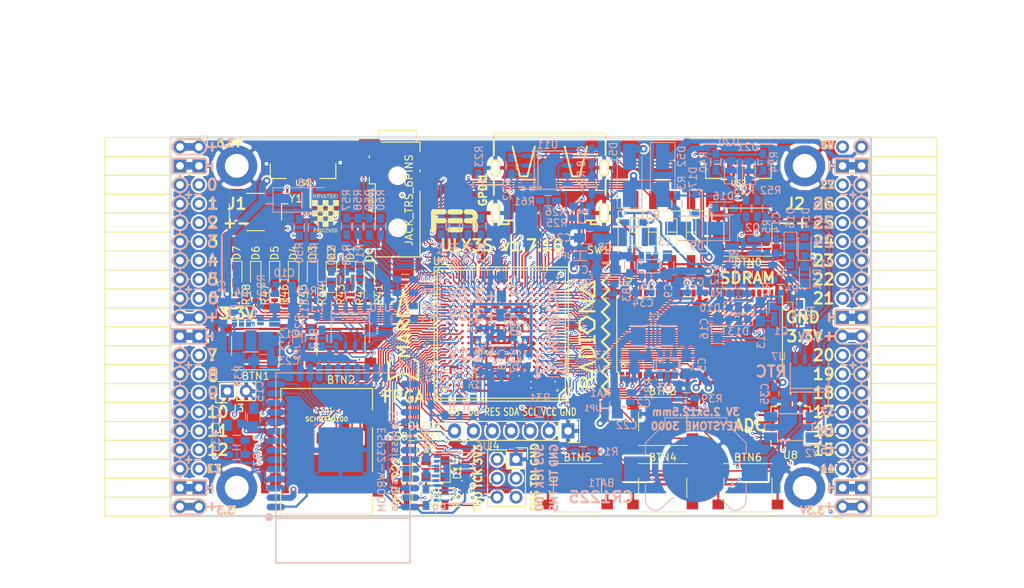
<source format=kicad_pcb>
(kicad_pcb (version 4) (host pcbnew 4.0.7+dfsg1-1)
  (layers (0 F.Cu signal) (1 In1.Cu signal) (2 In2.Cu signal) (31 B.Cu signal) (34 B.Paste user) (35 F.Paste user) (36 B.SilkS user) (37 F.SilkS user) (38 B.Mask user) (39 F.Mask user) (44 Edge.Cuts user))
  (net 0 "")
  (net 1 GND)
  (net 2 +5V)
  (net 3 /gpio/IN5V)
  (net 4 /gpio/OUT5V)
  (net 5 +3V3)
  (net 6 BTN_D)
  (net 7 BTN_F1)
  (net 8 BTN_F2)
  (net 9 BTN_L)
  (net 10 BTN_R)
  (net 11 BTN_U)
  (net 12 /power/FB1)
  (net 13 +2V5)
  (net 14 /power/PWREN)
  (net 15 /power/FB3)
  (net 16 /power/FB2)
  (net 17 "Net-(D9-Pad1)")
  (net 18 /power/VBAT)
  (net 19 JTAG_TDI)
  (net 20 JTAG_TCK)
  (net 21 JTAG_TMS)
  (net 22 JTAG_TDO)
  (net 23 /power/WAKEUPn)
  (net 24 /power/WKUP)
  (net 25 /power/SHUT)
  (net 26 /power/WAKE)
  (net 27 /power/HOLD)
  (net 28 /power/WKn)
  (net 29 /power/OSCI_32k)
  (net 30 /power/OSCO_32k)
  (net 31 "Net-(Q2-Pad3)")
  (net 32 SHUTDOWN)
  (net 33 /analog/AUDIO_L)
  (net 34 /analog/AUDIO_R)
  (net 35 GPDI_5V_SCL)
  (net 36 GPDI_5V_SDA)
  (net 37 GPDI_SDA)
  (net 38 GPDI_SCL)
  (net 39 /gpdi/VREF2)
  (net 40 SD_CMD)
  (net 41 SD_CLK)
  (net 42 SD_D0)
  (net 43 SD_D1)
  (net 44 USB5V)
  (net 45 GPDI_CEC)
  (net 46 nRESET)
  (net 47 FTDI_nDTR)
  (net 48 SDRAM_CKE)
  (net 49 SDRAM_A7)
  (net 50 SDRAM_D15)
  (net 51 SDRAM_BA1)
  (net 52 SDRAM_D7)
  (net 53 SDRAM_A6)
  (net 54 SDRAM_CLK)
  (net 55 SDRAM_D13)
  (net 56 SDRAM_BA0)
  (net 57 SDRAM_D6)
  (net 58 SDRAM_A5)
  (net 59 SDRAM_D14)
  (net 60 SDRAM_A11)
  (net 61 SDRAM_D12)
  (net 62 SDRAM_D5)
  (net 63 SDRAM_A4)
  (net 64 SDRAM_A10)
  (net 65 SDRAM_D11)
  (net 66 SDRAM_A3)
  (net 67 SDRAM_D4)
  (net 68 SDRAM_D10)
  (net 69 SDRAM_D9)
  (net 70 SDRAM_A9)
  (net 71 SDRAM_D3)
  (net 72 SDRAM_D8)
  (net 73 SDRAM_A8)
  (net 74 SDRAM_A2)
  (net 75 SDRAM_A1)
  (net 76 SDRAM_A0)
  (net 77 SDRAM_D2)
  (net 78 SDRAM_D1)
  (net 79 SDRAM_D0)
  (net 80 SDRAM_DQM0)
  (net 81 SDRAM_nCS)
  (net 82 SDRAM_nRAS)
  (net 83 SDRAM_DQM1)
  (net 84 SDRAM_nCAS)
  (net 85 SDRAM_nWE)
  (net 86 /flash/FLASH_nWP)
  (net 87 /flash/FLASH_nHOLD)
  (net 88 /flash/FLASH_MOSI)
  (net 89 /flash/FLASH_MISO)
  (net 90 /flash/FLASH_SCK)
  (net 91 /flash/FLASH_nCS)
  (net 92 /flash/FPGA_PROGRAMN)
  (net 93 /flash/FPGA_DONE)
  (net 94 /flash/FPGA_INITN)
  (net 95 OLED_RES)
  (net 96 OLED_DC)
  (net 97 OLED_CS)
  (net 98 WIFI_EN)
  (net 99 FTDI_nRTS)
  (net 100 FTDI_TXD)
  (net 101 FTDI_RXD)
  (net 102 WIFI_RXD)
  (net 103 WIFI_GPIO0)
  (net 104 WIFI_TXD)
  (net 105 GPDI_ETH-)
  (net 106 GPDI_ETH+)
  (net 107 GPDI_D2+)
  (net 108 GPDI_D2-)
  (net 109 GPDI_D1+)
  (net 110 GPDI_D1-)
  (net 111 GPDI_D0+)
  (net 112 GPDI_D0-)
  (net 113 GPDI_CLK+)
  (net 114 GPDI_CLK-)
  (net 115 USB_FTDI_D+)
  (net 116 USB_FTDI_D-)
  (net 117 SD_D3)
  (net 118 AUDIO_L3)
  (net 119 AUDIO_L2)
  (net 120 AUDIO_L1)
  (net 121 AUDIO_L0)
  (net 122 AUDIO_R3)
  (net 123 AUDIO_R2)
  (net 124 AUDIO_R1)
  (net 125 AUDIO_R0)
  (net 126 OLED_CLK)
  (net 127 OLED_MOSI)
  (net 128 LED0)
  (net 129 LED1)
  (net 130 LED2)
  (net 131 LED3)
  (net 132 LED4)
  (net 133 LED5)
  (net 134 LED6)
  (net 135 LED7)
  (net 136 BTN_PWRn)
  (net 137 FTDI_nTXLED)
  (net 138 FTDI_nSLEEP)
  (net 139 /blinkey/LED_PWREN)
  (net 140 /blinkey/LED_TXLED)
  (net 141 /sdcard/SD3V3)
  (net 142 SD_D2)
  (net 143 CLK_25MHz)
  (net 144 /blinkey/BTNPUL)
  (net 145 /blinkey/BTNPUR)
  (net 146 USB_FPGA_D+)
  (net 147 /power/FTDI_nSUSPEND)
  (net 148 /blinkey/ALED0)
  (net 149 /blinkey/ALED1)
  (net 150 /blinkey/ALED2)
  (net 151 /blinkey/ALED3)
  (net 152 /blinkey/ALED4)
  (net 153 /blinkey/ALED5)
  (net 154 /blinkey/ALED6)
  (net 155 /blinkey/ALED7)
  (net 156 /usb/FTD-)
  (net 157 /usb/FTD+)
  (net 158 ADC_MISO)
  (net 159 ADC_MOSI)
  (net 160 ADC_CSn)
  (net 161 ADC_SCLK)
  (net 162 SW3)
  (net 163 SW2)
  (net 164 SW1)
  (net 165 USB_FPGA_D-)
  (net 166 /usb/FPD+)
  (net 167 /usb/FPD-)
  (net 168 WIFI_GPIO16)
  (net 169 /usb/ANT_433MHz)
  (net 170 /power/PWRBTn)
  (net 171 PROG_DONE)
  (net 172 /power/P3V3)
  (net 173 /power/P2V5)
  (net 174 /power/L1)
  (net 175 /power/L3)
  (net 176 /power/L2)
  (net 177 FTDI_TXDEN)
  (net 178 SDRAM_A12)
  (net 179 /analog/AUDIO_V)
  (net 180 AUDIO_V3)
  (net 181 AUDIO_V2)
  (net 182 AUDIO_V1)
  (net 183 AUDIO_V0)
  (net 184 /gpdi/FPGA_CEC)
  (net 185 /blinkey/LED_WIFI)
  (net 186 /power/P1V1)
  (net 187 +1V1)
  (net 188 SW4)
  (net 189 /blinkey/SWPU)
  (net 190 /wifi/WIFIEN)
  (net 191 FT2V5)
  (net 192 GN0)
  (net 193 GP0)
  (net 194 GN1)
  (net 195 GP1)
  (net 196 GN2)
  (net 197 GP2)
  (net 198 GN3)
  (net 199 GP3)
  (net 200 GN4)
  (net 201 GP4)
  (net 202 GN5)
  (net 203 GP5)
  (net 204 GN6)
  (net 205 GP6)
  (net 206 GN14)
  (net 207 GP14)
  (net 208 GN15)
  (net 209 GP15)
  (net 210 GN16)
  (net 211 GP16)
  (net 212 GN17)
  (net 213 GP17)
  (net 214 GN18)
  (net 215 GP18)
  (net 216 GN19)
  (net 217 GP19)
  (net 218 GN20)
  (net 219 GP20)
  (net 220 GN21)
  (net 221 GP21)
  (net 222 GN22)
  (net 223 GP22)
  (net 224 GN23)
  (net 225 GP23)
  (net 226 GN24)
  (net 227 GP24)
  (net 228 GN25)
  (net 229 GP25)
  (net 230 GN26)
  (net 231 GP26)
  (net 232 GN27)
  (net 233 GP27)
  (net 234 GN7)
  (net 235 GP7)
  (net 236 GN8)
  (net 237 GP8)
  (net 238 GN9)
  (net 239 GP9)
  (net 240 GN10)
  (net 241 GP10)
  (net 242 GN11)
  (net 243 GP11)
  (net 244 GN12)
  (net 245 GP12)
  (net 246 GN13)
  (net 247 GP13)
  (net 248 WIFI_GPIO5)
  (net 249 WIFI_GPIO17)
  (module Socket_Strips:Socket_Strip_Angled_2x20 (layer F.Cu) (at 97.91 62.69 270)
    (fp_text reference J1 (at 7.62 -5.08 360) (layer F.SilkS) (effects (font (size 1.5 1.5) (thickness 0.3))))
    (fp_text value CONN_02X20 hide)
    (pad 1 thru_hole oval (at 0 0 270) (size 1.7272 1.7272) (drill 1.016) (layers *.Cu *.Mask) (net 5 +3V3))
    (pad 2 thru_hole oval (at 0 2.54 270) (size 1.7272 1.7272) (drill 1.016) (layers *.Cu *.Mask) (net 5 +3V3))
    (pad 3 thru_hole rect (at 2.54 0 270) (size 1.7272 1.7272) (drill 1.016) (layers *.Cu *.Mask) (net 1 GND))
    (pad 4 thru_hole rect (at 2.54 2.54 270) (size 1.7272 1.7272) (drill 1.016) (layers *.Cu *.Mask) (net 1 GND))
    (pad 5 thru_hole oval (at 5.08 0 270) (size 1.7272 1.7272) (drill 1.016) (layers *.Cu *.Mask) (net 192 GN0))
    (pad 6 thru_hole oval (at 5.08 2.54 270) (size 1.7272 1.7272) (drill 1.016) (layers *.Cu *.Mask) (net 193 GP0))
    (pad 7 thru_hole oval (at 7.62 0 270) (size 1.7272 1.7272) (drill 1.016) (layers *.Cu *.Mask) (net 194 GN1))
    (pad 8 thru_hole oval (at 7.62 2.54 270) (size 1.7272 1.7272) (drill 1.016) (layers *.Cu *.Mask) (net 195 GP1))
    (pad 9 thru_hole oval (at 10.16 0 270) (size 1.7272 1.7272) (drill 1.016) (layers *.Cu *.Mask) (net 196 GN2))
    (pad 10 thru_hole oval (at 10.16 2.54 270) (size 1.7272 1.7272) (drill 1.016) (layers *.Cu *.Mask) (net 197 GP2))
    (pad 11 thru_hole oval (at 12.7 0 270) (size 1.7272 1.7272) (drill 1.016) (layers *.Cu *.Mask) (net 198 GN3))
    (pad 12 thru_hole oval (at 12.7 2.54 270) (size 1.7272 1.7272) (drill 1.016) (layers *.Cu *.Mask) (net 199 GP3))
    (pad 13 thru_hole oval (at 15.24 0 270) (size 1.7272 1.7272) (drill 1.016) (layers *.Cu *.Mask) (net 200 GN4))
    (pad 14 thru_hole oval (at 15.24 2.54 270) (size 1.7272 1.7272) (drill 1.016) (layers *.Cu *.Mask) (net 201 GP4))
    (pad 15 thru_hole oval (at 17.78 0 270) (size 1.7272 1.7272) (drill 1.016) (layers *.Cu *.Mask) (net 202 GN5))
    (pad 16 thru_hole oval (at 17.78 2.54 270) (size 1.7272 1.7272) (drill 1.016) (layers *.Cu *.Mask) (net 203 GP5))
    (pad 17 thru_hole oval (at 20.32 0 270) (size 1.7272 1.7272) (drill 1.016) (layers *.Cu *.Mask) (net 204 GN6))
    (pad 18 thru_hole oval (at 20.32 2.54 270) (size 1.7272 1.7272) (drill 1.016) (layers *.Cu *.Mask) (net 205 GP6))
    (pad 19 thru_hole oval (at 22.86 0 270) (size 1.7272 1.7272) (drill 1.016) (layers *.Cu *.Mask) (net 5 +3V3))
    (pad 20 thru_hole oval (at 22.86 2.54 270) (size 1.7272 1.7272) (drill 1.016) (layers *.Cu *.Mask) (net 5 +3V3))
    (pad 21 thru_hole rect (at 25.4 0 270) (size 1.7272 1.7272) (drill 1.016) (layers *.Cu *.Mask) (net 1 GND))
    (pad 22 thru_hole rect (at 25.4 2.54 270) (size 1.7272 1.7272) (drill 1.016) (layers *.Cu *.Mask) (net 1 GND))
    (pad 23 thru_hole oval (at 27.94 0 270) (size 1.7272 1.7272) (drill 1.016) (layers *.Cu *.Mask) (net 234 GN7))
    (pad 24 thru_hole oval (at 27.94 2.54 270) (size 1.7272 1.7272) (drill 1.016) (layers *.Cu *.Mask) (net 235 GP7))
    (pad 25 thru_hole oval (at 30.48 0 270) (size 1.7272 1.7272) (drill 1.016) (layers *.Cu *.Mask) (net 236 GN8))
    (pad 26 thru_hole oval (at 30.48 2.54 270) (size 1.7272 1.7272) (drill 1.016) (layers *.Cu *.Mask) (net 237 GP8))
    (pad 27 thru_hole oval (at 33.02 0 270) (size 1.7272 1.7272) (drill 1.016) (layers *.Cu *.Mask) (net 238 GN9))
    (pad 28 thru_hole oval (at 33.02 2.54 270) (size 1.7272 1.7272) (drill 1.016) (layers *.Cu *.Mask) (net 239 GP9))
    (pad 29 thru_hole oval (at 35.56 0 270) (size 1.7272 1.7272) (drill 1.016) (layers *.Cu *.Mask) (net 240 GN10))
    (pad 30 thru_hole oval (at 35.56 2.54 270) (size 1.7272 1.7272) (drill 1.016) (layers *.Cu *.Mask) (net 241 GP10))
    (pad 31 thru_hole oval (at 38.1 0 270) (size 1.7272 1.7272) (drill 1.016) (layers *.Cu *.Mask) (net 242 GN11))
    (pad 32 thru_hole oval (at 38.1 2.54 270) (size 1.7272 1.7272) (drill 1.016) (layers *.Cu *.Mask) (net 243 GP11))
    (pad 33 thru_hole oval (at 40.64 0 270) (size 1.7272 1.7272) (drill 1.016) (layers *.Cu *.Mask) (net 244 GN12))
    (pad 34 thru_hole oval (at 40.64 2.54 270) (size 1.7272 1.7272) (drill 1.016) (layers *.Cu *.Mask) (net 245 GP12))
    (pad 35 thru_hole oval (at 43.18 0 270) (size 1.7272 1.7272) (drill 1.016) (layers *.Cu *.Mask) (net 246 GN13))
    (pad 36 thru_hole oval (at 43.18 2.54 270) (size 1.7272 1.7272) (drill 1.016) (layers *.Cu *.Mask) (net 247 GP13))
    (pad 37 thru_hole rect (at 45.72 0 270) (size 1.7272 1.7272) (drill 1.016) (layers *.Cu *.Mask) (net 1 GND))
    (pad 38 thru_hole rect (at 45.72 2.54 270) (size 1.7272 1.7272) (drill 1.016) (layers *.Cu *.Mask) (net 1 GND))
    (pad 39 thru_hole oval (at 48.26 0 270) (size 1.7272 1.7272) (drill 1.016) (layers *.Cu *.Mask) (net 5 +3V3))
    (pad 40 thru_hole oval (at 48.26 2.54 270) (size 1.7272 1.7272) (drill 1.016) (layers *.Cu *.Mask) (net 5 +3V3))
  )
  (module SMD_Packages:1Pin (layer F.Cu) (at 182.67515 111.637626)
    (fp_text reference AE1 hide)
    (fp_text value 433MHz hide)
    (pad 1 smd rect (at 0 0) (size 0.5 0.5) (layers B.Cu F.Paste F.Mask) (net 169 /usb/ANT_433MHz))
  )
  (module Resistors_SMD:R_0603_HandSoldering (layer B.Cu) (at 103.498 98.758 90)
    (fp_text reference R38 (at 5.334 -0.254 90) (layer B.SilkS) (effects (justify mirror)))
    (fp_text value 0.47)
    (pad 1 smd rect (at -1.1 0 90) (size 1.2 0.9) (layers B.Cu B.Paste B.Mask) (net 141 /sdcard/SD3V3))
    (pad 2 smd rect (at 1.1 0 90) (size 1.2 0.9) (layers B.Cu B.Paste B.Mask) (net 5 +3V3))
  )
  (module jumper:SOLDER-JUMPER_1-WAY (layer B.Cu) (at 152.393 97.742 270)
    (fp_text reference JP1 (at 0 1.778 360) (layer B.SilkS) (effects (font (size 0.762 0.762) (thickness 0.1524)) (justify mirror)))
    (fp_text value 1.2 hide)
    (pad 1 smd rect (at -0.6 0 270) (size 1 1) (layers B.Cu B.Paste B.Mask) (net 186 /power/P1V1))
    (pad 2 smd rect (at 0.6 0 270) (size 1 1) (layers B.Cu B.Paste B.Mask) (net 187 +1V1))
  )
  (module Diodes_SMD:D_SMA_Handsoldering (layer B.Cu) (at 155.695 66.5 90)
    (fp_text reference D51 (at 3.048 -2.159 90) (layer B.SilkS) (effects (justify mirror)))
    (fp_text value STPS2L30AF hide)
    (pad 1 smd rect (at -2.5 0 90) (size 3.5 1.8) (layers B.Cu B.Paste B.Mask) (net 2 +5V))
    (pad 2 smd rect (at 2.5 0 90) (size 3.5 1.8) (layers B.Cu B.Paste B.Mask) (net 3 /gpio/IN5V))
  )
  (module Resistors_SMD:R_0603_HandSoldering (layer B.Cu) (at 156.33 72.85 180)
    (fp_text reference R51 (at -2.032 1.016 180) (layer B.SilkS) (effects (justify mirror)))
    (fp_text value 150)
    (pad 1 smd rect (at -1.1 0 180) (size 1.2 0.9) (layers B.Cu B.Paste B.Mask) (net 5 +3V3))
    (pad 2 smd rect (at 1.1 0 180) (size 1.2 0.9) (layers B.Cu B.Paste B.Mask) (net 189 /blinkey/SWPU))
  )
  (module Resistors_SMD:R_1210_HandSoldering (layer B.Cu) (at 158.87 88.09 180)
    (fp_text reference L1 (at 0 2.7 180) (layer B.SilkS) (effects (justify mirror)))
    (fp_text value 2.2uH)
    (pad 1 smd rect (at -2 0 180) (size 2 2.5) (layers B.Cu B.Paste B.Mask) (net 174 /power/L1))
    (pad 2 smd rect (at 2 0 180) (size 2 2.5) (layers B.Cu B.Paste B.Mask) (net 186 /power/P1V1))
  )
  (module TSOT-25:TSOT-25 (layer B.Cu) (at 160.775 91.9)
    (fp_text reference U3 (at -0.381 3.048) (layer B.SilkS) (effects (font (thickness 0.2)) (justify mirror)))
    (fp_text value TLV62569DBV)
    (pad 1 smd rect (at -0.95 -1.3) (size 0.7 1.2) (layers B.Cu B.Paste B.Mask) (net 14 /power/PWREN))
    (pad 2 smd rect (at 0 -1.3) (size 0.7 1.2) (layers B.Cu B.Paste B.Mask) (net 1 GND))
    (pad 3 smd rect (at 0.95 -1.3) (size 0.7 1.2) (layers B.Cu B.Paste B.Mask) (net 174 /power/L1))
    (pad 4 smd rect (at 0.95 1.3) (size 0.7 1.2) (layers B.Cu B.Paste B.Mask) (net 2 +5V))
    (pad 5 smd rect (at -0.95 1.3) (size 0.7 1.2) (layers B.Cu B.Paste B.Mask) (net 12 /power/FB1))
  )
  (module Resistors_SMD:R_1210_HandSoldering (layer B.Cu) (at 104.895 88.725)
    (fp_text reference L2 (at 4.445 0.635) (layer B.SilkS) (effects (justify mirror)))
    (fp_text value 2.2uH)
    (pad 1 smd rect (at -2 0) (size 2 2.5) (layers B.Cu B.Paste B.Mask) (net 176 /power/L2))
    (pad 2 smd rect (at 2 0) (size 2 2.5) (layers B.Cu B.Paste B.Mask) (net 173 /power/P2V5))
  )
  (module TSOT-25:TSOT-25 (layer B.Cu) (at 103.625 84.915 180)
    (fp_text reference U4 (at 0 2.697 180) (layer B.SilkS) (effects (font (thickness 0.2)) (justify mirror)))
    (fp_text value TLV62569DBV)
    (pad 1 smd rect (at -0.95 -1.3 180) (size 0.7 1.2) (layers B.Cu B.Paste B.Mask) (net 14 /power/PWREN))
    (pad 2 smd rect (at 0 -1.3 180) (size 0.7 1.2) (layers B.Cu B.Paste B.Mask) (net 1 GND))
    (pad 3 smd rect (at 0.95 -1.3 180) (size 0.7 1.2) (layers B.Cu B.Paste B.Mask) (net 176 /power/L2))
    (pad 4 smd rect (at 0.95 1.3 180) (size 0.7 1.2) (layers B.Cu B.Paste B.Mask) (net 2 +5V))
    (pad 5 smd rect (at -0.95 1.3 180) (size 0.7 1.2) (layers B.Cu B.Paste B.Mask) (net 16 /power/FB2))
  )
  (module Resistors_SMD:R_1210_HandSoldering (layer B.Cu) (at 156.33 74.755 180)
    (fp_text reference L3 (at -4.064 -0.635 180) (layer B.SilkS) (effects (justify mirror)))
    (fp_text value 2.2uH)
    (pad 1 smd rect (at -2 0 180) (size 2 2.5) (layers B.Cu B.Paste B.Mask) (net 175 /power/L3))
    (pad 2 smd rect (at 2 0 180) (size 2 2.5) (layers B.Cu B.Paste B.Mask) (net 172 /power/P3V3))
  )
  (module TSOT-25:TSOT-25 (layer B.Cu) (at 158.235 78.692)
    (fp_text reference U5 (at -0.127 2.667) (layer B.SilkS) (effects (font (thickness 0.2)) (justify mirror)))
    (fp_text value TLV62569DBV)
    (pad 1 smd rect (at -0.95 -1.3) (size 0.7 1.2) (layers B.Cu B.Paste B.Mask) (net 14 /power/PWREN))
    (pad 2 smd rect (at 0 -1.3) (size 0.7 1.2) (layers B.Cu B.Paste B.Mask) (net 1 GND))
    (pad 3 smd rect (at 0.95 -1.3) (size 0.7 1.2) (layers B.Cu B.Paste B.Mask) (net 175 /power/L3))
    (pad 4 smd rect (at 0.95 1.3) (size 0.7 1.2) (layers B.Cu B.Paste B.Mask) (net 2 +5V))
    (pad 5 smd rect (at -0.95 1.3) (size 0.7 1.2) (layers B.Cu B.Paste B.Mask) (net 15 /power/FB3))
  )
  (module Capacitors_SMD:C_0805_HandSoldering (layer B.Cu) (at 101.085 84.915 270)
    (fp_text reference C1 (at -3.429 0.127 270) (layer B.SilkS) (effects (justify mirror)))
    (fp_text value 22uF)
    (pad 1 smd rect (at -1.25 0 270) (size 1.5 1.25) (layers B.Cu B.Paste B.Mask) (net 2 +5V))
    (pad 2 smd rect (at 1.25 0 270) (size 1.5 1.25) (layers B.Cu B.Paste B.Mask) (net 1 GND))
  )
  (module Capacitors_SMD:C_0805_HandSoldering (layer B.Cu) (at 155.06 90.63)
    (fp_text reference C3 (at -3.048 0) (layer B.SilkS) (effects (justify mirror)))
    (fp_text value 22uF)
    (pad 1 smd rect (at -1.25 0) (size 1.5 1.25) (layers B.Cu B.Paste B.Mask) (net 186 /power/P1V1))
    (pad 2 smd rect (at 1.25 0) (size 1.5 1.25) (layers B.Cu B.Paste B.Mask) (net 1 GND))
  )
  (module Capacitors_SMD:C_0805_HandSoldering (layer B.Cu) (at 155.06 92.535)
    (fp_text reference C4 (at -3.048 0.127) (layer B.SilkS) (effects (justify mirror)))
    (fp_text value 22uF)
    (pad 1 smd rect (at -1.25 0) (size 1.5 1.25) (layers B.Cu B.Paste B.Mask) (net 186 /power/P1V1))
    (pad 2 smd rect (at 1.25 0) (size 1.5 1.25) (layers B.Cu B.Paste B.Mask) (net 1 GND))
  )
  (module Capacitors_SMD:C_0805_HandSoldering (layer B.Cu) (at 163.315 91.9 90)
    (fp_text reference C5 (at 0 2.1 90) (layer B.SilkS) (effects (justify mirror)))
    (fp_text value 22uF)
    (pad 1 smd rect (at -1.25 0 90) (size 1.5 1.25) (layers B.Cu B.Paste B.Mask) (net 2 +5V))
    (pad 2 smd rect (at 1.25 0 90) (size 1.5 1.25) (layers B.Cu B.Paste B.Mask) (net 1 GND))
  )
  (module Capacitors_SMD:C_0805_HandSoldering (layer B.Cu) (at 152.52 79.2)
    (fp_text reference C7 (at -3.302 0) (layer B.SilkS) (effects (justify mirror)))
    (fp_text value 22uF)
    (pad 1 smd rect (at -1.25 0) (size 1.5 1.25) (layers B.Cu B.Paste B.Mask) (net 172 /power/P3V3))
    (pad 2 smd rect (at 1.25 0) (size 1.5 1.25) (layers B.Cu B.Paste B.Mask) (net 1 GND))
  )
  (module Capacitors_SMD:C_0805_HandSoldering (layer B.Cu) (at 152.52 77.295)
    (fp_text reference C8 (at -0.127 -1.143) (layer B.SilkS) (effects (justify mirror)))
    (fp_text value 22uF)
    (pad 1 smd rect (at -1.25 0) (size 1.5 1.25) (layers B.Cu B.Paste B.Mask) (net 172 /power/P3V3))
    (pad 2 smd rect (at 1.25 0) (size 1.5 1.25) (layers B.Cu B.Paste B.Mask) (net 1 GND))
  )
  (module Capacitors_SMD:C_0805_HandSoldering (layer B.Cu) (at 160.775 78.565 90)
    (fp_text reference C9 (at -3.429 0.127 90) (layer B.SilkS) (effects (justify mirror)))
    (fp_text value 22uF)
    (pad 1 smd rect (at -1.25 0 90) (size 1.5 1.25) (layers B.Cu B.Paste B.Mask) (net 2 +5V))
    (pad 2 smd rect (at 1.25 0 90) (size 1.5 1.25) (layers B.Cu B.Paste B.Mask) (net 1 GND))
  )
  (module Capacitors_SMD:C_0805_HandSoldering (layer B.Cu) (at 109.34 84.28 180)
    (fp_text reference C11 (at -2.794 -0.254 270) (layer B.SilkS) (effects (justify mirror)))
    (fp_text value 22uF)
    (pad 1 smd rect (at -1.25 0 180) (size 1.5 1.25) (layers B.Cu B.Paste B.Mask) (net 173 /power/P2V5))
    (pad 2 smd rect (at 1.25 0 180) (size 1.5 1.25) (layers B.Cu B.Paste B.Mask) (net 1 GND))
  )
  (module Capacitors_SMD:C_0805_HandSoldering (layer B.Cu) (at 109.34 86.185 180)
    (fp_text reference C12 (at -0.635 -1.615 360) (layer B.SilkS) (effects (justify mirror)))
    (fp_text value 22uF)
    (pad 1 smd rect (at -1.25 0 180) (size 1.5 1.25) (layers B.Cu B.Paste B.Mask) (net 173 /power/P2V5))
    (pad 2 smd rect (at 1.25 0 180) (size 1.5 1.25) (layers B.Cu B.Paste B.Mask) (net 1 GND))
  )
  (module Capacitors_SMD:C_0805_HandSoldering (layer B.Cu) (at 173.221 84.788 90)
    (fp_text reference C13 (at -3.556 0.127 90) (layer B.SilkS) (effects (justify mirror)))
    (fp_text value 2.2uF)
    (pad 1 smd rect (at -1.25 0 90) (size 1.5 1.25) (layers B.Cu B.Paste B.Mask) (net 2 +5V))
    (pad 2 smd rect (at 1.25 0 90) (size 1.5 1.25) (layers B.Cu B.Paste B.Mask) (net 24 /power/WKUP))
  )
  (module TO_SOT_Packages_SMD:SOT-23_Handsoldering (layer B.Cu) (at 176.015 84.28 90)
    (fp_text reference Q1 (at -3.1115 0 180) (layer B.SilkS) (effects (justify mirror)))
    (fp_text value BC857)
    (pad 1 smd rect (at -1.5 0.95 90) (size 1.9 0.8) (layers B.Cu B.Paste B.Mask) (net 28 /power/WKn))
    (pad 2 smd rect (at -1.5 -0.95 90) (size 1.9 0.8) (layers B.Cu B.Paste B.Mask) (net 2 +5V))
    (pad 3 smd rect (at 1.5 0 90) (size 1.9 0.8) (layers B.Cu B.Paste B.Mask) (net 24 /power/WKUP))
  )
  (module TO_SOT_Packages_SMD:SOT-23_Handsoldering (layer B.Cu) (at 170.935 76.025 180)
    (fp_text reference Q2 (at -1.295 2.5 180) (layer B.SilkS) (effects (justify mirror)))
    (fp_text value 2N7002)
    (pad 1 smd rect (at -1.5 0.95 180) (size 1.9 0.8) (layers B.Cu B.Paste B.Mask) (net 25 /power/SHUT))
    (pad 2 smd rect (at -1.5 -0.95 180) (size 1.9 0.8) (layers B.Cu B.Paste B.Mask) (net 1 GND))
    (pad 3 smd rect (at 1.5 0 180) (size 1.9 0.8) (layers B.Cu B.Paste B.Mask) (net 31 "Net-(Q2-Pad3)"))
  )
  (module Capacitors_SMD:C_0603_HandSoldering (layer B.Cu) (at 154.86 96.91)
    (fp_text reference C2 (at 2.74 0.197) (layer B.SilkS) (effects (justify mirror)))
    (fp_text value 470pF)
    (pad 1 smd rect (at -0.95 0) (size 1.2 0.75) (layers B.Cu B.Paste B.Mask) (net 186 /power/P1V1))
    (pad 2 smd rect (at 0.95 0) (size 1.2 0.75) (layers B.Cu B.Paste B.Mask) (net 12 /power/FB1))
  )
  (module Capacitors_SMD:C_0603_HandSoldering (layer B.Cu) (at 152.52 82.375)
    (fp_text reference C6 (at -2.794 0.127) (layer B.SilkS) (effects (justify mirror)))
    (fp_text value 470pF)
    (pad 1 smd rect (at -0.95 0) (size 1.2 0.75) (layers B.Cu B.Paste B.Mask) (net 172 /power/P3V3))
    (pad 2 smd rect (at 0.95 0) (size 1.2 0.75) (layers B.Cu B.Paste B.Mask) (net 15 /power/FB3))
  )
  (module Capacitors_SMD:C_0603_HandSoldering (layer B.Cu) (at 109.34 81.105 180)
    (fp_text reference C10 (at -0.04 1.505 180) (layer B.SilkS) (effects (justify mirror)))
    (fp_text value 470pF)
    (pad 1 smd rect (at -0.95 0 180) (size 1.2 0.75) (layers B.Cu B.Paste B.Mask) (net 173 /power/P2V5))
    (pad 2 smd rect (at 0.95 0 180) (size 1.2 0.75) (layers B.Cu B.Paste B.Mask) (net 16 /power/FB2))
  )
  (module Capacitors_SMD:C_0603_HandSoldering (layer B.Cu) (at 175.38 76.025 270)
    (fp_text reference C14 (at -3.175 0 270) (layer B.SilkS) (effects (justify mirror)))
    (fp_text value 100nF)
    (pad 1 smd rect (at -0.95 0 270) (size 1.2 0.75) (layers B.Cu B.Paste B.Mask) (net 25 /power/SHUT))
    (pad 2 smd rect (at 0.95 0 270) (size 1.2 0.75) (layers B.Cu B.Paste B.Mask) (net 1 GND))
  )
  (module Resistors_SMD:R_0603_HandSoldering (layer B.Cu) (at 170.3 82.375)
    (fp_text reference R1 (at -3.048 -0.127) (layer B.SilkS) (effects (justify mirror)))
    (fp_text value 15k)
    (pad 1 smd rect (at -1.1 0) (size 1.2 0.9) (layers B.Cu B.Paste B.Mask) (net 26 /power/WAKE))
    (pad 2 smd rect (at 1.1 0) (size 1.2 0.9) (layers B.Cu B.Paste B.Mask) (net 14 /power/PWREN))
  )
  (module Resistors_SMD:R_0603_HandSoldering (layer B.Cu) (at 172.84 79.835 90)
    (fp_text reference R2 (at -1.905 1.27 90) (layer B.SilkS) (effects (justify mirror)))
    (fp_text value 47k)
    (pad 1 smd rect (at -1.1 0 90) (size 1.2 0.9) (layers B.Cu B.Paste B.Mask) (net 14 /power/PWREN))
    (pad 2 smd rect (at 1.1 0 90) (size 1.2 0.9) (layers B.Cu B.Paste B.Mask) (net 1 GND))
  )
  (module Resistors_SMD:R_0603_HandSoldering (layer B.Cu) (at 176.015 80.47 180)
    (fp_text reference R4 (at -1.397 -1.27 360) (layer B.SilkS) (effects (justify mirror)))
    (fp_text value 4.7k)
    (pad 1 smd rect (at -1.1 0 180) (size 1.2 0.9) (layers B.Cu B.Paste B.Mask) (net 27 /power/HOLD))
    (pad 2 smd rect (at 1.1 0 180) (size 1.2 0.9) (layers B.Cu B.Paste B.Mask) (net 14 /power/PWREN))
  )
  (module Resistors_SMD:R_0603_HandSoldering (layer B.Cu) (at 174.11 76.025 270)
    (fp_text reference R5 (at -2.667 0 270) (layer B.SilkS) (effects (justify mirror)))
    (fp_text value 4.7M)
    (pad 1 smd rect (at -1.1 0 270) (size 1.2 0.9) (layers B.Cu B.Paste B.Mask) (net 25 /power/SHUT))
    (pad 2 smd rect (at 1.1 0 270) (size 1.2 0.9) (layers B.Cu B.Paste B.Mask) (net 1 GND))
  )
  (module Resistors_SMD:R_0603_HandSoldering (layer B.Cu) (at 178.555 84.915 270)
    (fp_text reference R6 (at 0 -1.524 270) (layer B.SilkS) (effects (justify mirror)))
    (fp_text value 1k)
    (pad 1 smd rect (at -1.1 0 270) (size 1.2 0.9) (layers B.Cu B.Paste B.Mask) (net 28 /power/WKn))
    (pad 2 smd rect (at 1.1 0 270) (size 1.2 0.9) (layers B.Cu B.Paste B.Mask) (net 23 /power/WAKEUPn))
  )
  (module Resistors_SMD:R_0603_HandSoldering (layer B.Cu) (at 113.785 84.28 270)
    (fp_text reference R7 (at -2.794 -0.635 270) (layer B.SilkS) (effects (justify mirror)))
    (fp_text value 150)
    (pad 1 smd rect (at -1.1 0 270) (size 1.2 0.9) (layers B.Cu B.Paste B.Mask) (net 5 +3V3))
    (pad 2 smd rect (at 1.1 0 270) (size 1.2 0.9) (layers B.Cu B.Paste B.Mask) (net 144 /blinkey/BTNPUL))
  )
  (module Resistors_SMD:R_0603_HandSoldering (layer B.Cu) (at 170.935 79.835 90)
    (fp_text reference R8 (at 2.54 -1.27 90) (layer B.SilkS) (effects (justify mirror)))
    (fp_text value 1k)
    (pad 1 smd rect (at -1.1 0 90) (size 1.2 0.9) (layers B.Cu B.Paste B.Mask) (net 14 /power/PWREN))
    (pad 2 smd rect (at 1.1 0 90) (size 1.2 0.9) (layers B.Cu B.Paste B.Mask) (net 31 "Net-(Q2-Pad3)"))
  )
  (module Resistors_SMD:R_0603_HandSoldering (layer B.Cu) (at 128.39 109.68 270)
    (fp_text reference R9 (at 1.524 -1.778 360) (layer B.SilkS) (effects (justify mirror)))
    (fp_text value 15k)
    (pad 1 smd rect (at -1.1 0 270) (size 1.2 0.9) (layers B.Cu B.Paste B.Mask) (net 46 nRESET))
    (pad 2 smd rect (at 1.1 0 270) (size 1.2 0.9) (layers B.Cu B.Paste B.Mask) (net 191 FT2V5))
  )
  (module Resistors_SMD:R_0603_HandSoldering (layer B.Cu) (at 149.472 103.584 180)
    (fp_text reference R10 (at -3.302 0 180) (layer B.SilkS) (effects (justify mirror)))
    (fp_text value 150)
    (pad 1 smd rect (at -1.1 0 180) (size 1.2 0.9) (layers B.Cu B.Paste B.Mask) (net 147 /power/FTDI_nSUSPEND))
    (pad 2 smd rect (at 1.1 0 180) (size 1.2 0.9) (layers B.Cu B.Paste B.Mask) (net 138 FTDI_nSLEEP))
  )
  (module Resistors_SMD:R_0603_HandSoldering (layer B.Cu) (at 176.015 78.565 180)
    (fp_text reference R13 (at -5.588 0.254 180) (layer B.SilkS) (effects (justify mirror)))
    (fp_text value 15k)
    (pad 1 smd rect (at -1.1 0 180) (size 1.2 0.9) (layers B.Cu B.Paste B.Mask) (net 32 SHUTDOWN))
    (pad 2 smd rect (at 1.1 0 180) (size 1.2 0.9) (layers B.Cu B.Paste B.Mask) (net 1 GND))
  )
  (module Resistors_SMD:R_0603_HandSoldering (layer B.Cu) (at 154.86 95.64)
    (fp_text reference RA1 (at -3.102 0.07) (layer B.SilkS) (effects (justify mirror)))
    (fp_text value 15k)
    (pad 1 smd rect (at -1.1 0) (size 1.2 0.9) (layers B.Cu B.Paste B.Mask) (net 186 /power/P1V1))
    (pad 2 smd rect (at 1.1 0) (size 1.2 0.9) (layers B.Cu B.Paste B.Mask) (net 12 /power/FB1))
  )
  (module Resistors_SMD:R_0603_HandSoldering (layer B.Cu) (at 109.34 82.375 180)
    (fp_text reference RA2 (at -3.048 0.381 360) (layer B.SilkS) (effects (justify mirror)))
    (fp_text value 15k)
    (pad 1 smd rect (at -1.1 0 180) (size 1.2 0.9) (layers B.Cu B.Paste B.Mask) (net 173 /power/P2V5))
    (pad 2 smd rect (at 1.1 0 180) (size 1.2 0.9) (layers B.Cu B.Paste B.Mask) (net 16 /power/FB2))
  )
  (module Resistors_SMD:R_0603_HandSoldering (layer B.Cu) (at 152.52 81.105)
    (fp_text reference RA3 (at -3.302 -0.127) (layer B.SilkS) (effects (justify mirror)))
    (fp_text value 15k)
    (pad 1 smd rect (at -1.1 0) (size 1.2 0.9) (layers B.Cu B.Paste B.Mask) (net 172 /power/P3V3))
    (pad 2 smd rect (at 1.1 0) (size 1.2 0.9) (layers B.Cu B.Paste B.Mask) (net 15 /power/FB3))
  )
  (module Resistors_SMD:R_0603_HandSoldering (layer B.Cu) (at 158.235 91.9 270)
    (fp_text reference RB1 (at 3.302 0 270) (layer B.SilkS) (effects (justify mirror)))
    (fp_text value 18k)
    (pad 1 smd rect (at -1.1 0 270) (size 1.2 0.9) (layers B.Cu B.Paste B.Mask) (net 1 GND))
    (pad 2 smd rect (at 1.1 0 270) (size 1.2 0.9) (layers B.Cu B.Paste B.Mask) (net 12 /power/FB1))
  )
  (module Resistors_SMD:R_0603_HandSoldering (layer B.Cu) (at 106.165 84.915 90)
    (fp_text reference RB2 (at 3.683 0.127 90) (layer B.SilkS) (effects (justify mirror)))
    (fp_text value 4.7k)
    (pad 1 smd rect (at -1.1 0 90) (size 1.2 0.9) (layers B.Cu B.Paste B.Mask) (net 1 GND))
    (pad 2 smd rect (at 1.1 0 90) (size 1.2 0.9) (layers B.Cu B.Paste B.Mask) (net 16 /power/FB2))
  )
  (module Resistors_SMD:R_0603_HandSoldering (layer B.Cu) (at 155.695 78.565 270)
    (fp_text reference RB3 (at 3.429 0.395 270) (layer B.SilkS) (effects (justify mirror)))
    (fp_text value 3.3k)
    (pad 1 smd rect (at -1.1 0 270) (size 1.2 0.9) (layers B.Cu B.Paste B.Mask) (net 1 GND))
    (pad 2 smd rect (at 1.1 0 270) (size 1.2 0.9) (layers B.Cu B.Paste B.Mask) (net 15 /power/FB3))
  )
  (module Resistors_SMD:R_0603_HandSoldering (layer B.Cu) (at 125.596 85.804 180)
    (fp_text reference R14 (at -3.47 0.127 180) (layer B.SilkS) (effects (justify mirror)))
    (fp_text value 1.2k)
    (pad 1 smd rect (at -1.1 0 180) (size 1.2 0.9) (layers B.Cu B.Paste B.Mask) (net 121 AUDIO_L0))
    (pad 2 smd rect (at 1.1 0 180) (size 1.2 0.9) (layers B.Cu B.Paste B.Mask) (net 33 /analog/AUDIO_L))
  )
  (module Resistors_SMD:R_0603_HandSoldering (layer B.Cu) (at 125.596 84.026 180)
    (fp_text reference R15 (at -3.47 -0.001 180) (layer B.SilkS) (effects (justify mirror)))
    (fp_text value 680)
    (pad 1 smd rect (at -1.1 0 180) (size 1.2 0.9) (layers B.Cu B.Paste B.Mask) (net 120 AUDIO_L1))
    (pad 2 smd rect (at 1.1 0 180) (size 1.2 0.9) (layers B.Cu B.Paste B.Mask) (net 33 /analog/AUDIO_L))
  )
  (module Resistors_SMD:R_0603_HandSoldering (layer B.Cu) (at 125.596 82.248 180)
    (fp_text reference R16 (at -3.47 -0.127 180) (layer B.SilkS) (effects (justify mirror)))
    (fp_text value 330)
    (pad 1 smd rect (at -1.1 0 180) (size 1.2 0.9) (layers B.Cu B.Paste B.Mask) (net 119 AUDIO_L2))
    (pad 2 smd rect (at 1.1 0 180) (size 1.2 0.9) (layers B.Cu B.Paste B.Mask) (net 33 /analog/AUDIO_L))
  )
  (module Resistors_SMD:R_0603_HandSoldering (layer B.Cu) (at 125.596 80.47 180)
    (fp_text reference R17 (at -3.47 0 180) (layer B.SilkS) (effects (justify mirror)))
    (fp_text value 150)
    (pad 1 smd rect (at -1.1 0 180) (size 1.2 0.9) (layers B.Cu B.Paste B.Mask) (net 118 AUDIO_L3))
    (pad 2 smd rect (at 1.1 0 180) (size 1.2 0.9) (layers B.Cu B.Paste B.Mask) (net 33 /analog/AUDIO_L))
  )
  (module Resistors_SMD:R_0603_HandSoldering (layer B.Cu) (at 130.422 73.358 90)
    (fp_text reference R18 (at -3.556 0 90) (layer B.SilkS) (effects (justify mirror)))
    (fp_text value 1.2k)
    (pad 1 smd rect (at -1.1 0 90) (size 1.2 0.9) (layers B.Cu B.Paste B.Mask) (net 125 AUDIO_R0))
    (pad 2 smd rect (at 1.1 0 90) (size 1.2 0.9) (layers B.Cu B.Paste B.Mask) (net 34 /analog/AUDIO_R))
  )
  (module Resistors_SMD:R_0603_HandSoldering (layer B.Cu) (at 132.2 73.358 90)
    (fp_text reference R19 (at -3.556 0 90) (layer B.SilkS) (effects (justify mirror)))
    (fp_text value 680)
    (pad 1 smd rect (at -1.1 0 90) (size 1.2 0.9) (layers B.Cu B.Paste B.Mask) (net 124 AUDIO_R1))
    (pad 2 smd rect (at 1.1 0 90) (size 1.2 0.9) (layers B.Cu B.Paste B.Mask) (net 34 /analog/AUDIO_R))
  )
  (module Resistors_SMD:R_0603_HandSoldering (layer B.Cu) (at 133.978 73.358 90)
    (fp_text reference R20 (at -3.556 0 90) (layer B.SilkS) (effects (justify mirror)))
    (fp_text value 330)
    (pad 1 smd rect (at -1.1 0 90) (size 1.2 0.9) (layers B.Cu B.Paste B.Mask) (net 123 AUDIO_R2))
    (pad 2 smd rect (at 1.1 0 90) (size 1.2 0.9) (layers B.Cu B.Paste B.Mask) (net 34 /analog/AUDIO_R))
  )
  (module Resistors_SMD:R_0603_HandSoldering (layer B.Cu) (at 135.756 73.358 90)
    (fp_text reference R21 (at -3.556 0 90) (layer B.SilkS) (effects (justify mirror)))
    (fp_text value 150)
    (pad 1 smd rect (at -1.1 0 90) (size 1.2 0.9) (layers B.Cu B.Paste B.Mask) (net 122 AUDIO_R3))
    (pad 2 smd rect (at 1.1 0 90) (size 1.2 0.9) (layers B.Cu B.Paste B.Mask) (net 34 /analog/AUDIO_R))
  )
  (module Capacitors_SMD:C_0603_HandSoldering (layer B.Cu) (at 150.5896 63.96 90)
    (fp_text reference C18 (at 0 -1.3716 90) (layer B.SilkS) (effects (justify mirror)))
    (fp_text value 470pF)
    (pad 1 smd rect (at -0.95 0 90) (size 1.2 0.75) (layers B.Cu B.Paste B.Mask) (net 39 /gpdi/VREF2))
    (pad 2 smd rect (at 0.95 0 90) (size 1.2 0.75) (layers B.Cu B.Paste B.Mask) (net 1 GND))
  )
  (module Socket_Strips:Socket_Strip_Angled_2x20 (layer F.Cu) (at 184.27 110.95 90)
    (fp_text reference J2 (at 40.64 -6.35 180) (layer F.SilkS) (effects (font (size 1.5 1.5) (thickness 0.3))))
    (fp_text value CONN_02X20 hide)
    (pad 1 thru_hole oval (at 0 0 90) (size 1.7272 1.7272) (drill 1.016) (layers *.Cu *.Mask) (net 5 +3V3))
    (pad 2 thru_hole oval (at 0 2.54 90) (size 1.7272 1.7272) (drill 1.016) (layers *.Cu *.Mask) (net 5 +3V3))
    (pad 3 thru_hole rect (at 2.54 0 90) (size 1.7272 1.7272) (drill 1.016) (layers *.Cu *.Mask) (net 1 GND))
    (pad 4 thru_hole rect (at 2.54 2.54 90) (size 1.7272 1.7272) (drill 1.016) (layers *.Cu *.Mask) (net 1 GND))
    (pad 5 thru_hole oval (at 5.08 0 90) (size 1.7272 1.7272) (drill 1.016) (layers *.Cu *.Mask) (net 206 GN14))
    (pad 6 thru_hole oval (at 5.08 2.54 90) (size 1.7272 1.7272) (drill 1.016) (layers *.Cu *.Mask) (net 207 GP14))
    (pad 7 thru_hole oval (at 7.62 0 90) (size 1.7272 1.7272) (drill 1.016) (layers *.Cu *.Mask) (net 208 GN15))
    (pad 8 thru_hole oval (at 7.62 2.54 90) (size 1.7272 1.7272) (drill 1.016) (layers *.Cu *.Mask) (net 209 GP15))
    (pad 9 thru_hole oval (at 10.16 0 90) (size 1.7272 1.7272) (drill 1.016) (layers *.Cu *.Mask) (net 210 GN16))
    (pad 10 thru_hole oval (at 10.16 2.54 90) (size 1.7272 1.7272) (drill 1.016) (layers *.Cu *.Mask) (net 211 GP16))
    (pad 11 thru_hole oval (at 12.7 0 90) (size 1.7272 1.7272) (drill 1.016) (layers *.Cu *.Mask) (net 212 GN17))
    (pad 12 thru_hole oval (at 12.7 2.54 90) (size 1.7272 1.7272) (drill 1.016) (layers *.Cu *.Mask) (net 213 GP17))
    (pad 13 thru_hole oval (at 15.24 0 90) (size 1.7272 1.7272) (drill 1.016) (layers *.Cu *.Mask) (net 214 GN18))
    (pad 14 thru_hole oval (at 15.24 2.54 90) (size 1.7272 1.7272) (drill 1.016) (layers *.Cu *.Mask) (net 215 GP18))
    (pad 15 thru_hole oval (at 17.78 0 90) (size 1.7272 1.7272) (drill 1.016) (layers *.Cu *.Mask) (net 216 GN19))
    (pad 16 thru_hole oval (at 17.78 2.54 90) (size 1.7272 1.7272) (drill 1.016) (layers *.Cu *.Mask) (net 217 GP19))
    (pad 17 thru_hole oval (at 20.32 0 90) (size 1.7272 1.7272) (drill 1.016) (layers *.Cu *.Mask) (net 218 GN20))
    (pad 18 thru_hole oval (at 20.32 2.54 90) (size 1.7272 1.7272) (drill 1.016) (layers *.Cu *.Mask) (net 219 GP20))
    (pad 19 thru_hole oval (at 22.86 0 90) (size 1.7272 1.7272) (drill 1.016) (layers *.Cu *.Mask) (net 5 +3V3))
    (pad 20 thru_hole oval (at 22.86 2.54 90) (size 1.7272 1.7272) (drill 1.016) (layers *.Cu *.Mask) (net 5 +3V3))
    (pad 21 thru_hole rect (at 25.4 0 90) (size 1.7272 1.7272) (drill 1.016) (layers *.Cu *.Mask) (net 1 GND))
    (pad 22 thru_hole rect (at 25.4 2.54 90) (size 1.7272 1.7272) (drill 1.016) (layers *.Cu *.Mask) (net 1 GND))
    (pad 23 thru_hole oval (at 27.94 0 90) (size 1.7272 1.7272) (drill 1.016) (layers *.Cu *.Mask) (net 220 GN21))
    (pad 24 thru_hole oval (at 27.94 2.54 90) (size 1.7272 1.7272) (drill 1.016) (layers *.Cu *.Mask) (net 221 GP21))
    (pad 25 thru_hole oval (at 30.48 0 90) (size 1.7272 1.7272) (drill 1.016) (layers *.Cu *.Mask) (net 222 GN22))
    (pad 26 thru_hole oval (at 30.48 2.54 90) (size 1.7272 1.7272) (drill 1.016) (layers *.Cu *.Mask) (net 223 GP22))
    (pad 27 thru_hole oval (at 33.02 0 90) (size 1.7272 1.7272) (drill 1.016) (layers *.Cu *.Mask) (net 224 GN23))
    (pad 28 thru_hole oval (at 33.02 2.54 90) (size 1.7272 1.7272) (drill 1.016) (layers *.Cu *.Mask) (net 225 GP23))
    (pad 29 thru_hole oval (at 35.56 0 90) (size 1.7272 1.7272) (drill 1.016) (layers *.Cu *.Mask) (net 226 GN24))
    (pad 30 thru_hole oval (at 35.56 2.54 90) (size 1.7272 1.7272) (drill 1.016) (layers *.Cu *.Mask) (net 227 GP24))
    (pad 31 thru_hole oval (at 38.1 0 90) (size 1.7272 1.7272) (drill 1.016) (layers *.Cu *.Mask) (net 228 GN25))
    (pad 32 thru_hole oval (at 38.1 2.54 90) (size 1.7272 1.7272) (drill 1.016) (layers *.Cu *.Mask) (net 229 GP25))
    (pad 33 thru_hole oval (at 40.64 0 90) (size 1.7272 1.7272) (drill 1.016) (layers *.Cu *.Mask) (net 230 GN26))
    (pad 34 thru_hole oval (at 40.64 2.54 90) (size 1.7272 1.7272) (drill 1.016) (layers *.Cu *.Mask) (net 231 GP26))
    (pad 35 thru_hole oval (at 43.18 0 90) (size 1.7272 1.7272) (drill 1.016) (layers *.Cu *.Mask) (net 232 GN27))
    (pad 36 thru_hole oval (at 43.18 2.54 90) (size 1.7272 1.7272) (drill 1.016) (layers *.Cu *.Mask) (net 233 GP27))
    (pad 37 thru_hole rect (at 45.72 0 90) (size 1.7272 1.7272) (drill 1.016) (layers *.Cu *.Mask) (net 1 GND))
    (pad 38 thru_hole rect (at 45.72 2.54 90) (size 1.7272 1.7272) (drill 1.016) (layers *.Cu *.Mask) (net 1 GND))
    (pad 39 thru_hole oval (at 48.26 0 90) (size 1.7272 1.7272) (drill 1.016) (layers *.Cu *.Mask) (net 3 /gpio/IN5V))
    (pad 40 thru_hole oval (at 48.26 2.54 90) (size 1.7272 1.7272) (drill 1.016) (layers *.Cu *.Mask) (net 4 /gpio/OUT5V))
  )
  (module Mounting_Holes:MountingHole_3.2mm_M3_ISO14580_Pad (layer F.Cu) (at 102.99 108.41)
    (fp_text reference H1 hide)
    (fp_text value HOLE hide)
    (pad 1 thru_hole circle (at 0 0) (size 5.5 5.5) (drill 3.2) (layers *.Cu *.Mask) (net 1 GND))
  )
  (module Mounting_Holes:MountingHole_3.2mm_M3_ISO14580_Pad (layer F.Cu) (at 179.19 108.41)
    (fp_text reference H2 hide)
    (fp_text value HOLE hide)
    (pad 1 thru_hole circle (at 0 0) (size 5.5 5.5) (drill 3.2) (layers *.Cu *.Mask) (net 1 GND))
  )
  (module Mounting_Holes:MountingHole_3.2mm_M3_ISO14580_Pad (layer F.Cu) (at 179.19 65.23)
    (fp_text reference H3 hide)
    (fp_text value HOLE hide)
    (pad 1 thru_hole circle (at 0 0) (size 5.5 5.5) (drill 3.2) (layers *.Cu *.Mask) (net 1 GND))
  )
  (module Mounting_Holes:MountingHole_3.2mm_M3_ISO14580_Pad (layer F.Cu) (at 102.99 65.23)
    (fp_text reference H4 hide)
    (fp_text value HOLE hide)
    (pad 1 thru_hole circle (at 0 0) (size 5.5 5.5) (drill 3.2) (layers *.Cu *.Mask) (net 1 GND))
  )
  (module Resistors_SMD:R_0603_HandSoldering (layer B.Cu) (at 162.045 70.31 90)
    (fp_text reference R3 (at 2.794 0.635 90) (layer B.SilkS) (effects (justify mirror)))
    (fp_text value 4.7k)
    (pad 1 smd rect (at -1.1 0 90) (size 1.2 0.9) (layers B.Cu B.Paste B.Mask) (net 2 +5V))
    (pad 2 smd rect (at 1.1 0 90) (size 1.2 0.9) (layers B.Cu B.Paste B.Mask) (net 170 /power/PWRBTn))
  )
  (module Resistors_SMD:R_0603_HandSoldering (layer B.Cu) (at 139.82 65.23 90)
    (fp_text reference R22 (at -3.27 -0.54 90) (layer B.SilkS) (effects (justify mirror)))
    (fp_text value 2.2k)
    (pad 1 smd rect (at -1.1 0 90) (size 1.2 0.9) (layers B.Cu B.Paste B.Mask) (net 5 +3V3))
    (pad 2 smd rect (at 1.1 0 90) (size 1.2 0.9) (layers B.Cu B.Paste B.Mask) (net 37 GPDI_SDA))
  )
  (module Resistors_SMD:R_0603_HandSoldering (layer B.Cu) (at 135.375 67.432 90)
    (fp_text reference R23 (at 3.472 0.127 90) (layer B.SilkS) (effects (justify mirror)))
    (fp_text value 2.2k)
    (pad 1 smd rect (at -1.1 0 90) (size 1.2 0.9) (layers B.Cu B.Paste B.Mask) (net 5 +3V3))
    (pad 2 smd rect (at 1.1 0 90) (size 1.2 0.9) (layers B.Cu B.Paste B.Mask) (net 38 GPDI_SCL))
  )
  (module Resistors_SMD:R_0603_HandSoldering (layer B.Cu) (at 150.615 67.77 90)
    (fp_text reference R24 (at 0.508 -1.397 90) (layer B.SilkS) (effects (justify mirror)))
    (fp_text value 100k)
    (pad 1 smd rect (at -1.1 0 90) (size 1.2 0.9) (layers B.Cu B.Paste B.Mask) (net 2 +5V))
    (pad 2 smd rect (at 1.1 0 90) (size 1.2 0.9) (layers B.Cu B.Paste B.Mask) (net 39 /gpdi/VREF2))
  )
  (module Resistors_SMD:R_0603_HandSoldering (layer B.Cu) (at 149.175 72.215 180)
    (fp_text reference R25 (at 3.259 -0.685 180) (layer B.SilkS) (effects (justify mirror)))
    (fp_text value 4.7k)
    (pad 1 smd rect (at -1.1 0 180) (size 1.2 0.9) (layers B.Cu B.Paste B.Mask) (net 2 +5V))
    (pad 2 smd rect (at 1.1 0 180) (size 1.2 0.9) (layers B.Cu B.Paste B.Mask) (net 35 GPDI_5V_SCL))
  )
  (module Resistors_SMD:R_0603_HandSoldering (layer B.Cu) (at 149.28 70.6 180)
    (fp_text reference R26 (at 3.5 -0.8 180) (layer B.SilkS) (effects (justify mirror)))
    (fp_text value 4.7k)
    (pad 1 smd rect (at -1.1 0 180) (size 1.2 0.9) (layers B.Cu B.Paste B.Mask) (net 2 +5V))
    (pad 2 smd rect (at 1.1 0 180) (size 1.2 0.9) (layers B.Cu B.Paste B.Mask) (net 36 GPDI_5V_SDA))
  )
  (module Housings_SSOP:SSOP-20_4.4x6.5mm_Pitch0.65mm (layer B.Cu) (at 132.835 107.14 180)
    (fp_text reference U6 (at -3.175 4.318 180) (layer B.SilkS) (effects (justify mirror)))
    (fp_text value FT231XS)
    (pad 1 smd rect (at -2.9 2.925 180) (size 1 0.4) (layers B.Cu B.Paste B.Mask) (net 47 FTDI_nDTR))
    (pad 2 smd rect (at -2.9 2.275 180) (size 1 0.4) (layers B.Cu B.Paste B.Mask) (net 99 FTDI_nRTS))
    (pad 3 smd rect (at -2.9 1.625 180) (size 1 0.4) (layers B.Cu B.Paste B.Mask) (net 191 FT2V5))
    (pad 4 smd rect (at -2.9 0.975 180) (size 1 0.4) (layers B.Cu B.Paste B.Mask) (net 101 FTDI_RXD))
    (pad 5 smd rect (at -2.9 0.325 180) (size 1 0.4) (layers B.Cu B.Paste B.Mask) (net 19 JTAG_TDI))
    (pad 6 smd rect (at -2.9 -0.325 180) (size 1 0.4) (layers B.Cu B.Paste B.Mask) (net 1 GND))
    (pad 7 smd rect (at -2.9 -0.975 180) (size 1 0.4) (layers B.Cu B.Paste B.Mask) (net 20 JTAG_TCK))
    (pad 8 smd rect (at -2.9 -1.625 180) (size 1 0.4) (layers B.Cu B.Paste B.Mask) (net 21 JTAG_TMS))
    (pad 9 smd rect (at -2.9 -2.275 180) (size 1 0.4) (layers B.Cu B.Paste B.Mask) (net 22 JTAG_TDO))
    (pad 10 smd rect (at -2.9 -2.925 180) (size 1 0.4) (layers B.Cu B.Paste B.Mask) (net 137 FTDI_nTXLED))
    (pad 11 smd rect (at 2.9 -2.925 180) (size 1 0.4) (layers B.Cu B.Paste B.Mask) (net 115 USB_FTDI_D+))
    (pad 12 smd rect (at 2.9 -2.275 180) (size 1 0.4) (layers B.Cu B.Paste B.Mask) (net 116 USB_FTDI_D-))
    (pad 13 smd rect (at 2.9 -1.625 180) (size 1 0.4) (layers B.Cu B.Paste B.Mask) (net 191 FT2V5))
    (pad 14 smd rect (at 2.9 -0.975 180) (size 1 0.4) (layers B.Cu B.Paste B.Mask) (net 46 nRESET))
    (pad 15 smd rect (at 2.9 -0.325 180) (size 1 0.4) (layers B.Cu B.Paste B.Mask) (net 44 USB5V))
    (pad 16 smd rect (at 2.9 0.325 180) (size 1 0.4) (layers B.Cu B.Paste B.Mask) (net 1 GND))
    (pad 17 smd rect (at 2.9 0.975 180) (size 1 0.4) (layers B.Cu B.Paste B.Mask))
    (pad 18 smd rect (at 2.9 1.625 180) (size 1 0.4) (layers B.Cu B.Paste B.Mask) (net 177 FTDI_TXDEN))
    (pad 19 smd rect (at 2.9 2.275 180) (size 1 0.4) (layers B.Cu B.Paste B.Mask) (net 138 FTDI_nSLEEP))
    (pad 20 smd rect (at 2.9 2.925 180) (size 1 0.4) (layers B.Cu B.Paste B.Mask) (net 100 FTDI_TXD))
  )
  (module Resistors_SMD:R_0603_HandSoldering (layer B.Cu) (at 119.5 80.47 270)
    (fp_text reference R11 (at -3.302 0 270) (layer B.SilkS) (effects (justify mirror)))
    (fp_text value 10k)
    (pad 1 smd rect (at -1.1 0 270) (size 1.2 0.9) (layers B.Cu B.Paste B.Mask) (net 5 +3V3))
    (pad 2 smd rect (at 1.1 0 270) (size 1.2 0.9) (layers B.Cu B.Paste B.Mask) (net 86 /flash/FLASH_nWP))
  )
  (module Resistors_SMD:R_0603_HandSoldering (layer B.Cu) (at 114.42 88.344 90)
    (fp_text reference R12 (at -0.071 -1.076 270) (layer B.SilkS) (effects (justify mirror)))
    (fp_text value 10k)
    (pad 1 smd rect (at -1.1 0 90) (size 1.2 0.9) (layers B.Cu B.Paste B.Mask) (net 5 +3V3))
    (pad 2 smd rect (at 1.1 0 90) (size 1.2 0.9) (layers B.Cu B.Paste B.Mask) (net 87 /flash/FLASH_nHOLD))
  )
  (module Resistors_SMD:R_0603_HandSoldering (layer B.Cu) (at 129.025 96.175 90)
    (fp_text reference R27 (at 3.429 0 90) (layer B.SilkS) (effects (justify mirror)))
    (fp_text value 10k)
    (pad 1 smd rect (at -1.1 0 90) (size 1.2 0.9) (layers B.Cu B.Paste B.Mask) (net 5 +3V3))
    (pad 2 smd rect (at 1.1 0 90) (size 1.2 0.9) (layers B.Cu B.Paste B.Mask) (net 88 /flash/FLASH_MOSI))
  )
  (module Resistors_SMD:R_0603_HandSoldering (layer B.Cu) (at 117.595 80.47 270)
    (fp_text reference R28 (at -3.302 -0.127 270) (layer B.SilkS) (effects (justify mirror)))
    (fp_text value 10k)
    (pad 1 smd rect (at -1.1 0 270) (size 1.2 0.9) (layers B.Cu B.Paste B.Mask) (net 5 +3V3))
    (pad 2 smd rect (at 1.1 0 270) (size 1.2 0.9) (layers B.Cu B.Paste B.Mask) (net 89 /flash/FLASH_MISO))
  )
  (module Resistors_SMD:R_0603_HandSoldering (layer B.Cu) (at 112.896 88.344 90)
    (fp_text reference R29 (at 1.706 -1.538 270) (layer B.SilkS) (effects (justify mirror)))
    (fp_text value 1k)
    (pad 1 smd rect (at -1.1 0 90) (size 1.2 0.9) (layers B.Cu B.Paste B.Mask) (net 5 +3V3))
    (pad 2 smd rect (at 1.1 0 90) (size 1.2 0.9) (layers B.Cu B.Paste B.Mask) (net 90 /flash/FLASH_SCK))
  )
  (module Resistors_SMD:R_0603_HandSoldering (layer B.Cu) (at 115.69 80.47 270)
    (fp_text reference R30 (at -3.302 0 270) (layer B.SilkS) (effects (justify mirror)))
    (fp_text value 4.7k)
    (pad 1 smd rect (at -1.1 0 270) (size 1.2 0.9) (layers B.Cu B.Paste B.Mask) (net 5 +3V3))
    (pad 2 smd rect (at 1.1 0 270) (size 1.2 0.9) (layers B.Cu B.Paste B.Mask) (net 91 /flash/FLASH_nCS))
  )
  (module Resistors_SMD:R_0603_HandSoldering (layer B.Cu) (at 143.63 98.25 180)
    (fp_text reference R31 (at 0 1.9 180) (layer B.SilkS) (effects (justify mirror)))
    (fp_text value 10k)
    (pad 1 smd rect (at -1.1 0 180) (size 1.2 0.9) (layers B.Cu B.Paste B.Mask) (net 5 +3V3))
    (pad 2 smd rect (at 1.1 0 180) (size 1.2 0.9) (layers B.Cu B.Paste B.Mask) (net 92 /flash/FPGA_PROGRAMN))
  )
  (module Resistors_SMD:R_0603_HandSoldering (layer B.Cu) (at 132.835 97.615 90)
    (fp_text reference R32 (at 3.81 0 90) (layer B.SilkS) (effects (justify mirror)))
    (fp_text value 10k)
    (pad 1 smd rect (at -1.1 0 90) (size 1.2 0.9) (layers B.Cu B.Paste B.Mask) (net 5 +3V3))
    (pad 2 smd rect (at 1.1 0 90) (size 1.2 0.9) (layers B.Cu B.Paste B.Mask) (net 93 /flash/FPGA_DONE))
  )
  (module Resistors_SMD:R_0603_HandSoldering (layer B.Cu) (at 130.93 97.615 90)
    (fp_text reference R33 (at 3.81 0 90) (layer B.SilkS) (effects (justify mirror)))
    (fp_text value 10k)
    (pad 1 smd rect (at -1.1 0 90) (size 1.2 0.9) (layers B.Cu B.Paste B.Mask) (net 5 +3V3))
    (pad 2 smd rect (at 1.1 0 90) (size 1.2 0.9) (layers B.Cu B.Paste B.Mask) (net 94 /flash/FPGA_INITN))
  )
  (module Resistors_SMD:R_0603_HandSoldering (layer B.Cu) (at 102.99 103.965)
    (fp_text reference R34 (at 2.794 1.143 90) (layer B.SilkS) (effects (justify mirror)))
    (fp_text value 15k)
    (pad 1 smd rect (at -1.1 0) (size 1.2 0.9) (layers B.Cu B.Paste B.Mask) (net 5 +3V3))
    (pad 2 smd rect (at 1.1 0) (size 1.2 0.9) (layers B.Cu B.Paste B.Mask) (net 98 WIFI_EN))
  )
  (module Socket_Strips:Socket_Strip_Straight_2x01 (layer F.Cu) (at 101.72 95.456 90)
    (fp_text reference J3 (at -2.286 1.397 180) (layer F.SilkS))
    (fp_text value WIFI_OFF)
    (pad 1 thru_hole rect (at 0 0 90) (size 1.7272 1.7272) (drill 1.016) (layers *.Cu *.Mask) (net 190 /wifi/WIFIEN))
    (pad 2 thru_hole oval (at 0 2.54 90) (size 1.7272 1.7272) (drill 1.016) (layers *.Cu *.Mask) (net 1 GND))
  )
  (module Resistors_SMD:R_0603_HandSoldering (layer B.Cu) (at 102.99 102.06 180)
    (fp_text reference R35 (at 2.794 -0.127 270) (layer B.SilkS) (effects (justify mirror)))
    (fp_text value 470)
    (pad 1 smd rect (at -1.1 0 180) (size 1.2 0.9) (layers B.Cu B.Paste B.Mask) (net 98 WIFI_EN))
    (pad 2 smd rect (at 1.1 0 180) (size 1.2 0.9) (layers B.Cu B.Paste B.Mask) (net 190 /wifi/WIFIEN))
  )
  (module Resistors_SMD:R_0603_HandSoldering (layer F.Cu) (at 128.39 109.68 270)
    (fp_text reference R36 (at 0 -1.27 270) (layer F.SilkS))
    (fp_text value 1k)
    (pad 1 smd rect (at -1.1 0 270) (size 1.2 0.9) (layers F.Cu F.Paste F.Mask) (net 139 /blinkey/LED_PWREN))
    (pad 2 smd rect (at 1.1 0 270) (size 1.2 0.9) (layers F.Cu F.Paste F.Mask) (net 1 GND))
  )
  (module Resistors_SMD:R_0603_HandSoldering (layer F.Cu) (at 130.93 109.68 90)
    (fp_text reference R37 (at 0 1.651 90) (layer F.SilkS))
    (fp_text value 1k)
    (pad 1 smd rect (at -1.1 0 90) (size 1.2 0.9) (layers F.Cu F.Paste F.Mask) (net 137 FTDI_nTXLED))
    (pad 2 smd rect (at 1.1 0 90) (size 1.2 0.9) (layers F.Cu F.Paste F.Mask) (net 140 /blinkey/LED_TXLED))
  )
  (module usb_otg:USB-MICRO-B-FCI-10118192-0001LF (layer F.Cu) (at 111.88 63.325 180)
    (fp_text reference US1 (at 0 -4.2 180) (layer F.SilkS) (effects (font (size 0.7 0.7))))
    (fp_text value MICRO_USB hide)
    (pad 6 smd rect (at -3.1 -2.55 180) (size 2.1 1.6) (layers F.Cu F.Paste F.Mask) (net 1 GND))
    (pad 6 smd rect (at 3.1 -2.55 180) (size 2.1 1.6) (layers F.Cu F.Paste F.Mask) (net 1 GND))
    (pad 6 smd rect (at -1.2 0 180) (size 1.9 1.9) (layers F.Cu F.Paste F.Mask) (net 1 GND))
    (pad 6 smd rect (at 1.2 0 180) (size 1.9 1.9) (layers F.Cu F.Paste F.Mask) (net 1 GND))
    (pad 1 smd rect (at -1.3 -2.675 180) (size 0.4 1.35) (layers F.Cu F.Paste F.Mask) (net 44 USB5V))
    (pad 2 smd rect (at -0.65 -2.675 180) (size 0.4 1.35) (layers F.Cu F.Paste F.Mask) (net 156 /usb/FTD-))
    (pad 3 smd rect (at 0 -2.675 180) (size 0.4 1.35) (layers F.Cu F.Paste F.Mask) (net 157 /usb/FTD+))
    (pad 4 smd rect (at 0.65 -2.675 180) (size 0.4 1.35) (layers F.Cu F.Paste F.Mask))
    (pad 5 smd rect (at 1.3 -2.675 180) (size 0.4 1.35) (layers F.Cu F.Paste F.Mask) (net 1 GND))
    (pad 6 smd rect (at -3.8 0 180) (size 1.8 1.9) (layers F.Cu F.Paste F.Mask) (net 1 GND))
    (pad 6 smd rect (at 3.8 0 180) (size 1.8 1.9) (layers F.Cu F.Paste F.Mask) (net 1 GND))
  )
  (module usb_otg:USB-MICRO-B-FCI-10118192-0001LF (layer F.Cu) (at 170.3 63.325 180)
    (fp_text reference US2 (at 0 -4.2 180) (layer F.SilkS) (effects (font (size 0.7 0.7))))
    (fp_text value MICRO_USB hide)
    (pad 6 smd rect (at -3.1 -2.55 180) (size 2.1 1.6) (layers F.Cu F.Paste F.Mask) (net 1 GND))
    (pad 6 smd rect (at 3.1 -2.55 180) (size 2.1 1.6) (layers F.Cu F.Paste F.Mask) (net 1 GND))
    (pad 6 smd rect (at -1.2 0 180) (size 1.9 1.9) (layers F.Cu F.Paste F.Mask) (net 1 GND))
    (pad 6 smd rect (at 1.2 0 180) (size 1.9 1.9) (layers F.Cu F.Paste F.Mask) (net 1 GND))
    (pad 1 smd rect (at -1.3 -2.675 180) (size 0.4 1.35) (layers F.Cu F.Paste F.Mask) (net 17 "Net-(D9-Pad1)"))
    (pad 2 smd rect (at -0.65 -2.675 180) (size 0.4 1.35) (layers F.Cu F.Paste F.Mask) (net 167 /usb/FPD-))
    (pad 3 smd rect (at 0 -2.675 180) (size 0.4 1.35) (layers F.Cu F.Paste F.Mask) (net 166 /usb/FPD+))
    (pad 4 smd rect (at 0.65 -2.675 180) (size 0.4 1.35) (layers F.Cu F.Paste F.Mask))
    (pad 5 smd rect (at 1.3 -2.675 180) (size 0.4 1.35) (layers F.Cu F.Paste F.Mask) (net 1 GND))
    (pad 6 smd rect (at -3.8 0 180) (size 1.8 1.9) (layers F.Cu F.Paste F.Mask) (net 1 GND))
    (pad 6 smd rect (at 3.8 0 180) (size 1.8 1.9) (layers F.Cu F.Paste F.Mask) (net 1 GND))
  )
  (module Capacitors_SMD:C_0805_HandSoldering (layer B.Cu) (at 167.506 87.074 90)
    (fp_text reference C16 (at 0 -1.778 90) (layer B.SilkS) (effects (justify mirror)))
    (fp_text value 2.2uF)
    (pad 1 smd rect (at -1.25 0 90) (size 1.5 1.25) (layers B.Cu B.Paste B.Mask) (net 5 +3V3))
    (pad 2 smd rect (at 1.25 0 90) (size 1.5 1.25) (layers B.Cu B.Paste B.Mask) (net 1 GND))
  )
  (module Resistors_SMD:R_0603_HandSoldering (layer B.Cu) (at 163.315 96.345 180)
    (fp_text reference R39 (at -3.429 -0.127 180) (layer B.SilkS) (effects (justify mirror)))
    (fp_text value 150)
    (pad 1 smd rect (at -1.1 0 180) (size 1.2 0.9) (layers B.Cu B.Paste B.Mask) (net 5 +3V3))
    (pad 2 smd rect (at 1.1 0 180) (size 1.2 0.9) (layers B.Cu B.Paste B.Mask) (net 145 /blinkey/BTNPUR))
  )
  (module Resistors_SMD:R_0603_HandSoldering (layer B.Cu) (at 167.252 64.722 90)
    (fp_text reference R40 (at 0 -1.651 90) (layer B.SilkS) (effects (justify mirror)))
    (fp_text value 1.5k)
    (pad 1 smd rect (at -1.1 0 90) (size 1.2 0.9) (layers B.Cu B.Paste B.Mask) (net 166 /usb/FPD+))
    (pad 2 smd rect (at 1.1 0 90) (size 1.2 0.9) (layers B.Cu B.Paste B.Mask) (net 5 +3V3))
  )
  (module Socket_Strips:Socket_Strip_Straight_2x03 (layer F.Cu) (at 140.455 104.6 270)
    (fp_text reference J4 (at -1.778 3.048 360) (layer F.SilkS))
    (fp_text value CONN_02X03 hide)
    (pad 1 thru_hole rect (at 0 0 270) (size 1.7272 1.7272) (drill 1.016) (layers *.Cu *.Mask) (net 1 GND))
    (pad 2 thru_hole oval (at 0 2.54 270) (size 1.7272 1.7272) (drill 1.016) (layers *.Cu *.Mask) (net 5 +3V3))
    (pad 3 thru_hole oval (at 2.54 0 270) (size 1.7272 1.7272) (drill 1.016) (layers *.Cu *.Mask) (net 19 JTAG_TDI))
    (pad 4 thru_hole oval (at 2.54 2.54 270) (size 1.7272 1.7272) (drill 1.016) (layers *.Cu *.Mask) (net 20 JTAG_TCK))
    (pad 5 thru_hole oval (at 5.08 0 270) (size 1.7272 1.7272) (drill 1.016) (layers *.Cu *.Mask) (net 21 JTAG_TMS))
    (pad 6 thru_hole oval (at 5.08 2.54 270) (size 1.7272 1.7272) (drill 1.016) (layers *.Cu *.Mask) (net 22 JTAG_TDO))
  )
  (module Capacitors_SMD:C_0805_HandSoldering (layer B.Cu) (at 138.5 91.62 270)
    (fp_text reference C17 (at 0 -1.75 270) (layer B.SilkS) (effects (justify mirror)))
    (fp_text value 2.2uF)
    (pad 1 smd rect (at -1.25 0 270) (size 1.5 1.25) (layers B.Cu B.Paste B.Mask) (net 187 +1V1))
    (pad 2 smd rect (at 1.25 0 270) (size 1.5 1.25) (layers B.Cu B.Paste B.Mask) (net 1 GND))
  )
  (module Capacitors_SMD:C_0805_HandSoldering (layer B.Cu) (at 138.5 81.42 90)
    (fp_text reference C19 (at 0.066 1.75 90) (layer B.SilkS) (effects (justify mirror)))
    (fp_text value 2.2uF)
    (pad 1 smd rect (at -1.25 0 90) (size 1.5 1.25) (layers B.Cu B.Paste B.Mask) (net 13 +2V5))
    (pad 2 smd rect (at 1.25 0 90) (size 1.5 1.25) (layers B.Cu B.Paste B.Mask) (net 1 GND))
  )
  (module Capacitors_SMD:C_0805_HandSoldering (layer B.Cu) (at 138.5 86.62 270)
    (fp_text reference C20 (at 0.02 -1.75 270) (layer B.SilkS) (effects (justify mirror)))
    (fp_text value 2.2uF)
    (pad 1 smd rect (at -1.25 0 270) (size 1.5 1.25) (layers B.Cu B.Paste B.Mask) (net 5 +3V3))
    (pad 2 smd rect (at 1.25 0 270) (size 1.5 1.25) (layers B.Cu B.Paste B.Mask) (net 1 GND))
  )
  (module Capacitors_SMD:C_0805_HandSoldering (layer B.Cu) (at 101.72 98.758 270)
    (fp_text reference C21 (at 0.0635 1.5875 270) (layer B.SilkS) (effects (justify mirror)))
    (fp_text value 22uF)
    (pad 1 smd rect (at -1.25 0 270) (size 1.5 1.25) (layers B.Cu B.Paste B.Mask) (net 5 +3V3))
    (pad 2 smd rect (at 1.25 0 270) (size 1.5 1.25) (layers B.Cu B.Paste B.Mask) (net 1 GND))
  )
  (module Resistors_SMD:R_0603_HandSoldering (layer B.Cu) (at 113.277 73.485 90)
    (fp_text reference R49 (at -3.429 0.127 90) (layer B.SilkS) (effects (justify mirror)))
    (fp_text value 27)
    (pad 1 smd rect (at -1.1 0 90) (size 1.2 0.9) (layers B.Cu B.Paste B.Mask) (net 116 USB_FTDI_D-))
    (pad 2 smd rect (at 1.1 0 90) (size 1.2 0.9) (layers B.Cu B.Paste B.Mask) (net 156 /usb/FTD-))
  )
  (module Resistors_SMD:R_0603_HandSoldering (layer B.Cu) (at 111.372 73.485 90)
    (fp_text reference R50 (at -3.429 0 90) (layer B.SilkS) (effects (justify mirror)))
    (fp_text value 27)
    (pad 1 smd rect (at -1.1 0 90) (size 1.2 0.9) (layers B.Cu B.Paste B.Mask) (net 115 USB_FTDI_D+))
    (pad 2 smd rect (at 1.1 0 90) (size 1.2 0.9) (layers B.Cu B.Paste B.Mask) (net 157 /usb/FTD+))
  )
  (module Housings_DFN_QFN:QFN-28-1EP_5x5mm_Pitch0.5mm (layer F.Cu) (at 177.285 100.155 180)
    (fp_text reference U8 (at 0 -3.875 180) (layer F.SilkS))
    (fp_text value MAX11125)
    (pad 1 smd oval (at -2.45 -1.5 180) (size 0.85 0.3) (layers F.Cu F.Paste F.Mask) (net 209 GP15))
    (pad 2 smd oval (at -2.45 -1 180) (size 0.85 0.3) (layers F.Cu F.Paste F.Mask) (net 210 GN16))
    (pad 3 smd oval (at -2.45 -0.5 180) (size 0.85 0.3) (layers F.Cu F.Paste F.Mask) (net 211 GP16))
    (pad 4 smd oval (at -2.45 0 180) (size 0.85 0.3) (layers F.Cu F.Paste F.Mask) (net 212 GN17))
    (pad 5 smd oval (at -2.45 0.5 180) (size 0.85 0.3) (layers F.Cu F.Paste F.Mask) (net 213 GP17))
    (pad 6 smd oval (at -2.45 1 180) (size 0.85 0.3) (layers F.Cu F.Paste F.Mask) (net 1 GND))
    (pad 7 smd oval (at -2.45 1.5 180) (size 0.85 0.3) (layers F.Cu F.Paste F.Mask) (net 1 GND))
    (pad 8 smd oval (at -1.5 2.45 270) (size 0.85 0.3) (layers F.Cu F.Paste F.Mask) (net 1 GND))
    (pad 9 smd oval (at -1 2.45 270) (size 0.85 0.3) (layers F.Cu F.Paste F.Mask) (net 1 GND))
    (pad 10 smd oval (at -0.5 2.45 270) (size 0.85 0.3) (layers F.Cu F.Paste F.Mask) (net 1 GND))
    (pad 11 smd oval (at 0 2.45 270) (size 0.85 0.3) (layers F.Cu F.Paste F.Mask) (net 1 GND))
    (pad 12 smd oval (at 0.5 2.45 270) (size 0.85 0.3) (layers F.Cu F.Paste F.Mask))
    (pad 13 smd oval (at 1 2.45 270) (size 0.85 0.3) (layers F.Cu F.Paste F.Mask) (net 1 GND))
    (pad 14 smd oval (at 1.5 2.45 270) (size 0.85 0.3) (layers F.Cu F.Paste F.Mask) (net 1 GND))
    (pad 15 smd oval (at 2.45 1.5 180) (size 0.85 0.3) (layers F.Cu F.Paste F.Mask) (net 5 +3V3))
    (pad 16 smd oval (at 2.45 1 180) (size 0.85 0.3) (layers F.Cu F.Paste F.Mask) (net 1 GND))
    (pad 17 smd oval (at 2.45 0.5 180) (size 0.85 0.3) (layers F.Cu F.Paste F.Mask) (net 5 +3V3))
    (pad 18 smd oval (at 2.45 0 180) (size 0.85 0.3) (layers F.Cu F.Paste F.Mask) (net 5 +3V3))
    (pad 19 smd oval (at 2.45 -0.5 180) (size 0.85 0.3) (layers F.Cu F.Paste F.Mask) (net 161 ADC_SCLK))
    (pad 20 smd oval (at 2.45 -1 180) (size 0.85 0.3) (layers F.Cu F.Paste F.Mask) (net 160 ADC_CSn))
    (pad 21 smd oval (at 2.45 -1.5 180) (size 0.85 0.3) (layers F.Cu F.Paste F.Mask) (net 159 ADC_MOSI))
    (pad 22 smd oval (at 1.5 -2.45 270) (size 0.85 0.3) (layers F.Cu F.Paste F.Mask) (net 1 GND))
    (pad 23 smd oval (at 1 -2.45 270) (size 0.85 0.3) (layers F.Cu F.Paste F.Mask) (net 5 +3V3))
    (pad 24 smd oval (at 0.5 -2.45 270) (size 0.85 0.3) (layers F.Cu F.Paste F.Mask) (net 158 ADC_MISO))
    (pad 25 smd oval (at 0 -2.45 270) (size 0.85 0.3) (layers F.Cu F.Paste F.Mask))
    (pad 26 smd oval (at -0.5 -2.45 270) (size 0.85 0.3) (layers F.Cu F.Paste F.Mask) (net 206 GN14))
    (pad 27 smd oval (at -1 -2.45 270) (size 0.85 0.3) (layers F.Cu F.Paste F.Mask) (net 207 GP14))
    (pad 28 smd oval (at -1.5 -2.45 270) (size 0.85 0.3) (layers F.Cu F.Paste F.Mask) (net 208 GN15))
    (pad 29 smd rect (at 0.8375 0.8375 180) (size 1.675 1.675) (layers F.Cu F.Paste F.Mask) (net 1 GND))
    (pad 29 smd rect (at 0.8375 -0.8375 180) (size 1.675 1.675) (layers F.Cu F.Paste F.Mask) (net 1 GND))
    (pad 29 smd rect (at -0.8375 0.8375 180) (size 1.675 1.675) (layers F.Cu F.Paste F.Mask) (net 1 GND))
    (pad 29 smd rect (at -0.8375 -0.8375 180) (size 1.675 1.675) (layers F.Cu F.Paste F.Mask) (net 1 GND))
  )
  (module Resistors_SMD:R_0603_HandSoldering (layer B.Cu) (at 172.84 70.945 90)
    (fp_text reference R52 (at 2.413 1.778 180) (layer B.SilkS) (effects (justify mirror)))
    (fp_text value 27)
    (pad 1 smd rect (at -1.1 0 90) (size 1.2 0.9) (layers B.Cu B.Paste B.Mask) (net 165 USB_FPGA_D-))
    (pad 2 smd rect (at 1.1 0 90) (size 1.2 0.9) (layers B.Cu B.Paste B.Mask) (net 167 /usb/FPD-))
  )
  (module Resistors_SMD:R_0603_HandSoldering (layer B.Cu) (at 171.316 70.945 90)
    (fp_text reference R53 (at 2.413 -0.254 180) (layer B.SilkS) (effects (justify mirror)))
    (fp_text value 27)
    (pad 1 smd rect (at -1.1 0 90) (size 1.2 0.9) (layers B.Cu B.Paste B.Mask) (net 146 USB_FPGA_D+))
    (pad 2 smd rect (at 1.1 0 90) (size 1.2 0.9) (layers B.Cu B.Paste B.Mask) (net 166 /usb/FPD+))
  )
  (module oled:oled_13xx (layer F.Cu) (at 139.82 100.79 180)
    (fp_text reference OLED1 (at 11.557 0.635 180) (layer F.SilkS))
    (fp_text value SSD_1331 (at 12.954 -0.762 180) (layer F.SilkS))
    (fp_text user CS (at 7.62 2.54 180) (layer F.SilkS) (effects (font (size 1 0.75))))
    (fp_text user DC (at 5.08 2.54 180) (layer F.SilkS) (effects (font (size 1 0.75))))
    (fp_text user RES (at 2.54 2.54 180) (layer F.SilkS) (effects (font (size 1 0.75))))
    (fp_text user SDA (at 0 2.54 180) (layer F.SilkS) (effects (font (size 1 0.75))))
    (fp_text user SCL (at -2.54 2.54 180) (layer F.SilkS) (effects (font (size 1 0.75))))
    (fp_text user VCC (at -5.08 2.54 180) (layer F.SilkS) (effects (font (size 1 0.75))))
    (fp_text user GND (at -7.62 2.54 180) (layer F.SilkS) (effects (font (size 1 0.75))))
    (pad 1 thru_hole rect (at -7.62 0 180) (size 1.7272 2.032) (drill 1.016) (layers *.Cu *.Mask) (net 1 GND))
    (pad 2 thru_hole oval (at -5.08 0 180) (size 1.7272 2.032) (drill 1.016) (layers *.Cu *.Mask) (net 5 +3V3))
    (pad 3 thru_hole oval (at -2.54 0 180) (size 1.7272 2.032) (drill 1.016) (layers *.Cu *.Mask) (net 126 OLED_CLK))
    (pad 4 thru_hole oval (at 0 0 180) (size 1.7272 2.032) (drill 1.016) (layers *.Cu *.Mask) (net 127 OLED_MOSI))
    (pad 5 thru_hole oval (at 2.54 0 180) (size 1.7272 2.032) (drill 1.016) (layers *.Cu *.Mask) (net 95 OLED_RES))
    (pad 6 thru_hole oval (at 5.08 0 180) (size 1.7272 2.032) (drill 1.016) (layers *.Cu *.Mask) (net 96 OLED_DC))
    (pad 7 thru_hole oval (at 7.62 0 180) (size 1.7272 2.032) (drill 1.016) (layers *.Cu *.Mask) (net 97 OLED_CS))
  )
  (module Buttons_Switches_SMD:SW_SPST_PTS645 (layer F.Cu) (at 171.57 74.12 180)
    (fp_text reference BTN0 (at 0 -4.05 180) (layer F.SilkS))
    (fp_text value PTS645)
    (pad 2 smd rect (at -3.98 2.25 180) (size 1.55 1.3) (layers F.Cu F.Paste F.Mask) (net 1 GND))
    (pad 1 smd rect (at -3.98 -2.25 180) (size 1.55 1.3) (layers F.Cu F.Paste F.Mask) (net 170 /power/PWRBTn))
    (pad 1 smd rect (at 3.98 -2.25 180) (size 1.55 1.3) (layers F.Cu F.Paste F.Mask) (net 170 /power/PWRBTn))
    (pad 2 smd rect (at 3.98 2.25 180) (size 1.55 1.3) (layers F.Cu F.Paste F.Mask) (net 1 GND))
  )
  (module Buttons_Switches_SMD:SW_SPST_PTS645 (layer F.Cu) (at 105.53 89.36)
    (fp_text reference BTN1 (at 0 4.064) (layer F.SilkS))
    (fp_text value PTS645)
    (pad 2 smd rect (at -3.98 2.25) (size 1.55 1.3) (layers F.Cu F.Paste F.Mask) (net 7 BTN_F1))
    (pad 1 smd rect (at -3.98 -2.25) (size 1.55 1.3) (layers F.Cu F.Paste F.Mask) (net 144 /blinkey/BTNPUL))
    (pad 1 smd rect (at 3.98 -2.25) (size 1.55 1.3) (layers F.Cu F.Paste F.Mask) (net 144 /blinkey/BTNPUL))
    (pad 2 smd rect (at 3.98 2.25) (size 1.55 1.3) (layers F.Cu F.Paste F.Mask) (net 7 BTN_F1))
  )
  (module Buttons_Switches_SMD:SW_SPST_PTS645 (layer F.Cu) (at 116.96 89.36)
    (fp_text reference BTN2 (at 0 4.572) (layer F.SilkS))
    (fp_text value PTS645)
    (pad 2 smd rect (at -3.98 2.25) (size 1.55 1.3) (layers F.Cu F.Paste F.Mask) (net 8 BTN_F2))
    (pad 1 smd rect (at -3.98 -2.25) (size 1.55 1.3) (layers F.Cu F.Paste F.Mask) (net 144 /blinkey/BTNPUL))
    (pad 1 smd rect (at 3.98 -2.25) (size 1.55 1.3) (layers F.Cu F.Paste F.Mask) (net 144 /blinkey/BTNPUL))
    (pad 2 smd rect (at 3.98 2.25) (size 1.55 1.3) (layers F.Cu F.Paste F.Mask) (net 8 BTN_F2))
  )
  (module Buttons_Switches_SMD:SW_SPST_PTS645 (layer F.Cu) (at 160.14 99.52)
    (fp_text reference BTN3 (at 0 -4.05) (layer F.SilkS))
    (fp_text value PTS645)
    (pad 2 smd rect (at -3.98 2.25) (size 1.55 1.3) (layers F.Cu F.Paste F.Mask) (net 11 BTN_U))
    (pad 1 smd rect (at -3.98 -2.25) (size 1.55 1.3) (layers F.Cu F.Paste F.Mask) (net 145 /blinkey/BTNPUR))
    (pad 1 smd rect (at 3.98 -2.25) (size 1.55 1.3) (layers F.Cu F.Paste F.Mask) (net 145 /blinkey/BTNPUR))
    (pad 2 smd rect (at 3.98 2.25) (size 1.55 1.3) (layers F.Cu F.Paste F.Mask) (net 11 BTN_U))
  )
  (module Buttons_Switches_SMD:SW_SPST_PTS645 (layer F.Cu) (at 160.14 108.41 180)
    (fp_text reference BTN4 (at 0 4.064 180) (layer F.SilkS))
    (fp_text value PTS645)
    (pad 2 smd rect (at -3.98 2.25 180) (size 1.55 1.3) (layers F.Cu F.Paste F.Mask) (net 6 BTN_D))
    (pad 1 smd rect (at -3.98 -2.25 180) (size 1.55 1.3) (layers F.Cu F.Paste F.Mask) (net 145 /blinkey/BTNPUR))
    (pad 1 smd rect (at 3.98 -2.25 180) (size 1.55 1.3) (layers F.Cu F.Paste F.Mask) (net 145 /blinkey/BTNPUR))
    (pad 2 smd rect (at 3.98 2.25 180) (size 1.55 1.3) (layers F.Cu F.Paste F.Mask) (net 6 BTN_D))
  )
  (module Buttons_Switches_SMD:SW_SPST_PTS645 (layer F.Cu) (at 148.71 108.41 180)
    (fp_text reference BTN5 (at 0 4.064 180) (layer F.SilkS))
    (fp_text value PTS645)
    (pad 2 smd rect (at -3.98 2.25 180) (size 1.55 1.3) (layers F.Cu F.Paste F.Mask) (net 9 BTN_L))
    (pad 1 smd rect (at -3.98 -2.25 180) (size 1.55 1.3) (layers F.Cu F.Paste F.Mask) (net 145 /blinkey/BTNPUR))
    (pad 1 smd rect (at 3.98 -2.25 180) (size 1.55 1.3) (layers F.Cu F.Paste F.Mask) (net 145 /blinkey/BTNPUR))
    (pad 2 smd rect (at 3.98 2.25 180) (size 1.55 1.3) (layers F.Cu F.Paste F.Mask) (net 9 BTN_L))
  )
  (module Buttons_Switches_SMD:SW_SPST_PTS645 (layer F.Cu) (at 171.57 108.41 180)
    (fp_text reference BTN6 (at 0 4.064 180) (layer F.SilkS))
    (fp_text value PTS645)
    (pad 2 smd rect (at -3.98 2.25 180) (size 1.55 1.3) (layers F.Cu F.Paste F.Mask) (net 10 BTN_R))
    (pad 1 smd rect (at -3.98 -2.25 180) (size 1.55 1.3) (layers F.Cu F.Paste F.Mask) (net 145 /blinkey/BTNPUR))
    (pad 1 smd rect (at 3.98 -2.25 180) (size 1.55 1.3) (layers F.Cu F.Paste F.Mask) (net 145 /blinkey/BTNPUR))
    (pad 2 smd rect (at 3.98 2.25 180) (size 1.55 1.3) (layers F.Cu F.Paste F.Mask) (net 10 BTN_R))
  )
  (module Buttons_Switches_SMD:SW_DIP_x4_W8.61mm_Slide_LowProfile (layer F.Cu) (at 160.14 74.12 90)
    (fp_text reference SW1 (at -2.413 -8.636 180) (layer F.SilkS))
    (fp_text value DIPSW)
    (pad 1 smd rect (at -4.305 -3.81 90) (size 2.44 1.12) (layers F.Cu F.Mask) (net 189 /blinkey/SWPU))
    (pad 5 smd rect (at 4.305 3.81 90) (size 2.44 1.12) (layers F.Cu F.Mask) (net 188 SW4))
    (pad 2 smd rect (at -4.305 -1.27 90) (size 2.44 1.12) (layers F.Cu F.Mask) (net 189 /blinkey/SWPU))
    (pad 6 smd rect (at 4.305 1.27 90) (size 2.44 1.12) (layers F.Cu F.Mask) (net 162 SW3))
    (pad 3 smd rect (at -4.305 1.27 90) (size 2.44 1.12) (layers F.Cu F.Mask) (net 189 /blinkey/SWPU))
    (pad 7 smd rect (at 4.305 -1.27 90) (size 2.44 1.12) (layers F.Cu F.Mask) (net 163 SW2))
    (pad 4 smd rect (at -4.305 3.81 90) (size 2.44 1.12) (layers F.Cu F.Mask) (net 189 /blinkey/SWPU))
    (pad 8 smd rect (at 4.305 -3.81 90) (size 2.44 1.12) (layers F.Cu F.Mask) (net 164 SW1))
  )
  (module Capacitors_SMD:C_0805_HandSoldering (layer B.Cu) (at 105.276 99.012 90)
    (fp_text reference C15 (at 3.556 0.762 90) (layer B.SilkS) (effects (justify mirror)))
    (fp_text value 22uF)
    (pad 1 smd rect (at -1.25 0 90) (size 1.5 1.25) (layers B.Cu B.Paste B.Mask) (net 141 /sdcard/SD3V3))
    (pad 2 smd rect (at 1.25 0 90) (size 1.5 1.25) (layers B.Cu B.Paste B.Mask) (net 1 GND))
  )
  (module Diodes_SMD:D_SMA_Handsoldering (layer B.Cu) (at 112.261 69.802)
    (fp_text reference D8 (at -0.127 -2.286) (layer B.SilkS) (effects (justify mirror)))
    (fp_text value STPS2L30AF)
    (pad 1 smd rect (at -2.5 0) (size 3.5 1.8) (layers B.Cu B.Paste B.Mask) (net 2 +5V))
    (pad 2 smd rect (at 2.5 0) (size 3.5 1.8) (layers B.Cu B.Paste B.Mask) (net 44 USB5V))
  )
  (module Diodes_SMD:D_SMA_Handsoldering (layer B.Cu) (at 164.712 73.612 180)
    (fp_text reference D9 (at 0 -2.413 180) (layer B.SilkS) (effects (justify mirror)))
    (fp_text value STPS2L30AF hide)
    (pad 1 smd rect (at -2.5 0 180) (size 3.5 1.8) (layers B.Cu B.Paste B.Mask) (net 17 "Net-(D9-Pad1)"))
    (pad 2 smd rect (at 2.5 0 180) (size 3.5 1.8) (layers B.Cu B.Paste B.Mask) (net 2 +5V))
  )
  (module Diodes_SMD:D_SMA_Handsoldering (layer B.Cu) (at 160.14 66.5 270)
    (fp_text reference D52 (at -2.54 -2.54 270) (layer B.SilkS) (effects (justify mirror)))
    (fp_text value STPS2L30AF hide)
    (pad 1 smd rect (at -2.5 0 270) (size 3.5 1.8) (layers B.Cu B.Paste B.Mask) (net 4 /gpio/OUT5V))
    (pad 2 smd rect (at 2.5 0 270) (size 3.5 1.8) (layers B.Cu B.Paste B.Mask) (net 2 +5V))
  )
  (module lfe5bg381:BGA-381_pitch0.8mm_dia0.4mm (layer F.Cu) (at 138.48 87.8)
    (fp_text reference U1 (at -8.2 -9.8) (layer F.SilkS))
    (fp_text value LFE5U-45F-6BG381C)
    (pad A2 smd circle (at -6.8 -7.6) (size 0.35 0.35) (layers F.Cu F.Paste F.Mask) (net 239 GP9))
    (pad A3 smd circle (at -6 -7.6) (size 0.35 0.35) (layers F.Cu F.Paste F.Mask) (net 125 AUDIO_R0))
    (pad A4 smd circle (at -5.2 -7.6) (size 0.35 0.35) (layers F.Cu F.Paste F.Mask) (net 237 GP8))
    (pad A5 smd circle (at -4.4 -7.6) (size 0.35 0.35) (layers F.Cu F.Paste F.Mask) (net 236 GN8))
    (pad A6 smd circle (at -3.6 -7.6) (size 0.35 0.35) (layers F.Cu F.Paste F.Mask) (net 235 GP7))
    (pad A7 smd circle (at -2.8 -7.6) (size 0.35 0.35) (layers F.Cu F.Paste F.Mask) (net 201 GP4))
    (pad A8 smd circle (at -2 -7.6) (size 0.35 0.35) (layers F.Cu F.Paste F.Mask) (net 200 GN4))
    (pad A9 smd circle (at -1.2 -7.6) (size 0.35 0.35) (layers F.Cu F.Paste F.Mask) (net 197 GP2))
    (pad A10 smd circle (at -0.4 -7.6) (size 0.35 0.35) (layers F.Cu F.Paste F.Mask) (net 195 GP1))
    (pad A11 smd circle (at 0.4 -7.6) (size 0.35 0.35) (layers F.Cu F.Paste F.Mask) (net 194 GN1))
    (pad A12 smd circle (at 1.2 -7.6) (size 0.35 0.35) (layers F.Cu F.Paste F.Mask) (net 107 GPDI_D2+))
    (pad A13 smd circle (at 2 -7.6) (size 0.35 0.35) (layers F.Cu F.Paste F.Mask) (net 108 GPDI_D2-))
    (pad A14 smd circle (at 2.8 -7.6) (size 0.35 0.35) (layers F.Cu F.Paste F.Mask) (net 109 GPDI_D1+))
    (pad A15 smd circle (at 3.6 -7.6) (size 0.35 0.35) (layers F.Cu F.Paste F.Mask))
    (pad A16 smd circle (at 4.4 -7.6) (size 0.35 0.35) (layers F.Cu F.Paste F.Mask) (net 111 GPDI_D0+))
    (pad A17 smd circle (at 5.2 -7.6) (size 0.35 0.35) (layers F.Cu F.Paste F.Mask) (net 113 GPDI_CLK+))
    (pad A18 smd circle (at 6 -7.6) (size 0.35 0.35) (layers F.Cu F.Paste F.Mask) (net 184 /gpdi/FPGA_CEC))
    (pad A19 smd circle (at 6.8 -7.6) (size 0.35 0.35) (layers F.Cu F.Paste F.Mask) (net 106 GPDI_ETH+))
    (pad B1 smd circle (at -7.6 -6.8) (size 0.35 0.35) (layers F.Cu F.Paste F.Mask) (net 238 GN9))
    (pad B2 smd circle (at -6.8 -6.8) (size 0.35 0.35) (layers F.Cu F.Paste F.Mask) (net 128 LED0))
    (pad B3 smd circle (at -6 -6.8) (size 0.35 0.35) (layers F.Cu F.Paste F.Mask) (net 118 AUDIO_L3))
    (pad B4 smd circle (at -5.2 -6.8) (size 0.35 0.35) (layers F.Cu F.Paste F.Mask) (net 240 GN10))
    (pad B5 smd circle (at -4.4 -6.8) (size 0.35 0.35) (layers F.Cu F.Paste F.Mask) (net 124 AUDIO_R1))
    (pad B6 smd circle (at -3.6 -6.8) (size 0.35 0.35) (layers F.Cu F.Paste F.Mask) (net 234 GN7))
    (pad B7 smd circle (at -2.8 -6.8) (size 0.35 0.35) (layers F.Cu F.Paste F.Mask) (net 1 GND))
    (pad B8 smd circle (at -2 -6.8) (size 0.35 0.35) (layers F.Cu F.Paste F.Mask) (net 202 GN5))
    (pad B9 smd circle (at -1.2 -6.8) (size 0.35 0.35) (layers F.Cu F.Paste F.Mask) (net 199 GP3))
    (pad B10 smd circle (at -0.4 -6.8) (size 0.35 0.35) (layers F.Cu F.Paste F.Mask) (net 196 GN2))
    (pad B11 smd circle (at 0.4 -6.8) (size 0.35 0.35) (layers F.Cu F.Paste F.Mask) (net 193 GP0))
    (pad B12 smd circle (at 1.2 -6.8) (size 0.35 0.35) (layers F.Cu F.Paste F.Mask))
    (pad B13 smd circle (at 2 -6.8) (size 0.35 0.35) (layers F.Cu F.Paste F.Mask) (net 231 GP26))
    (pad B14 smd circle (at 2.8 -6.8) (size 0.35 0.35) (layers F.Cu F.Paste F.Mask) (net 1 GND))
    (pad B15 smd circle (at 3.6 -6.8) (size 0.35 0.35) (layers F.Cu F.Paste F.Mask) (net 223 GP22))
    (pad B16 smd circle (at 4.4 -6.8) (size 0.35 0.35) (layers F.Cu F.Paste F.Mask) (net 112 GPDI_D0-))
    (pad B17 smd circle (at 5.2 -6.8) (size 0.35 0.35) (layers F.Cu F.Paste F.Mask) (net 225 GP23))
    (pad B18 smd circle (at 6 -6.8) (size 0.35 0.35) (layers F.Cu F.Paste F.Mask) (net 114 GPDI_CLK-))
    (pad B19 smd circle (at 6.8 -6.8) (size 0.35 0.35) (layers F.Cu F.Paste F.Mask) (net 37 GPDI_SDA))
    (pad B20 smd circle (at 7.6 -6.8) (size 0.35 0.35) (layers F.Cu F.Paste F.Mask) (net 105 GPDI_ETH-))
    (pad C1 smd circle (at -7.6 -6) (size 0.35 0.35) (layers F.Cu F.Paste F.Mask) (net 130 LED2))
    (pad C2 smd circle (at -6.8 -6) (size 0.35 0.35) (layers F.Cu F.Paste F.Mask) (net 129 LED1))
    (pad C3 smd circle (at -6 -6) (size 0.35 0.35) (layers F.Cu F.Paste F.Mask) (net 119 AUDIO_L2))
    (pad C4 smd circle (at -5.2 -6) (size 0.35 0.35) (layers F.Cu F.Paste F.Mask) (net 241 GP10))
    (pad C5 smd circle (at -4.4 -6) (size 0.35 0.35) (layers F.Cu F.Paste F.Mask) (net 122 AUDIO_R3))
    (pad C6 smd circle (at -3.6 -6) (size 0.35 0.35) (layers F.Cu F.Paste F.Mask) (net 205 GP6))
    (pad C7 smd circle (at -2.8 -6) (size 0.35 0.35) (layers F.Cu F.Paste F.Mask) (net 204 GN6))
    (pad C8 smd circle (at -2 -6) (size 0.35 0.35) (layers F.Cu F.Paste F.Mask) (net 203 GP5))
    (pad C9 smd circle (at -1.2 -6) (size 0.35 0.35) (layers F.Cu F.Paste F.Mask))
    (pad C10 smd circle (at -0.4 -6) (size 0.35 0.35) (layers F.Cu F.Paste F.Mask) (net 198 GN3))
    (pad C11 smd circle (at 0.4 -6) (size 0.35 0.35) (layers F.Cu F.Paste F.Mask) (net 192 GN0))
    (pad C12 smd circle (at 1.2 -6) (size 0.35 0.35) (layers F.Cu F.Paste F.Mask) (net 38 GPDI_SCL))
    (pad C13 smd circle (at 2 -6) (size 0.35 0.35) (layers F.Cu F.Paste F.Mask) (net 230 GN26))
    (pad C14 smd circle (at 2.8 -6) (size 0.35 0.35) (layers F.Cu F.Paste F.Mask) (net 110 GPDI_D1-))
    (pad C15 smd circle (at 3.6 -6) (size 0.35 0.35) (layers F.Cu F.Paste F.Mask) (net 222 GN22))
    (pad C16 smd circle (at 4.4 -6) (size 0.35 0.35) (layers F.Cu F.Paste F.Mask) (net 227 GP24))
    (pad C17 smd circle (at 5.2 -6) (size 0.35 0.35) (layers F.Cu F.Paste F.Mask) (net 224 GN23))
    (pad C18 smd circle (at 6 -6) (size 0.35 0.35) (layers F.Cu F.Paste F.Mask) (net 221 GP21))
    (pad C19 smd circle (at 6.8 -6) (size 0.35 0.35) (layers F.Cu F.Paste F.Mask) (net 1 GND))
    (pad C20 smd circle (at 7.6 -6) (size 0.35 0.35) (layers F.Cu F.Paste F.Mask) (net 65 SDRAM_D11))
    (pad D1 smd circle (at -7.6 -5.2) (size 0.35 0.35) (layers F.Cu F.Paste F.Mask) (net 132 LED4))
    (pad D2 smd circle (at -6.8 -5.2) (size 0.35 0.35) (layers F.Cu F.Paste F.Mask) (net 131 LED3))
    (pad D3 smd circle (at -6 -5.2) (size 0.35 0.35) (layers F.Cu F.Paste F.Mask) (net 120 AUDIO_L1))
    (pad D4 smd circle (at -5.2 -5.2) (size 0.35 0.35) (layers F.Cu F.Paste F.Mask) (net 1 GND))
    (pad D5 smd circle (at -4.4 -5.2) (size 0.35 0.35) (layers F.Cu F.Paste F.Mask) (net 123 AUDIO_R2))
    (pad D6 smd circle (at -3.6 -5.2) (size 0.35 0.35) (layers F.Cu F.Paste F.Mask) (net 136 BTN_PWRn))
    (pad D7 smd circle (at -2.8 -5.2) (size 0.35 0.35) (layers F.Cu F.Paste F.Mask) (net 162 SW3))
    (pad D8 smd circle (at -2 -5.2) (size 0.35 0.35) (layers F.Cu F.Paste F.Mask) (net 163 SW2))
    (pad D9 smd circle (at -1.2 -5.2) (size 0.35 0.35) (layers F.Cu F.Paste F.Mask))
    (pad D10 smd circle (at -0.4 -5.2) (size 0.35 0.35) (layers F.Cu F.Paste F.Mask))
    (pad D11 smd circle (at 0.4 -5.2) (size 0.35 0.35) (layers F.Cu F.Paste F.Mask))
    (pad D12 smd circle (at 1.2 -5.2) (size 0.35 0.35) (layers F.Cu F.Paste F.Mask))
    (pad D13 smd circle (at 2 -5.2) (size 0.35 0.35) (layers F.Cu F.Paste F.Mask) (net 233 GP27))
    (pad D14 smd circle (at 2.8 -5.2) (size 0.35 0.35) (layers F.Cu F.Paste F.Mask) (net 229 GP25))
    (pad D15 smd circle (at 3.6 -5.2) (size 0.35 0.35) (layers F.Cu F.Paste F.Mask) (net 146 USB_FPGA_D+))
    (pad D16 smd circle (at 4.4 -5.2) (size 0.35 0.35) (layers F.Cu F.Paste F.Mask) (net 226 GN24))
    (pad D17 smd circle (at 5.2 -5.2) (size 0.35 0.35) (layers F.Cu F.Paste F.Mask) (net 220 GN21))
    (pad D18 smd circle (at 6 -5.2) (size 0.35 0.35) (layers F.Cu F.Paste F.Mask) (net 219 GP20))
    (pad D19 smd circle (at 6.8 -5.2) (size 0.35 0.35) (layers F.Cu F.Paste F.Mask) (net 68 SDRAM_D10))
    (pad D20 smd circle (at 7.6 -5.2) (size 0.35 0.35) (layers F.Cu F.Paste F.Mask) (net 69 SDRAM_D9))
    (pad E1 smd circle (at -7.6 -4.4) (size 0.35 0.35) (layers F.Cu F.Paste F.Mask) (net 134 LED6))
    (pad E2 smd circle (at -6.8 -4.4) (size 0.35 0.35) (layers F.Cu F.Paste F.Mask) (net 133 LED5))
    (pad E3 smd circle (at -6 -4.4) (size 0.35 0.35) (layers F.Cu F.Paste F.Mask) (net 242 GN11))
    (pad E4 smd circle (at -5.2 -4.4) (size 0.35 0.35) (layers F.Cu F.Paste F.Mask) (net 121 AUDIO_L0))
    (pad E5 smd circle (at -4.4 -4.4) (size 0.35 0.35) (layers F.Cu F.Paste F.Mask) (net 180 AUDIO_V3))
    (pad E6 smd circle (at -3.6 -4.4) (size 0.35 0.35) (layers F.Cu F.Paste F.Mask))
    (pad E7 smd circle (at -2.8 -4.4) (size 0.35 0.35) (layers F.Cu F.Paste F.Mask) (net 188 SW4))
    (pad E8 smd circle (at -2 -4.4) (size 0.35 0.35) (layers F.Cu F.Paste F.Mask) (net 164 SW1))
    (pad E9 smd circle (at -1.2 -4.4) (size 0.35 0.35) (layers F.Cu F.Paste F.Mask))
    (pad E10 smd circle (at -0.4 -4.4) (size 0.35 0.35) (layers F.Cu F.Paste F.Mask))
    (pad E11 smd circle (at 0.4 -4.4) (size 0.35 0.35) (layers F.Cu F.Paste F.Mask))
    (pad E12 smd circle (at 1.2 -4.4) (size 0.35 0.35) (layers F.Cu F.Paste F.Mask))
    (pad E13 smd circle (at 2 -4.4) (size 0.35 0.35) (layers F.Cu F.Paste F.Mask) (net 232 GN27))
    (pad E14 smd circle (at 2.8 -4.4) (size 0.35 0.35) (layers F.Cu F.Paste F.Mask) (net 228 GN25))
    (pad E15 smd circle (at 3.6 -4.4) (size 0.35 0.35) (layers F.Cu F.Paste F.Mask) (net 165 USB_FPGA_D-))
    (pad E16 smd circle (at 4.4 -4.4) (size 0.35 0.35) (layers F.Cu F.Paste F.Mask) (net 146 USB_FPGA_D+))
    (pad E17 smd circle (at 5.2 -4.4) (size 0.35 0.35) (layers F.Cu F.Paste F.Mask) (net 218 GN20))
    (pad E18 smd circle (at 6 -4.4) (size 0.35 0.35) (layers F.Cu F.Paste F.Mask) (net 61 SDRAM_D12))
    (pad E19 smd circle (at 6.8 -4.4) (size 0.35 0.35) (layers F.Cu F.Paste F.Mask) (net 72 SDRAM_D8))
    (pad E20 smd circle (at 7.6 -4.4) (size 0.35 0.35) (layers F.Cu F.Paste F.Mask) (net 83 SDRAM_DQM1))
    (pad F1 smd circle (at -7.6 -3.6) (size 0.35 0.35) (layers F.Cu F.Paste F.Mask) (net 98 WIFI_EN))
    (pad F2 smd circle (at -6.8 -3.6) (size 0.35 0.35) (layers F.Cu F.Paste F.Mask) (net 182 AUDIO_V1))
    (pad F3 smd circle (at -6 -3.6) (size 0.35 0.35) (layers F.Cu F.Paste F.Mask) (net 244 GN12))
    (pad F4 smd circle (at -5.2 -3.6) (size 0.35 0.35) (layers F.Cu F.Paste F.Mask) (net 243 GP11))
    (pad F5 smd circle (at -4.4 -3.6) (size 0.35 0.35) (layers F.Cu F.Paste F.Mask) (net 181 AUDIO_V2))
    (pad F6 smd circle (at -3.6 -3.6) (size 0.35 0.35) (layers F.Cu F.Paste F.Mask) (net 13 +2V5))
    (pad F7 smd circle (at -2.8 -3.6) (size 0.35 0.35) (layers F.Cu F.Paste F.Mask) (net 1 GND))
    (pad F8 smd circle (at -2 -3.6) (size 0.35 0.35) (layers F.Cu F.Paste F.Mask) (net 1 GND))
    (pad F9 smd circle (at -1.2 -3.6) (size 0.35 0.35) (layers F.Cu F.Paste F.Mask) (net 5 +3V3))
    (pad F10 smd circle (at -0.4 -3.6) (size 0.35 0.35) (layers F.Cu F.Paste F.Mask) (net 5 +3V3))
    (pad F11 smd circle (at 0.4 -3.6) (size 0.35 0.35) (layers F.Cu F.Paste F.Mask) (net 5 +3V3))
    (pad F12 smd circle (at 1.2 -3.6) (size 0.35 0.35) (layers F.Cu F.Paste F.Mask) (net 5 +3V3))
    (pad F13 smd circle (at 2 -3.6) (size 0.35 0.35) (layers F.Cu F.Paste F.Mask) (net 1 GND))
    (pad F14 smd circle (at 2.8 -3.6) (size 0.35 0.35) (layers F.Cu F.Paste F.Mask) (net 1 GND))
    (pad F15 smd circle (at 3.6 -3.6) (size 0.35 0.35) (layers F.Cu F.Paste F.Mask) (net 13 +2V5))
    (pad F16 smd circle (at 4.4 -3.6) (size 0.35 0.35) (layers F.Cu F.Paste F.Mask) (net 165 USB_FPGA_D-))
    (pad F17 smd circle (at 5.2 -3.6) (size 0.35 0.35) (layers F.Cu F.Paste F.Mask) (net 217 GP19))
    (pad F18 smd circle (at 6 -3.6) (size 0.35 0.35) (layers F.Cu F.Paste F.Mask) (net 55 SDRAM_D13))
    (pad F19 smd circle (at 6.8 -3.6) (size 0.35 0.35) (layers F.Cu F.Paste F.Mask) (net 54 SDRAM_CLK))
    (pad F20 smd circle (at 7.6 -3.6) (size 0.35 0.35) (layers F.Cu F.Paste F.Mask) (net 48 SDRAM_CKE))
    (pad G1 smd circle (at -7.6 -2.8) (size 0.35 0.35) (layers F.Cu F.Paste F.Mask) (net 169 /usb/ANT_433MHz))
    (pad G2 smd circle (at -6.8 -2.8) (size 0.35 0.35) (layers F.Cu F.Paste F.Mask) (net 143 CLK_25MHz))
    (pad G3 smd circle (at -6 -2.8) (size 0.35 0.35) (layers F.Cu F.Paste F.Mask) (net 245 GP12))
    (pad G4 smd circle (at -5.2 -2.8) (size 0.35 0.35) (layers F.Cu F.Paste F.Mask) (net 1 GND))
    (pad G5 smd circle (at -4.4 -2.8) (size 0.35 0.35) (layers F.Cu F.Paste F.Mask) (net 246 GN13))
    (pad G6 smd circle (at -3.6 -2.8) (size 0.35 0.35) (layers F.Cu F.Paste F.Mask) (net 1 GND))
    (pad G7 smd circle (at -2.8 -2.8) (size 0.35 0.35) (layers F.Cu F.Paste F.Mask) (net 1 GND))
    (pad G8 smd circle (at -2 -2.8) (size 0.35 0.35) (layers F.Cu F.Paste F.Mask) (net 1 GND))
    (pad G9 smd circle (at -1.2 -2.8) (size 0.35 0.35) (layers F.Cu F.Paste F.Mask) (net 1 GND))
    (pad G10 smd circle (at -0.4 -2.8) (size 0.35 0.35) (layers F.Cu F.Paste F.Mask) (net 1 GND))
    (pad G11 smd circle (at 0.4 -2.8) (size 0.35 0.35) (layers F.Cu F.Paste F.Mask) (net 1 GND))
    (pad G12 smd circle (at 1.2 -2.8) (size 0.35 0.35) (layers F.Cu F.Paste F.Mask) (net 1 GND))
    (pad G13 smd circle (at 2 -2.8) (size 0.35 0.35) (layers F.Cu F.Paste F.Mask) (net 1 GND))
    (pad G14 smd circle (at 2.8 -2.8) (size 0.35 0.35) (layers F.Cu F.Paste F.Mask) (net 1 GND))
    (pad G15 smd circle (at 3.6 -2.8) (size 0.35 0.35) (layers F.Cu F.Paste F.Mask) (net 1 GND))
    (pad G16 smd circle (at 4.4 -2.8) (size 0.35 0.35) (layers F.Cu F.Paste F.Mask) (net 32 SHUTDOWN))
    (pad G17 smd circle (at 5.2 -2.8) (size 0.35 0.35) (layers F.Cu F.Paste F.Mask) (net 1 GND))
    (pad G18 smd circle (at 6 -2.8) (size 0.35 0.35) (layers F.Cu F.Paste F.Mask) (net 216 GN19))
    (pad G19 smd circle (at 6.8 -2.8) (size 0.35 0.35) (layers F.Cu F.Paste F.Mask) (net 178 SDRAM_A12))
    (pad G20 smd circle (at 7.6 -2.8) (size 0.35 0.35) (layers F.Cu F.Paste F.Mask) (net 60 SDRAM_A11))
    (pad H1 smd circle (at -7.6 -2) (size 0.35 0.35) (layers F.Cu F.Paste F.Mask) (net 117 SD_D3))
    (pad H2 smd circle (at -6.8 -2) (size 0.35 0.35) (layers F.Cu F.Paste F.Mask) (net 41 SD_CLK))
    (pad H3 smd circle (at -6 -2) (size 0.35 0.35) (layers F.Cu F.Paste F.Mask) (net 135 LED7))
    (pad H4 smd circle (at -5.2 -2) (size 0.35 0.35) (layers F.Cu F.Paste F.Mask) (net 247 GP13))
    (pad H5 smd circle (at -4.4 -2) (size 0.35 0.35) (layers F.Cu F.Paste F.Mask) (net 183 AUDIO_V0))
    (pad H6 smd circle (at -3.6 -2) (size 0.35 0.35) (layers F.Cu F.Paste F.Mask) (net 5 +3V3))
    (pad H7 smd circle (at -2.8 -2) (size 0.35 0.35) (layers F.Cu F.Paste F.Mask) (net 5 +3V3))
    (pad H8 smd circle (at -2 -2) (size 0.35 0.35) (layers F.Cu F.Paste F.Mask) (net 187 +1V1))
    (pad H9 smd circle (at -1.2 -2) (size 0.35 0.35) (layers F.Cu F.Paste F.Mask) (net 187 +1V1))
    (pad H10 smd circle (at -0.4 -2) (size 0.35 0.35) (layers F.Cu F.Paste F.Mask) (net 187 +1V1))
    (pad H11 smd circle (at 0.4 -2) (size 0.35 0.35) (layers F.Cu F.Paste F.Mask) (net 187 +1V1))
    (pad H12 smd circle (at 1.2 -2) (size 0.35 0.35) (layers F.Cu F.Paste F.Mask) (net 187 +1V1))
    (pad H13 smd circle (at 2 -2) (size 0.35 0.35) (layers F.Cu F.Paste F.Mask) (net 187 +1V1))
    (pad H14 smd circle (at 2.8 -2) (size 0.35 0.35) (layers F.Cu F.Paste F.Mask) (net 5 +3V3))
    (pad H15 smd circle (at 3.6 -2) (size 0.35 0.35) (layers F.Cu F.Paste F.Mask) (net 5 +3V3))
    (pad H16 smd circle (at 4.4 -2) (size 0.35 0.35) (layers F.Cu F.Paste F.Mask) (net 10 BTN_R))
    (pad H17 smd circle (at 5.2 -2) (size 0.35 0.35) (layers F.Cu F.Paste F.Mask) (net 214 GN18))
    (pad H18 smd circle (at 6 -2) (size 0.35 0.35) (layers F.Cu F.Paste F.Mask) (net 215 GP18))
    (pad H19 smd circle (at 6.8 -2) (size 0.35 0.35) (layers F.Cu F.Paste F.Mask) (net 1 GND))
    (pad H20 smd circle (at 7.6 -2) (size 0.35 0.35) (layers F.Cu F.Paste F.Mask) (net 70 SDRAM_A9))
    (pad J1 smd circle (at -7.6 -1.2) (size 0.35 0.35) (layers F.Cu F.Paste F.Mask) (net 142 SD_D2))
    (pad J2 smd circle (at -6.8 -1.2) (size 0.35 0.35) (layers F.Cu F.Paste F.Mask) (net 1 GND))
    (pad J3 smd circle (at -6 -1.2) (size 0.35 0.35) (layers F.Cu F.Paste F.Mask) (net 40 SD_CMD))
    (pad J4 smd circle (at -5.2 -1.2) (size 0.35 0.35) (layers F.Cu F.Paste F.Mask))
    (pad J5 smd circle (at -4.4 -1.2) (size 0.35 0.35) (layers F.Cu F.Paste F.Mask))
    (pad J6 smd circle (at -3.6 -1.2) (size 0.35 0.35) (layers F.Cu F.Paste F.Mask) (net 5 +3V3))
    (pad J7 smd circle (at -2.8 -1.2) (size 0.35 0.35) (layers F.Cu F.Paste F.Mask) (net 1 GND))
    (pad J8 smd circle (at -2 -1.2) (size 0.35 0.35) (layers F.Cu F.Paste F.Mask) (net 187 +1V1))
    (pad J9 smd circle (at -1.2 -1.2) (size 0.35 0.35) (layers F.Cu F.Paste F.Mask) (net 1 GND))
    (pad J10 smd circle (at -0.4 -1.2) (size 0.35 0.35) (layers F.Cu F.Paste F.Mask) (net 1 GND))
    (pad J11 smd circle (at 0.4 -1.2) (size 0.35 0.35) (layers F.Cu F.Paste F.Mask) (net 1 GND))
    (pad J12 smd circle (at 1.2 -1.2) (size 0.35 0.35) (layers F.Cu F.Paste F.Mask) (net 1 GND))
    (pad J13 smd circle (at 2 -1.2) (size 0.35 0.35) (layers F.Cu F.Paste F.Mask) (net 187 +1V1))
    (pad J14 smd circle (at 2.8 -1.2) (size 0.35 0.35) (layers F.Cu F.Paste F.Mask) (net 1 GND))
    (pad J15 smd circle (at 3.6 -1.2) (size 0.35 0.35) (layers F.Cu F.Paste F.Mask) (net 5 +3V3))
    (pad J16 smd circle (at 4.4 -1.2) (size 0.35 0.35) (layers F.Cu F.Paste F.Mask) (net 79 SDRAM_D0))
    (pad J17 smd circle (at 5.2 -1.2) (size 0.35 0.35) (layers F.Cu F.Paste F.Mask) (net 50 SDRAM_D15))
    (pad J18 smd circle (at 6 -1.2) (size 0.35 0.35) (layers F.Cu F.Paste F.Mask) (net 59 SDRAM_D14))
    (pad J19 smd circle (at 6.8 -1.2) (size 0.35 0.35) (layers F.Cu F.Paste F.Mask) (net 73 SDRAM_A8))
    (pad J20 smd circle (at 7.6 -1.2) (size 0.35 0.35) (layers F.Cu F.Paste F.Mask) (net 49 SDRAM_A7))
    (pad K1 smd circle (at -7.6 -0.4) (size 0.35 0.35) (layers F.Cu F.Paste F.Mask) (net 43 SD_D1))
    (pad K2 smd circle (at -6.8 -0.4) (size 0.35 0.35) (layers F.Cu F.Paste F.Mask) (net 42 SD_D0))
    (pad K3 smd circle (at -6 -0.4) (size 0.35 0.35) (layers F.Cu F.Paste F.Mask) (net 102 WIFI_RXD))
    (pad K4 smd circle (at -5.2 -0.4) (size 0.35 0.35) (layers F.Cu F.Paste F.Mask) (net 104 WIFI_TXD))
    (pad K5 smd circle (at -4.4 -0.4) (size 0.35 0.35) (layers F.Cu F.Paste F.Mask))
    (pad K6 smd circle (at -3.6 -0.4) (size 0.35 0.35) (layers F.Cu F.Paste F.Mask) (net 1 GND))
    (pad K7 smd circle (at -2.8 -0.4) (size 0.35 0.35) (layers F.Cu F.Paste F.Mask) (net 1 GND))
    (pad K8 smd circle (at -2 -0.4) (size 0.35 0.35) (layers F.Cu F.Paste F.Mask) (net 187 +1V1))
    (pad K9 smd circle (at -1.2 -0.4) (size 0.35 0.35) (layers F.Cu F.Paste F.Mask) (net 1 GND))
    (pad K10 smd circle (at -0.4 -0.4) (size 0.35 0.35) (layers F.Cu F.Paste F.Mask) (net 1 GND))
    (pad K11 smd circle (at 0.4 -0.4) (size 0.35 0.35) (layers F.Cu F.Paste F.Mask) (net 1 GND))
    (pad K12 smd circle (at 1.2 -0.4) (size 0.35 0.35) (layers F.Cu F.Paste F.Mask) (net 1 GND))
    (pad K13 smd circle (at 2 -0.4) (size 0.35 0.35) (layers F.Cu F.Paste F.Mask) (net 187 +1V1))
    (pad K14 smd circle (at 2.8 -0.4) (size 0.35 0.35) (layers F.Cu F.Paste F.Mask) (net 1 GND))
    (pad K15 smd circle (at 3.6 -0.4) (size 0.35 0.35) (layers F.Cu F.Paste F.Mask) (net 1 GND))
    (pad K16 smd circle (at 4.4 -0.4) (size 0.35 0.35) (layers F.Cu F.Paste F.Mask))
    (pad K17 smd circle (at 5.2 -0.4) (size 0.35 0.35) (layers F.Cu F.Paste F.Mask))
    (pad K18 smd circle (at 6 -0.4) (size 0.35 0.35) (layers F.Cu F.Paste F.Mask) (net 53 SDRAM_A6))
    (pad K19 smd circle (at 6.8 -0.4) (size 0.35 0.35) (layers F.Cu F.Paste F.Mask) (net 58 SDRAM_A5))
    (pad K20 smd circle (at 7.6 -0.4) (size 0.35 0.35) (layers F.Cu F.Paste F.Mask) (net 63 SDRAM_A4))
    (pad L1 smd circle (at -7.6 0.4) (size 0.35 0.35) (layers F.Cu F.Paste F.Mask) (net 168 WIFI_GPIO16))
    (pad L2 smd circle (at -6.8 0.4) (size 0.35 0.35) (layers F.Cu F.Paste F.Mask) (net 103 WIFI_GPIO0))
    (pad L3 smd circle (at -6 0.4) (size 0.35 0.35) (layers F.Cu F.Paste F.Mask) (net 177 FTDI_TXDEN))
    (pad L4 smd circle (at -5.2 0.4) (size 0.35 0.35) (layers F.Cu F.Paste F.Mask) (net 101 FTDI_RXD))
    (pad L5 smd circle (at -4.4 0.4) (size 0.35 0.35) (layers F.Cu F.Paste F.Mask))
    (pad L6 smd circle (at -3.6 0.4) (size 0.35 0.35) (layers F.Cu F.Paste F.Mask) (net 5 +3V3))
    (pad L7 smd circle (at -2.8 0.4) (size 0.35 0.35) (layers F.Cu F.Paste F.Mask) (net 5 +3V3))
    (pad L8 smd circle (at -2 0.4) (size 0.35 0.35) (layers F.Cu F.Paste F.Mask) (net 187 +1V1))
    (pad L9 smd circle (at -1.2 0.4) (size 0.35 0.35) (layers F.Cu F.Paste F.Mask) (net 1 GND))
    (pad L10 smd circle (at -0.4 0.4) (size 0.35 0.35) (layers F.Cu F.Paste F.Mask) (net 1 GND))
    (pad L11 smd circle (at 0.4 0.4) (size 0.35 0.35) (layers F.Cu F.Paste F.Mask) (net 1 GND))
    (pad L12 smd circle (at 1.2 0.4) (size 0.35 0.35) (layers F.Cu F.Paste F.Mask) (net 1 GND))
    (pad L13 smd circle (at 2 0.4) (size 0.35 0.35) (layers F.Cu F.Paste F.Mask) (net 187 +1V1))
    (pad L14 smd circle (at 2.8 0.4) (size 0.35 0.35) (layers F.Cu F.Paste F.Mask) (net 5 +3V3))
    (pad L15 smd circle (at 3.6 0.4) (size 0.35 0.35) (layers F.Cu F.Paste F.Mask) (net 5 +3V3))
    (pad L16 smd circle (at 4.4 0.4) (size 0.35 0.35) (layers F.Cu F.Paste F.Mask) (net 213 GP17))
    (pad L17 smd circle (at 5.2 0.4) (size 0.35 0.35) (layers F.Cu F.Paste F.Mask) (net 212 GN17))
    (pad L18 smd circle (at 6 0.4) (size 0.35 0.35) (layers F.Cu F.Paste F.Mask) (net 78 SDRAM_D1))
    (pad L19 smd circle (at 6.8 0.4) (size 0.35 0.35) (layers F.Cu F.Paste F.Mask) (net 66 SDRAM_A3))
    (pad L20 smd circle (at 7.6 0.4) (size 0.35 0.35) (layers F.Cu F.Paste F.Mask) (net 74 SDRAM_A2))
    (pad M1 smd circle (at -7.6 1.2) (size 0.35 0.35) (layers F.Cu F.Paste F.Mask) (net 100 FTDI_TXD))
    (pad M2 smd circle (at -6.8 1.2) (size 0.35 0.35) (layers F.Cu F.Paste F.Mask) (net 1 GND))
    (pad M3 smd circle (at -6 1.2) (size 0.35 0.35) (layers F.Cu F.Paste F.Mask) (net 99 FTDI_nRTS))
    (pad M4 smd circle (at -5.2 1.2) (size 0.35 0.35) (layers F.Cu F.Paste F.Mask))
    (pad M5 smd circle (at -4.4 1.2) (size 0.35 0.35) (layers F.Cu F.Paste F.Mask))
    (pad M6 smd circle (at -3.6 1.2) (size 0.35 0.35) (layers F.Cu F.Paste F.Mask) (net 5 +3V3))
    (pad M7 smd circle (at -2.8 1.2) (size 0.35 0.35) (layers F.Cu F.Paste F.Mask) (net 1 GND))
    (pad M8 smd circle (at -2 1.2) (size 0.35 0.35) (layers F.Cu F.Paste F.Mask) (net 187 +1V1))
    (pad M9 smd circle (at -1.2 1.2) (size 0.35 0.35) (layers F.Cu F.Paste F.Mask) (net 1 GND))
    (pad M10 smd circle (at -0.4 1.2) (size 0.35 0.35) (layers F.Cu F.Paste F.Mask) (net 1 GND))
    (pad M11 smd circle (at 0.4 1.2) (size 0.35 0.35) (layers F.Cu F.Paste F.Mask) (net 1 GND))
    (pad M12 smd circle (at 1.2 1.2) (size 0.35 0.35) (layers F.Cu F.Paste F.Mask) (net 1 GND))
    (pad M13 smd circle (at 2 1.2) (size 0.35 0.35) (layers F.Cu F.Paste F.Mask) (net 187 +1V1))
    (pad M14 smd circle (at 2.8 1.2) (size 0.35 0.35) (layers F.Cu F.Paste F.Mask) (net 1 GND))
    (pad M15 smd circle (at 3.6 1.2) (size 0.35 0.35) (layers F.Cu F.Paste F.Mask) (net 5 +3V3))
    (pad M16 smd circle (at 4.4 1.2) (size 0.35 0.35) (layers F.Cu F.Paste F.Mask) (net 1 GND))
    (pad M17 smd circle (at 5.2 1.2) (size 0.35 0.35) (layers F.Cu F.Paste F.Mask) (net 210 GN16))
    (pad M18 smd circle (at 6 1.2) (size 0.35 0.35) (layers F.Cu F.Paste F.Mask) (net 77 SDRAM_D2))
    (pad M19 smd circle (at 6.8 1.2) (size 0.35 0.35) (layers F.Cu F.Paste F.Mask) (net 75 SDRAM_A1))
    (pad M20 smd circle (at 7.6 1.2) (size 0.35 0.35) (layers F.Cu F.Paste F.Mask) (net 76 SDRAM_A0))
    (pad N1 smd circle (at -7.6 2) (size 0.35 0.35) (layers F.Cu F.Paste F.Mask) (net 47 FTDI_nDTR))
    (pad N2 smd circle (at -6.8 2) (size 0.35 0.35) (layers F.Cu F.Paste F.Mask) (net 97 OLED_CS))
    (pad N3 smd circle (at -6 2) (size 0.35 0.35) (layers F.Cu F.Paste F.Mask) (net 249 WIFI_GPIO17))
    (pad N4 smd circle (at -5.2 2) (size 0.35 0.35) (layers F.Cu F.Paste F.Mask) (net 248 WIFI_GPIO5))
    (pad N5 smd circle (at -4.4 2) (size 0.35 0.35) (layers F.Cu F.Paste F.Mask))
    (pad N6 smd circle (at -3.6 2) (size 0.35 0.35) (layers F.Cu F.Paste F.Mask) (net 1 GND))
    (pad N7 smd circle (at -2.8 2) (size 0.35 0.35) (layers F.Cu F.Paste F.Mask) (net 1 GND))
    (pad N8 smd circle (at -2 2) (size 0.35 0.35) (layers F.Cu F.Paste F.Mask) (net 187 +1V1))
    (pad N9 smd circle (at -1.2 2) (size 0.35 0.35) (layers F.Cu F.Paste F.Mask) (net 187 +1V1))
    (pad N10 smd circle (at -0.4 2) (size 0.35 0.35) (layers F.Cu F.Paste F.Mask) (net 187 +1V1))
    (pad N11 smd circle (at 0.4 2) (size 0.35 0.35) (layers F.Cu F.Paste F.Mask) (net 187 +1V1))
    (pad N12 smd circle (at 1.2 2) (size 0.35 0.35) (layers F.Cu F.Paste F.Mask) (net 187 +1V1))
    (pad N13 smd circle (at 2 2) (size 0.35 0.35) (layers F.Cu F.Paste F.Mask) (net 187 +1V1))
    (pad N14 smd circle (at 2.8 2) (size 0.35 0.35) (layers F.Cu F.Paste F.Mask) (net 1 GND))
    (pad N15 smd circle (at 3.6 2) (size 0.35 0.35) (layers F.Cu F.Paste F.Mask) (net 1 GND))
    (pad N16 smd circle (at 4.4 2) (size 0.35 0.35) (layers F.Cu F.Paste F.Mask) (net 211 GP16))
    (pad N17 smd circle (at 5.2 2) (size 0.35 0.35) (layers F.Cu F.Paste F.Mask) (net 209 GP15))
    (pad N18 smd circle (at 6 2) (size 0.35 0.35) (layers F.Cu F.Paste F.Mask) (net 71 SDRAM_D3))
    (pad N19 smd circle (at 6.8 2) (size 0.35 0.35) (layers F.Cu F.Paste F.Mask) (net 64 SDRAM_A10))
    (pad N20 smd circle (at 7.6 2) (size 0.35 0.35) (layers F.Cu F.Paste F.Mask) (net 51 SDRAM_BA1))
    (pad P1 smd circle (at -7.6 2.8) (size 0.35 0.35) (layers F.Cu F.Paste F.Mask) (net 96 OLED_DC))
    (pad P2 smd circle (at -6.8 2.8) (size 0.35 0.35) (layers F.Cu F.Paste F.Mask) (net 95 OLED_RES))
    (pad P3 smd circle (at -6 2.8) (size 0.35 0.35) (layers F.Cu F.Paste F.Mask) (net 127 OLED_MOSI))
    (pad P4 smd circle (at -5.2 2.8) (size 0.35 0.35) (layers F.Cu F.Paste F.Mask) (net 126 OLED_CLK))
    (pad P5 smd circle (at -4.4 2.8) (size 0.35 0.35) (layers F.Cu F.Paste F.Mask))
    (pad P6 smd circle (at -3.6 2.8) (size 0.35 0.35) (layers F.Cu F.Paste F.Mask) (net 13 +2V5))
    (pad P7 smd circle (at -2.8 2.8) (size 0.35 0.35) (layers F.Cu F.Paste F.Mask) (net 1 GND))
    (pad P8 smd circle (at -2 2.8) (size 0.35 0.35) (layers F.Cu F.Paste F.Mask) (net 1 GND))
    (pad P9 smd circle (at -1.2 2.8) (size 0.35 0.35) (layers F.Cu F.Paste F.Mask) (net 5 +3V3))
    (pad P10 smd circle (at -0.4 2.8) (size 0.35 0.35) (layers F.Cu F.Paste F.Mask) (net 5 +3V3))
    (pad P11 smd circle (at 0.4 2.8) (size 0.35 0.35) (layers F.Cu F.Paste F.Mask) (net 1 GND))
    (pad P12 smd circle (at 1.2 2.8) (size 0.35 0.35) (layers F.Cu F.Paste F.Mask) (net 1 GND))
    (pad P13 smd circle (at 2 2.8) (size 0.35 0.35) (layers F.Cu F.Paste F.Mask) (net 1 GND))
    (pad P14 smd circle (at 2.8 2.8) (size 0.35 0.35) (layers F.Cu F.Paste F.Mask) (net 1 GND))
    (pad P15 smd circle (at 3.6 2.8) (size 0.35 0.35) (layers F.Cu F.Paste F.Mask) (net 13 +2V5))
    (pad P16 smd circle (at 4.4 2.8) (size 0.35 0.35) (layers F.Cu F.Paste F.Mask) (net 208 GN15))
    (pad P17 smd circle (at 5.2 2.8) (size 0.35 0.35) (layers F.Cu F.Paste F.Mask) (net 161 ADC_SCLK))
    (pad P18 smd circle (at 6 2.8) (size 0.35 0.35) (layers F.Cu F.Paste F.Mask) (net 67 SDRAM_D4))
    (pad P19 smd circle (at 6.8 2.8) (size 0.35 0.35) (layers F.Cu F.Paste F.Mask) (net 56 SDRAM_BA0))
    (pad P20 smd circle (at 7.6 2.8) (size 0.35 0.35) (layers F.Cu F.Paste F.Mask) (net 81 SDRAM_nCS))
    (pad R1 smd circle (at -7.6 3.6) (size 0.35 0.35) (layers F.Cu F.Paste F.Mask) (net 7 BTN_F1))
    (pad R2 smd circle (at -6.8 3.6) (size 0.35 0.35) (layers F.Cu F.Paste F.Mask) (net 91 /flash/FLASH_nCS))
    (pad R3 smd circle (at -6 3.6) (size 0.35 0.35) (layers F.Cu F.Paste F.Mask))
    (pad R4 smd circle (at -5.2 3.6) (size 0.35 0.35) (layers F.Cu F.Paste F.Mask) (net 1 GND))
    (pad R5 smd circle (at -4.4 3.6) (size 0.35 0.35) (layers F.Cu F.Paste F.Mask) (net 19 JTAG_TDI))
    (pad R16 smd circle (at 4.4 3.6) (size 0.35 0.35) (layers F.Cu F.Paste F.Mask) (net 159 ADC_MOSI))
    (pad R17 smd circle (at 5.2 3.6) (size 0.35 0.35) (layers F.Cu F.Paste F.Mask) (net 160 ADC_CSn))
    (pad R18 smd circle (at 6 3.6) (size 0.35 0.35) (layers F.Cu F.Paste F.Mask) (net 11 BTN_U))
    (pad R19 smd circle (at 6.8 3.6) (size 0.35 0.35) (layers F.Cu F.Paste F.Mask) (net 1 GND))
    (pad R20 smd circle (at 7.6 3.6) (size 0.35 0.35) (layers F.Cu F.Paste F.Mask) (net 82 SDRAM_nRAS))
    (pad T1 smd circle (at -7.6 4.4) (size 0.35 0.35) (layers F.Cu F.Paste F.Mask) (net 8 BTN_F2))
    (pad T2 smd circle (at -6.8 4.4) (size 0.35 0.35) (layers F.Cu F.Paste F.Mask) (net 5 +3V3))
    (pad T3 smd circle (at -6 4.4) (size 0.35 0.35) (layers F.Cu F.Paste F.Mask) (net 5 +3V3))
    (pad T4 smd circle (at -5.2 4.4) (size 0.35 0.35) (layers F.Cu F.Paste F.Mask) (net 5 +3V3))
    (pad T5 smd circle (at -4.4 4.4) (size 0.35 0.35) (layers F.Cu F.Paste F.Mask) (net 20 JTAG_TCK))
    (pad T6 smd circle (at -3.6 4.4) (size 0.35 0.35) (layers F.Cu F.Paste F.Mask) (net 1 GND))
    (pad T7 smd circle (at -2.8 4.4) (size 0.35 0.35) (layers F.Cu F.Paste F.Mask) (net 1 GND))
    (pad T8 smd circle (at -2 4.4) (size 0.35 0.35) (layers F.Cu F.Paste F.Mask) (net 1 GND))
    (pad T9 smd circle (at -1.2 4.4) (size 0.35 0.35) (layers F.Cu F.Paste F.Mask) (net 1 GND))
    (pad T10 smd circle (at -0.4 4.4) (size 0.35 0.35) (layers F.Cu F.Paste F.Mask) (net 1 GND))
    (pad T11 smd circle (at 0.4 4.4) (size 0.35 0.35) (layers F.Cu F.Paste F.Mask) (net 1 GND))
    (pad T12 smd circle (at 1.2 4.4) (size 0.35 0.35) (layers F.Cu F.Paste F.Mask) (net 1 GND))
    (pad T13 smd circle (at 2 4.4) (size 0.35 0.35) (layers F.Cu F.Paste F.Mask) (net 1 GND))
    (pad T14 smd circle (at 2.8 4.4) (size 0.35 0.35) (layers F.Cu F.Paste F.Mask) (net 1 GND))
    (pad T15 smd circle (at 3.6 4.4) (size 0.35 0.35) (layers F.Cu F.Paste F.Mask) (net 1 GND))
    (pad T16 smd circle (at 4.4 4.4) (size 0.35 0.35) (layers F.Cu F.Paste F.Mask))
    (pad T17 smd circle (at 5.2 4.4) (size 0.35 0.35) (layers F.Cu F.Paste F.Mask) (net 57 SDRAM_D6))
    (pad T18 smd circle (at 6 4.4) (size 0.35 0.35) (layers F.Cu F.Paste F.Mask) (net 62 SDRAM_D5))
    (pad T19 smd circle (at 6.8 4.4) (size 0.35 0.35) (layers F.Cu F.Paste F.Mask) (net 84 SDRAM_nCAS))
    (pad T20 smd circle (at 7.6 4.4) (size 0.35 0.35) (layers F.Cu F.Paste F.Mask) (net 85 SDRAM_nWE))
    (pad U1 smd circle (at -7.6 5.2) (size 0.35 0.35) (layers F.Cu F.Paste F.Mask) (net 9 BTN_L))
    (pad U2 smd circle (at -6.8 5.2) (size 0.35 0.35) (layers F.Cu F.Paste F.Mask) (net 5 +3V3))
    (pad U3 smd circle (at -6 5.2) (size 0.35 0.35) (layers F.Cu F.Paste F.Mask) (net 90 /flash/FLASH_SCK))
    (pad U4 smd circle (at -5.2 5.2) (size 0.35 0.35) (layers F.Cu F.Paste F.Mask) (net 1 GND))
    (pad U5 smd circle (at -4.4 5.2) (size 0.35 0.35) (layers F.Cu F.Paste F.Mask) (net 21 JTAG_TMS))
    (pad U6 smd circle (at -3.6 5.2) (size 0.35 0.35) (layers F.Cu F.Paste F.Mask) (net 1 GND))
    (pad U7 smd circle (at -2.8 5.2) (size 0.35 0.35) (layers F.Cu F.Paste F.Mask) (net 1 GND))
    (pad U8 smd circle (at -2 5.2) (size 0.35 0.35) (layers F.Cu F.Paste F.Mask) (net 1 GND))
    (pad U9 smd circle (at -1.2 5.2) (size 0.35 0.35) (layers F.Cu F.Paste F.Mask) (net 1 GND))
    (pad U10 smd circle (at -0.4 5.2) (size 0.35 0.35) (layers F.Cu F.Paste F.Mask) (net 1 GND))
    (pad U11 smd circle (at 0.4 5.2) (size 0.35 0.35) (layers F.Cu F.Paste F.Mask) (net 1 GND))
    (pad U12 smd circle (at 1.2 5.2) (size 0.35 0.35) (layers F.Cu F.Paste F.Mask) (net 1 GND))
    (pad U13 smd circle (at 2 5.2) (size 0.35 0.35) (layers F.Cu F.Paste F.Mask) (net 1 GND))
    (pad U14 smd circle (at 2.8 5.2) (size 0.35 0.35) (layers F.Cu F.Paste F.Mask) (net 1 GND))
    (pad U15 smd circle (at 3.6 5.2) (size 0.35 0.35) (layers F.Cu F.Paste F.Mask) (net 1 GND))
    (pad U16 smd circle (at 4.4 5.2) (size 0.35 0.35) (layers F.Cu F.Paste F.Mask) (net 158 ADC_MISO))
    (pad U17 smd circle (at 5.2 5.2) (size 0.35 0.35) (layers F.Cu F.Paste F.Mask) (net 206 GN14))
    (pad U18 smd circle (at 6 5.2) (size 0.35 0.35) (layers F.Cu F.Paste F.Mask) (net 207 GP14))
    (pad U19 smd circle (at 6.8 5.2) (size 0.35 0.35) (layers F.Cu F.Paste F.Mask) (net 80 SDRAM_DQM0))
    (pad U20 smd circle (at 7.6 5.2) (size 0.35 0.35) (layers F.Cu F.Paste F.Mask) (net 52 SDRAM_D7))
    (pad V1 smd circle (at -7.6 6) (size 0.35 0.35) (layers F.Cu F.Paste F.Mask) (net 6 BTN_D))
    (pad V2 smd circle (at -6.8 6) (size 0.35 0.35) (layers F.Cu F.Paste F.Mask) (net 89 /flash/FLASH_MISO))
    (pad V3 smd circle (at -6 6) (size 0.35 0.35) (layers F.Cu F.Paste F.Mask) (net 94 /flash/FPGA_INITN))
    (pad V4 smd circle (at -5.2 6) (size 0.35 0.35) (layers F.Cu F.Paste F.Mask) (net 22 JTAG_TDO))
    (pad V5 smd circle (at -4.4 6) (size 0.35 0.35) (layers F.Cu F.Paste F.Mask) (net 1 GND))
    (pad V6 smd circle (at -3.6 6) (size 0.35 0.35) (layers F.Cu F.Paste F.Mask) (net 1 GND))
    (pad V7 smd circle (at -2.8 6) (size 0.35 0.35) (layers F.Cu F.Paste F.Mask) (net 1 GND))
    (pad V8 smd circle (at -2 6) (size 0.35 0.35) (layers F.Cu F.Paste F.Mask) (net 1 GND))
    (pad V9 smd circle (at -1.2 6) (size 0.35 0.35) (layers F.Cu F.Paste F.Mask) (net 1 GND))
    (pad V10 smd circle (at -0.4 6) (size 0.35 0.35) (layers F.Cu F.Paste F.Mask) (net 1 GND))
    (pad V11 smd circle (at 0.4 6) (size 0.35 0.35) (layers F.Cu F.Paste F.Mask) (net 1 GND))
    (pad V12 smd circle (at 1.2 6) (size 0.35 0.35) (layers F.Cu F.Paste F.Mask) (net 1 GND))
    (pad V13 smd circle (at 2 6) (size 0.35 0.35) (layers F.Cu F.Paste F.Mask) (net 1 GND))
    (pad V14 smd circle (at 2.8 6) (size 0.35 0.35) (layers F.Cu F.Paste F.Mask) (net 1 GND))
    (pad V15 smd circle (at 3.6 6) (size 0.35 0.35) (layers F.Cu F.Paste F.Mask) (net 1 GND))
    (pad V16 smd circle (at 4.4 6) (size 0.35 0.35) (layers F.Cu F.Paste F.Mask) (net 1 GND))
    (pad V17 smd circle (at 5.2 6) (size 0.35 0.35) (layers F.Cu F.Paste F.Mask) (net 1 GND))
    (pad V18 smd circle (at 6 6) (size 0.35 0.35) (layers F.Cu F.Paste F.Mask) (net 1 GND))
    (pad V19 smd circle (at 6.8 6) (size 0.35 0.35) (layers F.Cu F.Paste F.Mask) (net 1 GND))
    (pad V20 smd circle (at 7.6 6) (size 0.35 0.35) (layers F.Cu F.Paste F.Mask) (net 1 GND))
    (pad W1 smd circle (at -7.6 6.8) (size 0.35 0.35) (layers F.Cu F.Paste F.Mask) (net 87 /flash/FLASH_nHOLD))
    (pad W2 smd circle (at -6.8 6.8) (size 0.35 0.35) (layers F.Cu F.Paste F.Mask) (net 88 /flash/FLASH_MOSI))
    (pad W3 smd circle (at -6 6.8) (size 0.35 0.35) (layers F.Cu F.Paste F.Mask) (net 92 /flash/FPGA_PROGRAMN))
    (pad W4 smd circle (at -5.2 6.8) (size 0.35 0.35) (layers F.Cu F.Paste F.Mask))
    (pad W5 smd circle (at -4.4 6.8) (size 0.35 0.35) (layers F.Cu F.Paste F.Mask))
    (pad W6 smd circle (at -3.6 6.8) (size 0.35 0.35) (layers F.Cu F.Paste F.Mask) (net 1 GND))
    (pad W7 smd circle (at -2.8 6.8) (size 0.35 0.35) (layers F.Cu F.Paste F.Mask) (net 1 GND))
    (pad W8 smd circle (at -2 6.8) (size 0.35 0.35) (layers F.Cu F.Paste F.Mask))
    (pad W9 smd circle (at -1.2 6.8) (size 0.35 0.35) (layers F.Cu F.Paste F.Mask))
    (pad W10 smd circle (at -0.4 6.8) (size 0.35 0.35) (layers F.Cu F.Paste F.Mask))
    (pad W11 smd circle (at 0.4 6.8) (size 0.35 0.35) (layers F.Cu F.Paste F.Mask))
    (pad W12 smd circle (at 1.2 6.8) (size 0.35 0.35) (layers F.Cu F.Paste F.Mask) (net 1 GND))
    (pad W13 smd circle (at 2 6.8) (size 0.35 0.35) (layers F.Cu F.Paste F.Mask))
    (pad W14 smd circle (at 2.8 6.8) (size 0.35 0.35) (layers F.Cu F.Paste F.Mask))
    (pad W15 smd circle (at 3.6 6.8) (size 0.35 0.35) (layers F.Cu F.Paste F.Mask) (net 1 GND))
    (pad W16 smd circle (at 4.4 6.8) (size 0.35 0.35) (layers F.Cu F.Paste F.Mask) (net 1 GND))
    (pad W17 smd circle (at 5.2 6.8) (size 0.35 0.35) (layers F.Cu F.Paste F.Mask))
    (pad W18 smd circle (at 6 6.8) (size 0.35 0.35) (layers F.Cu F.Paste F.Mask))
    (pad W19 smd circle (at 6.8 6.8) (size 0.35 0.35) (layers F.Cu F.Paste F.Mask) (net 1 GND))
    (pad W20 smd circle (at 7.6 6.8) (size 0.35 0.35) (layers F.Cu F.Paste F.Mask) (net 1 GND))
    (pad Y2 smd circle (at -6.8 7.6) (size 0.35 0.35) (layers F.Cu F.Paste F.Mask) (net 86 /flash/FLASH_nWP))
    (pad Y3 smd circle (at -6 7.6) (size 0.35 0.35) (layers F.Cu F.Paste F.Mask) (net 93 /flash/FPGA_DONE))
    (pad Y5 smd circle (at -4.4 7.6) (size 0.35 0.35) (layers F.Cu F.Paste F.Mask) (net 1 GND))
    (pad Y6 smd circle (at -3.6 7.6) (size 0.35 0.35) (layers F.Cu F.Paste F.Mask) (net 1 GND))
    (pad Y7 smd circle (at -2.8 7.6) (size 0.35 0.35) (layers F.Cu F.Paste F.Mask) (net 1 GND))
    (pad Y8 smd circle (at -2 7.6) (size 0.35 0.35) (layers F.Cu F.Paste F.Mask) (net 1 GND))
    (pad Y11 smd circle (at 0.4 7.6) (size 0.35 0.35) (layers F.Cu F.Paste F.Mask) (net 1 GND))
    (pad Y12 smd circle (at 1.2 7.6) (size 0.35 0.35) (layers F.Cu F.Paste F.Mask) (net 1 GND))
    (pad Y14 smd circle (at 2.8 7.6) (size 0.35 0.35) (layers F.Cu F.Paste F.Mask) (net 1 GND))
    (pad Y15 smd circle (at 3.6 7.6) (size 0.35 0.35) (layers F.Cu F.Paste F.Mask) (net 1 GND))
    (pad Y16 smd circle (at 4.4 7.6) (size 0.35 0.35) (layers F.Cu F.Paste F.Mask) (net 1 GND))
    (pad Y17 smd circle (at 5.2 7.6) (size 0.35 0.35) (layers F.Cu F.Paste F.Mask) (net 1 GND))
    (pad Y19 smd circle (at 6.8 7.6) (size 0.35 0.35) (layers F.Cu F.Paste F.Mask) (net 1 GND))
  )
  (module Capacitors_SMD:C_0805_HandSoldering (layer B.Cu) (at 155.314 98.504)
    (fp_text reference C22 (at 0 1.524) (layer B.SilkS) (effects (justify mirror)))
    (fp_text value 2.2uF)
    (pad 1 smd rect (at -1.25 0) (size 1.5 1.25) (layers B.Cu B.Paste B.Mask) (net 186 /power/P1V1))
    (pad 2 smd rect (at 1.25 0) (size 1.5 1.25) (layers B.Cu B.Paste B.Mask) (net 1 GND))
  )
  (module Capacitors_SMD:C_0805_HandSoldering (layer B.Cu) (at 106.546 91.392 180)
    (fp_text reference C23 (at -3.429 0 180) (layer B.SilkS) (effects (justify mirror)))
    (fp_text value 2.2uF)
    (pad 1 smd rect (at -1.25 0 180) (size 1.5 1.25) (layers B.Cu B.Paste B.Mask) (net 173 /power/P2V5))
    (pad 2 smd rect (at 1.25 0 180) (size 1.5 1.25) (layers B.Cu B.Paste B.Mask) (net 1 GND))
  )
  (module Capacitors_SMD:C_0805_HandSoldering (layer B.Cu) (at 150.234 74.882 180)
    (fp_text reference C24 (at 3.81 0 180) (layer B.SilkS) (effects (justify mirror)))
    (fp_text value 2.2uF)
    (pad 1 smd rect (at -1.25 0 180) (size 1.5 1.25) (layers B.Cu B.Paste B.Mask) (net 172 /power/P3V3))
    (pad 2 smd rect (at 1.25 0 180) (size 1.5 1.25) (layers B.Cu B.Paste B.Mask) (net 1 GND))
  )
  (module Resistors_SMD:R_0603_HandSoldering (layer B.Cu) (at 173.602 64.722 90)
    (fp_text reference R54 (at 0 1.45 90) (layer B.SilkS) (effects (justify mirror)))
    (fp_text value 1.5k)
    (pad 1 smd rect (at -1.1 0 90) (size 1.2 0.9) (layers B.Cu B.Paste B.Mask) (net 167 /usb/FPD-))
    (pad 2 smd rect (at 1.1 0 90) (size 1.2 0.9) (layers B.Cu B.Paste B.Mask) (net 5 +3V3))
  )
  (module Resistors_SMD:R_0603_HandSoldering (layer B.Cu) (at 134.74 97.615 270)
    (fp_text reference R55 (at -3.81 0 270) (layer B.SilkS) (effects (justify mirror)))
    (fp_text value 15k)
    (pad 1 smd rect (at -1.1 0 270) (size 1.2 0.9) (layers B.Cu B.Paste B.Mask) (net 93 /flash/FPGA_DONE))
    (pad 2 smd rect (at 1.1 0 270) (size 1.2 0.9) (layers B.Cu B.Paste B.Mask) (net 171 PROG_DONE))
  )
  (module radiona:radiona (layer F.Cu) (at 149.98 87.836 90)
    (fp_text reference radiona hide)
    (fp_text value radiona hide)
  )
  (module fer:fer (layer F.Cu) (at 132.2 72.596)
    (fp_text reference fer hide)
    (fp_text value fer hide)
  )
  (module Keystone_3000_1x12mm-CoinCell:Keystone_3000_1x12mm-CoinCell (layer B.Cu) (at 164.585 105.87 180)
    (fp_text reference BAT1 (at 12.7 -1.905 180) (layer B.SilkS) (effects (justify mirror)))
    (fp_text value CR1225)
    (pad 1 smd rect (at -7.9 0 180) (size 3.5 3.3) (layers B.Cu B.Paste B.Mask) (net 18 /power/VBAT))
    (pad 1 smd rect (at 7.9 0 180) (size 3.5 3.3) (layers B.Cu B.Paste B.Mask) (net 18 /power/VBAT))
    (pad 2 smd circle (at 0 0 180) (size 9 9) (layers B.Cu B.Mask) (net 1 GND))
  )
  (module Diodes_SMD:D_SOD-323_HandSoldering (layer B.Cu) (at 169.284 65.738 90)
    (fp_text reference D20 (at 3.683 -0.254 180) (layer B.SilkS) (effects (justify mirror)))
    (fp_text value 3.6V)
    (pad 1 smd rect (at -1.25 0 90) (size 1 1) (layers B.Cu B.Paste B.Mask) (net 166 /usb/FPD+))
    (pad 2 smd rect (at 1.25 0 90) (size 1 1) (layers B.Cu B.Paste B.Mask) (net 1 GND))
  )
  (module Diodes_SMD:D_SOD-323_HandSoldering (layer B.Cu) (at 171.697 65.831 90)
    (fp_text reference D21 (at 3.141 -0.127 180) (layer B.SilkS) (effects (justify mirror)))
    (fp_text value 3.6V)
    (pad 1 smd rect (at -1.25 0 90) (size 1 1) (layers B.Cu B.Paste B.Mask) (net 167 /usb/FPD-))
    (pad 2 smd rect (at 1.25 0 90) (size 1 1) (layers B.Cu B.Paste B.Mask) (net 1 GND))
  )
  (module Diodes_SMD:D_SOD-323_HandSoldering (layer B.Cu) (at 170.3 84.28)
    (fp_text reference D10 (at -3.81 0) (layer B.SilkS) (effects (justify mirror)))
    (fp_text value 1N4148)
    (pad 1 smd rect (at -1.25 0) (size 1 1) (layers B.Cu B.Paste B.Mask) (net 26 /power/WAKE))
    (pad 2 smd rect (at 1.25 0) (size 1 1) (layers B.Cu B.Paste B.Mask) (net 24 /power/WKUP))
  )
  (module Diodes_SMD:D_SOD-323_HandSoldering (layer B.Cu) (at 169.03 79.835 90)
    (fp_text reference D12 (at 0 -1.905 90) (layer B.SilkS) (effects (justify mirror)))
    (fp_text value BAT54W)
    (pad 1 smd rect (at -1.25 0 90) (size 1 1) (layers B.Cu B.Paste B.Mask) (net 14 /power/PWREN))
    (pad 2 smd rect (at 1.25 0 90) (size 1 1) (layers B.Cu B.Paste B.Mask) (net 147 /power/FTDI_nSUSPEND))
  )
  (module Diodes_SMD:D_SOD-323_HandSoldering (layer B.Cu) (at 170.3 85.804 180)
    (fp_text reference D13 (at 0 -1.651 180) (layer B.SilkS) (effects (justify mirror)))
    (fp_text value 1N4148)
    (pad 1 smd rect (at -1.25 0 180) (size 1 1) (layers B.Cu B.Paste B.Mask) (net 24 /power/WKUP))
    (pad 2 smd rect (at 1.25 0 180) (size 1 1) (layers B.Cu B.Paste B.Mask) (net 1 GND))
  )
  (module Diodes_SMD:D_SOD-323_HandSoldering (layer B.Cu) (at 179.19 76.025 90)
    (fp_text reference D14 (at 3.81 0.127 90) (layer B.SilkS) (effects (justify mirror)))
    (fp_text value 1N4148)
    (pad 1 smd rect (at -1.25 0 90) (size 1 1) (layers B.Cu B.Paste B.Mask) (net 5 +3V3))
    (pad 2 smd rect (at 1.25 0 90) (size 1 1) (layers B.Cu B.Paste B.Mask) (net 25 /power/SHUT))
  )
  (module Diodes_SMD:D_SOD-323_HandSoldering (layer B.Cu) (at 177.285 76.025 270)
    (fp_text reference D15 (at -3.81 0 270) (layer B.SilkS) (effects (justify mirror)))
    (fp_text value BAT54W)
    (pad 1 smd rect (at -1.25 0 270) (size 1 1) (layers B.Cu B.Paste B.Mask) (net 25 /power/SHUT))
    (pad 2 smd rect (at 1.25 0 270) (size 1 1) (layers B.Cu B.Paste B.Mask) (net 32 SHUTDOWN))
  )
  (module Diodes_SMD:D_SOD-323_HandSoldering (layer B.Cu) (at 168.395 70.945)
    (fp_text reference D16 (at -0.127 -1.651) (layer B.SilkS) (effects (justify mirror)))
    (fp_text value 1N4148)
    (pad 1 smd rect (at -1.25 0) (size 1 1) (layers B.Cu B.Paste B.Mask) (net 170 /power/PWRBTn))
    (pad 2 smd rect (at 1.25 0) (size 1 1) (layers B.Cu B.Paste B.Mask) (net 23 /power/WAKEUPn))
  )
  (module Diodes_SMD:D_SOD-323_HandSoldering (layer B.Cu) (at 164.585 70.31 270)
    (fp_text reference D17 (at -3.556 0.381 270) (layer B.SilkS) (effects (justify mirror)))
    (fp_text value 1N4148)
    (pad 1 smd rect (at -1.25 0 270) (size 1 1) (layers B.Cu B.Paste B.Mask) (net 170 /power/PWRBTn))
    (pad 2 smd rect (at 1.25 0 270) (size 1 1) (layers B.Cu B.Paste B.Mask) (net 136 BTN_PWRn))
  )
  (module jumper:SOLDER-JUMPER_1-WAY (layer B.Cu) (at 111.118 88.09 270)
    (fp_text reference JP2 (at 2.159 0 270) (layer B.SilkS) (effects (font (size 0.762 0.762) (thickness 0.1524)) (justify mirror)))
    (fp_text value 2.5 hide)
    (pad 1 smd rect (at -0.6 0 270) (size 1 1) (layers B.Cu B.Paste B.Mask) (net 173 /power/P2V5))
    (pad 2 smd rect (at 0.6 0 270) (size 1 1) (layers B.Cu B.Paste B.Mask) (net 13 +2V5))
  )
  (module jumper:SOLDER-JUMPER_1-WAY (layer B.Cu) (at 149.091 77.295 180)
    (fp_text reference JP3 (at 2.286 0 180) (layer B.SilkS) (effects (font (size 0.762 0.762) (thickness 0.1524)) (justify mirror)))
    (fp_text value 3.3 hide)
    (pad 1 smd rect (at -0.6 0 180) (size 1 1) (layers B.Cu B.Paste B.Mask) (net 172 /power/P3V3))
    (pad 2 smd rect (at 0.6 0 180) (size 1 1) (layers B.Cu B.Paste B.Mask) (net 5 +3V3))
  )
  (module Resistors_SMD:R_0603_HandSoldering (layer B.Cu) (at 128.39 105.446 90)
    (fp_text reference R56 (at 3.64 0 90) (layer B.SilkS) (effects (justify mirror)))
    (fp_text value 0)
    (pad 1 smd rect (at -1.1 0 90) (size 1.2 0.9) (layers B.Cu B.Paste B.Mask) (net 1 GND))
    (pad 2 smd rect (at 1.1 0 90) (size 1.2 0.9) (layers B.Cu B.Paste B.Mask) (net 177 FTDI_TXDEN))
  )
  (module Resistors_SMD:R_0603_HandSoldering (layer B.Cu) (at 117.722 73.358 90)
    (fp_text reference R57 (at 3.556 0 90) (layer B.SilkS) (effects (justify mirror)))
    (fp_text value 1.2k)
    (pad 1 smd rect (at -1.1 0 90) (size 1.2 0.9) (layers B.Cu B.Paste B.Mask) (net 183 AUDIO_V0))
    (pad 2 smd rect (at 1.1 0 90) (size 1.2 0.9) (layers B.Cu B.Paste B.Mask) (net 179 /analog/AUDIO_V))
  )
  (module Resistors_SMD:R_0603_HandSoldering (layer B.Cu) (at 119.246 73.358 90)
    (fp_text reference R58 (at 3.556 0 90) (layer B.SilkS) (effects (justify mirror)))
    (fp_text value 680)
    (pad 1 smd rect (at -1.1 0 90) (size 1.2 0.9) (layers B.Cu B.Paste B.Mask) (net 182 AUDIO_V1))
    (pad 2 smd rect (at 1.1 0 90) (size 1.2 0.9) (layers B.Cu B.Paste B.Mask) (net 179 /analog/AUDIO_V))
  )
  (module Resistors_SMD:R_0603_HandSoldering (layer B.Cu) (at 120.77 73.358 90)
    (fp_text reference R59 (at 3.556 0 90) (layer B.SilkS) (effects (justify mirror)))
    (fp_text value 330)
    (pad 1 smd rect (at -1.1 0 90) (size 1.2 0.9) (layers B.Cu B.Paste B.Mask) (net 181 AUDIO_V2))
    (pad 2 smd rect (at 1.1 0 90) (size 1.2 0.9) (layers B.Cu B.Paste B.Mask) (net 179 /analog/AUDIO_V))
  )
  (module Resistors_SMD:R_0603_HandSoldering (layer B.Cu) (at 122.294 73.358 90)
    (fp_text reference R60 (at 3.556 0 90) (layer B.SilkS) (effects (justify mirror)))
    (fp_text value 150)
    (pad 1 smd rect (at -1.1 0 90) (size 1.2 0.9) (layers B.Cu B.Paste B.Mask) (net 180 AUDIO_V3))
    (pad 2 smd rect (at 1.1 0 90) (size 1.2 0.9) (layers B.Cu B.Paste B.Mask) (net 179 /analog/AUDIO_V))
  )
  (module Resistors_SMD:R_0603_HandSoldering (layer B.Cu) (at 144.78 69.9 180)
    (fp_text reference R61 (at 3.2 -0.1 180) (layer B.SilkS) (effects (justify mirror)))
    (fp_text value 470)
    (pad 1 smd rect (at -1.1 0 180) (size 1.2 0.9) (layers B.Cu B.Paste B.Mask) (net 45 GPDI_CEC))
    (pad 2 smd rect (at 1.1 0 180) (size 1.2 0.9) (layers B.Cu B.Paste B.Mask) (net 184 /gpdi/FPGA_CEC))
  )
  (module LEDs:LED_0805 (layer F.Cu) (at 125.85 105.87 90)
    (fp_text reference D22 (at 0.127 -1.524 90) (layer F.SilkS))
    (fp_text value BLUE)
    (pad 2 smd rect (at 1.1 0 270) (size 1.2 1.2) (layers F.Cu F.Paste F.Mask) (net 248 WIFI_GPIO5))
    (pad 1 smd rect (at -1.1 0 270) (size 1.2 1.2) (layers F.Cu F.Paste F.Mask) (net 185 /blinkey/LED_WIFI))
  )
  (module Resistors_SMD:R_0603_HandSoldering (layer F.Cu) (at 125.85 109.68 270)
    (fp_text reference R62 (at 0 1.524 270) (layer F.SilkS))
    (fp_text value 1k)
    (pad 1 smd rect (at -1.1 0 270) (size 1.2 0.9) (layers F.Cu F.Paste F.Mask) (net 185 /blinkey/LED_WIFI))
    (pad 2 smd rect (at 1.1 0 270) (size 1.2 0.9) (layers F.Cu F.Paste F.Mask) (net 1 GND))
  )
  (module LEDs:LED_0805 (layer F.Cu) (at 128.39 105.87 90)
    (fp_text reference D18 (at 2.667 0 180) (layer F.SilkS))
    (fp_text value GREEN)
    (pad 2 smd rect (at 1.1 0 270) (size 1.2 1.2) (layers F.Cu F.Paste F.Mask) (net 138 FTDI_nSLEEP))
    (pad 1 smd rect (at -1.1 0 270) (size 1.2 1.2) (layers F.Cu F.Paste F.Mask) (net 139 /blinkey/LED_PWREN))
  )
  (module LEDs:LED_0805 (layer F.Cu) (at 120.77 79.835 270)
    (fp_text reference D0 (at -2.667 0 270) (layer F.SilkS))
    (fp_text value RED)
    (pad 2 smd rect (at 1.1 0 90) (size 1.2 1.2) (layers F.Cu F.Paste F.Mask) (net 148 /blinkey/ALED0))
    (pad 1 smd rect (at -1.1 0 90) (size 1.2 1.2) (layers F.Cu F.Paste F.Mask) (net 1 GND))
  )
  (module LEDs:LED_0805 (layer F.Cu) (at 118.23 79.835 270)
    (fp_text reference D1 (at -2.921 0 270) (layer F.SilkS))
    (fp_text value ORANGE)
    (pad 2 smd rect (at 1.1 0 90) (size 1.2 1.2) (layers F.Cu F.Paste F.Mask) (net 149 /blinkey/ALED1))
    (pad 1 smd rect (at -1.1 0 90) (size 1.2 1.2) (layers F.Cu F.Paste F.Mask) (net 1 GND))
  )
  (module LEDs:LED_0805 (layer F.Cu) (at 115.69 79.835 270)
    (fp_text reference D2 (at -2.921 0 270) (layer F.SilkS))
    (fp_text value GREEN)
    (pad 2 smd rect (at 1.1 0 90) (size 1.2 1.2) (layers F.Cu F.Paste F.Mask) (net 150 /blinkey/ALED2))
    (pad 1 smd rect (at -1.1 0 90) (size 1.2 1.2) (layers F.Cu F.Paste F.Mask) (net 1 GND))
  )
  (module LEDs:LED_0805 (layer F.Cu) (at 113.15 79.835 270)
    (fp_text reference D3 (at -2.921 0 270) (layer F.SilkS))
    (fp_text value BLUE)
    (pad 2 smd rect (at 1.1 0 90) (size 1.2 1.2) (layers F.Cu F.Paste F.Mask) (net 151 /blinkey/ALED3))
    (pad 1 smd rect (at -1.1 0 90) (size 1.2 1.2) (layers F.Cu F.Paste F.Mask) (net 1 GND))
  )
  (module LEDs:LED_0805 (layer F.Cu) (at 110.61 79.835 270)
    (fp_text reference D4 (at -2.921 0 270) (layer F.SilkS))
    (fp_text value RED)
    (pad 2 smd rect (at 1.1 0 90) (size 1.2 1.2) (layers F.Cu F.Paste F.Mask) (net 152 /blinkey/ALED4))
    (pad 1 smd rect (at -1.1 0 90) (size 1.2 1.2) (layers F.Cu F.Paste F.Mask) (net 1 GND))
  )
  (module LEDs:LED_0805 (layer F.Cu) (at 108.07 79.835 270)
    (fp_text reference D5 (at -2.921 0 270) (layer F.SilkS))
    (fp_text value ORANGE)
    (pad 2 smd rect (at 1.1 0 90) (size 1.2 1.2) (layers F.Cu F.Paste F.Mask) (net 153 /blinkey/ALED5))
    (pad 1 smd rect (at -1.1 0 90) (size 1.2 1.2) (layers F.Cu F.Paste F.Mask) (net 1 GND))
  )
  (module LEDs:LED_0805 (layer F.Cu) (at 105.53 79.835 270)
    (fp_text reference D6 (at -2.921 0 270) (layer F.SilkS))
    (fp_text value GREEN)
    (pad 2 smd rect (at 1.1 0 90) (size 1.2 1.2) (layers F.Cu F.Paste F.Mask) (net 154 /blinkey/ALED6))
    (pad 1 smd rect (at -1.1 0 90) (size 1.2 1.2) (layers F.Cu F.Paste F.Mask) (net 1 GND))
  )
  (module LEDs:LED_0805 (layer F.Cu) (at 102.99 79.835 270)
    (fp_text reference D7 (at -2.921 0 270) (layer F.SilkS))
    (fp_text value BLUE)
    (pad 2 smd rect (at 1.1 0 90) (size 1.2 1.2) (layers F.Cu F.Paste F.Mask) (net 155 /blinkey/ALED7))
    (pad 1 smd rect (at -1.1 0 90) (size 1.2 1.2) (layers F.Cu F.Paste F.Mask) (net 1 GND))
  )
  (module LEDs:LED_0805 (layer F.Cu) (at 130.93 105.87 90)
    (fp_text reference D19 (at 0 1.651 90) (layer F.SilkS))
    (fp_text value RED)
    (pad 2 smd rect (at 1.1 0 270) (size 1.2 1.2) (layers F.Cu F.Paste F.Mask) (net 191 FT2V5))
    (pad 1 smd rect (at -1.1 0 270) (size 1.2 1.2) (layers F.Cu F.Paste F.Mask) (net 140 /blinkey/LED_TXLED))
  )
  (module audio-jack:CUI_SJ-43516-SMT (layer F.Cu) (at 124.58 69.548)
    (fp_text reference AUDIO1 (at -3.560502 0.28335 270) (layer F.SilkS) (effects (font (size 0.6096 0.6096) (thickness 0.1524))))
    (fp_text value JACK_TRS_6PINS (at 1.519498 0.28335 270) (layer F.SilkS))
    (pad 1 smd rect (at -3.8 -6.9 270) (size 2 2.8) (layers F.Cu F.Paste F.Mask) (net 1 GND))
    (pad 4 smd rect (at -3.8 -4.1 270) (size 2.2 2.8) (layers F.Cu F.Paste F.Mask) (net 179 /analog/AUDIO_V))
    (pad 2 smd rect (at -3.8 5.3 270) (size 2.8 2.8) (layers F.Cu F.Paste F.Mask) (net 33 /analog/AUDIO_L))
    (pad 5 smd rect (at 0.75 9.4 270) (size 2.8 2.8) (layers F.Cu F.Paste F.Mask))
    (pad 3 smd rect (at 3.8 -2.2 270) (size 2.2 2.8) (layers F.Cu F.Paste F.Mask) (net 34 /analog/AUDIO_R))
    (pad 6 smd rect (at 3.8 -5 270) (size 2 2.8) (layers F.Cu F.Paste F.Mask))
    (pad "" np_thru_hole circle (at 0 -3 270) (size 1.7 1.7) (drill 1.7) (layers *.Cu *.Mask F.SilkS) (clearance 0.4))
    (pad "" np_thru_hole circle (at 0 4 270) (size 1.7 1.7) (drill 1.7) (layers *.Cu *.Mask F.SilkS) (clearance 0.4))
  )
  (module hdmi-swm-19:hdmi-swm-19 (layer F.Cu) (at 144.98 66.95 90)
    (fp_text reference GPDI1 (at -1.455 -8.97 90) (layer F.SilkS) (effects (font (size 1.016 1.016) (thickness 0.254))))
    (fp_text value GPDI-D)
    (pad 0 thru_hole oval (at -4.6 7.3) (size 1.3 2.7) (drill oval 0.8 2.2) (layers *.Cu *.Mask F.SilkS) (net 1 GND))
    (pad 0 thru_hole oval (at -4.6 -7.3) (size 1.3 2.7) (drill oval 0.8 2.2) (layers *.Cu *.Mask F.SilkS) (net 1 GND))
    (pad 0 thru_hole oval (at 1.45 -7.3) (size 1.3 2.3) (drill oval 0.8 1.8) (layers *.Cu *.Mask F.SilkS) (net 1 GND))
    (pad 1 smd rect (at -5.55 -4.5 90) (size 1.6 0.25) (layers F.Cu F.Paste F.Mask) (net 107 GPDI_D2+))
    (pad 2 smd rect (at -5.55 -4 90) (size 1.6 0.25) (layers F.Cu F.Paste F.Mask) (net 1 GND))
    (pad 3 smd rect (at -5.55 -3.5 90) (size 1.6 0.25) (layers F.Cu F.Paste F.Mask) (net 108 GPDI_D2-))
    (pad 4 smd rect (at -5.55 -3 90) (size 1.6 0.25) (layers F.Cu F.Paste F.Mask) (net 109 GPDI_D1+))
    (pad 5 smd rect (at -5.55 -2.5 90) (size 1.6 0.25) (layers F.Cu F.Paste F.Mask) (net 1 GND))
    (pad 6 smd rect (at -5.55 -2 90) (size 1.6 0.25) (layers F.Cu F.Paste F.Mask) (net 110 GPDI_D1-))
    (pad 7 smd rect (at -5.55 -1.5 90) (size 1.6 0.25) (layers F.Cu F.Paste F.Mask) (net 111 GPDI_D0+))
    (pad 8 smd rect (at -5.55 -1 90) (size 1.6 0.25) (layers F.Cu F.Paste F.Mask) (net 1 GND))
    (pad 9 smd rect (at -5.55 -0.5 90) (size 1.6 0.25) (layers F.Cu F.Paste F.Mask) (net 112 GPDI_D0-))
    (pad 10 smd rect (at -5.55 0 90) (size 1.6 0.25) (layers F.Cu F.Paste F.Mask) (net 113 GPDI_CLK+))
    (pad 11 smd rect (at -5.55 0.5 90) (size 1.6 0.25) (layers F.Cu F.Paste F.Mask) (net 1 GND))
    (pad 12 smd rect (at -5.55 1 90) (size 1.6 0.25) (layers F.Cu F.Paste F.Mask) (net 114 GPDI_CLK-))
    (pad 13 smd rect (at -5.55 1.5 90) (size 1.6 0.25) (layers F.Cu F.Paste F.Mask) (net 45 GPDI_CEC))
    (pad 14 smd rect (at -5.55 2 90) (size 1.6 0.25) (layers F.Cu F.Paste F.Mask) (net 106 GPDI_ETH+))
    (pad 15 smd rect (at -5.55 2.5 90) (size 1.6 0.25) (layers F.Cu F.Paste F.Mask) (net 35 GPDI_5V_SCL))
    (pad 16 smd rect (at -5.55 3 90) (size 1.6 0.25) (layers F.Cu F.Paste F.Mask) (net 36 GPDI_5V_SDA))
    (pad 17 smd rect (at -5.55 3.5 90) (size 1.6 0.25) (layers F.Cu F.Paste F.Mask) (net 1 GND))
    (pad 18 smd rect (at -5.55 4 90) (size 1.6 0.25) (layers F.Cu F.Paste F.Mask) (net 2 +5V))
    (pad 19 smd rect (at -5.55 4.5 90) (size 1.6 0.25) (layers F.Cu F.Paste F.Mask) (net 105 GPDI_ETH-))
    (pad 0 thru_hole oval (at 1.45 7.3) (size 1.3 2.3) (drill oval 0.8 1.8) (layers *.Cu *.Mask F.SilkS) (net 1 GND))
  )
  (module SOT96-1:SOT96-1 (layer B.Cu) (at 179.825 93.805 90)
    (fp_text reference U7 (at 2.985 -4.125 180) (layer B.SilkS) (effects (justify mirror)))
    (fp_text value PCF8523)
    (pad 1 smd rect (at -2.7 1.905 90) (size 1.55 0.6) (layers B.Cu B.Paste B.Mask) (net 29 /power/OSCI_32k))
    (pad 2 smd oval (at -2.7 0.635 90) (size 1.55 0.6) (layers B.Cu B.Paste B.Mask) (net 30 /power/OSCO_32k))
    (pad 3 smd oval (at -2.7 -0.635 90) (size 1.55 0.6) (layers B.Cu B.Paste B.Mask) (net 18 /power/VBAT))
    (pad 4 smd oval (at -2.7 -1.905 90) (size 1.55 0.6) (layers B.Cu B.Paste B.Mask) (net 1 GND))
    (pad 5 smd oval (at 2.7 -1.905 90) (size 1.55 0.6) (layers B.Cu B.Paste B.Mask) (net 37 GPDI_SDA))
    (pad 6 smd oval (at 2.7 -0.635 90) (size 1.55 0.6) (layers B.Cu B.Paste B.Mask) (net 38 GPDI_SCL))
    (pad 7 smd oval (at 2.7 0.635 90) (size 1.55 0.6) (layers B.Cu B.Paste B.Mask) (net 23 /power/WAKEUPn))
    (pad 8 smd oval (at 2.7 1.905 90) (size 1.55 0.6) (layers B.Cu B.Paste B.Mask) (net 5 +3V3))
  )
  (module SM8:SM8 (layer B.Cu) (at 144.68 65.8015 90)
    (fp_text reference U11 (at 3.4015 0 180) (layer B.SilkS) (effects (justify mirror)))
    (fp_text value PCA9306D)
    (pad 1 smd rect (at -1.905 -2.7) (size 1.55 0.6) (layers B.Cu B.Paste B.Mask) (net 1 GND))
    (pad 2 smd oval (at -0.635 -2.7) (size 1.55 0.6) (layers B.Cu B.Paste B.Mask) (net 5 +3V3))
    (pad 3 smd oval (at 0.635 -2.7) (size 1.55 0.6) (layers B.Cu B.Paste B.Mask) (net 38 GPDI_SCL))
    (pad 4 smd oval (at 1.905 -2.7) (size 1.55 0.6) (layers B.Cu B.Paste B.Mask) (net 37 GPDI_SDA))
    (pad 5 smd oval (at 1.905 2.7) (size 1.55 0.6) (layers B.Cu B.Paste B.Mask) (net 36 GPDI_5V_SDA))
    (pad 6 smd oval (at 0.635 2.7) (size 1.55 0.6) (layers B.Cu B.Paste B.Mask) (net 35 GPDI_5V_SCL))
    (pad 7 smd oval (at -0.635 2.7) (size 1.55 0.6) (layers B.Cu B.Paste B.Mask) (net 39 /gpdi/VREF2))
    (pad 8 smd oval (at -1.905 2.7) (size 1.55 0.6) (layers B.Cu B.Paste B.Mask) (net 39 /gpdi/VREF2))
  )
  (module SOA008-150mil:SOA008-150mil (layer B.Cu) (at 118.23 86.82 270)
    (fp_text reference U10 (at -2.54 -4.064 360) (layer B.SilkS) (effects (justify mirror)))
    (fp_text value IS25LP032D-JNLE-TR)
    (pad 1 smd rect (at -2.7 1.905 270) (size 1.55 0.6) (layers B.Cu B.Paste B.Mask) (net 91 /flash/FLASH_nCS))
    (pad 2 smd oval (at -2.7 0.635 270) (size 1.55 0.6) (layers B.Cu B.Paste B.Mask) (net 89 /flash/FLASH_MISO))
    (pad 3 smd oval (at -2.7 -0.635 270) (size 1.55 0.6) (layers B.Cu B.Paste B.Mask) (net 86 /flash/FLASH_nWP))
    (pad 4 smd oval (at -2.7 -1.905 270) (size 1.55 0.6) (layers B.Cu B.Paste B.Mask) (net 1 GND))
    (pad 5 smd oval (at 2.7 -1.905 270) (size 1.55 0.6) (layers B.Cu B.Paste B.Mask) (net 88 /flash/FLASH_MOSI))
    (pad 6 smd oval (at 2.7 -0.635 270) (size 1.55 0.6) (layers B.Cu B.Paste B.Mask) (net 90 /flash/FLASH_SCK))
    (pad 7 smd oval (at 2.7 0.635 270) (size 1.55 0.6) (layers B.Cu B.Paste B.Mask) (net 87 /flash/FLASH_nHOLD))
    (pad 8 smd oval (at 2.7 1.905 270) (size 1.55 0.6) (layers B.Cu B.Paste B.Mask) (net 5 +3V3))
  )
  (module ESP32:ESP32-WROOM (layer B.Cu) (at 117.23 105.75 180)
    (fp_text reference U9 (at -8.366 13.85 180) (layer B.SilkS) (effects (justify mirror)))
    (fp_text value ESP-WROOM-32)
    (fp_text user "Espressif Systems" (at -6.858 0.889 450) (layer B.SilkS) (effects (justify mirror)))
    (fp_text user ESP32-WROOM (at -5.207 -0.254 450) (layer B.SilkS) (effects (justify mirror)))
    (pad 38 smd oval (at -9 -5.25 180) (size 2.5 0.9) (layers B.Cu B.Paste B.Mask) (net 1 GND))
    (pad 37 smd oval (at -9 -3.98 180) (size 2.5 0.9) (layers B.Cu B.Paste B.Mask) (net 19 JTAG_TDI))
    (pad 36 smd oval (at -9 -2.71 180) (size 2.5 0.9) (layers B.Cu B.Paste B.Mask) (net 171 PROG_DONE))
    (pad 35 smd oval (at -9 -1.44 180) (size 2.5 0.9) (layers B.Cu B.Paste B.Mask) (net 104 WIFI_TXD))
    (pad 34 smd oval (at -9 -0.17 180) (size 2.5 0.9) (layers B.Cu B.Paste B.Mask) (net 102 WIFI_RXD))
    (pad 33 smd oval (at -9 1.1 180) (size 2.5 0.9) (layers B.Cu B.Paste B.Mask) (net 21 JTAG_TMS))
    (pad 32 smd oval (at -9 2.37 180) (size 2.5 0.9) (layers B.Cu B.Paste B.Mask))
    (pad 31 smd oval (at -9 3.64 180) (size 2.5 0.9) (layers B.Cu B.Paste B.Mask) (net 22 JTAG_TDO))
    (pad 30 smd oval (at -9 4.91 180) (size 2.5 0.9) (layers B.Cu B.Paste B.Mask) (net 20 JTAG_TCK))
    (pad 29 smd oval (at -9 6.18 180) (size 2.5 0.9) (layers B.Cu B.Paste B.Mask) (net 248 WIFI_GPIO5))
    (pad 28 smd oval (at -9 7.45 180) (size 2.5 0.9) (layers B.Cu B.Paste B.Mask) (net 249 WIFI_GPIO17))
    (pad 27 smd oval (at -9 8.72 180) (size 2.5 0.9) (layers B.Cu B.Paste B.Mask) (net 168 WIFI_GPIO16))
    (pad 26 smd oval (at -9 9.99 180) (size 2.5 0.9) (layers B.Cu B.Paste B.Mask) (net 43 SD_D1))
    (pad 25 smd oval (at -9 11.26 180) (size 2.5 0.9) (layers B.Cu B.Paste B.Mask) (net 103 WIFI_GPIO0))
    (pad 24 smd oval (at -5.715 12.75 180) (size 0.9 2.5) (layers B.Cu B.Paste B.Mask) (net 42 SD_D0))
    (pad 23 smd oval (at -4.445 12.75 180) (size 0.9 2.5) (layers B.Cu B.Paste B.Mask) (net 40 SD_CMD))
    (pad 22 smd oval (at -3.175 12.75 180) (size 0.9 2.5) (layers B.Cu B.Paste B.Mask))
    (pad 21 smd oval (at -1.905 12.75 180) (size 0.9 2.5) (layers B.Cu B.Paste B.Mask))
    (pad 20 smd oval (at -0.635 12.75 180) (size 0.9 2.5) (layers B.Cu B.Paste B.Mask))
    (pad 19 smd oval (at 0.635 12.75 180) (size 0.9 2.5) (layers B.Cu B.Paste B.Mask))
    (pad 18 smd oval (at 1.905 12.75 180) (size 0.9 2.5) (layers B.Cu B.Paste B.Mask))
    (pad 17 smd oval (at 3.175 12.75 180) (size 0.9 2.5) (layers B.Cu B.Paste B.Mask))
    (pad 16 smd oval (at 4.445 12.75 180) (size 0.9 2.5) (layers B.Cu B.Paste B.Mask) (net 117 SD_D3))
    (pad 15 smd oval (at 5.715 12.75 180) (size 0.9 2.5) (layers B.Cu B.Paste B.Mask) (net 1 GND))
    (pad 14 smd oval (at 9 11.26 180) (size 2.5 0.9) (layers B.Cu B.Paste B.Mask) (net 142 SD_D2))
    (pad 13 smd oval (at 9 9.99 180) (size 2.5 0.9) (layers B.Cu B.Paste B.Mask) (net 41 SD_CLK))
    (pad 12 smd oval (at 9 8.72 180) (size 2.5 0.9) (layers B.Cu B.Paste B.Mask) (net 241 GP10))
    (pad 11 smd oval (at 9 7.45 180) (size 2.5 0.9) (layers B.Cu B.Paste B.Mask) (net 242 GN11))
    (pad 10 smd oval (at 9 6.18 180) (size 2.5 0.9) (layers B.Cu B.Paste B.Mask) (net 243 GP11))
    (pad 9 smd oval (at 9 4.91 180) (size 2.5 0.9) (layers B.Cu B.Paste B.Mask) (net 244 GN12))
    (pad 8 smd oval (at 9 3.64 180) (size 2.5 0.9) (layers B.Cu B.Paste B.Mask) (net 245 GP12))
    (pad 7 smd oval (at 9 2.37 180) (size 2.5 0.9) (layers B.Cu B.Paste B.Mask) (net 246 GN13))
    (pad 6 smd oval (at 9 1.1 180) (size 2.5 0.9) (layers B.Cu B.Paste B.Mask) (net 247 GP13))
    (pad 5 smd oval (at 9 -0.17 180) (size 2.5 0.9) (layers B.Cu B.Paste B.Mask))
    (pad 4 smd oval (at 9 -1.44 180) (size 2.5 0.9) (layers B.Cu B.Paste B.Mask))
    (pad 3 smd oval (at 9 -2.71 180) (size 2.5 0.9) (layers B.Cu B.Paste B.Mask) (net 190 /wifi/WIFIEN))
    (pad 2 smd oval (at 9 -3.98 180) (size 2.5 0.9) (layers B.Cu B.Paste B.Mask) (net 5 +3V3))
    (pad 1 smd oval (at 9 -5.25 180) (size 2.5 0.9) (layers B.Cu B.Paste B.Mask) (net 1 GND))
    (pad 39 smd rect (at 0.3 2.45 180) (size 6 6) (layers B.Cu B.Paste B.Mask) (net 1 GND))
  )
  (module abs25:Crystal_SMD_ABS25 (layer B.Cu) (at 177.412 100.282 180)
    (fp_text reference Y2 (at -2.7 -3.5 180) (layer B.SilkS) (effects (justify mirror)))
    (fp_text value 32768Hz)
    (pad 4 smd rect (at -2.8 1.4 180) (size 1.8 1.4) (layers B.Cu B.Paste B.Mask) (net 30 /power/OSCO_32k))
    (pad 3 smd rect (at 2.8 1.4 180) (size 1.8 1.4) (layers B.Cu B.Paste B.Mask))
    (pad 2 smd rect (at 2.8 -1.4 180) (size 1.8 1.4) (layers B.Cu B.Paste B.Mask))
    (pad 1 smd rect (at -2.8 -1.4 180) (size 1.8 1.4) (layers B.Cu B.Paste B.Mask) (net 29 /power/OSCI_32k))
  )
  (module micro-sd-schd3a0100:SCHD3A100 (layer F.Cu) (at 115.05 103.5 90)
    (fp_text reference SD1 (at 5.55 0 180) (layer F.SilkS) (effects (font (size 0.59944 0.59944) (thickness 0.12446))))
    (fp_text value SCHD3A0100 (at 4.28 0 180) (layer F.SilkS) (effects (font (size 0.59944 0.59944) (thickness 0.12446))))
    (pad 1 smd rect (at 1.75 -3.2 180) (size 0.7 1.5) (layers F.Cu F.Paste F.Mask) (net 142 SD_D2))
    (pad 2 smd rect (at 1.75 -2.1 180) (size 0.7 1.5) (layers F.Cu F.Paste F.Mask) (net 117 SD_D3))
    (pad 3 smd rect (at 1.75 -1 180) (size 0.7 1.5) (layers F.Cu F.Paste F.Mask) (net 40 SD_CMD))
    (pad 4 smd rect (at 1.75 0.1 180) (size 0.7 1.5) (layers F.Cu F.Paste F.Mask) (net 141 /sdcard/SD3V3))
    (pad 5 smd rect (at 1.75 1.2 180) (size 0.7 1.5) (layers F.Cu F.Paste F.Mask) (net 41 SD_CLK))
    (pad 6 smd rect (at 1.75 2.3 180) (size 0.7 1.5) (layers F.Cu F.Paste F.Mask) (net 1 GND))
    (pad 7 smd rect (at 1.75 3.4 180) (size 0.7 1.5) (layers F.Cu F.Paste F.Mask) (net 42 SD_D0))
    (pad 8 smd rect (at 1.75 4.5 180) (size 0.7 1.5) (layers F.Cu F.Paste F.Mask) (net 43 SD_D1))
    (pad 10 smd rect (at 6.05 -6.875 180) (size 1.45 0.9) (layers F.Cu F.Paste F.Mask) (net 1 GND))
    (pad 11 smd rect (at -5.65 6.875 270) (size 0.9 1.45) (layers F.Cu F.Paste F.Mask) (net 1 GND))
    (pad 9 smd rect (at 4.35 6.875 180) (size 1.45 2) (layers F.Cu F.Paste F.Mask) (net 1 GND))
    (pad 9 smd rect (at 4.35 -6.875 180) (size 1.45 2) (layers F.Cu F.Paste F.Mask) (net 1 GND))
    (pad 9 smd rect (at -3.95 -6.875 180) (size 1.45 2) (layers F.Cu F.Paste F.Mask) (net 1 GND))
    (pad 9 smd rect (at -3.95 6.875 180) (size 1.45 2) (layers F.Cu F.Paste F.Mask) (net 1 GND))
  )
  (module oscxo:Crystal_SMD_7050_4Pads (layer F.Cu) (at 105.5 71.42 180)
    (fp_text reference Y1 (at -5.4 1.8 180) (layer F.SilkS))
    (fp_text value FNETHE025 hide)
    (pad 1 smd rect (at -2.54 2.2 180) (size 2.2 1.8) (layers F.Cu F.Paste F.Mask) (net 5 +3V3))
    (pad 2 smd rect (at 2.54 2.2 180) (size 2.2 1.8) (layers F.Cu F.Paste F.Mask) (net 1 GND))
    (pad 3 smd rect (at 2.54 -2.2 180) (size 2.2 1.8) (layers F.Cu F.Paste F.Mask) (net 143 CLK_25MHz))
    (pad 4 smd rect (at -2.54 -2.2 180) (size 2.2 1.8) (layers F.Cu F.Paste F.Mask) (net 5 +3V3))
  )
  (module emard:emard12mm (layer B.Cu) (at 145.3 87.62 90)
    (fp_text reference REF** hide)
    (fp_text value emard12mm hide)
  )
  (module LEDs:LED_0805 (layer B.Cu) (at 179.19 79.835 90)
    (fp_text reference D11 (at -0.635 1.651 90) (layer B.SilkS) (effects (justify mirror)))
    (fp_text value RED)
    (pad 2 smd rect (at 1.1 0 270) (size 1.2 1.2) (layers B.Cu B.Paste B.Mask) (net 5 +3V3))
    (pad 1 smd rect (at -1.1 0 270) (size 1.2 1.2) (layers B.Cu B.Paste B.Mask) (net 27 /power/HOLD))
  )
  (module TSOP54:TSOP54 (layer F.Cu) (at 165.093 87.8 90)
    (fp_text reference U2 (at 6.98 -9.993 180) (layer F.SilkS))
    (fp_text value MT48LC16M16A2TG)
    (pad 28 smd rect (at 5.53 10.4 90) (size 0.9 0.56) (layers F.Cu F.Paste F.Mask) (net 1 GND))
    (pad 1 smd rect (at -5.53 -10.4 90) (size 0.9 0.56) (layers F.Cu F.Paste F.Mask) (net 5 +3V3))
    (pad 2 smd rect (at -5.53 -9.6 90) (size 0.9 0.56) (layers F.Cu F.Paste F.Mask) (net 79 SDRAM_D0))
    (pad 3 smd rect (at -5.53 -8.8 90) (size 0.9 0.56) (layers F.Cu F.Paste F.Mask) (net 5 +3V3))
    (pad 4 smd rect (at -5.53 -8 90) (size 0.9 0.56) (layers F.Cu F.Paste F.Mask) (net 78 SDRAM_D1))
    (pad 5 smd rect (at -5.53 -7.2 90) (size 0.9 0.56) (layers F.Cu F.Paste F.Mask) (net 77 SDRAM_D2))
    (pad 6 smd rect (at -5.53 -6.4 90) (size 0.9 0.56) (layers F.Cu F.Paste F.Mask) (net 1 GND))
    (pad 7 smd rect (at -5.53 -5.6 90) (size 0.9 0.56) (layers F.Cu F.Paste F.Mask) (net 71 SDRAM_D3))
    (pad 8 smd rect (at -5.53 -4.8 90) (size 0.9 0.56) (layers F.Cu F.Paste F.Mask) (net 67 SDRAM_D4))
    (pad 9 smd rect (at -5.53 -4 90) (size 0.9 0.56) (layers F.Cu F.Paste F.Mask) (net 5 +3V3))
    (pad 10 smd rect (at -5.53 -3.2 90) (size 0.9 0.56) (layers F.Cu F.Paste F.Mask) (net 62 SDRAM_D5))
    (pad 11 smd rect (at -5.53 -2.4 90) (size 0.9 0.56) (layers F.Cu F.Paste F.Mask) (net 57 SDRAM_D6))
    (pad 12 smd rect (at -5.53 -1.6 90) (size 0.9 0.56) (layers F.Cu F.Paste F.Mask) (net 1 GND))
    (pad 13 smd rect (at -5.53 -0.8 90) (size 0.9 0.56) (layers F.Cu F.Paste F.Mask) (net 52 SDRAM_D7))
    (pad 14 smd rect (at -5.53 0 90) (size 0.9 0.56) (layers F.Cu F.Paste F.Mask) (net 5 +3V3))
    (pad 15 smd rect (at -5.53 0.8 90) (size 0.9 0.56) (layers F.Cu F.Paste F.Mask) (net 80 SDRAM_DQM0))
    (pad 16 smd rect (at -5.53 1.6 90) (size 0.9 0.56) (layers F.Cu F.Paste F.Mask) (net 85 SDRAM_nWE))
    (pad 17 smd rect (at -5.53 2.4 90) (size 0.9 0.56) (layers F.Cu F.Paste F.Mask) (net 84 SDRAM_nCAS))
    (pad 18 smd rect (at -5.53 3.2 90) (size 0.9 0.56) (layers F.Cu F.Paste F.Mask) (net 82 SDRAM_nRAS))
    (pad 19 smd rect (at -5.53 4 90) (size 0.9 0.56) (layers F.Cu F.Paste F.Mask) (net 81 SDRAM_nCS))
    (pad 20 smd rect (at -5.53 4.8 90) (size 0.9 0.56) (layers F.Cu F.Paste F.Mask) (net 56 SDRAM_BA0))
    (pad 21 smd rect (at -5.53 5.6 90) (size 0.9 0.56) (layers F.Cu F.Paste F.Mask) (net 51 SDRAM_BA1))
    (pad 22 smd rect (at -5.53 6.4 90) (size 0.9 0.56) (layers F.Cu F.Paste F.Mask) (net 64 SDRAM_A10))
    (pad 23 smd rect (at -5.53 7.2 90) (size 0.9 0.56) (layers F.Cu F.Paste F.Mask) (net 76 SDRAM_A0))
    (pad 24 smd rect (at -5.53 8 90) (size 0.9 0.56) (layers F.Cu F.Paste F.Mask) (net 75 SDRAM_A1))
    (pad 25 smd rect (at -5.53 8.8 90) (size 0.9 0.56) (layers F.Cu F.Paste F.Mask) (net 74 SDRAM_A2))
    (pad 26 smd rect (at -5.53 9.6 90) (size 0.9 0.56) (layers F.Cu F.Paste F.Mask) (net 66 SDRAM_A3))
    (pad 27 smd rect (at -5.53 10.4 90) (size 0.9 0.56) (layers F.Cu F.Paste F.Mask) (net 5 +3V3))
    (pad 29 smd rect (at 5.53 9.6 90) (size 0.9 0.56) (layers F.Cu F.Paste F.Mask) (net 63 SDRAM_A4))
    (pad 30 smd rect (at 5.53 8.8 90) (size 0.9 0.56) (layers F.Cu F.Paste F.Mask) (net 58 SDRAM_A5))
    (pad 31 smd rect (at 5.53 8 90) (size 0.9 0.56) (layers F.Cu F.Paste F.Mask) (net 53 SDRAM_A6))
    (pad 32 smd rect (at 5.53 7.2 90) (size 0.9 0.56) (layers F.Cu F.Paste F.Mask) (net 49 SDRAM_A7))
    (pad 33 smd rect (at 5.53 6.4 90) (size 0.9 0.56) (layers F.Cu F.Paste F.Mask) (net 73 SDRAM_A8))
    (pad 34 smd rect (at 5.53 5.6 90) (size 0.9 0.56) (layers F.Cu F.Paste F.Mask) (net 70 SDRAM_A9))
    (pad 35 smd rect (at 5.53 4.8 90) (size 0.9 0.56) (layers F.Cu F.Paste F.Mask) (net 60 SDRAM_A11))
    (pad 36 smd rect (at 5.53 4 90) (size 0.9 0.56) (layers F.Cu F.Paste F.Mask) (net 178 SDRAM_A12))
    (pad 37 smd rect (at 5.53 3.2 90) (size 0.9 0.56) (layers F.Cu F.Paste F.Mask) (net 48 SDRAM_CKE))
    (pad 38 smd rect (at 5.53 2.4 90) (size 0.9 0.56) (layers F.Cu F.Paste F.Mask) (net 54 SDRAM_CLK))
    (pad 39 smd rect (at 5.53 1.6 90) (size 0.9 0.56) (layers F.Cu F.Paste F.Mask) (net 83 SDRAM_DQM1))
    (pad 40 smd rect (at 5.53 0.8 90) (size 0.9 0.56) (layers F.Cu F.Paste F.Mask))
    (pad 41 smd rect (at 5.53 0 90) (size 0.9 0.56) (layers F.Cu F.Paste F.Mask) (net 1 GND))
    (pad 42 smd rect (at 5.53 -0.8 90) (size 0.9 0.56) (layers F.Cu F.Paste F.Mask) (net 72 SDRAM_D8))
    (pad 43 smd rect (at 5.53 -1.6 90) (size 0.9 0.56) (layers F.Cu F.Paste F.Mask) (net 5 +3V3))
    (pad 44 smd rect (at 5.53 -2.4 90) (size 0.9 0.56) (layers F.Cu F.Paste F.Mask) (net 69 SDRAM_D9))
    (pad 45 smd rect (at 5.53 -3.2 90) (size 0.9 0.56) (layers F.Cu F.Paste F.Mask) (net 68 SDRAM_D10))
    (pad 46 smd rect (at 5.53 -4 90) (size 0.9 0.56) (layers F.Cu F.Paste F.Mask) (net 1 GND))
    (pad 47 smd rect (at 5.53 -4.8 90) (size 0.9 0.56) (layers F.Cu F.Paste F.Mask) (net 65 SDRAM_D11))
    (pad 48 smd rect (at 5.53 -5.6 90) (size 0.9 0.56) (layers F.Cu F.Paste F.Mask) (net 61 SDRAM_D12))
    (pad 49 smd rect (at 5.53 -6.4 90) (size 0.9 0.56) (layers F.Cu F.Paste F.Mask) (net 5 +3V3))
    (pad 50 smd rect (at 5.53 -7.2 90) (size 0.9 0.56) (layers F.Cu F.Paste F.Mask) (net 55 SDRAM_D13))
    (pad 51 smd rect (at 5.53 -8 90) (size 0.9 0.56) (layers F.Cu F.Paste F.Mask) (net 59 SDRAM_D14))
    (pad 52 smd rect (at 5.53 -8.8 90) (size 0.9 0.56) (layers F.Cu F.Paste F.Mask) (net 1 GND))
    (pad 53 smd rect (at 5.53 -9.6 90) (size 0.9 0.56) (layers F.Cu F.Paste F.Mask) (net 50 SDRAM_D15))
    (pad 54 smd rect (at 5.53 -10.4 90) (size 0.9 0.56) (layers F.Cu F.Paste F.Mask) (net 1 GND))
  )
  (module emard:emard12mm (layer F.Cu) (at 125.342 88.344 90)
    (fp_text reference REF** hide)
    (fp_text value emard12mm hide)
  )
  (module Resistors_SMD:R_0603 (layer F.Cu) (at 120.77 82.502 90)
    (fp_text reference R41 (at 0 1.27 90) (layer F.SilkS))
    (fp_text value 1k)
    (pad 1 smd rect (at -0.75 0 90) (size 0.5 0.9) (layers F.Cu F.Paste F.Mask) (net 128 LED0))
    (pad 2 smd rect (at 0.75 0 90) (size 0.5 0.9) (layers F.Cu F.Paste F.Mask) (net 148 /blinkey/ALED0))
  )
  (module Resistors_SMD:R_0603 (layer F.Cu) (at 118.23 82.502 90)
    (fp_text reference R42 (at 0 1.27 90) (layer F.SilkS))
    (fp_text value 1k)
    (pad 1 smd rect (at -0.75 0 90) (size 0.5 0.9) (layers F.Cu F.Paste F.Mask) (net 129 LED1))
    (pad 2 smd rect (at 0.75 0 90) (size 0.5 0.9) (layers F.Cu F.Paste F.Mask) (net 149 /blinkey/ALED1))
  )
  (module Resistors_SMD:R_0603 (layer F.Cu) (at 115.69 82.502 90)
    (fp_text reference R43 (at 0 1.27 90) (layer F.SilkS))
    (fp_text value 1k)
    (pad 1 smd rect (at -0.75 0 90) (size 0.5 0.9) (layers F.Cu F.Paste F.Mask) (net 130 LED2))
    (pad 2 smd rect (at 0.75 0 90) (size 0.5 0.9) (layers F.Cu F.Paste F.Mask) (net 150 /blinkey/ALED2))
  )
  (module Resistors_SMD:R_0603 (layer F.Cu) (at 113.15 82.502 90)
    (fp_text reference R44 (at 0 1.27 90) (layer F.SilkS))
    (fp_text value 1k)
    (pad 1 smd rect (at -0.75 0 90) (size 0.5 0.9) (layers F.Cu F.Paste F.Mask) (net 131 LED3))
    (pad 2 smd rect (at 0.75 0 90) (size 0.5 0.9) (layers F.Cu F.Paste F.Mask) (net 151 /blinkey/ALED3))
  )
  (module Resistors_SMD:R_0603 (layer F.Cu) (at 110.61 82.502 90)
    (fp_text reference R45 (at 0 1.27 90) (layer F.SilkS))
    (fp_text value 1k)
    (pad 1 smd rect (at -0.75 0 90) (size 0.5 0.9) (layers F.Cu F.Paste F.Mask) (net 132 LED4))
    (pad 2 smd rect (at 0.75 0 90) (size 0.5 0.9) (layers F.Cu F.Paste F.Mask) (net 152 /blinkey/ALED4))
  )
  (module Resistors_SMD:R_0603 (layer F.Cu) (at 108.07 82.502 90)
    (fp_text reference R46 (at 0 1.27 90) (layer F.SilkS))
    (fp_text value 1k)
    (pad 1 smd rect (at -0.75 0 90) (size 0.5 0.9) (layers F.Cu F.Paste F.Mask) (net 133 LED5))
    (pad 2 smd rect (at 0.75 0 90) (size 0.5 0.9) (layers F.Cu F.Paste F.Mask) (net 153 /blinkey/ALED5))
  )
  (module Resistors_SMD:R_0603 (layer F.Cu) (at 105.53 82.502 90)
    (fp_text reference R47 (at 0 1.27 90) (layer F.SilkS))
    (fp_text value 1k)
    (pad 1 smd rect (at -0.75 0 90) (size 0.5 0.9) (layers F.Cu F.Paste F.Mask) (net 134 LED6))
    (pad 2 smd rect (at 0.75 0 90) (size 0.5 0.9) (layers F.Cu F.Paste F.Mask) (net 154 /blinkey/ALED6))
  )
  (module Resistors_SMD:R_0603 (layer F.Cu) (at 102.99 82.502 90)
    (fp_text reference R48 (at 0 1.27 90) (layer F.SilkS))
    (fp_text value 1k)
    (pad 1 smd rect (at -0.75 0 90) (size 0.5 0.9) (layers F.Cu F.Paste F.Mask) (net 135 LED7))
    (pad 2 smd rect (at 0.75 0 90) (size 0.5 0.9) (layers F.Cu F.Paste F.Mask) (net 155 /blinkey/ALED7))
  )
  (module Capacitors_SMD:C_0603 (layer B.Cu) (at 140.9 86.22 270)
    (fp_text reference C25 (at 0 1.5 270) (layer B.SilkS) (effects (justify mirror)))
    (fp_text value 22nF)
    (pad 2 smd rect (at 0.75 0 270) (size 0.8 0.75) (layers B.Cu B.Paste B.Mask) (net 1 GND))
    (pad 1 smd rect (at -0.75 0 270) (size 0.8 0.75) (layers B.Cu B.Paste B.Mask) (net 5 +3V3))
  )
  (module Capacitors_SMD:C_0603 (layer B.Cu) (at 136.1 86.22 270)
    (fp_text reference C26 (at 0 1.5 270) (layer B.SilkS) (effects (justify mirror)))
    (fp_text value 22nF)
    (pad 2 smd rect (at 0.75 0 270) (size 0.8 0.75) (layers B.Cu B.Paste B.Mask) (net 1 GND))
    (pad 1 smd rect (at -0.75 0 270) (size 0.8 0.75) (layers B.Cu B.Paste B.Mask) (net 5 +3V3))
  )
  (module Capacitors_SMD:C_0603 (layer B.Cu) (at 136.9 91.22 270)
    (fp_text reference C27 (at 0 1.5 270) (layer B.SilkS) (effects (justify mirror)))
    (fp_text value 22nF)
    (pad 2 smd rect (at 0.75 0 270) (size 0.8 0.75) (layers B.Cu B.Paste B.Mask) (net 1 GND))
    (pad 1 smd rect (at -0.75 0 270) (size 0.8 0.75) (layers B.Cu B.Paste B.Mask) (net 187 +1V1))
  )
  (module Capacitors_SMD:C_0603 (layer B.Cu) (at 140.1 91.22 270)
    (fp_text reference C28 (at 0 1.5 270) (layer B.SilkS) (effects (justify mirror)))
    (fp_text value 22nF)
    (pad 2 smd rect (at 0.75 0 270) (size 0.8 0.75) (layers B.Cu B.Paste B.Mask) (net 1 GND))
    (pad 1 smd rect (at -0.75 0 270) (size 0.8 0.75) (layers B.Cu B.Paste B.Mask) (net 187 +1V1))
  )
  (module Capacitors_SMD:C_0603 (layer B.Cu) (at 142.1 91.22 270)
    (fp_text reference C29 (at 0 1.5 270) (layer B.SilkS) (effects (justify mirror)))
    (fp_text value 22nF)
    (pad 2 smd rect (at 0.75 0 270) (size 0.8 0.75) (layers B.Cu B.Paste B.Mask) (net 1 GND))
    (pad 1 smd rect (at -0.75 0 270) (size 0.8 0.75) (layers B.Cu B.Paste B.Mask) (net 13 +2V5))
  )
  (module Capacitors_SMD:C_0603 (layer B.Cu) (at 134.9 91.02 270)
    (fp_text reference C30 (at 0 1.5 270) (layer B.SilkS) (effects (justify mirror)))
    (fp_text value 22nF)
    (pad 2 smd rect (at 0.75 0 270) (size 0.8 0.75) (layers B.Cu B.Paste B.Mask) (net 1 GND))
    (pad 1 smd rect (at -0.75 0 270) (size 0.8 0.75) (layers B.Cu B.Paste B.Mask) (net 13 +2V5))
  )
  (module Capacitors_SMD:C_0603 (layer B.Cu) (at 136.1 88.42)
    (fp_text reference C31 (at 0 1.5) (layer B.SilkS) (effects (justify mirror)))
    (fp_text value 22nF)
    (pad 2 smd rect (at 0.75 0) (size 0.8 0.75) (layers B.Cu B.Paste B.Mask) (net 1 GND))
    (pad 1 smd rect (at -0.75 0) (size 0.8 0.75) (layers B.Cu B.Paste B.Mask) (net 5 +3V3))
  )
  (module Capacitors_SMD:C_0603 (layer B.Cu) (at 140.9 88.42 180)
    (fp_text reference C32 (at 0 1.5 180) (layer B.SilkS) (effects (justify mirror)))
    (fp_text value 22nF)
    (pad 2 smd rect (at 0.75 0 180) (size 0.8 0.75) (layers B.Cu B.Paste B.Mask) (net 1 GND))
    (pad 1 smd rect (at -0.75 0 180) (size 0.8 0.75) (layers B.Cu B.Paste B.Mask) (net 5 +3V3))
  )
  (module Capacitors_SMD:C_0603_HandSoldering (layer B.Cu) (at 164.3 82.22)
    (fp_text reference C33 (at 0 -1.4) (layer B.SilkS) (effects (justify mirror)))
    (fp_text value 22nF)
    (pad 1 smd rect (at -0.95 0) (size 1.2 0.75) (layers B.Cu B.Paste B.Mask) (net 5 +3V3))
    (pad 2 smd rect (at 0.95 0) (size 1.2 0.75) (layers B.Cu B.Paste B.Mask) (net 1 GND))
  )
  (module Capacitors_SMD:C_0603_HandSoldering (layer B.Cu) (at 157.5 82.22 180)
    (fp_text reference C34 (at 0 -1.4 180) (layer B.SilkS) (effects (justify mirror)))
    (fp_text value 22nF)
    (pad 1 smd rect (at -0.95 0 180) (size 1.2 0.75) (layers B.Cu B.Paste B.Mask) (net 5 +3V3))
    (pad 2 smd rect (at 0.95 0 180) (size 1.2 0.75) (layers B.Cu B.Paste B.Mask) (net 1 GND))
  )
  (module Capacitors_SMD:C_0603_HandSoldering (layer B.Cu) (at 175.1 95.82 270)
    (fp_text reference C35 (at 0 1.25 270) (layer B.SilkS) (effects (justify mirror)))
    (fp_text value 22nF)
    (pad 1 smd rect (at -0.95 0 270) (size 1.2 0.75) (layers B.Cu B.Paste B.Mask) (net 5 +3V3))
    (pad 2 smd rect (at 0.95 0 270) (size 1.2 0.75) (layers B.Cu B.Paste B.Mask) (net 1 GND))
  )
  (module hrvatski_proizvod_veci:hrvatski (layer F.Cu) (at 114.9 71.62)
    (fp_text reference HR hide)
    (fp_text value HR hide)
    (fp_text user PROIZVOD (at 0 2.3) (layer F.SilkS) (effects (font (size 0.45 0.45) (thickness 0.075))))
    (fp_text user HRVATSKI (at 0 -2.3) (layer F.SilkS) (effects (font (size 0.5 0.5) (thickness 0.075))))
  )
  (gr_text "3V 2.5x12.5mm" (at 164.585 98.25) (layer B.SilkS) (effects (font (size 1 1) (thickness 0.25)) (justify mirror)))
  (gr_line (start 182.492 87.582) (end 182.492 88.598) (layer F.SilkS) (width 0.3))
  (gr_line (start 181.984 88.09) (end 183.254 88.09) (layer F.SilkS) (width 0.3))
  (gr_line (start 182.492 87.582) (end 182.492 88.598) (layer B.SilkS) (width 0.3))
  (gr_line (start 183.254 88.09) (end 181.984 88.09) (layer B.SilkS) (width 0.3))
  (gr_line (start 182.492 110.442) (end 182.492 111.458) (layer B.SilkS) (width 0.3))
  (gr_line (start 183.254 110.95) (end 181.984 110.95) (layer B.SilkS) (width 0.3))
  (gr_line (start 182.492 110.442) (end 182.492 111.458) (layer F.SilkS) (width 0.3))
  (gr_line (start 183.254 110.95) (end 181.984 110.95) (layer F.SilkS) (width 0.3))
  (gr_line (start 99.688 110.442) (end 99.688 111.458) (layer F.SilkS) (width 0.3))
  (gr_line (start 98.926 110.95) (end 100.196 110.95) (layer F.SilkS) (width 0.3))
  (gr_line (start 99.688 62.182) (end 99.688 63.198) (layer B.SilkS) (width 0.3))
  (gr_line (start 98.926 62.69) (end 100.196 62.69) (layer B.SilkS) (width 0.3))
  (gr_line (start 99.688 110.442) (end 99.688 111.458) (layer B.SilkS) (width 0.3))
  (gr_line (start 98.926 110.95) (end 100.196 110.95) (layer B.SilkS) (width 0.3))
  (gr_line (start 99.688 85.042) (end 99.688 86.058) (layer B.SilkS) (width 0.3))
  (gr_line (start 98.926 85.55) (end 100.196 85.55) (layer B.SilkS) (width 0.3))
  (gr_line (start 99.688 62.182) (end 99.688 63.198) (layer F.SilkS) (width 0.3))
  (gr_line (start 98.926 62.69) (end 100.196 62.69) (layer F.SilkS) (width 0.3))
  (gr_line (start 99.688 85.042) (end 99.688 86.058) (layer F.SilkS) (width 0.3))
  (gr_line (start 98.926 85.55) (end 100.196 85.55) (layer F.SilkS) (width 0.3))
  (gr_arc (start 97.91 62.69) (end 97.91 61.674) (angle 180) (layer F.SilkS) (width 0.2))
  (gr_circle (center 186.81 62.69) (end 186.81 63.706) (layer B.SilkS) (width 0.2))
  (gr_line (start 184.27 87.074) (end 186.81 87.074) (layer B.SilkS) (width 0.2))
  (gr_line (start 184.27 89.106) (end 186.81 89.106) (layer B.SilkS) (width 0.2))
  (gr_arc (start 184.27 88.09) (end 184.27 89.106) (angle 180) (layer B.SilkS) (width 0.2))
  (gr_arc (start 186.81 88.09) (end 186.81 87.074) (angle 180) (layer B.SilkS) (width 0.2))
  (gr_arc (start 184.27 110.95) (end 184.27 111.966) (angle 180) (layer F.SilkS) (width 0.2))
  (gr_line (start 184.27 111.966) (end 186.81 111.966) (layer B.SilkS) (width 0.2))
  (gr_line (start 184.27 109.934) (end 186.81 109.934) (layer B.SilkS) (width 0.2))
  (gr_arc (start 184.27 110.95) (end 184.27 111.966) (angle 180) (layer B.SilkS) (width 0.2))
  (gr_arc (start 186.81 110.95) (end 186.81 109.934) (angle 180) (layer B.SilkS) (width 0.2))
  (gr_arc (start 97.91 62.69) (end 97.91 61.674) (angle 180) (layer B.SilkS) (width 0.2))
  (gr_line (start 95.37 61.674) (end 97.91 61.674) (layer B.SilkS) (width 0.2))
  (gr_line (start 95.37 63.706) (end 97.91 63.706) (layer B.SilkS) (width 0.2))
  (gr_arc (start 95.37 62.69) (end 95.37 63.706) (angle 180) (layer B.SilkS) (width 0.2))
  (gr_line (start 95.37 86.566) (end 97.91 86.566) (layer B.SilkS) (width 0.2))
  (gr_line (start 95.37 84.534) (end 97.91 84.534) (layer B.SilkS) (width 0.2))
  (gr_arc (start 95.37 85.55) (end 95.37 86.566) (angle 180) (layer B.SilkS) (width 0.2))
  (gr_arc (start 97.91 85.55) (end 97.91 84.534) (angle 180) (layer B.SilkS) (width 0.2))
  (gr_line (start 95.37 111.966) (end 97.91 111.966) (layer B.SilkS) (width 0.2))
  (gr_line (start 95.37 109.934) (end 97.91 109.934) (layer B.SilkS) (width 0.2))
  (gr_arc (start 95.37 110.95) (end 95.37 111.966) (angle 180) (layer B.SilkS) (width 0.2))
  (gr_arc (start 97.91 110.95) (end 97.91 109.934) (angle 180) (layer B.SilkS) (width 0.2))
  (gr_line (start 95.37 111.966) (end 97.91 111.966) (layer F.SilkS) (width 0.2))
  (gr_line (start 95.37 109.934) (end 97.91 109.934) (layer F.SilkS) (width 0.2))
  (gr_arc (start 97.91 110.95) (end 97.91 109.934) (angle 180) (layer F.SilkS) (width 0.2))
  (gr_arc (start 95.37 110.95) (end 95.37 111.966) (angle 180) (layer F.SilkS) (width 0.2))
  (gr_line (start 95.37 61.674) (end 97.91 61.674) (layer F.SilkS) (width 0.2))
  (gr_line (start 95.37 63.706) (end 97.91 63.706) (layer F.SilkS) (width 0.2))
  (gr_arc (start 95.37 62.69) (end 95.37 63.706) (angle 180) (layer F.SilkS) (width 0.2))
  (gr_line (start 95.37 84.534) (end 97.91 84.534) (layer F.SilkS) (width 0.2))
  (gr_line (start 95.37 86.566) (end 97.91 86.566) (layer F.SilkS) (width 0.2))
  (gr_arc (start 95.37 85.55) (end 95.37 86.566) (angle 180) (layer F.SilkS) (width 0.2))
  (gr_arc (start 97.91 85.55) (end 97.91 84.534) (angle 180) (layer F.SilkS) (width 0.2))
  (gr_circle (center 186.81 62.69) (end 187.826 62.69) (layer F.SilkS) (width 0.2))
  (gr_line (start 184.27 89.106) (end 186.81 89.106) (layer F.SilkS) (width 0.2))
  (gr_line (start 184.27 87.074) (end 186.81 87.074) (layer F.SilkS) (width 0.2))
  (gr_arc (start 184.27 88.09) (end 184.27 89.106) (angle 180) (layer F.SilkS) (width 0.2))
  (gr_arc (start 186.81 88.09) (end 186.81 87.074) (angle 180) (layer F.SilkS) (width 0.2))
  (gr_line (start 186.81 111.966) (end 184.27 111.966) (layer F.SilkS) (width 0.2))
  (gr_line (start 186.81 109.934) (end 184.27 109.934) (layer F.SilkS) (width 0.2))
  (gr_arc (start 186.81 110.95) (end 186.81 109.934) (angle 180) (layer F.SilkS) (width 0.2))
  (gr_line (start 98.926 107.394) (end 94.354 107.394) (layer B.SilkS) (width 0.2))
  (gr_line (start 98.926 109.426) (end 98.926 107.394) (layer B.SilkS) (width 0.2))
  (gr_line (start 94.354 109.426) (end 98.926 109.426) (layer B.SilkS) (width 0.2))
  (gr_line (start 94.354 107.394) (end 94.354 109.426) (layer B.SilkS) (width 0.2))
  (gr_line (start 187.826 107.394) (end 183.254 107.394) (layer B.SilkS) (width 0.2))
  (gr_line (start 187.826 109.426) (end 187.826 107.394) (layer B.SilkS) (width 0.2))
  (gr_line (start 183.254 109.426) (end 187.826 109.426) (layer B.SilkS) (width 0.2))
  (gr_line (start 183.254 107.394) (end 183.254 109.426) (layer B.SilkS) (width 0.2))
  (gr_line (start 187.826 84.534) (end 183.254 84.534) (layer B.SilkS) (width 0.2))
  (gr_line (start 187.826 86.566) (end 187.826 84.534) (layer B.SilkS) (width 0.2))
  (gr_line (start 183.254 86.566) (end 187.826 86.566) (layer B.SilkS) (width 0.2))
  (gr_line (start 183.254 84.534) (end 183.254 86.566) (layer B.SilkS) (width 0.2))
  (gr_line (start 187.826 64.214) (end 183.254 64.214) (layer B.SilkS) (width 0.2))
  (gr_line (start 187.826 66.246) (end 187.826 64.214) (layer B.SilkS) (width 0.2))
  (gr_line (start 183.254 66.246) (end 187.826 66.246) (layer B.SilkS) (width 0.2))
  (gr_line (start 183.254 64.214) (end 183.254 66.246) (layer B.SilkS) (width 0.2))
  (gr_line (start 98.926 64.214) (end 94.354 64.214) (layer B.SilkS) (width 0.2))
  (gr_line (start 98.926 66.246) (end 98.926 64.214) (layer B.SilkS) (width 0.2))
  (gr_line (start 94.354 66.246) (end 98.926 66.246) (layer B.SilkS) (width 0.2))
  (gr_line (start 94.354 64.214) (end 94.354 66.246) (layer B.SilkS) (width 0.2))
  (gr_line (start 98.926 87.074) (end 94.354 87.074) (layer B.SilkS) (width 0.2))
  (gr_line (start 98.926 89.106) (end 98.926 87.074) (layer B.SilkS) (width 0.2))
  (gr_line (start 94.354 89.106) (end 98.926 89.106) (layer B.SilkS) (width 0.2))
  (gr_line (start 94.354 87.074) (end 94.354 89.106) (layer B.SilkS) (width 0.2))
  (gr_line (start 94.354 66.246) (end 94.354 64.214) (layer F.SilkS) (width 0.2))
  (gr_line (start 98.926 66.246) (end 94.354 66.246) (layer F.SilkS) (width 0.2))
  (gr_line (start 98.926 64.214) (end 98.926 66.246) (layer F.SilkS) (width 0.2))
  (gr_line (start 94.354 64.214) (end 98.926 64.214) (layer F.SilkS) (width 0.2))
  (gr_line (start 94.354 87.074) (end 98.926 87.074) (layer F.SilkS) (width 0.2))
  (gr_line (start 94.354 89.106) (end 94.354 87.074) (layer F.SilkS) (width 0.2))
  (gr_line (start 98.926 89.106) (end 94.354 89.106) (layer F.SilkS) (width 0.2))
  (gr_line (start 98.926 87.074) (end 98.926 89.106) (layer F.SilkS) (width 0.2))
  (gr_line (start 94.354 109.426) (end 98.926 109.426) (layer F.SilkS) (width 0.2))
  (gr_line (start 94.354 107.394) (end 94.354 109.426) (layer F.SilkS) (width 0.2))
  (gr_line (start 98.926 107.394) (end 94.354 107.394) (layer F.SilkS) (width 0.2))
  (gr_line (start 98.926 109.426) (end 98.926 107.394) (layer F.SilkS) (width 0.2))
  (gr_line (start 183.254 109.426) (end 187.826 109.426) (layer F.SilkS) (width 0.2))
  (gr_line (start 183.254 107.394) (end 183.254 109.426) (layer F.SilkS) (width 0.2))
  (gr_line (start 187.826 107.394) (end 187.826 109.426) (layer F.SilkS) (width 0.2))
  (gr_line (start 183.254 107.394) (end 187.826 107.394) (layer F.SilkS) (width 0.2))
  (gr_line (start 183.254 66.246) (end 187.826 66.246) (layer F.SilkS) (width 0.2))
  (gr_line (start 183.254 64.214) (end 183.254 66.246) (layer F.SilkS) (width 0.2))
  (gr_line (start 187.826 64.214) (end 183.254 64.214) (layer F.SilkS) (width 0.2))
  (gr_line (start 187.826 66.246) (end 187.826 64.214) (layer F.SilkS) (width 0.2))
  (gr_line (start 183.254 84.534) (end 187.826 84.534) (layer F.SilkS) (width 0.2))
  (gr_line (start 183.254 86.566) (end 183.254 84.534) (layer F.SilkS) (width 0.2))
  (gr_line (start 187.826 86.566) (end 183.254 86.566) (layer F.SilkS) (width 0.2))
  (gr_line (start 187.826 84.534) (end 187.826 86.566) (layer F.SilkS) (width 0.2))
  (gr_text 24 (at 181.73 75.39) (layer B.SilkS) (effects (font (size 1.5 1.5) (thickness 0.3)) (justify mirror)))
  (gr_text 25 (at 181.73 72.85) (layer B.SilkS) (effects (font (size 1.5 1.5) (thickness 0.3)) (justify mirror)))
  (gr_text +- (at 185.032 91.9) (layer B.SilkS) (effects (font (size 1 1) (thickness 0.25)) (justify mirror)))
  (gr_text +- (at 185.032 69.04) (layer B.SilkS) (effects (font (size 1 1) (thickness 0.25)) (justify mirror)))
  (gr_text +- (at 185.032 81.74) (layer B.SilkS) (effects (font (size 1 1) (thickness 0.25)) (justify mirror)))
  (gr_text +- (at 185.032 104.6) (layer B.SilkS) (effects (font (size 1 1) (thickness 0.25)) (justify mirror)))
  (gr_text -+ (at 97.148 104.6) (layer B.SilkS) (effects (font (size 1 1) (thickness 0.25)) (justify mirror)))
  (gr_text -+ (at 97.148 91.9) (layer B.SilkS) (effects (font (size 1 1) (thickness 0.25)) (justify mirror)))
  (gr_text -+ (at 97.148 81.74) (layer B.SilkS) (effects (font (size 1 1) (thickness 0.25)) (justify mirror)))
  (gr_text -+ (at 97.148 69.04) (layer B.SilkS) (effects (font (size 1 1) (thickness 0.25)) (justify mirror)))
  (gr_text +- (at 97.148 69.04) (layer F.SilkS) (effects (font (size 1 1) (thickness 0.25))))
  (gr_text +- (at 97.148 81.74) (layer F.SilkS) (effects (font (size 1 1) (thickness 0.25))))
  (gr_text +- (at 97.148 91.9) (layer F.SilkS) (effects (font (size 1 1) (thickness 0.25))))
  (gr_text +- (at 97.148 104.6) (layer F.SilkS) (effects (font (size 1 1) (thickness 0.25))))
  (gr_text -+ (at 185.032 104.6) (layer F.SilkS) (effects (font (size 1 1) (thickness 0.25))))
  (gr_text -+ (at 185.032 91.9) (layer F.SilkS) (effects (font (size 1 1) (thickness 0.25))))
  (gr_text -+ (at 185.032 81.74) (layer F.SilkS) (effects (font (size 1 1) (thickness 0.25))))
  (gr_text -+ (at 185.032 69.04) (layer F.SilkS) (effects (font (size 1 1) (thickness 0.25))))
  (gr_line (start 182.492 107.902) (end 182.492 108.918) (layer B.SilkS) (width 0.3))
  (gr_line (start 183.254 108.41) (end 182.492 108.41) (layer B.SilkS) (width 0.3))
  (gr_line (start 95.37 96.726) (end 95.37 97.234) (layer B.SilkS) (width 0.2))
  (gr_line (start 96.386 95.71) (end 96.64 95.71) (layer B.SilkS) (width 0.2))
  (gr_line (start 94.354 95.71) (end 94.1 95.71) (layer B.SilkS) (width 0.2))
  (gr_line (start 187.826 98.25) (end 188.08 98.25) (layer B.SilkS) (width 0.2))
  (gr_line (start 187.826 83.01) (end 188.08 83.01) (layer B.SilkS) (width 0.2))
  (gr_text -+ (at 177.92 72.85) (layer F.SilkS) (effects (font (size 1.5 1.5) (thickness 0.3))))
  (gr_line (start 95.37 107.14) (end 95.37 106.886) (layer B.SilkS) (width 0.2))
  (gr_line (start 96.386 105.87) (end 96.64 105.87) (layer B.SilkS) (width 0.2))
  (gr_line (start 94.354 105.87) (end 94.1 105.87) (layer B.SilkS) (width 0.2))
  (gr_line (start 94.354 103.33) (end 94.1 103.33) (layer B.SilkS) (width 0.2))
  (gr_line (start 95.37 104.346) (end 95.37 104.854) (layer B.SilkS) (width 0.2))
  (gr_line (start 96.386 103.33) (end 96.64 103.33) (layer B.SilkS) (width 0.2))
  (gr_line (start 94.354 100.79) (end 94.1 100.79) (layer B.SilkS) (width 0.2))
  (gr_line (start 95.37 102.314) (end 95.37 101.806) (layer B.SilkS) (width 0.2))
  (gr_line (start 96.386 100.79) (end 96.64 100.79) (layer B.SilkS) (width 0.2))
  (gr_line (start 95.37 99.266) (end 95.37 99.774) (layer B.SilkS) (width 0.2))
  (gr_line (start 94.354 98.25) (end 94.1 98.25) (layer B.SilkS) (width 0.2))
  (gr_line (start 96.386 98.25) (end 96.64 98.25) (layer B.SilkS) (width 0.2))
  (gr_line (start 95.37 94.186) (end 95.37 94.694) (layer B.SilkS) (width 0.2))
  (gr_line (start 96.386 93.17) (end 96.64 93.17) (layer B.SilkS) (width 0.2))
  (gr_line (start 94.354 93.17) (end 94.1 93.17) (layer B.SilkS) (width 0.2))
  (gr_line (start 94.354 90.63) (end 94.1 90.63) (layer B.SilkS) (width 0.2))
  (gr_line (start 95.37 91.646) (end 95.37 92.154) (layer B.SilkS) (width 0.2))
  (gr_line (start 96.64 90.63) (end 96.386 90.63) (layer B.SilkS) (width 0.2))
  (gr_line (start 95.37 89.36) (end 95.37 89.614) (layer B.SilkS) (width 0.2))
  (gr_line (start 94.354 83.01) (end 94.1 83.01) (layer B.SilkS) (width 0.2))
  (gr_line (start 95.37 84.28) (end 95.37 84.026) (layer B.SilkS) (width 0.2))
  (gr_line (start 96.386 83.01) (end 96.64 83.01) (layer B.SilkS) (width 0.2))
  (gr_line (start 95.37 81.486) (end 95.37 81.994) (layer B.SilkS) (width 0.2))
  (gr_line (start 94.354 80.47) (end 94.1 80.47) (layer B.SilkS) (width 0.2))
  (gr_line (start 96.64 80.47) (end 96.386 80.47) (layer B.SilkS) (width 0.2))
  (gr_line (start 95.37 78.946) (end 95.37 79.454) (layer B.SilkS) (width 0.2))
  (gr_line (start 96.386 77.93) (end 96.64 77.93) (layer B.SilkS) (width 0.2))
  (gr_line (start 94.354 77.93) (end 94.1 77.93) (layer B.SilkS) (width 0.2))
  (gr_line (start 95.37 76.406) (end 95.37 76.914) (layer B.SilkS) (width 0.2))
  (gr_line (start 94.354 75.39) (end 94.1 75.39) (layer B.SilkS) (width 0.2))
  (gr_line (start 96.386 75.39) (end 96.64 75.39) (layer B.SilkS) (width 0.2))
  (gr_line (start 95.37 73.866) (end 95.37 74.374) (layer B.SilkS) (width 0.2))
  (gr_line (start 96.386 72.85) (end 96.64 72.85) (layer B.SilkS) (width 0.2))
  (gr_line (start 94.1 72.85) (end 94.354 72.85) (layer B.SilkS) (width 0.2))
  (gr_line (start 94.354 70.31) (end 94.1 70.31) (layer B.SilkS) (width 0.2))
  (gr_line (start 96.64 70.31) (end 96.386 70.31) (layer B.SilkS) (width 0.2))
  (gr_line (start 95.37 71.326) (end 95.37 71.834) (layer B.SilkS) (width 0.2))
  (gr_line (start 95.37 68.786) (end 95.37 69.294) (layer B.SilkS) (width 0.2))
  (gr_line (start 96.386 67.77) (end 96.64 67.77) (layer B.SilkS) (width 0.2))
  (gr_line (start 94.354 67.77) (end 94.1 67.77) (layer B.SilkS) (width 0.2))
  (gr_line (start 95.37 66.5) (end 95.37 66.754) (layer B.SilkS) (width 0.2))
  (gr_line (start 187.826 105.87) (end 188.08 105.87) (layer B.SilkS) (width 0.2))
  (gr_line (start 186.81 107.14) (end 186.81 106.886) (layer B.SilkS) (width 0.2))
  (gr_line (start 185.54 105.87) (end 185.794 105.87) (layer B.SilkS) (width 0.2))
  (gr_line (start 186.81 104.346) (end 186.81 104.854) (layer B.SilkS) (width 0.2))
  (gr_line (start 187.826 103.33) (end 188.08 103.33) (layer B.SilkS) (width 0.2))
  (gr_line (start 185.54 103.33) (end 185.794 103.33) (layer B.SilkS) (width 0.2))
  (gr_line (start 186.81 101.806) (end 186.81 102.314) (layer B.SilkS) (width 0.2))
  (gr_line (start 187.826 100.79) (end 188.08 100.79) (layer B.SilkS) (width 0.2))
  (gr_line (start 185.54 100.79) (end 185.794 100.79) (layer B.SilkS) (width 0.2))
  (gr_line (start 186.81 99.266) (end 186.81 99.774) (layer B.SilkS) (width 0.2))
  (gr_line (start 185.54 98.25) (end 185.794 98.25) (layer B.SilkS) (width 0.2))
  (gr_line (start 186.81 97.234) (end 186.81 96.726) (layer B.SilkS) (width 0.2))
  (gr_line (start 187.826 95.71) (end 188.08 95.71) (layer B.SilkS) (width 0.2))
  (gr_line (start 185.54 95.71) (end 185.794 95.71) (layer B.SilkS) (width 0.2))
  (gr_line (start 186.81 94.694) (end 186.81 94.186) (layer B.SilkS) (width 0.2))
  (gr_line (start 187.826 93.17) (end 188.08 93.17) (layer B.SilkS) (width 0.2))
  (gr_line (start 185.54 93.17) (end 185.794 93.17) (layer B.SilkS) (width 0.2))
  (gr_line (start 186.81 92.154) (end 186.81 91.646) (layer B.SilkS) (width 0.2))
  (gr_line (start 187.826 90.63) (end 188.08 90.63) (layer B.SilkS) (width 0.2))
  (gr_line (start 185.54 90.63) (end 185.794 90.63) (layer B.SilkS) (width 0.2))
  (gr_line (start 186.81 89.36) (end 186.81 89.614) (layer B.SilkS) (width 0.2))
  (gr_line (start 186.81 84.28) (end 186.81 84.026) (layer B.SilkS) (width 0.2))
  (gr_line (start 185.54 83.01) (end 185.794 83.01) (layer B.SilkS) (width 0.2))
  (gr_line (start 186.81 81.994) (end 186.81 81.486) (layer B.SilkS) (width 0.2))
  (gr_line (start 185.794 80.47) (end 185.54 80.47) (layer B.SilkS) (width 0.2))
  (gr_line (start 187.826 80.47) (end 188.08 80.47) (layer B.SilkS) (width 0.2))
  (gr_line (start 186.81 78.946) (end 186.81 79.454) (layer B.SilkS) (width 0.2))
  (gr_line (start 185.794 77.93) (end 185.54 77.93) (layer B.SilkS) (width 0.2))
  (gr_line (start 187.826 77.93) (end 188.08 77.93) (layer B.SilkS) (width 0.2))
  (gr_line (start 186.81 76.406) (end 186.81 76.914) (layer B.SilkS) (width 0.2))
  (gr_line (start 186.81 73.866) (end 186.81 74.374) (layer B.SilkS) (width 0.2))
  (gr_line (start 185.794 75.39) (end 185.54 75.39) (layer B.SilkS) (width 0.2))
  (gr_line (start 187.826 75.39) (end 188.08 75.39) (layer B.SilkS) (width 0.2))
  (gr_line (start 187.826 72.85) (end 188.08 72.85) (layer B.SilkS) (width 0.2))
  (gr_line (start 185.54 72.85) (end 185.794 72.85) (layer B.SilkS) (width 0.2))
  (gr_line (start 186.81 71.834) (end 186.81 71.326) (layer B.SilkS) (width 0.2))
  (gr_line (start 187.826 70.31) (end 188.08 70.31) (layer B.SilkS) (width 0.2))
  (gr_line (start 185.54 70.31) (end 185.794 70.31) (layer B.SilkS) (width 0.2))
  (gr_line (start 187.826 67.77) (end 188.08 67.77) (layer B.SilkS) (width 0.2))
  (gr_line (start 186.81 68.786) (end 186.81 69.294) (layer B.SilkS) (width 0.2))
  (gr_line (start 185.54 67.77) (end 185.794 67.77) (layer B.SilkS) (width 0.2))
  (gr_line (start 186.81 66.5) (end 186.81 66.754) (layer B.SilkS) (width 0.2))
  (gr_circle (center 186.81 67.77) (end 187.826 67.77) (layer B.SilkS) (width 0.2))
  (gr_circle (center 186.81 70.31) (end 187.826 70.31) (layer B.SilkS) (width 0.2))
  (gr_circle (center 186.81 72.85) (end 187.826 72.85) (layer B.SilkS) (width 0.2))
  (gr_circle (center 186.81 75.39) (end 187.826 75.39) (layer B.SilkS) (width 0.2))
  (gr_circle (center 186.81 77.93) (end 187.826 77.93) (layer B.SilkS) (width 0.2))
  (gr_circle (center 186.81 80.47) (end 187.826 80.47) (layer B.SilkS) (width 0.2))
  (gr_circle (center 186.81 83.01) (end 187.826 83.01) (layer B.SilkS) (width 0.2))
  (gr_circle (center 186.81 90.63) (end 187.826 90.63) (layer B.SilkS) (width 0.2))
  (gr_circle (center 186.81 93.17) (end 187.826 93.17) (layer B.SilkS) (width 0.2))
  (gr_circle (center 186.81 95.71) (end 187.826 95.71) (layer B.SilkS) (width 0.2))
  (gr_circle (center 186.81 98.25) (end 187.826 98.25) (layer B.SilkS) (width 0.2))
  (gr_circle (center 186.81 100.79) (end 187.826 100.79) (layer B.SilkS) (width 0.2))
  (gr_circle (center 186.81 103.33) (end 187.826 103.33) (layer B.SilkS) (width 0.2))
  (gr_circle (center 186.81 105.87) (end 187.826 105.87) (layer B.SilkS) (width 0.2))
  (gr_circle (center 186.81 67.77) (end 187.826 67.77) (layer F.SilkS) (width 0.2))
  (gr_circle (center 186.81 70.31) (end 187.826 70.31) (layer F.SilkS) (width 0.2))
  (gr_circle (center 186.81 72.85) (end 187.826 72.85) (layer F.SilkS) (width 0.2))
  (gr_circle (center 186.81 75.39) (end 187.826 75.39) (layer F.SilkS) (width 0.2))
  (gr_circle (center 186.81 77.93) (end 187.826 77.93) (layer F.SilkS) (width 0.2))
  (gr_circle (center 186.81 80.47) (end 187.826 80.47) (layer F.SilkS) (width 0.2))
  (gr_circle (center 186.81 83.01) (end 187.826 83.01) (layer F.SilkS) (width 0.2))
  (gr_circle (center 186.81 90.63) (end 187.826 90.63) (layer F.SilkS) (width 0.2))
  (gr_circle (center 186.81 93.17) (end 187.826 93.17) (layer F.SilkS) (width 0.2))
  (gr_circle (center 186.81 95.71) (end 187.826 95.71) (layer F.SilkS) (width 0.2))
  (gr_circle (center 186.81 98.25) (end 187.826 98.25) (layer F.SilkS) (width 0.2))
  (gr_circle (center 186.81 100.79) (end 187.826 100.79) (layer F.SilkS) (width 0.2))
  (gr_circle (center 186.81 103.33) (end 187.826 103.33) (layer F.SilkS) (width 0.2))
  (gr_circle (center 186.81 105.87) (end 187.826 105.87) (layer F.SilkS) (width 0.2))
  (gr_circle (center 95.37 105.87) (end 96.386 105.87) (layer F.SilkS) (width 0.2))
  (gr_circle (center 95.37 103.33) (end 96.386 103.33) (layer F.SilkS) (width 0.2))
  (gr_circle (center 95.37 100.79) (end 96.386 100.79) (layer F.SilkS) (width 0.2))
  (gr_circle (center 95.37 98.25) (end 96.386 98.25) (layer F.SilkS) (width 0.2))
  (gr_circle (center 95.37 95.71) (end 96.386 95.71) (layer F.SilkS) (width 0.2))
  (gr_circle (center 95.37 93.17) (end 96.386 93.17) (layer F.SilkS) (width 0.2))
  (gr_circle (center 95.37 90.63) (end 96.386 90.63) (layer F.SilkS) (width 0.2))
  (gr_circle (center 95.37 83.01) (end 96.386 83.01) (layer F.SilkS) (width 0.2))
  (gr_circle (center 95.37 80.47) (end 96.386 80.47) (layer F.SilkS) (width 0.2))
  (gr_circle (center 95.37 77.93) (end 96.386 77.93) (layer F.SilkS) (width 0.2))
  (gr_circle (center 95.37 75.39) (end 96.386 75.39) (layer F.SilkS) (width 0.2))
  (gr_circle (center 95.37 72.85) (end 96.386 72.85) (layer F.SilkS) (width 0.2))
  (gr_circle (center 95.37 70.31) (end 96.386 70.31) (layer F.SilkS) (width 0.2))
  (gr_circle (center 95.37 67.77) (end 96.386 67.77) (layer F.SilkS) (width 0.2))
  (gr_circle (center 95.37 105.87) (end 96.386 105.87) (layer B.SilkS) (width 0.2))
  (gr_circle (center 95.37 103.33) (end 96.386 103.33) (layer B.SilkS) (width 0.2))
  (gr_circle (center 95.37 100.79) (end 96.386 100.79) (layer B.SilkS) (width 0.2))
  (gr_circle (center 95.37 98.25) (end 96.386 98.25) (layer B.SilkS) (width 0.2))
  (gr_circle (center 95.37 95.71) (end 96.386 95.71) (layer B.SilkS) (width 0.2))
  (gr_circle (center 95.37 93.17) (end 96.386 93.17) (layer B.SilkS) (width 0.2))
  (gr_circle (center 95.37 90.63) (end 96.386 90.63) (layer B.SilkS) (width 0.2))
  (gr_circle (center 95.37 83.01) (end 96.386 83.01) (layer B.SilkS) (width 0.2))
  (gr_circle (center 95.37 80.47) (end 96.386 80.47) (layer B.SilkS) (width 0.2))
  (gr_circle (center 95.37 77.93) (end 96.386 77.93) (layer B.SilkS) (width 0.2))
  (gr_circle (center 95.37 75.39) (end 96.386 75.39) (layer B.SilkS) (width 0.2))
  (gr_circle (center 95.37 72.85) (end 96.386 72.85) (layer B.SilkS) (width 0.2))
  (gr_circle (center 95.37 70.31) (end 96.386 70.31) (layer B.SilkS) (width 0.2))
  (gr_circle (center 95.37 67.77) (end 96.386 67.77) (layer B.SilkS) (width 0.2))
  (gr_text 5V (at 182.238 62.436) (layer B.SilkS) (effects (font (size 1 1) (thickness 0.25)) (justify mirror)))
  (gr_line (start 182.492 64.722) (end 182.492 65.738) (layer B.SilkS) (width 0.3))
  (gr_line (start 183.254 65.23) (end 182.492 65.23) (layer B.SilkS) (width 0.3))
  (gr_text 27 (at 182.238 67.77) (layer B.SilkS) (effects (font (size 1 1) (thickness 0.25)) (justify mirror)))
  (gr_text 26 (at 181.73 70.31) (layer B.SilkS) (effects (font (size 1.5 1.5) (thickness 0.3)) (justify mirror)))
  (gr_line (start 182.492 85.042) (end 182.492 86.058) (layer B.SilkS) (width 0.3))
  (gr_line (start 183.254 85.55) (end 182.492 85.55) (layer B.SilkS) (width 0.3))
  (gr_text 3.3V (at 179.952 88.09) (layer B.SilkS) (effects (font (size 1 1) (thickness 0.25)) (justify mirror)))
  (gr_text 17 (at 182.238 98.25) (layer B.SilkS) (effects (font (size 1 1) (thickness 0.25)) (justify mirror)))
  (gr_text 16 (at 182.238 100.79) (layer B.SilkS) (effects (font (size 1 1) (thickness 0.25)) (justify mirror)))
  (gr_text 15 (at 182.238 103.33) (layer B.SilkS) (effects (font (size 1 1) (thickness 0.25)) (justify mirror)))
  (gr_text 14 (at 182.238 105.87) (layer B.SilkS) (effects (font (size 1 1) (thickness 0.25)) (justify mirror)))
  (gr_text 3.3V (at 180.206 111.458) (layer B.SilkS) (effects (font (size 1 1) (thickness 0.25)) (justify mirror)))
  (gr_line (start 99.688 108.918) (end 99.688 107.902) (layer B.SilkS) (width 0.3))
  (gr_line (start 98.926 108.41) (end 99.688 108.41) (layer B.SilkS) (width 0.3))
  (gr_line (start 99.688 88.598) (end 99.688 87.582) (layer B.SilkS) (width 0.3))
  (gr_line (start 98.926 88.09) (end 99.688 88.09) (layer B.SilkS) (width 0.3))
  (gr_line (start 99.688 64.722) (end 99.688 65.738) (layer B.SilkS) (width 0.3))
  (gr_line (start 98.926 65.23) (end 99.688 65.23) (layer B.SilkS) (width 0.3))
  (gr_text 3.3 (at 101.466 111.458) (layer B.SilkS) (effects (font (size 1 1) (thickness 0.25)) (justify mirror)))
  (gr_text 13 (at 99.942 105.87) (layer B.SilkS) (effects (font (size 1 1) (thickness 0.25)) (justify mirror)))
  (gr_text 9 (at 99.815 95.71) (layer B.SilkS) (effects (font (size 1.5 1.5) (thickness 0.3)) (justify mirror)))
  (gr_text 8 (at 99.815 93.17) (layer B.SilkS) (effects (font (size 1.5 1.5) (thickness 0.3)) (justify mirror)))
  (gr_text 7 (at 99.688 90.63) (layer B.SilkS) (effects (font (size 1.5 1.5) (thickness 0.3)) (justify mirror)))
  (gr_text 6 (at 99.815 83.01) (layer B.SilkS) (effects (font (size 1.5 1.5) (thickness 0.3)) (justify mirror)))
  (gr_text 5 (at 99.688 80.47) (layer B.SilkS) (effects (font (size 1.5 1.5) (thickness 0.3)) (justify mirror)))
  (gr_text 4 (at 99.688 77.93) (layer B.SilkS) (effects (font (size 1.5 1.5) (thickness 0.25)) (justify mirror)))
  (gr_text 3 (at 99.688 75.39) (layer B.SilkS) (effects (font (size 1.5 1.5) (thickness 0.25)) (justify mirror)))
  (gr_text 2 (at 99.688 72.85) (layer B.SilkS) (effects (font (size 1.5 1.5) (thickness 0.3)) (justify mirror)))
  (gr_text 1 (at 99.688 70.31) (layer B.SilkS) (effects (font (size 1.5 1.5) (thickness 0.3)) (justify mirror)))
  (gr_text 0 (at 99.688 67.77) (layer B.SilkS) (effects (font (size 1.5 1.5) (thickness 0.3)) (justify mirror)))
  (gr_text 3.3 (at 101.466 62.182) (layer B.SilkS) (effects (font (size 1 1) (thickness 0.25)) (justify mirror)))
  (gr_text GND (at 178.936 85.55) (layer F.SilkS) (effects (font (size 1.5 1.5) (thickness 0.3))))
  (gr_line (start 182.492 86.058) (end 182.492 85.042) (layer F.SilkS) (width 0.3))
  (gr_line (start 183.254 85.55) (end 182.492 85.55) (layer F.SilkS) (width 0.3))
  (gr_line (start 182.492 107.902) (end 182.492 108.918) (layer F.SilkS) (width 0.3))
  (gr_line (start 182.492 108.41) (end 183.254 108.41) (layer F.SilkS) (width 0.3))
  (gr_text 14 (at 182.238 105.87) (layer F.SilkS) (effects (font (size 1 1) (thickness 0.25))))
  (gr_text 27 (at 182.238 67.77) (layer F.SilkS) (effects (font (size 1 1) (thickness 0.25))))
  (gr_line (start 182.492 64.722) (end 182.492 65.738) (layer F.SilkS) (width 0.3))
  (gr_line (start 182.492 65.23) (end 183.254 65.23) (layer F.SilkS) (width 0.3))
  (gr_line (start 99.688 107.902) (end 99.688 108.918) (layer F.SilkS) (width 0.3))
  (gr_line (start 98.926 108.41) (end 99.688 108.41) (layer F.SilkS) (width 0.3))
  (gr_text 3 (at 99.815 75.39) (layer F.SilkS) (effects (font (size 1.5 1.5) (thickness 0.3))))
  (gr_text 4 (at 99.815 77.93) (layer F.SilkS) (effects (font (size 1.5 1.5) (thickness 0.3))))
  (gr_text 5 (at 99.815 80.47) (layer F.SilkS) (effects (font (size 1.5 1.5) (thickness 0.3))))
  (gr_text 13 (at 99.942 105.87) (layer F.SilkS) (effects (font (size 1 1) (thickness 0.25))))
  (gr_text 7 (at 99.688 90.63) (layer F.SilkS) (effects (font (size 1.5 1.5) (thickness 0.3))))
  (gr_line (start 99.688 87.582) (end 99.688 88.598) (layer F.SilkS) (width 0.3))
  (gr_line (start 98.926 88.09) (end 99.688 88.09) (layer F.SilkS) (width 0.3))
  (gr_line (start 99.688 64.722) (end 99.688 65.738) (layer F.SilkS) (width 0.3))
  (gr_line (start 98.926 65.23) (end 99.688 65.23) (layer F.SilkS) (width 0.3))
  (gr_text 3.3V (at 101.974 62.182) (layer F.SilkS) (effects (font (size 1 1) (thickness 0.25))))
  (gr_text 3.3 (at 180.714 111.458) (layer F.SilkS) (effects (font (size 1 1) (thickness 0.25))))
  (gr_text 3.3V (at 102.99 85.042) (layer F.SilkS) (effects (font (size 1.5 1.5) (thickness 0.3))))
  (gr_text 3.3 (at 101.72 111.458) (layer F.SilkS) (effects (font (size 1 1) (thickness 0.25))))
  (gr_text 5V (at 182.238 62.436) (layer F.SilkS) (effects (font (size 1 1) (thickness 0.25))))
  (gr_text 26 (at 181.73 70.31) (layer F.SilkS) (effects (font (size 1.5 1.5) (thickness 0.3))))
  (gr_text 25 (at 181.73 72.85) (layer F.SilkS) (effects (font (size 1.5 1.5) (thickness 0.3))))
  (gr_text 24 (at 181.73 75.39) (layer F.SilkS) (effects (font (size 1.5 1.5) (thickness 0.3))))
  (gr_text 23 (at 181.73 77.93) (layer F.SilkS) (effects (font (size 1.5 1.5) (thickness 0.3))))
  (gr_text 22 (at 181.73 80.47) (layer F.SilkS) (effects (font (size 1.5 1.5) (thickness 0.3))))
  (gr_text 21 (at 181.73 83.01) (layer F.SilkS) (effects (font (size 1.5 1.5) (thickness 0.3))))
  (gr_text 3.3V (at 179.19 88.09) (layer F.SilkS) (effects (font (size 1.5 1.5) (thickness 0.3))))
  (gr_text 20 (at 181.73 90.63) (layer F.SilkS) (effects (font (size 1.5 1.5) (thickness 0.3))))
  (gr_text 19 (at 181.73 93.17) (layer F.SilkS) (effects (font (size 1.5 1.5) (thickness 0.3))))
  (gr_text 18 (at 181.73 95.71) (layer F.SilkS) (effects (font (size 1.5 1.5) (thickness 0.3))))
  (gr_text 17 (at 181.73 98.25) (layer F.SilkS) (effects (font (size 1.5 1.5) (thickness 0.3))))
  (gr_text 16 (at 181.73 100.79) (layer F.SilkS) (effects (font (size 1.5 1.5) (thickness 0.3))))
  (gr_text 15 (at 181.73 103.33) (layer F.SilkS) (effects (font (size 1.5 1.5) (thickness 0.3))))
  (gr_line (start 186.81 66.5) (end 186.81 66.754) (layer F.SilkS) (width 0.2))
  (gr_line (start 187.826 67.77) (end 188.08 67.77) (layer F.SilkS) (width 0.2))
  (gr_line (start 185.54 67.77) (end 185.794 67.77) (layer F.SilkS) (width 0.2))
  (gr_line (start 186.81 69.294) (end 186.81 68.786) (layer F.SilkS) (width 0.2))
  (gr_line (start 187.826 70.31) (end 188.08 70.31) (layer F.SilkS) (width 0.2))
  (gr_line (start 185.54 70.31) (end 185.794 70.31) (layer F.SilkS) (width 0.2))
  (gr_line (start 186.81 71.326) (end 186.81 71.834) (layer F.SilkS) (width 0.2))
  (gr_line (start 187.826 72.85) (end 188.08 72.85) (layer F.SilkS) (width 0.2))
  (gr_line (start 185.54 72.85) (end 185.794 72.85) (layer F.SilkS) (width 0.2))
  (gr_line (start 186.81 73.866) (end 186.81 74.374) (layer F.SilkS) (width 0.2))
  (gr_line (start 187.826 75.39) (end 188.08 75.39) (layer F.SilkS) (width 0.2))
  (gr_line (start 185.54 75.39) (end 185.794 75.39) (layer F.SilkS) (width 0.2))
  (gr_line (start 186.81 76.406) (end 186.81 76.914) (layer F.SilkS) (width 0.2))
  (gr_line (start 187.826 77.93) (end 188.08 77.93) (layer F.SilkS) (width 0.2))
  (gr_line (start 185.54 77.93) (end 185.794 77.93) (layer F.SilkS) (width 0.2))
  (gr_line (start 186.81 79.454) (end 186.81 78.946) (layer F.SilkS) (width 0.2))
  (gr_line (start 187.826 80.47) (end 188.08 80.47) (layer F.SilkS) (width 0.2))
  (gr_line (start 185.54 80.47) (end 185.794 80.47) (layer F.SilkS) (width 0.2))
  (gr_line (start 186.81 81.994) (end 186.81 81.486) (layer F.SilkS) (width 0.2))
  (gr_line (start 187.826 83.01) (end 188.08 83.01) (layer F.SilkS) (width 0.2))
  (gr_line (start 185.54 83.01) (end 185.794 83.01) (layer F.SilkS) (width 0.2))
  (gr_line (start 186.81 84.026) (end 186.81 84.28) (layer F.SilkS) (width 0.2))
  (gr_line (start 186.81 89.36) (end 186.81 89.614) (layer F.SilkS) (width 0.2))
  (gr_line (start 187.826 90.63) (end 188.08 90.63) (layer F.SilkS) (width 0.2))
  (gr_line (start 185.54 90.63) (end 185.794 90.63) (layer F.SilkS) (width 0.2))
  (gr_line (start 186.81 91.646) (end 186.81 92.154) (layer F.SilkS) (width 0.2))
  (gr_line (start 187.826 93.17) (end 188.08 93.17) (layer F.SilkS) (width 0.2))
  (gr_line (start 185.54 93.17) (end 185.794 93.17) (layer F.SilkS) (width 0.2))
  (gr_line (start 186.81 94.186) (end 186.81 94.694) (layer F.SilkS) (width 0.2))
  (gr_line (start 187.826 95.71) (end 188.08 95.71) (layer F.SilkS) (width 0.2))
  (gr_line (start 185.54 95.71) (end 185.794 95.71) (layer F.SilkS) (width 0.2))
  (gr_line (start 186.81 97.234) (end 186.81 96.726) (layer F.SilkS) (width 0.2))
  (gr_line (start 187.826 98.25) (end 188.08 98.25) (layer F.SilkS) (width 0.2))
  (gr_line (start 185.54 98.25) (end 185.794 98.25) (layer F.SilkS) (width 0.2))
  (gr_line (start 187.826 100.79) (end 188.08 100.79) (layer F.SilkS) (width 0.2))
  (gr_line (start 185.54 100.79) (end 185.794 100.79) (layer F.SilkS) (width 0.2))
  (gr_line (start 186.81 99.266) (end 186.81 99.774) (layer F.SilkS) (width 0.2))
  (gr_line (start 186.81 102.314) (end 186.81 101.806) (layer F.SilkS) (width 0.2))
  (gr_line (start 187.826 103.33) (end 188.08 103.33) (layer F.SilkS) (width 0.2))
  (gr_line (start 185.54 103.33) (end 185.794 103.33) (layer F.SilkS) (width 0.2))
  (gr_line (start 186.81 104.346) (end 186.81 104.854) (layer F.SilkS) (width 0.2))
  (gr_line (start 185.54 105.87) (end 185.794 105.87) (layer F.SilkS) (width 0.2))
  (gr_line (start 187.826 105.87) (end 188.08 105.87) (layer F.SilkS) (width 0.2))
  (gr_line (start 186.81 106.886) (end 186.81 107.14) (layer F.SilkS) (width 0.2))
  (gr_line (start 95.37 66.754) (end 95.37 66.5) (layer F.SilkS) (width 0.2))
  (gr_line (start 96.386 67.77) (end 96.64 67.77) (layer F.SilkS) (width 0.2))
  (gr_line (start 94.1 67.77) (end 94.354 67.77) (layer F.SilkS) (width 0.2))
  (gr_line (start 95.37 68.786) (end 95.37 69.294) (layer F.SilkS) (width 0.2))
  (gr_line (start 96.386 70.31) (end 96.64 70.31) (layer F.SilkS) (width 0.2))
  (gr_line (start 94.1 70.31) (end 94.354 70.31) (layer F.SilkS) (width 0.2))
  (gr_line (start 95.37 71.326) (end 95.37 71.834) (layer F.SilkS) (width 0.2))
  (gr_line (start 96.386 72.85) (end 96.64 72.85) (layer F.SilkS) (width 0.2))
  (gr_line (start 94.1 72.85) (end 94.354 72.85) (layer F.SilkS) (width 0.2))
  (gr_line (start 95.37 73.866) (end 95.37 74.374) (layer F.SilkS) (width 0.2))
  (gr_line (start 96.386 75.39) (end 96.64 75.39) (layer F.SilkS) (width 0.2))
  (gr_line (start 95.37 76.406) (end 95.37 76.914) (layer F.SilkS) (width 0.2))
  (gr_line (start 96.386 77.93) (end 96.64 77.93) (layer F.SilkS) (width 0.2))
  (gr_line (start 94.1 77.93) (end 94.354 77.93) (layer F.SilkS) (width 0.2))
  (gr_line (start 95.37 79.454) (end 95.37 78.946) (layer F.SilkS) (width 0.2))
  (gr_line (start 96.386 80.47) (end 96.64 80.47) (layer F.SilkS) (width 0.2))
  (gr_line (start 94.1 80.47) (end 94.354 80.47) (layer F.SilkS) (width 0.2))
  (gr_line (start 95.37 81.486) (end 95.37 81.994) (layer F.SilkS) (width 0.2))
  (gr_line (start 96.386 83.01) (end 96.64 83.01) (layer F.SilkS) (width 0.2))
  (gr_line (start 95.37 84.026) (end 95.37 84.28) (layer F.SilkS) (width 0.2))
  (gr_line (start 94.1 83.01) (end 94.354 83.01) (layer F.SilkS) (width 0.2))
  (gr_line (start 95.37 106.886) (end 95.37 107.14) (layer F.SilkS) (width 0.2))
  (gr_line (start 95.37 89.36) (end 95.37 89.614) (layer F.SilkS) (width 0.2))
  (gr_line (start 96.386 93.17) (end 96.64 93.17) (layer F.SilkS) (width 0.2))
  (gr_line (start 94.1 93.17) (end 94.354 93.17) (layer F.SilkS) (width 0.2))
  (gr_line (start 95.37 94.186) (end 95.37 94.694) (layer F.SilkS) (width 0.2))
  (gr_line (start 94.1 90.63) (end 94.354 90.63) (layer F.SilkS) (width 0.2))
  (gr_line (start 96.386 90.63) (end 96.64 90.63) (layer F.SilkS) (width 0.2))
  (gr_line (start 95.37 92.154) (end 95.37 91.646) (layer F.SilkS) (width 0.2))
  (gr_line (start 96.386 95.71) (end 96.64 95.71) (layer F.SilkS) (width 0.2))
  (gr_line (start 94.1 95.71) (end 94.354 95.71) (layer F.SilkS) (width 0.2))
  (gr_line (start 96.386 98.25) (end 96.64 98.25) (layer F.SilkS) (width 0.2))
  (gr_line (start 94.354 98.25) (end 94.1 98.25) (layer F.SilkS) (width 0.2))
  (gr_line (start 95.37 96.726) (end 95.37 97.234) (layer F.SilkS) (width 0.2))
  (gr_line (start 95.37 99.266) (end 95.37 99.774) (layer F.SilkS) (width 0.2))
  (gr_line (start 94.1 100.79) (end 94.354 100.79) (layer F.SilkS) (width 0.2))
  (gr_line (start 96.386 100.79) (end 96.64 100.79) (layer F.SilkS) (width 0.2))
  (gr_line (start 94.1 103.33) (end 94.354 103.33) (layer F.SilkS) (width 0.2))
  (gr_line (start 96.386 103.33) (end 96.64 103.33) (layer F.SilkS) (width 0.2))
  (gr_line (start 95.37 101.806) (end 95.37 102.314) (layer F.SilkS) (width 0.2))
  (gr_line (start 95.37 104.346) (end 95.37 104.854) (layer F.SilkS) (width 0.2))
  (gr_line (start 96.386 105.87) (end 96.64 105.87) (layer F.SilkS) (width 0.2))
  (gr_line (start 94.1 105.87) (end 94.354 105.87) (layer F.SilkS) (width 0.2))
  (gr_text +- (at 102.99 72.85) (layer F.SilkS) (effects (font (size 1.5 1.5) (thickness 0.3))))
  (gr_text 12 (at 100.45 103.33) (layer F.SilkS) (effects (font (size 1.5 1.5) (thickness 0.3))))
  (gr_text 11 (at 100.45 100.79) (layer F.SilkS) (effects (font (size 1.5 1.5) (thickness 0.3))))
  (gr_text 10 (at 100.45 98.25) (layer F.SilkS) (effects (font (size 1.5 1.5) (thickness 0.3))))
  (gr_text 9 (at 99.815 95.71) (layer F.SilkS) (effects (font (size 1.5 1.5) (thickness 0.3))))
  (gr_text 8 (at 99.815 93.424) (layer F.SilkS) (effects (font (size 1.5 1.5) (thickness 0.3))))
  (gr_text 6 (at 99.815 83.01) (layer F.SilkS) (effects (font (size 1.5 1.5) (thickness 0.3))))
  (gr_text 2 (at 99.815 72.85) (layer F.SilkS) (effects (font (size 1.5 1.5) (thickness 0.3))))
  (gr_text 1 (at 99.815 70.31) (layer F.SilkS) (effects (font (size 1.5 1.5) (thickness 0.3))))
  (gr_text 0 (at 99.688 67.77) (layer F.SilkS) (effects (font (size 1.5 1.5) (thickness 0.3))))
  (gr_text "KEYSTONE 3000" (at 164.585 100.155) (layer B.SilkS) (effects (font (size 1 1) (thickness 0.25)) (justify mirror)))
  (gr_text CR1225 (at 151.885 109.68) (layer B.SilkS) (effects (font (size 1.5 1.5) (thickness 0.3)) (justify mirror)))
  (gr_text +2.5V (at 134.7 82.62) (layer B.SilkS) (effects (font (size 1.5 1.5) (thickness 0.3)) (justify mirror)))
  (gr_text +3.3V (at 134.7 85.22) (layer B.SilkS) (effects (font (size 1.5 1.5) (thickness 0.3)) (justify mirror)))
  (gr_text +1.1V (at 134.7 90.42) (layer B.SilkS) (effects (font (size 1.5 1.5) (thickness 0.3)) (justify mirror)))
  (gr_text TCK (at 143.63 107.14 90) (layer B.SilkS) (effects (font (size 1 1) (thickness 0.25)) (justify mirror)))
  (gr_text 3V3 (at 143.63 103.965 90) (layer B.SilkS) (effects (font (size 1 1) (thickness 0.25)) (justify mirror)))
  (gr_text TDO (at 143.63 110.188 90) (layer B.SilkS) (effects (font (size 1 1) (thickness 0.25)) (justify mirror)))
  (gr_text GND (at 145.535 104.092 90) (layer B.SilkS) (effects (font (size 1 1) (thickness 0.25)) (justify mirror)))
  (gr_text TDI (at 145.535 107.14 90) (layer B.SilkS) (effects (font (size 1 1) (thickness 0.25)) (justify mirror)))
  (gr_text TMS (at 145.535 110.188 90) (layer B.SilkS) (effects (font (size 1 1) (thickness 0.25)) (justify mirror)))
  (gr_text RTC (at 174.7 92.82) (layer B.SilkS) (effects (font (size 1.5 1.5) (thickness 0.3)) (justify mirror)))
  (gr_text "ULX3S v1.7.10" (at 138.55 75.898) (layer F.SilkS) (effects (font (size 1.5 1.5) (thickness 0.3))))
  (gr_text FPGA (at 125.342 96.218) (layer F.SilkS) (effects (font (size 1.5 1.5) (thickness 0.3))))
  (gr_text SDRAM (at 171.5065 80.2795) (layer F.SilkS) (effects (font (size 1.5 1.5) (thickness 0.3))))
  (gr_text ADC (at 171.824 100.028) (layer F.SilkS) (effects (font (size 1.5 1.5) (thickness 0.3))))
  (gr_text TMS (at 142.995 110.188 90) (layer F.SilkS) (effects (font (size 1 1) (thickness 0.25))))
  (gr_text TDI (at 142.995 107.14 90) (layer F.SilkS) (effects (font (size 1 1) (thickness 0.25))))
  (gr_text GND (at 142.995 103.965 90) (layer F.SilkS) (effects (font (size 1 1) (thickness 0.25))))
  (gr_text TDO (at 135.375 110.315 90) (layer F.SilkS) (effects (font (size 1 1) (thickness 0.25))))
  (gr_text TCK (at 135.375 107.14 90) (layer F.SilkS) (effects (font (size 1 1) (thickness 0.25))))
  (gr_text 3V3 (at 135.375 103.965 90) (layer F.SilkS) (effects (font (size 1 1) (thickness 0.25))))
  (gr_line (start 94.1 61.42) (end 94.1 112.22) (layer Edge.Cuts) (width 0.3))
  (gr_line (start 188.08 61.42) (end 94.1 61.42) (layer Edge.Cuts) (width 0.3))
  (gr_line (start 188.08 112.22) (end 188.08 61.42) (layer Edge.Cuts) (width 0.3))
  (gr_line (start 94.1 112.22) (end 188.08 112.22) (layer Edge.Cuts) (width 0.3))
  (segment (start 154.68 81.486121) (end 154.657528 81.463649) (width 0.3) (layer F.Cu) (net 0))
  (segment (start 119.425148 91.21) (end 119.484873 91.269725) (width 0.19) (layer F.Cu) (net 0))
  (segment (start 154.044 69.310596) (end 154.052298 69.302298) (width 0.3) (layer B.Cu) (net 0))
  (segment (start 164.882869 80.938986) (end 164.882869 81.852869) (width 0.3) (layer B.Cu) (net 1))
  (segment (start 164.882869 81.852869) (end 165.25 82.22) (width 0.3) (layer B.Cu) (net 1))
  (segment (start 156.55 82.22) (end 156.55 82.895) (width 0.3) (layer B.Cu) (net 1))
  (segment (start 156.55 82.895) (end 155.822 83.623) (width 0.3) (layer B.Cu) (net 1))
  (segment (start 155.822 83.623) (end 155.822 83.645) (width 0.3) (layer B.Cu) (net 1))
  (segment (start 156.262773 81.349374) (end 156.262773 81.932773) (width 0.3) (layer B.Cu) (net 1))
  (segment (start 156.262773 81.932773) (end 156.55 82.22) (width 0.3) (layer B.Cu) (net 1))
  (segment (start 139.264636 91.615205) (end 139.745205 91.615205) (width 0.3) (layer B.Cu) (net 1))
  (segment (start 139.745205 91.615205) (end 140.1 91.97) (width 0.3) (layer B.Cu) (net 1))
  (segment (start 140.15 88.42) (end 140.15 87.606614) (width 0.5) (layer B.Cu) (net 1))
  (segment (start 140.15 87.606614) (end 139.543386 87) (width 0.5) (layer B.Cu) (net 1))
  (segment (start 139.543386 87) (end 139.28 87) (width 0.3) (layer B.Cu) (net 1))
  (segment (start 140.15 88.42) (end 140.15 87.618935) (width 0.3) (layer B.Cu) (net 1))
  (segment (start 140.15 87.618935) (end 140.773938 86.994997) (width 0.5) (layer B.Cu) (net 1))
  (segment (start 140.773938 86.994997) (end 141.042859 86.994997) (width 0.3) (layer B.Cu) (net 1))
  (segment (start 137.68 87) (end 137.68 87.05) (width 0.3) (layer B.Cu) (net 1))
  (segment (start 137.68 87.05) (end 138.5 87.87) (width 0.3) (layer B.Cu) (net 1))
  (segment (start 139.28 87) (end 139.28 87.09) (width 0.3) (layer B.Cu) (net 1))
  (segment (start 139.28 87.09) (end 138.5 87.87) (width 0.3) (layer B.Cu) (net 1))
  (segment (start 140.15 88.42) (end 141.15 89.42) (width 0.3) (layer B.Cu) (net 1))
  (segment (start 140.15 88.42) (end 139.46 88.42) (width 0.3) (layer B.Cu) (net 1))
  (segment (start 139.46 88.42) (end 139.28 88.6) (width 0.3) (layer B.Cu) (net 1))
  (segment (start 137.68 87) (end 137.68 87.298789) (width 0.3) (layer B.Cu) (net 1))
  (segment (start 137.68 87.298789) (end 136.85 88.128789) (width 0.5) (layer B.Cu) (net 1))
  (segment (start 136.85 88.128789) (end 136.85 88.42) (width 0.3) (layer B.Cu) (net 1))
  (segment (start 136.11099 86.995403) (end 136.11099 87.288031) (width 0.3) (layer B.Cu) (net 1))
  (segment (start 136.85 88.027041) (end 136.85 88.42) (width 0.3) (layer B.Cu) (net 1))
  (segment (start 136.11099 87.288031) (end 136.85 88.027041) (width 0.5) (layer B.Cu) (net 1))
  (segment (start 136.11099 86.995403) (end 137.675403 86.995403) (width 0.3) (layer B.Cu) (net 1))
  (segment (start 137.675403 86.995403) (end 137.68 87) (width 0.3) (layer B.Cu) (net 1))
  (segment (start 135.85 90.22) (end 135.85 89.545) (width 0.3) (layer B.Cu) (net 1))
  (segment (start 135.85 89.545) (end 136.795 88.6) (width 0.3) (layer B.Cu) (net 1))
  (segment (start 136.795 88.6) (end 137.397158 88.6) (width 0.3) (layer B.Cu) (net 1))
  (segment (start 137.397158 88.6) (end 137.68 88.6) (width 0.3) (layer B.Cu) (net 1))
  (segment (start 135.66163 89.38163) (end 135.625606 89.38163) (width 0.3) (layer F.Cu) (net 1))
  (segment (start 135.625606 89.38163) (end 135.342764 89.38163) (width 0.3) (layer F.Cu) (net 1))
  (segment (start 135.68 89.4) (end 135.66163 89.38163) (width 0.3) (layer F.Cu) (net 1))
  (via (at 135.342764 89.38163) (size 0.4) (drill 0.2) (layers F.Cu B.Cu) (net 1))
  (segment (start 139.505001 90.774999) (end 139.68 90.6) (width 0.3) (layer F.Cu) (net 1))
  (segment (start 139.054999 90.774999) (end 139.505001 90.774999) (width 0.3) (layer F.Cu) (net 1))
  (segment (start 138.88 90.6) (end 139.054999 90.774999) (width 0.3) (layer F.Cu) (net 1))
  (segment (start 105.53 78.735) (end 102.99 78.735) (width 0.3) (layer F.Cu) (net 1))
  (segment (start 108.07 78.735) (end 105.53 78.735) (width 0.3) (layer F.Cu) (net 1))
  (segment (start 110.61 78.735) (end 108.07 78.735) (width 0.3) (layer F.Cu) (net 1))
  (segment (start 113.15 78.735) (end 110.61 78.735) (width 0.3) (layer F.Cu) (net 1))
  (segment (start 115.69 78.735) (end 113.15 78.735) (width 0.3) (layer F.Cu) (net 1))
  (segment (start 118.23 78.735) (end 115.69 78.735) (width 0.3) (layer F.Cu) (net 1))
  (segment (start 120.77 78.735) (end 118.23 78.735) (width 0.3) (layer F.Cu) (net 1))
  (segment (start 152.525938 81.46387) (end 152.982068 81.92) (width 0.3) (layer F.Cu) (net 1))
  (segment (start 152.982068 81.92) (end 154.589 81.92) (width 0.3) (layer F.Cu) (net 1))
  (segment (start 154.589 81.92) (end 154.589 82.564717) (width 0.3) (layer F.Cu) (net 1))
  (segment (start 154.589 82.564717) (end 154.935999 82.911716) (width 0.3) (layer F.Cu) (net 1))
  (segment (start 154.935999 82.911716) (end 154.935999 82.941601) (width 0.3) (layer F.Cu) (net 1))
  (segment (start 154.935999 82.941601) (end 154.991399 82.997001) (width 0.3) (layer F.Cu) (net 1))
  (segment (start 156.050001 82.941601) (end 156.050001 82.69604) (width 0.3) (layer F.Cu) (net 1))
  (segment (start 154.991399 82.997001) (end 155.994601 82.997001) (width 0.3) (layer F.Cu) (net 1))
  (segment (start 155.994601 82.997001) (end 156.050001 82.941601) (width 0.3) (layer F.Cu) (net 1))
  (segment (start 156.050001 82.69604) (end 156.205 82.541041) (width 0.3) (layer F.Cu) (net 1))
  (segment (start 156.205 82.541041) (end 156.205 81.92) (width 0.3) (layer F.Cu) (net 1))
  (segment (start 144.0196 84.6604) (end 144.103496 84.6604) (width 0.3) (layer F.Cu) (net 1))
  (segment (start 143.68 85) (end 144.0196 84.6604) (width 0.3) (layer F.Cu) (net 1))
  (via (at 144.103496 84.6604) (size 0.4) (drill 0.2) (layers F.Cu B.Cu) (net 1))
  (segment (start 177.252609 82.281349) (end 177.658444 82.281349) (width 0.3) (layer F.Cu) (net 1))
  (segment (start 177.24126 82.27) (end 177.252609 82.281349) (width 0.3) (layer F.Cu) (net 1))
  (via (at 177.658444 82.281349) (size 1) (drill 0.5) (layers F.Cu B.Cu) (net 1))
  (via (at 145.68 81.405125) (size 0.4) (drill 0.2) (layers F.Cu B.Cu) (net 1))
  (segment (start 145.28 81.8) (end 145.674875 81.405125) (width 0.3) (layer F.Cu) (net 1))
  (segment (start 145.674875 81.405125) (end 145.68 81.405125) (width 0.3) (layer F.Cu) (net 1))
  (segment (start 145.691238 93.811238) (end 145.691238 93.88391) (width 0.3) (layer F.Cu) (net 1))
  (segment (start 145.68 93.8) (end 145.691238 93.811238) (width 0.3) (layer F.Cu) (net 1))
  (segment (start 145.691238 93.88391) (end 145.691238 94.166752) (width 0.3) (layer F.Cu) (net 1))
  (via (at 145.691238 94.166752) (size 0.4) (drill 0.2) (layers F.Cu B.Cu) (net 1))
  (segment (start 145.28 91.4) (end 145.669824 91.010176) (width 0.3) (layer F.Cu) (net 1))
  (via (at 145.759873 91.010176) (size 0.4) (drill 0.2) (layers F.Cu B.Cu) (net 1))
  (segment (start 145.669824 91.010176) (end 145.759873 91.010176) (width 0.3) (layer F.Cu) (net 1))
  (segment (start 121.925 107.45) (end 121.925 109.15) (width 0.3) (layer F.Cu) (net 1))
  (segment (start 153.039876 83.645) (end 155.822 83.645) (width 0.3) (layer B.Cu) (net 1))
  (segment (start 152.525938 83.131062) (end 153.039876 83.645) (width 0.3) (layer B.Cu) (net 1))
  (segment (start 152.525938 81.46387) (end 152.525938 83.131062) (width 0.3) (layer B.Cu) (net 1))
  (via (at 152.525938 81.46387) (size 0.6) (drill 0.3) (layers F.Cu B.Cu) (net 1))
  (segment (start 163.456097 94.578489) (end 162.956098 95.078488) (width 0.3) (layer F.Cu) (net 1))
  (segment (start 163.48 94.554586) (end 163.456097 94.578489) (width 0.3) (layer F.Cu) (net 1))
  (segment (start 163.48 93.33) (end 163.48 94.554586) (width 0.3) (layer F.Cu) (net 1))
  (via (at 162.956098 95.078488) (size 1) (drill 0.5) (layers F.Cu B.Cu) (net 1))
  (segment (start 158.539988 93.470012) (end 158.539988 94.161666) (width 0.3) (layer F.Cu) (net 1))
  (segment (start 158.68 93.33) (end 158.539988 93.470012) (width 0.3) (layer F.Cu) (net 1))
  (segment (start 158.539988 94.161666) (end 158.539988 94.868772) (width 0.3) (layer F.Cu) (net 1))
  (via (at 158.539988 94.868772) (size 1) (drill 0.5) (layers F.Cu B.Cu) (net 1))
  (segment (start 161.075765 81.416286) (end 161.075765 80.992022) (width 0.3) (layer F.Cu) (net 1))
  (segment (start 161.075765 82.265765) (end 161.075765 81.416286) (width 0.3) (layer F.Cu) (net 1))
  (segment (start 161.08 82.27) (end 161.075765 82.265765) (width 0.3) (layer F.Cu) (net 1))
  (via (at 161.075765 80.992022) (size 0.6) (drill 0.3) (layers F.Cu B.Cu) (net 1))
  (segment (start 164.882869 82.072869) (end 164.882869 81.36325) (width 0.3) (layer F.Cu) (net 1))
  (via (at 164.882869 80.938986) (size 0.6) (drill 0.3) (layers F.Cu B.Cu) (net 1))
  (segment (start 165.08 82.27) (end 164.882869 82.072869) (width 0.3) (layer F.Cu) (net 1))
  (segment (start 164.882869 81.36325) (end 164.882869 80.938986) (width 0.3) (layer F.Cu) (net 1))
  (via (at 156.262773 81.349374) (size 0.6) (drill 0.3) (layers F.Cu B.Cu) (net 1))
  (segment (start 156.28 82.27) (end 156.28 81.366601) (width 0.3) (layer F.Cu) (net 1))
  (segment (start 156.28 81.366601) (end 156.262773 81.349374) (width 0.3) (layer F.Cu) (net 1))
  (segment (start 175.48 82.27) (end 177.24126 82.27) (width 0.5) (layer F.Cu) (net 1))
  (segment (start 148.48 71.2) (end 149.23 70.45) (width 0.3) (layer F.Cu) (net 1))
  (segment (start 148.48 72.5) (end 148.48 71.2) (width 0.3) (layer F.Cu) (net 1))
  (segment (start 145.48 72.5) (end 145.48 71.2) (width 0.3) (layer F.Cu) (net 1))
  (segment (start 143.98 72.5) (end 143.98 71.2) (width 0.3) (layer F.Cu) (net 1))
  (segment (start 142.48 72.5) (end 142.48 71.45) (width 0.3) (layer F.Cu) (net 1))
  (segment (start 142.48 71.2) (end 142.48 71.45) (width 0.3) (layer F.Cu) (net 1))
  (segment (start 140.98 72.5) (end 140.98 71.2) (width 0.3) (layer F.Cu) (net 1))
  (segment (start 138.029 66.332) (end 138.115 66.246) (width 0.19) (layer B.Cu) (net 1))
  (segment (start 134.455822 94.267172) (end 134.455822 94.224178) (width 0.3) (layer F.Cu) (net 1))
  (segment (start 134.455822 94.224178) (end 134.88 93.8) (width 0.3) (layer F.Cu) (net 1))
  (segment (start 133.415999 107.664999) (end 133.216 107.465) (width 0.3) (layer B.Cu) (net 1))
  (segment (start 133.612013 107.861013) (end 133.415999 107.664999) (width 0.3) (layer B.Cu) (net 1))
  (segment (start 131.991648 111.780338) (end 133.612013 110.159973) (width 0.3) (layer B.Cu) (net 1))
  (segment (start 127.810434 111.780338) (end 131.991648 111.780338) (width 0.3) (layer B.Cu) (net 1))
  (segment (start 133.612013 110.159973) (end 133.612013 107.861013) (width 0.3) (layer B.Cu) (net 1))
  (segment (start 127.060434 111.030338) (end 127.810434 111.780338) (width 0.3) (layer B.Cu) (net 1))
  (segment (start 126.260434 111.030338) (end 127.060434 111.030338) (width 0.3) (layer B.Cu) (net 1))
  (segment (start 123.437 108.972) (end 125.245 110.78) (width 0.3) (layer F.Cu) (net 1))
  (segment (start 125.245 110.78) (end 125.85 110.78) (width 0.3) (layer F.Cu) (net 1))
  (segment (start 125.85 110.78) (end 125.889531 110.819531) (width 0.3) (layer F.Cu) (net 1))
  (segment (start 125.889531 110.819531) (end 126.234488 110.819531) (width 0.3) (layer F.Cu) (net 1))
  (segment (start 126.234488 110.819531) (end 126.274019 110.78) (width 0.3) (layer F.Cu) (net 1))
  (segment (start 126.274019 110.78) (end 127.64 110.78) (width 0.3) (layer F.Cu) (net 1))
  (segment (start 127.64 110.78) (end 128.39 110.78) (width 0.3) (layer F.Cu) (net 1))
  (segment (start 121.93 107.465) (end 123.437 108.972) (width 0.3) (layer F.Cu) (net 1))
  (via (at 123.437 108.972) (size 0.6) (drill 0.3) (layers F.Cu B.Cu) (net 1))
  (segment (start 184.27 108.41) (end 186.81 108.41) (width 1) (layer B.Cu) (net 1))
  (segment (start 184.27 85.55) (end 186.81 85.55) (width 1) (layer B.Cu) (net 1))
  (segment (start 184.27 65.23) (end 186.81 65.23) (width 1) (layer B.Cu) (net 1))
  (segment (start 95.37 65.23) (end 97.91 65.23) (width 1) (layer B.Cu) (net 1))
  (segment (start 95.37 88.09) (end 97.91 88.09) (width 1) (layer B.Cu) (net 1))
  (segment (start 95.37 108.41) (end 97.91 108.41) (width 1) (layer B.Cu) (net 1))
  (segment (start 184.27 65.23) (end 186.81 65.23) (width 1) (layer F.Cu) (net 1))
  (segment (start 184.27 85.55) (end 186.81 85.55) (width 1) (layer F.Cu) (net 1))
  (segment (start 184.27 108.41) (end 186.81 108.41) (width 1) (layer F.Cu) (net 1))
  (segment (start 95.37 108.41) (end 97.91 108.41) (width 1) (layer F.Cu) (net 1))
  (segment (start 97.91 88.09) (end 98.956608 87.043392) (width 0.5) (layer F.Cu) (net 1))
  (segment (start 98.956608 87.043392) (end 98.974574 87.043392) (width 0.3) (layer F.Cu) (net 1))
  (segment (start 97.91 88.09) (end 99.01359 89.19359) (width 0.5) (layer F.Cu) (net 1))
  (segment (start 99.01359 89.19359) (end 99.060056 89.19359) (width 0.3) (layer F.Cu) (net 1))
  (segment (start 95.37 88.09) (end 97.91 88.09) (width 1) (layer F.Cu) (net 1))
  (segment (start 95.37 65.23) (end 97.91 65.23) (width 1) (layer F.Cu) (net 1))
  (segment (start 139.264636 90.984636) (end 139.295364 90.984636) (width 0.3) (layer F.Cu) (net 1))
  (segment (start 139.295364 90.984636) (end 139.68 90.6) (width 0.3) (layer F.Cu) (net 1))
  (segment (start 132.87177 84.59177) (end 132.87177 84.533979) (width 0.3) (layer F.Cu) (net 1))
  (segment (start 133.28 85) (end 132.87177 84.59177) (width 0.3) (layer F.Cu) (net 1))
  (via (at 132.87177 84.533979) (size 0.4) (drill 0.2) (layers F.Cu B.Cu) (net 1))
  (segment (start 133.28 82.6) (end 132.862998 82.182998) (width 0.3) (layer F.Cu) (net 1))
  (segment (start 132.862998 82.182998) (end 132.862998 82.124544) (width 0.3) (layer F.Cu) (net 1))
  (via (at 132.862998 82.124544) (size 0.4) (drill 0.2) (layers F.Cu B.Cu) (net 1))
  (segment (start 131.293101 86.213101) (end 131.278306 86.213101) (width 0.3) (layer F.Cu) (net 1))
  (segment (start 131.68 86.6) (end 131.293101 86.213101) (width 0.3) (layer F.Cu) (net 1))
  (via (at 131.278306 86.213101) (size 0.4) (drill 0.2) (layers F.Cu B.Cu) (net 1))
  (segment (start 140.48 90.6) (end 140.48 92.2) (width 0.3) (layer F.Cu) (net 1))
  (segment (start 135.281276 80.601276) (end 135.281276 80.583119) (width 0.3) (layer F.Cu) (net 1))
  (segment (start 135.68 81) (end 135.281276 80.601276) (width 0.3) (layer F.Cu) (net 1))
  (via (at 135.281276 80.583119) (size 0.4) (drill 0.2) (layers F.Cu B.Cu) (net 1))
  (segment (start 131.279502 89.400498) (end 131.279502 89.407325) (width 0.3) (layer F.Cu) (net 1))
  (via (at 131.279502 89.407325) (size 0.4) (drill 0.2) (layers F.Cu B.Cu) (net 1))
  (segment (start 131.68 89) (end 131.279502 89.400498) (width 0.3) (layer F.Cu) (net 1))
  (segment (start 108.260434 111.030338) (end 109.060434 111.030338) (width 0.3) (layer B.Cu) (net 1))
  (segment (start 109.060434 111.030338) (end 109.140772 110.95) (width 0.3) (layer B.Cu) (net 1))
  (segment (start 110.957617 110.95) (end 112.38 109.527617) (width 0.3) (layer B.Cu) (net 1))
  (segment (start 109.140772 110.95) (end 110.957617 110.95) (width 0.3) (layer B.Cu) (net 1))
  (segment (start 112.38 109.527617) (end 112.38 107.854384) (width 0.3) (layer B.Cu) (net 1))
  (segment (start 112.38 107.854384) (end 116.904046 103.330338) (width 0.3) (layer B.Cu) (net 1))
  (segment (start 116.904046 103.330338) (end 116.960434 103.330338) (width 0.3) (layer B.Cu) (net 1))
  (segment (start 167.506 85.824) (end 169.927068 85.824) (width 0.3) (layer B.Cu) (net 1))
  (segment (start 169.927068 85.824) (end 170.10954 85.641528) (width 0.3) (layer B.Cu) (net 1))
  (segment (start 170.10954 85.641528) (end 170.309539 85.441529) (width 0.3) (layer B.Cu) (net 1))
  (via (at 170.309539 85.441529) (size 0.4) (drill 0.2) (layers F.Cu B.Cu) (net 1))
  (segment (start 145.672808 85.407192) (end 145.672808 85.396062) (width 0.3) (layer F.Cu) (net 1))
  (segment (start 145.28 85.8) (end 145.672808 85.407192) (width 0.3) (layer F.Cu) (net 1))
  (via (at 145.672808 85.396062) (size 0.4) (drill 0.2) (layers F.Cu B.Cu) (net 1))
  (segment (start 104.26 95.456) (end 105.276 96.472) (width 0.3) (layer B.Cu) (net 1))
  (segment (start 105.276 96.472) (end 105.276 97.762) (width 0.3) (layer B.Cu) (net 1))
  (segment (start 133.216 107.465) (end 132.214478 107.465) (width 0.3) (layer B.Cu) (net 1))
  (segment (start 135.735 107.465) (end 133.216 107.465) (width 0.3) (layer B.Cu) (net 1))
  (via (at 133.216 107.465) (size 0.4) (drill 0.2) (layers F.Cu B.Cu) (net 1))
  (segment (start 132.214478 107.465) (end 131.572496 106.823018) (width 0.3) (layer B.Cu) (net 1))
  (segment (start 131.572496 106.823018) (end 129.919874 106.823018) (width 0.3) (layer B.Cu) (net 1))
  (segment (start 126.260434 111.030338) (end 124.660659 111.030338) (width 0.3) (layer B.Cu) (net 1))
  (segment (start 124.660659 111.030338) (end 116.960659 103.330338) (width 0.3) (layer B.Cu) (net 1))
  (segment (start 116.960659 103.330338) (end 116.960434 103.330338) (width 0.3) (layer B.Cu) (net 1))
  (via (at 137.68 88.6) (size 0.4) (drill 0.2) (layers F.Cu B.Cu) (net 1))
  (segment (start 137.28 89) (end 137.68 88.6) (width 0.3) (layer F.Cu) (net 1))
  (via (at 142.48 95) (size 0.4) (drill 0.2) (layers F.Cu B.Cu) (net 1))
  (segment (start 142.48 94.6) (end 142.88 94.6) (width 0.3) (layer F.Cu) (net 1))
  (segment (start 142.08 94.6) (end 142.48 94.6) (width 0.3) (layer F.Cu) (net 1))
  (segment (start 142.48 94.6) (end 142.48 95) (width 0.3) (layer F.Cu) (net 1))
  (via (at 141.68 92.6) (size 0.4) (drill 0.2) (layers F.Cu B.Cu) (net 1))
  (segment (start 141.68 92.2) (end 142.08 92.2) (width 0.3) (layer F.Cu) (net 1))
  (segment (start 141.28 92.2) (end 141.68 92.2) (width 0.3) (layer F.Cu) (net 1))
  (segment (start 141.68 92.2) (end 141.68 92.6) (width 0.3) (layer F.Cu) (net 1))
  (segment (start 141.28 84.2) (end 141.17 84.2) (width 0.3) (layer F.Cu) (net 1))
  (segment (start 141.17 84.2) (end 140.836 84.534) (width 0.3) (layer F.Cu) (net 1))
  (via (at 140.836 84.534) (size 0.4) (drill 0.2) (layers F.Cu B.Cu) (net 1))
  (segment (start 135.284627 95.395373) (end 135.284627 95.268139) (width 0.3) (layer F.Cu) (net 1))
  (segment (start 135.28 95.4) (end 135.284627 95.395373) (width 0.3) (layer F.Cu) (net 1))
  (segment (start 135.284627 95.268139) (end 135.284627 94.985297) (width 0.3) (layer F.Cu) (net 1))
  (via (at 135.284627 94.985297) (size 0.4) (drill 0.2) (layers F.Cu B.Cu) (net 1))
  (segment (start 135.288625 93.942777) (end 135.288625 94.225619) (width 0.3) (layer F.Cu) (net 1))
  (segment (start 135.288625 93.808625) (end 135.288625 93.942777) (width 0.3) (layer F.Cu) (net 1))
  (segment (start 135.28 93.8) (end 135.288625 93.808625) (width 0.3) (layer F.Cu) (net 1))
  (via (at 135.288625 94.225619) (size 0.4) (drill 0.2) (layers F.Cu B.Cu) (net 1))
  (segment (start 134.455822 94.175822) (end 134.455822 94.267172) (width 0.3) (layer F.Cu) (net 1))
  (segment (start 134.08 93.8) (end 134.455822 94.175822) (width 0.3) (layer F.Cu) (net 1))
  (via (at 134.455822 94.267172) (size 0.4) (drill 0.2) (layers F.Cu B.Cu) (net 1))
  (segment (start 145.28 94.6) (end 145.28 95.4) (width 0.3) (layer F.Cu) (net 1))
  (segment (start 143.498655 93.891906) (end 143.590561 93.8) (width 0.3) (layer F.Cu) (net 1))
  (segment (start 143.040733 93.891906) (end 143.498655 93.891906) (width 0.3) (layer F.Cu) (net 1))
  (segment (start 142.88 93.8) (end 142.948827 93.8) (width 0.3) (layer F.Cu) (net 1))
  (segment (start 142.948827 93.8) (end 143.040733 93.891906) (width 0.3) (layer F.Cu) (net 1))
  (segment (start 143.590561 93.8) (end 143.68 93.8) (width 0.3) (layer F.Cu) (net 1))
  (segment (start 145.28 93.8) (end 144.48 93.8) (width 0.3) (layer F.Cu) (net 1))
  (segment (start 146.08 94.6) (end 146.08 93.8) (width 0.3) (layer F.Cu) (net 1))
  (segment (start 145.28 94.6) (end 146.08 94.6) (width 0.3) (layer F.Cu) (net 1))
  (segment (start 142.08 95.4) (end 142.08 94.6) (width 0.3) (layer F.Cu) (net 1))
  (segment (start 142.88 95.4) (end 142.88 94.6) (width 0.3) (layer F.Cu) (net 1))
  (segment (start 142.88 95.4) (end 143.68 95.4) (width 0.3) (layer F.Cu) (net 1))
  (segment (start 142.08 95.4) (end 142.88 95.4) (width 0.3) (layer F.Cu) (net 1))
  (segment (start 141.28 95.4) (end 142.08 95.4) (width 0.3) (layer F.Cu) (net 1))
  (segment (start 142.08 93) (end 142.08 93.8) (width 0.3) (layer F.Cu) (net 1))
  (segment (start 138.88 92.2) (end 138.88 93) (width 0.3) (layer F.Cu) (net 1))
  (segment (start 139.68 92.2) (end 139.68 93) (width 0.3) (layer F.Cu) (net 1))
  (segment (start 140.48 93) (end 140.48 92.2) (width 0.3) (layer F.Cu) (net 1))
  (segment (start 141.28 93) (end 141.28 92.2) (width 0.3) (layer F.Cu) (net 1))
  (segment (start 142.08 93) (end 141.28 93) (width 0.3) (layer F.Cu) (net 1))
  (segment (start 142.08 92.2) (end 142.08 93) (width 0.3) (layer F.Cu) (net 1))
  (segment (start 140.48 92.2) (end 141.28 92.2) (width 0.3) (layer F.Cu) (net 1))
  (segment (start 139.68 92.2) (end 140.48 92.2) (width 0.3) (layer F.Cu) (net 1))
  (segment (start 138.88 92.2) (end 139.68 92.2) (width 0.3) (layer F.Cu) (net 1))
  (segment (start 138.08 92.2) (end 138.88 92.2) (width 0.3) (layer F.Cu) (net 1))
  (segment (start 129.935 106.815) (end 128.659 106.815) (width 0.3) (layer B.Cu) (net 1))
  (segment (start 128.659 106.815) (end 128.39 106.546) (width 0.3) (layer B.Cu) (net 1))
  (segment (start 128.39 106.546) (end 128.558 106.546) (width 0.3) (layer B.Cu) (net 1))
  (segment (start 136.126306 93.4) (end 136.095958 93.369652) (width 0.3) (layer B.Cu) (net 1))
  (segment (start 136.095958 93.08681) (end 136.095958 93.369652) (width 0.3) (layer F.Cu) (net 1))
  (segment (start 136.08 93) (end 136.095958 93.015958) (width 0.3) (layer F.Cu) (net 1))
  (segment (start 136.88 92.6) (end 136.110348 93.369652) (width 0.3) (layer B.Cu) (net 1))
  (segment (start 136.095958 93.015958) (end 136.095958 93.08681) (width 0.3) (layer F.Cu) (net 1))
  (segment (start 136.049652 93.369652) (end 136.095958 93.369652) (width 0.3) (layer B.Cu) (net 1))
  (segment (start 137.68 93.4) (end 136.126306 93.4) (width 0.3) (layer B.Cu) (net 1))
  (segment (start 135.28 92.6) (end 136.049652 93.369652) (width 0.3) (layer B.Cu) (net 1))
  (segment (start 136.110348 93.369652) (end 136.095958 93.369652) (width 0.3) (layer B.Cu) (net 1))
  (via (at 136.095958 93.369652) (size 0.4) (drill 0.2) (layers F.Cu B.Cu) (net 1))
  (segment (start 139.264636 91.294179) (end 139.264636 91.615205) (width 0.3) (layer F.Cu) (net 1))
  (segment (start 139.264636 90.984636) (end 139.264636 91.294179) (width 0.3) (layer F.Cu) (net 1))
  (segment (start 138.88 90.6) (end 139.264636 90.984636) (width 0.3) (layer F.Cu) (net 1))
  (segment (start 139.264636 92.054364) (end 139.264636 91.936231) (width 0.3) (layer B.Cu) (net 1))
  (segment (start 139.264636 91.936231) (end 139.264636 91.615205) (width 0.3) (layer B.Cu) (net 1))
  (segment (start 138.55 92.769) (end 139.264636 92.054364) (width 0.3) (layer B.Cu) (net 1))
  (via (at 139.264636 91.615205) (size 0.454) (drill 0.254) (layers F.Cu B.Cu) (net 1))
  (segment (start 136.88 92.6) (end 137.68 93.4) (width 0.3) (layer B.Cu) (net 1))
  (segment (start 136.88 92.6) (end 138.381 92.6) (width 0.3) (layer B.Cu) (net 1))
  (segment (start 138.381 92.6) (end 138.55 92.769) (width 0.3) (layer B.Cu) (net 1))
  (segment (start 135.28 92.6) (end 136.88 92.6) (width 0.3) (layer B.Cu) (net 1))
  (segment (start 138.55 92.769) (end 138.649 92.769) (width 0.3) (layer B.Cu) (net 1))
  (segment (start 138.649 92.769) (end 139.28 93.4) (width 0.3) (layer B.Cu) (net 1))
  (segment (start 138.55 92.769) (end 138.311 92.769) (width 0.3) (layer B.Cu) (net 1))
  (segment (start 138.311 92.769) (end 137.68 93.4) (width 0.3) (layer B.Cu) (net 1))
  (segment (start 116.880503 65.510046) (end 116.880503 64.80294) (width 1) (layer F.Cu) (net 1))
  (segment (start 116.265561 66.124988) (end 116.880503 65.510046) (width 1) (layer F.Cu) (net 1))
  (segment (start 115.68 65.91) (end 115.894988 66.124988) (width 1) (layer F.Cu) (net 1))
  (segment (start 115.68 63.96) (end 115.68 65.91) (width 1) (layer F.Cu) (net 1))
  (via (at 116.880503 64.80294) (size 1) (drill 0.5) (layers F.Cu B.Cu) (net 1))
  (segment (start 115.894988 66.124988) (end 116.265561 66.124988) (width 1) (layer F.Cu) (net 1))
  (segment (start 107.474808 64.453975) (end 106.974809 64.953974) (width 1) (layer F.Cu) (net 1))
  (segment (start 107.968783 63.96) (end 107.474808 64.453975) (width 1) (layer F.Cu) (net 1))
  (segment (start 108.08 63.96) (end 107.968783 63.96) (width 1) (layer F.Cu) (net 1))
  (via (at 106.974809 64.953974) (size 1) (drill 0.5) (layers F.Cu B.Cu) (net 1))
  (segment (start 174.710329 64.448944) (end 175.210328 64.948943) (width 1) (layer F.Cu) (net 1))
  (segment (start 174.1 63.96) (end 174.221385 63.96) (width 1) (layer F.Cu) (net 1))
  (segment (start 175.042385 64.781) (end 175.210328 64.948943) (width 0.3) (layer B.Cu) (net 1))
  (segment (start 174.221385 63.96) (end 174.710329 64.448944) (width 1) (layer F.Cu) (net 1))
  (segment (start 171.697 64.781) (end 175.042385 64.781) (width 0.3) (layer B.Cu) (net 1))
  (via (at 175.210328 64.948943) (size 1) (drill 0.5) (layers F.Cu B.Cu) (net 1))
  (segment (start 165.917245 64.454667) (end 165.417246 64.954666) (width 1) (layer F.Cu) (net 1))
  (segment (start 166.411912 63.96) (end 165.917245 64.454667) (width 1) (layer F.Cu) (net 1))
  (segment (start 166.5 63.96) (end 166.411912 63.96) (width 1) (layer F.Cu) (net 1))
  (segment (start 165.683912 64.688) (end 165.417246 64.954666) (width 0.3) (layer B.Cu) (net 1))
  (segment (start 169.284 64.688) (end 165.683912 64.688) (width 0.3) (layer B.Cu) (net 1))
  (via (at 165.417246 64.954666) (size 1) (drill 0.5) (layers F.Cu B.Cu) (net 1))
  (segment (start 175.495631 71.740274) (end 175.495631 71.457432) (width 0.3) (layer F.Cu) (net 1))
  (segment (start 175.495631 72.230631) (end 175.495631 71.740274) (width 0.3) (layer F.Cu) (net 1))
  (segment (start 175.535 72.27) (end 175.495631 72.230631) (width 0.3) (layer F.Cu) (net 1))
  (via (at 175.495631 71.457432) (size 0.4) (drill 0.2) (layers F.Cu B.Cu) (net 1))
  (segment (start 169.284 64.688) (end 171.604 64.688) (width 0.3) (layer B.Cu) (net 1))
  (segment (start 171.604 64.688) (end 171.697 64.781) (width 0.3) (layer B.Cu) (net 1))
  (segment (start 108.78 66.51) (end 110.455 66.51) (width 0.6) (layer F.Cu) (net 1))
  (segment (start 110.455 66.51) (end 110.58 66.635) (width 0.3) (layer F.Cu) (net 1))
  (segment (start 108.08 63.96) (end 108.08 65.81) (width 1) (layer F.Cu) (net 1))
  (segment (start 108.08 65.81) (end 108.78 66.51) (width 1) (layer F.Cu) (net 1))
  (segment (start 115.68 63.96) (end 115.68 65.81) (width 1) (layer F.Cu) (net 1))
  (segment (start 115.68 65.81) (end 114.98 66.51) (width 0.3) (layer F.Cu) (net 1))
  (segment (start 113.08 63.96) (end 115.68 63.96) (width 1) (layer F.Cu) (net 1))
  (segment (start 110.68 63.96) (end 113.08 63.96) (width 1) (layer F.Cu) (net 1))
  (segment (start 108.08 63.96) (end 110.68 63.96) (width 1) (layer F.Cu) (net 1))
  (segment (start 167.2 66.51) (end 168.875 66.51) (width 0.6) (layer F.Cu) (net 1))
  (segment (start 168.875 66.51) (end 169 66.635) (width 0.3) (layer F.Cu) (net 1))
  (segment (start 174.1 63.96) (end 174.1 65.81) (width 1) (layer F.Cu) (net 1))
  (segment (start 174.1 65.81) (end 173.4 66.51) (width 1) (layer F.Cu) (net 1))
  (segment (start 166.5 63.96) (end 166.5 65.81) (width 1) (layer F.Cu) (net 1))
  (segment (start 166.5 65.81) (end 167.2 66.51) (width 1) (layer F.Cu) (net 1))
  (segment (start 171.5 63.96) (end 174.1 63.96) (width 1) (layer F.Cu) (net 1))
  (segment (start 169.1 63.96) (end 171.5 63.96) (width 1) (layer F.Cu) (net 1))
  (segment (start 166.5 63.96) (end 169.1 63.96) (width 1) (layer F.Cu) (net 1))
  (segment (start 178.785 97.705) (end 178.785 98.655) (width 0.3) (layer F.Cu) (net 1))
  (segment (start 178.785 98.655) (end 178.1225 99.3175) (width 0.3) (layer F.Cu) (net 1))
  (segment (start 176.285 97.705) (end 175.785 97.705) (width 0.3) (layer F.Cu) (net 1))
  (segment (start 175.785 102.605) (end 175.785 101.655) (width 0.3) (layer F.Cu) (net 1))
  (segment (start 175.785 101.655) (end 176.4475 100.9925) (width 0.3) (layer F.Cu) (net 1))
  (segment (start 178.1225 99.3175) (end 178.1225 100.9925) (width 0.3) (layer F.Cu) (net 1))
  (segment (start 176.4475 99.3175) (end 178.1225 99.3175) (width 0.3) (layer F.Cu) (net 1))
  (segment (start 176.4475 100.9925) (end 178.1225 100.9925) (width 0.3) (layer F.Cu) (net 1))
  (segment (start 177.285 95.71) (end 177.285 95.964) (width 0.3) (layer B.Cu) (net 1))
  (segment (start 177.285 95.964) (end 177.92 96.599) (width 0.3) (layer B.Cu) (net 1))
  (segment (start 177.285 97.705) (end 177.285 95.71) (width 0.3) (layer F.Cu) (net 1))
  (via (at 177.285 95.71) (size 0.4) (drill 0.2) (layers F.Cu B.Cu) (net 1))
  (segment (start 178.1225 99.3175) (end 178.285 99.155) (width 0.3) (layer F.Cu) (net 1))
  (segment (start 178.285 99.155) (end 179.735 99.155) (width 0.3) (layer F.Cu) (net 1))
  (segment (start 179.735 98.655) (end 179.735 99.155) (width 0.3) (layer F.Cu) (net 1))
  (segment (start 177.785 97.705) (end 177.92 97.705) (width 0.3) (layer F.Cu) (net 1))
  (segment (start 177.92 97.705) (end 178.285 97.705) (width 0.3) (layer F.Cu) (net 1))
  (segment (start 178.285 97.705) (end 178.785 97.705) (width 0.3) (layer F.Cu) (net 1))
  (segment (start 177.285 97.705) (end 177.785 97.705) (width 0.3) (layer F.Cu) (net 1))
  (segment (start 175.785 97.705) (end 175.785 98.655) (width 0.3) (layer F.Cu) (net 1))
  (segment (start 175.785 98.655) (end 176.4475 99.3175) (width 0.3) (layer F.Cu) (net 1))
  (segment (start 174.835 99.155) (end 176.285 99.155) (width 0.3) (layer F.Cu) (net 1))
  (segment (start 176.285 99.155) (end 176.4475 99.3175) (width 0.3) (layer F.Cu) (net 1))
  (segment (start 141.28 81) (end 140.88 81.4) (width 0.3) (layer F.Cu) (net 1))
  (via (at 140.88 81.4) (size 0.4) (drill 0.2) (layers F.Cu B.Cu) (net 1))
  (segment (start 135.054999 84.825001) (end 137.08 84.825001) (width 0.3) (layer F.Cu) (net 1))
  (segment (start 137.28 85) (end 137.105001 84.825001) (width 0.3) (layer F.Cu) (net 1))
  (segment (start 137.105001 84.825001) (end 137.08 84.825001) (width 0.3) (layer F.Cu) (net 1))
  (segment (start 138.28 85.088351) (end 137.368351 85.088351) (width 0.3) (layer F.Cu) (net 1))
  (segment (start 137.368351 85.088351) (end 137.28 85) (width 0.3) (layer F.Cu) (net 1))
  (segment (start 139.68 86.6) (end 139.28 87) (width 0.3) (layer F.Cu) (net 1))
  (segment (start 139.68 88.2) (end 139.68 89) (width 0.3) (layer F.Cu) (net 1))
  (segment (start 139.68 87.4) (end 139.68 88.2) (width 0.3) (layer F.Cu) (net 1))
  (segment (start 139.68 86.6) (end 139.68 87.4) (width 0.3) (layer F.Cu) (net 1))
  (segment (start 137.28 88.2) (end 137.28 89) (width 0.3) (layer F.Cu) (net 1))
  (segment (start 137.28 87.4) (end 137.28 88.2) (width 0.3) (layer F.Cu) (net 1))
  (segment (start 137.28 86.6) (end 137.28 87.4) (width 0.3) (layer F.Cu) (net 1))
  (segment (start 138.88 87.4) (end 138.88 88.2) (width 0.3) (layer F.Cu) (net 1))
  (segment (start 138.88 86.6) (end 138.88 87.4) (width 0.3) (layer F.Cu) (net 1))
  (segment (start 138.08 87.4) (end 138.08 86.6) (width 0.3) (layer F.Cu) (net 1))
  (segment (start 138.08 88.2) (end 138.08 87.4) (width 0.3) (layer F.Cu) (net 1))
  (segment (start 138.08 89) (end 138.08 88.2) (width 0.3) (layer F.Cu) (net 1))
  (segment (start 138.08 88.2) (end 138.88 88.2) (width 0.3) (layer F.Cu) (net 1))
  (segment (start 138.08 87.4) (end 138.88 87.4) (width 0.3) (layer F.Cu) (net 1))
  (segment (start 137.28 87.4) (end 138.08 87.4) (width 0.3) (layer F.Cu) (net 1))
  (segment (start 141.48 89.8) (end 141.48 89.2) (width 0.3) (layer F.Cu) (net 1))
  (segment (start 141.48 89.2) (end 141.28 89) (width 0.3) (layer F.Cu) (net 1))
  (segment (start 141.28 89.8) (end 141.48 89.8) (width 0.3) (layer F.Cu) (net 1))
  (segment (start 141.48 89.8) (end 142.08 89.8) (width 0.3) (layer F.Cu) (net 1))
  (segment (start 141.454999 90.425001) (end 141.454999 89.825001) (width 0.3) (layer F.Cu) (net 1))
  (segment (start 141.454999 89.825001) (end 141.48 89.8) (width 0.3) (layer F.Cu) (net 1))
  (segment (start 102.21 84.915) (end 103.625 84.915) (width 0.3) (layer B.Cu) (net 1))
  (segment (start 103.625 84.915) (end 105.215 84.915) (width 0.3) (layer B.Cu) (net 1))
  (segment (start 103.625 86.215) (end 103.625 84.915) (width 0.3) (layer B.Cu) (net 1))
  (segment (start 105.215 84.915) (end 106.165 85.865) (width 0.3) (layer B.Cu) (net 1))
  (segment (start 106.165 85.865) (end 106.165 86.015) (width 0.3) (layer B.Cu) (net 1))
  (segment (start 101.085 86.165) (end 101.085 86.04) (width 0.3) (layer B.Cu) (net 1))
  (segment (start 101.085 86.04) (end 102.21 84.915) (width 0.3) (layer B.Cu) (net 1))
  (segment (start 106.165 86.015) (end 107.92 86.015) (width 0.3) (layer B.Cu) (net 1))
  (segment (start 107.92 86.015) (end 108.09 86.185) (width 0.3) (layer B.Cu) (net 1))
  (segment (start 140.874194 90.605806) (end 140.874194 91.150511) (width 0.3) (layer F.Cu) (net 1))
  (segment (start 140.88 90.6) (end 140.874194 90.605806) (width 0.3) (layer F.Cu) (net 1))
  (segment (start 140.874194 91.150511) (end 140.874194 91.433353) (width 0.3) (layer F.Cu) (net 1))
  (via (at 140.874194 91.433353) (size 0.4) (drill 0.2) (layers F.Cu B.Cu) (net 1))
  (segment (start 140.48 90.6) (end 140.88 90.6) (width 0.3) (layer F.Cu) (net 1))
  (segment (start 140.88 90.6) (end 141.28 90.6) (width 0.3) (layer F.Cu) (net 1))
  (segment (start 139.68 90.6) (end 140.48 90.6) (width 0.3) (layer F.Cu) (net 1))
  (segment (start 153.77 77.295) (end 155.525 77.295) (width 1) (layer B.Cu) (net 1))
  (segment (start 155.525 77.295) (end 155.695 77.465) (width 0.3) (layer B.Cu) (net 1))
  (segment (start 153.77 79.2) (end 153.77 77.295) (width 1) (layer B.Cu) (net 1))
  (segment (start 174.11 77.125) (end 174.745 77.125) (width 0.3) (layer B.Cu) (net 1))
  (segment (start 174.745 77.125) (end 175.23 77.125) (width 0.3) (layer B.Cu) (net 1))
  (segment (start 174.915 78.565) (end 174.915 77.295) (width 0.3) (layer B.Cu) (net 1))
  (segment (start 174.915 77.295) (end 174.745 77.125) (width 0.3) (layer B.Cu) (net 1))
  (segment (start 172.84 78.735) (end 172.84 77.38) (width 0.3) (layer B.Cu) (net 1))
  (segment (start 172.84 77.38) (end 172.435 76.975) (width 0.3) (layer B.Cu) (net 1))
  (segment (start 175.23 77.125) (end 175.38 76.975) (width 0.3) (layer B.Cu) (net 1))
  (segment (start 172.435 76.975) (end 173.96 76.975) (width 0.3) (layer B.Cu) (net 1))
  (segment (start 173.96 76.975) (end 174.11 77.125) (width 0.3) (layer B.Cu) (net 1))
  (segment (start 141.28 85) (end 141.28 84.8) (width 0.3) (layer F.Cu) (net 1))
  (segment (start 141.28 84.2) (end 141.28 85) (width 0.3) (layer F.Cu) (net 1))
  (segment (start 140.48 84.2) (end 141.28 84.2) (width 0.3) (layer F.Cu) (net 1))
  (segment (start 141.28 84.8) (end 141.28 84.2) (width 0.3) (layer F.Cu) (net 1))
  (segment (start 141.905001 84.825001) (end 141.305001 84.825001) (width 0.3) (layer F.Cu) (net 1))
  (segment (start 141.305001 84.825001) (end 141.28 84.8) (width 0.3) (layer F.Cu) (net 1))
  (segment (start 140.48 85) (end 140.48 84.2) (width 0.3) (layer F.Cu) (net 1))
  (segment (start 139.68 85) (end 139.68 84.898347) (width 0.3) (layer F.Cu) (net 1))
  (segment (start 139.68 84.898347) (end 139.753346 84.825001) (width 0.3) (layer F.Cu) (net 1))
  (segment (start 138.28 85.088351) (end 138.68 85.088351) (width 0.3) (layer F.Cu) (net 1))
  (segment (start 138.28 85.088351) (end 139.489996 85.088351) (width 0.3) (layer F.Cu) (net 1))
  (segment (start 138.08 85) (end 138.191649 85) (width 0.3) (layer F.Cu) (net 1))
  (segment (start 138.191649 85) (end 138.28 85.088351) (width 0.3) (layer F.Cu) (net 1))
  (segment (start 138.88 85) (end 138.768351 85) (width 0.3) (layer F.Cu) (net 1))
  (segment (start 138.768351 85) (end 138.68 85.088351) (width 0.3) (layer F.Cu) (net 1))
  (segment (start 135.68 84.2) (end 135.68 84.8) (width 0.3) (layer F.Cu) (net 1))
  (segment (start 135.68 84.8) (end 135.68 85) (width 0.3) (layer F.Cu) (net 1))
  (segment (start 135.054999 84.825001) (end 135.654999 84.825001) (width 0.3) (layer F.Cu) (net 1))
  (segment (start 135.654999 84.825001) (end 135.68 84.8) (width 0.3) (layer F.Cu) (net 1))
  (segment (start 136.48 85) (end 136.48 84.2) (width 0.3) (layer F.Cu) (net 1))
  (segment (start 134.88 85) (end 135.054999 84.825001) (width 0.3) (layer F.Cu) (net 1))
  (segment (start 138.88 87.4) (end 139.68 87.4) (width 0.3) (layer F.Cu) (net 1))
  (segment (start 138.88 88.2) (end 138.88 89) (width 0.3) (layer F.Cu) (net 1))
  (segment (start 138.88 88.2) (end 139.68 88.2) (width 0.3) (layer F.Cu) (net 1))
  (segment (start 137.28 88.2) (end 138.08 88.2) (width 0.3) (layer F.Cu) (net 1))
  (segment (start 141.28 90.6) (end 141.454999 90.425001) (width 0.3) (layer F.Cu) (net 1))
  (segment (start 142.08 89.8) (end 142.88 89) (width 0.3) (layer F.Cu) (net 1))
  (segment (start 145.68 93.8) (end 145.28 93.8) (width 0.3) (layer F.Cu) (net 1))
  (segment (start 146.08 93.8) (end 145.68 93.8) (width 0.3) (layer F.Cu) (net 1))
  (segment (start 135.68 89.4) (end 135.68 89.8) (width 0.3) (layer F.Cu) (net 1))
  (segment (start 135.68 89) (end 135.68 89.4) (width 0.3) (layer F.Cu) (net 1))
  (segment (start 135.28 95.4) (end 135.68 95.4) (width 0.3) (layer F.Cu) (net 1))
  (segment (start 134.88 95.4) (end 135.28 95.4) (width 0.3) (layer F.Cu) (net 1))
  (segment (start 135.28 93.8) (end 135.68 93.8) (width 0.3) (layer F.Cu) (net 1))
  (segment (start 134.88 93.8) (end 135.28 93.8) (width 0.3) (layer F.Cu) (net 1))
  (via (at 142.48 94.2) (size 0.4) (drill 0.2) (layers F.Cu B.Cu) (net 1))
  (segment (start 142.48 93.8) (end 142.08 93.8) (width 0.3) (layer F.Cu) (net 1))
  (segment (start 142.88 93.8) (end 142.48 93.8) (width 0.3) (layer F.Cu) (net 1))
  (segment (start 142.48 93.8) (end 142.48 94.2) (width 0.3) (layer F.Cu) (net 1))
  (via (at 140.88 93.4) (size 0.4) (drill 0.2) (layers F.Cu B.Cu) (net 1))
  (segment (start 140.88 93) (end 141.28 93) (width 0.3) (layer F.Cu) (net 1))
  (segment (start 140.48 93) (end 140.88 93) (width 0.3) (layer F.Cu) (net 1))
  (segment (start 140.88 93) (end 140.88 93.4) (width 0.3) (layer F.Cu) (net 1))
  (via (at 139.28 93.4) (size 0.4) (drill 0.2) (layers F.Cu B.Cu) (net 1))
  (segment (start 139.28 93) (end 138.88 93) (width 0.3) (layer F.Cu) (net 1))
  (segment (start 139.68 93) (end 139.28 93) (width 0.3) (layer F.Cu) (net 1))
  (segment (start 139.28 93) (end 139.28 93.4) (width 0.3) (layer F.Cu) (net 1))
  (via (at 137.68 93.4) (size 0.4) (drill 0.2) (layers F.Cu B.Cu) (net 1))
  (segment (start 137.68 93) (end 137.28 93) (width 0.3) (layer F.Cu) (net 1))
  (segment (start 137.68 93) (end 137.68 93.4) (width 0.3) (layer F.Cu) (net 1))
  (segment (start 138.08 93) (end 137.68 93) (width 0.3) (layer F.Cu) (net 1))
  (segment (start 136.08 93) (end 135.68 93) (width 0.3) (layer F.Cu) (net 1))
  (segment (start 136.48 93) (end 136.08 93) (width 0.3) (layer F.Cu) (net 1))
  (via (at 136.88 92.6) (size 0.4) (drill 0.2) (layers F.Cu B.Cu) (net 1))
  (segment (start 136.88 93) (end 136.48 93) (width 0.3) (layer F.Cu) (net 1))
  (segment (start 137.28 93) (end 136.88 93) (width 0.3) (layer F.Cu) (net 1))
  (segment (start 136.88 93) (end 136.88 92.6) (width 0.3) (layer F.Cu) (net 1))
  (via (at 135.28 92.6) (size 0.4) (drill 0.2) (layers F.Cu B.Cu) (net 1))
  (segment (start 135.28 93) (end 135.68 93) (width 0.3) (layer F.Cu) (net 1))
  (segment (start 134.88 93) (end 135.28 93) (width 0.3) (layer F.Cu) (net 1))
  (segment (start 135.28 93) (end 135.28 92.6) (width 0.3) (layer F.Cu) (net 1))
  (segment (start 133.28 91.4) (end 132.88 91.8) (width 0.3) (layer F.Cu) (net 1))
  (via (at 132.88 91.8) (size 0.4) (drill 0.2) (layers F.Cu B.Cu) (net 1))
  (via (at 132.88 93.4) (size 0.4) (drill 0.2) (layers F.Cu B.Cu) (net 1))
  (segment (start 133.28 93) (end 132.88 93.4) (width 0.3) (layer F.Cu) (net 1))
  (segment (start 139.753346 84.825001) (end 141.905001 84.825001) (width 0.3) (layer F.Cu) (net 1))
  (segment (start 139.489996 85.088351) (end 139.753346 84.825001) (width 0.3) (layer F.Cu) (net 1))
  (segment (start 141.905001 84.825001) (end 142.08 85) (width 0.3) (layer F.Cu) (net 1))
  (segment (start 159.85 78.365) (end 158.235 78.365) (width 0.3) (layer B.Cu) (net 1))
  (segment (start 158.235 78.365) (end 156.445 78.365) (width 0.3) (layer B.Cu) (net 1))
  (segment (start 158.235 77.235) (end 158.235 78.365) (width 0.3) (layer B.Cu) (net 1))
  (segment (start 160.775 77.315) (end 160.775 77.44) (width 0.3) (layer B.Cu) (net 1))
  (segment (start 160.775 77.44) (end 159.85 78.365) (width 0.3) (layer B.Cu) (net 1))
  (segment (start 156.445 78.365) (end 155.695 77.615) (width 0.3) (layer B.Cu) (net 1))
  (segment (start 155.695 77.615) (end 155.695 77.465) (width 0.3) (layer B.Cu) (net 1))
  (segment (start 156.31 90.63) (end 156.31 92.535) (width 1) (layer B.Cu) (net 1))
  (segment (start 158.235 90.8) (end 156.48 90.8) (width 1) (layer B.Cu) (net 1))
  (segment (start 156.48 90.8) (end 156.31 90.63) (width 0.3) (layer B.Cu) (net 1))
  (segment (start 163.315 90.65) (end 163.315 90.834602) (width 0.3) (layer B.Cu) (net 1))
  (segment (start 163.315 90.834602) (end 162.249602 91.9) (width 0.3) (layer B.Cu) (net 1))
  (segment (start 162.249602 91.9) (end 160.775 91.9) (width 0.3) (layer B.Cu) (net 1))
  (segment (start 101.085 86.165) (end 101.085 85.929893) (width 0.3) (layer B.Cu) (net 1))
  (segment (start 106.165 85.944374) (end 106.165 86.015) (width 0.3) (layer B.Cu) (net 1))
  (segment (start 159.185 91.9) (end 160.775 91.9) (width 0.3) (layer B.Cu) (net 1))
  (segment (start 160.775 90.6) (end 160.775 91.9) (width 0.3) (layer B.Cu) (net 1))
  (segment (start 158.235 90.8) (end 158.235 90.95) (width 0.3) (layer B.Cu) (net 1))
  (segment (start 158.235 90.95) (end 159.185 91.9) (width 0.3) (layer B.Cu) (net 1))
  (segment (start 108.09 84.28) (end 108.09 86.185) (width 0.3) (layer B.Cu) (net 1))
  (segment (start 107.625 84.745) (end 108.09 84.28) (width 0.3) (layer B.Cu) (net 1))
  (segment (start 108.07 84.26) (end 108.09 84.28) (width 0.3) (layer B.Cu) (net 1))
  (segment (start 141.037856 87) (end 141.042859 86.994997) (width 0.3) (layer B.Cu) (net 1))
  (segment (start 139.28 87) (end 141.037856 87) (width 0.3) (layer B.Cu) (net 1))
  (segment (start 141.042859 86.837141) (end 141.042859 86.994997) (width 0.3) (layer F.Cu) (net 1))
  (segment (start 141.28 86.6) (end 141.042859 86.837141) (width 0.3) (layer F.Cu) (net 1))
  (via (at 141.042859 86.994997) (size 0.454) (drill 0.254) (layers F.Cu B.Cu) (net 1))
  (via (at 139.28 87) (size 0.454) (drill 0.254) (layers F.Cu B.Cu) (net 1))
  (segment (start 135.684597 86.995403) (end 135.789964 86.995403) (width 0.3) (layer F.Cu) (net 1))
  (segment (start 135.68 87) (end 135.684597 86.995403) (width 0.3) (layer F.Cu) (net 1))
  (via (at 136.11099 86.995403) (size 0.454) (drill 0.254) (layers F.Cu B.Cu) (net 1))
  (segment (start 135.789964 86.995403) (end 136.11099 86.995403) (width 0.3) (layer F.Cu) (net 1))
  (segment (start 135.68 87) (end 135.68 86.6) (width 0.3) (layer F.Cu) (net 1))
  (segment (start 135.68 87.4) (end 135.68 87) (width 0.3) (layer F.Cu) (net 1))
  (segment (start 136.48 90.6) (end 136.48 92.2) (width 0.3) (layer F.Cu) (net 1))
  (segment (start 139.68 89) (end 139.28 88.6) (width 0.3) (layer F.Cu) (net 1))
  (via (at 137.68 87) (size 0.454) (drill 0.254) (layers F.Cu B.Cu) (net 1))
  (segment (start 137.28 86.6) (end 137.68 87) (width 0.3) (layer F.Cu) (net 1))
  (segment (start 136.48 84.2) (end 136.08 84.6) (width 0.3) (layer F.Cu) (net 1))
  (via (at 136.08 84.6) (size 0.454) (drill 0.254) (layers F.Cu B.Cu) (net 1))
  (segment (start 141.28 86.6) (end 141.28 87.4) (width 0.3) (layer F.Cu) (net 1))
  (segment (start 142.08 87.4) (end 141.28 87.4) (width 0.3) (layer F.Cu) (net 1))
  (segment (start 135.68 84.2) (end 136.48 84.2) (width 0.3) (layer F.Cu) (net 1))
  (segment (start 134.88 87.4) (end 135.68 87.4) (width 0.3) (layer F.Cu) (net 1))
  (segment (start 138.88 86.6) (end 139.68 86.6) (width 0.3) (layer F.Cu) (net 1))
  (segment (start 138.08 86.6) (end 138.88 86.6) (width 0.3) (layer F.Cu) (net 1))
  (segment (start 137.28 86.6) (end 138.08 86.6) (width 0.3) (layer F.Cu) (net 1))
  (segment (start 138.88 89) (end 139.68 89) (width 0.3) (layer F.Cu) (net 1))
  (segment (start 138.08 89) (end 138.88 89) (width 0.3) (layer F.Cu) (net 1))
  (segment (start 137.28 89) (end 138.08 89) (width 0.3) (layer F.Cu) (net 1))
  (segment (start 135.68 89.8) (end 134.88 89.8) (width 0.3) (layer F.Cu) (net 1))
  (segment (start 135.68 90.6) (end 135.68 89.8) (width 0.3) (layer F.Cu) (net 1))
  (segment (start 135.68 90.6) (end 136.48 90.6) (width 0.3) (layer F.Cu) (net 1))
  (segment (start 140.48 93) (end 139.68 93) (width 0.3) (layer F.Cu) (net 1))
  (segment (start 139.68 93.8) (end 140.48 93.8) (width 0.3) (layer F.Cu) (net 1))
  (segment (start 139.68 93.8) (end 139.68 94.6) (width 0.3) (layer F.Cu) (net 1))
  (segment (start 139.68 95.4) (end 139.68 94.6) (width 0.3) (layer F.Cu) (net 1))
  (segment (start 138.88 95.4) (end 139.68 95.4) (width 0.3) (layer F.Cu) (net 1))
  (segment (start 135.68 95.4) (end 136.48 95.4) (width 0.3) (layer F.Cu) (net 1))
  (segment (start 135.68 95.4) (end 135.68 94.6) (width 0.3) (layer F.Cu) (net 1))
  (segment (start 134.88 95.4) (end 134.08 95.4) (width 0.3) (layer F.Cu) (net 1))
  (segment (start 134.88 94.6) (end 134.88 95.4) (width 0.3) (layer F.Cu) (net 1))
  (segment (start 134.08 93.8) (end 134.88 93.8) (width 0.3) (layer F.Cu) (net 1))
  (segment (start 134.88 94.6) (end 134.88 93.8) (width 0.3) (layer F.Cu) (net 1))
  (segment (start 135.68 94.6) (end 134.88 94.6) (width 0.3) (layer F.Cu) (net 1))
  (segment (start 135.68 93.8) (end 135.68 94.6) (width 0.3) (layer F.Cu) (net 1))
  (segment (start 134.88 93) (end 134.88 93.8) (width 0.3) (layer F.Cu) (net 1))
  (segment (start 134.88 92.2) (end 134.88 93) (width 0.3) (layer F.Cu) (net 1))
  (segment (start 135.68 92.2) (end 134.88 92.2) (width 0.3) (layer F.Cu) (net 1))
  (segment (start 135.68 93.8) (end 136.48 93.8) (width 0.3) (layer F.Cu) (net 1))
  (segment (start 135.68 93) (end 135.68 93.8) (width 0.3) (layer F.Cu) (net 1))
  (segment (start 135.68 92.2) (end 135.68 93) (width 0.3) (layer F.Cu) (net 1))
  (segment (start 135.68 92.2) (end 136.48 92.2) (width 0.3) (layer F.Cu) (net 1))
  (segment (start 136.48 92.2) (end 137.28 92.2) (width 0.3) (layer F.Cu) (net 1))
  (segment (start 137.28 93.8) (end 137.28 93) (width 0.3) (layer F.Cu) (net 1))
  (segment (start 136.48 93.8) (end 137.28 93.8) (width 0.3) (layer F.Cu) (net 1))
  (segment (start 136.48 93) (end 136.48 93.8) (width 0.3) (layer F.Cu) (net 1))
  (segment (start 136.48 92.2) (end 136.48 93) (width 0.3) (layer F.Cu) (net 1))
  (segment (start 137.28 92.2) (end 138.08 92.2) (width 0.3) (layer F.Cu) (net 1))
  (segment (start 137.28 93.8) (end 138.08 93.8) (width 0.3) (layer F.Cu) (net 1))
  (segment (start 137.28 92.2) (end 137.28 93) (width 0.3) (layer F.Cu) (net 1))
  (segment (start 138.08 92.2) (end 138.08 93) (width 0.3) (layer F.Cu) (net 1))
  (segment (start 138.08 93) (end 138.88 93) (width 0.3) (layer F.Cu) (net 1))
  (segment (start 138.08 93.8) (end 138.08 93) (width 0.3) (layer F.Cu) (net 1))
  (segment (start 138.88 93.8) (end 138.08 93.8) (width 0.3) (layer F.Cu) (net 1))
  (segment (start 138.88 93) (end 138.88 93.8) (width 0.3) (layer F.Cu) (net 1))
  (segment (start 139.68 93.8) (end 139.68 93) (width 0.3) (layer F.Cu) (net 1))
  (segment (start 138.88 93.8) (end 139.68 93.8) (width 0.3) (layer F.Cu) (net 1))
  (segment (start 140.48 93) (end 140.48 93.8) (width 0.3) (layer F.Cu) (net 1))
  (segment (start 141.28 93) (end 141.28 93.8) (width 0.3) (layer F.Cu) (net 1))
  (segment (start 141.28 93.8) (end 142.08 93.8) (width 0.3) (layer F.Cu) (net 1))
  (segment (start 140.48 93.8) (end 141.28 93.8) (width 0.3) (layer F.Cu) (net 1))
  (segment (start 142.08 93.8) (end 142.08 94.6) (width 0.3) (layer F.Cu) (net 1))
  (segment (start 142.88 94.6) (end 142.88 93.8) (width 0.3) (layer F.Cu) (net 1))
  (segment (start 145.28 93.8) (end 145.28 94.6) (width 0.3) (layer F.Cu) (net 1))
  (via (at 139.28 88.6) (size 0.454) (drill 0.254) (layers F.Cu B.Cu) (net 1))
  (segment (start 101.707889 74.640111) (end 101.707889 81.716074) (width 1) (layer B.Cu) (net 2))
  (segment (start 106.407114 69.940886) (end 101.707889 74.640111) (width 1) (layer B.Cu) (net 2))
  (segment (start 101.733051 82.42318) (end 101.707889 82.42318) (width 0.3) (layer B.Cu) (net 2))
  (segment (start 101.707889 81.716074) (end 101.707889 82.42318) (width 1) (layer B.Cu) (net 2))
  (segment (start 101.913492 82.603621) (end 101.733051 82.42318) (width 0.3) (layer B.Cu) (net 2))
  (via (at 101.707889 82.42318) (size 1) (drill 0.5) (layers F.Cu B.Cu) (net 2))
  (segment (start 106.407114 69.940886) (end 106.407114 67.842499) (width 1) (layer B.Cu) (net 2))
  (segment (start 106.521492 67.728121) (end 107.021491 67.228122) (width 1) (layer B.Cu) (net 2))
  (segment (start 106.407114 67.842499) (end 106.521492 67.728121) (width 1) (layer B.Cu) (net 2))
  (via (at 107.021491 67.228122) (size 1) (drill 0.5) (layers F.Cu B.Cu) (net 2))
  (segment (start 166.284693 94.494693) (end 166.284693 95.025145) (width 1) (layer B.Cu) (net 2))
  (segment (start 164.94 93.15) (end 166.284693 94.494693) (width 1) (layer B.Cu) (net 2))
  (segment (start 163.315 93.15) (end 164.94 93.15) (width 1) (layer B.Cu) (net 2))
  (via (at 166.284693 95.025145) (size 1) (drill 0.5) (layers F.Cu B.Cu) (net 2))
  (segment (start 165.541851 79.348409) (end 166.248957 79.348409) (width 1) (layer B.Cu) (net 2))
  (segment (start 161.241591 79.348409) (end 165.541851 79.348409) (width 1) (layer B.Cu) (net 2))
  (segment (start 160.79 79.8) (end 161.241591 79.348409) (width 1) (layer B.Cu) (net 2))
  (via (at 166.248957 79.348409) (size 1) (drill 0.5) (layers F.Cu B.Cu) (net 2))
  (segment (start 150.615 68.87) (end 152.18 68.87) (width 0.3) (layer B.Cu) (net 2))
  (segment (start 153.331001 69.348999) (end 152.658999 69.348999) (width 0.3) (layer B.Cu) (net 2))
  (segment (start 152.658999 69.348999) (end 152.18 68.87) (width 0.3) (layer B.Cu) (net 2))
  (segment (start 154.087002 68.592998) (end 155.287998 68.592998) (width 0.3) (layer B.Cu) (net 2))
  (segment (start 153.331001 69.348999) (end 154.087002 68.592998) (width 0.3) (layer B.Cu) (net 2))
  (segment (start 155.287998 68.592998) (end 155.695 69) (width 0.3) (layer B.Cu) (net 2))
  (segment (start 162.045 71.41) (end 162.045 73.179633) (width 1) (layer B.Cu) (net 2))
  (via (at 166.343357 77.47799) (size 1) (drill 0.5) (layers F.Cu B.Cu) (net 2))
  (segment (start 162.045 73.179633) (end 165.843358 76.977991) (width 1) (layer B.Cu) (net 2))
  (segment (start 165.843358 76.977991) (end 166.343357 77.47799) (width 1) (layer B.Cu) (net 2))
  (segment (start 101.085 83.665) (end 101.684316 83.665) (width 0.3) (layer B.Cu) (net 2))
  (segment (start 101.684316 83.665) (end 101.913492 83.435824) (width 0.3) (layer B.Cu) (net 2))
  (segment (start 101.913492 83.435824) (end 101.913492 82.603621) (width 1) (layer B.Cu) (net 2))
  (segment (start 172.296 87.453475) (end 172.364536 87.522011) (width 0.3) (layer B.Cu) (net 2))
  (segment (start 172.364536 87.522011) (end 172.564535 87.72201) (width 0.3) (layer B.Cu) (net 2))
  (segment (start 172.296 87.088) (end 172.296 87.453475) (width 0.3) (layer B.Cu) (net 2))
  (via (at 172.564535 87.72201) (size 0.4) (drill 0.2) (layers F.Cu B.Cu) (net 2))
  (segment (start 173.221 86.038) (end 173.221 86.163) (width 0.3) (layer B.Cu) (net 2))
  (segment (start 173.221 86.163) (end 172.296 87.088) (width 0.3) (layer B.Cu) (net 2))
  (segment (start 150.275 71.465) (end 150.38 71.36) (width 0.3) (layer B.Cu) (net 2))
  (segment (start 150.38 71.36) (end 150.38 70.6) (width 0.3) (layer B.Cu) (net 2))
  (segment (start 150.615 70.935) (end 150.615 69.99599) (width 0.3) (layer B.Cu) (net 2))
  (segment (start 150.615 69.99599) (end 150.615 68.87) (width 0.3) (layer B.Cu) (net 2))
  (segment (start 150.313695 71.331848) (end 150.030853 71.331848) (width 0.3) (layer B.Cu) (net 2))
  (segment (start 150.141848 71.331848) (end 150.030853 71.331848) (width 0.3) (layer B.Cu) (net 2))
  (segment (start 150.275 71.465) (end 150.141848 71.331848) (width 0.3) (layer B.Cu) (net 2))
  (segment (start 149.048152 71.331848) (end 149.748011 71.331848) (width 0.3) (layer F.Cu) (net 2))
  (segment (start 148.98 72.5) (end 148.98 71.4) (width 0.3) (layer F.Cu) (net 2))
  (segment (start 150.275 72.215) (end 150.275 71.465) (width 0.3) (layer B.Cu) (net 2))
  (segment (start 148.98 71.4) (end 149.048152 71.331848) (width 0.3) (layer F.Cu) (net 2))
  (segment (start 149.748011 71.331848) (end 150.030853 71.331848) (width 0.3) (layer F.Cu) (net 2))
  (via (at 150.030853 71.331848) (size 0.4) (drill 0.2) (layers F.Cu B.Cu) (net 2))
  (segment (start 160.14 69) (end 160.14 69.85) (width 0.3) (layer B.Cu) (net 2))
  (segment (start 160.14 69.85) (end 161.7 71.41) (width 0.3) (layer B.Cu) (net 2))
  (segment (start 156.235582 67.716832) (end 156.235582 66.548363) (width 1) (layer B.Cu) (net 2))
  (segment (start 158.681338 67.896338) (end 156.415088 67.896338) (width 1) (layer B.Cu) (net 2))
  (segment (start 156.415088 67.896338) (end 156.235582 67.716832) (width 1) (layer B.Cu) (net 2))
  (segment (start 156.235582 66.578582) (end 156.235582 66.548363) (width 0.3) (layer B.Cu) (net 2))
  (via (at 156.235582 66.548363) (size 1) (drill 0.5) (layers F.Cu B.Cu) (net 2))
  (segment (start 110.61 69.548) (end 110.61 69.802) (width 0.3) (layer B.Cu) (net 2))
  (segment (start 109.975 69.802) (end 106.546 69.802) (width 1) (layer B.Cu) (net 2))
  (segment (start 106.546 69.802) (end 106.419 69.929) (width 1) (layer B.Cu) (net 2))
  (segment (start 106.419 69.929) (end 106.407114 69.940886) (width 1) (layer B.Cu) (net 2))
  (segment (start 106.419 69.675) (end 106.419 69.929) (width 0.3) (layer B.Cu) (net 2))
  (segment (start 100.572432 83.665) (end 100.424079 83.813353) (width 0.3) (layer B.Cu) (net 2))
  (segment (start 101.085 83.665) (end 100.572432 83.665) (width 0.3) (layer B.Cu) (net 2))
  (segment (start 160.79 79.8) (end 160.775 79.815) (width 0.3) (layer B.Cu) (net 2))
  (segment (start 160.775 79.94) (end 160.775 79.815) (width 0.3) (layer B.Cu) (net 2))
  (segment (start 164.925 93.15) (end 164.24 93.15) (width 0.3) (layer B.Cu) (net 2))
  (segment (start 164.24 93.15) (end 163.315 93.15) (width 0.3) (layer B.Cu) (net 2))
  (segment (start 101.085 83.665) (end 101.085 83.79) (width 0.3) (layer B.Cu) (net 2))
  (segment (start 159.185 79.835) (end 160.755 79.835) (width 1) (layer B.Cu) (net 2))
  (segment (start 160.755 79.835) (end 160.775 79.815) (width 0.3) (layer B.Cu) (net 2))
  (segment (start 161.725 93.2) (end 163.265 93.2) (width 0.3) (layer B.Cu) (net 2))
  (segment (start 163.265 93.2) (end 163.315 93.15) (width 0.3) (layer B.Cu) (net 2))
  (segment (start 173.221 86.038) (end 174.807 86.038) (width 0.3) (layer B.Cu) (net 2))
  (segment (start 174.807 86.038) (end 175.065 85.78) (width 0.3) (layer B.Cu) (net 2))
  (segment (start 101.085 83.665) (end 102.625 83.665) (width 1) (layer B.Cu) (net 2))
  (segment (start 102.625 83.665) (end 102.675 83.615) (width 0.3) (layer B.Cu) (net 2))
  (segment (start 161.7 71.41) (end 162.045 71.41) (width 0.3) (layer B.Cu) (net 2))
  (segment (start 162.045 71.41) (end 162.045 71.26) (width 1) (layer B.Cu) (net 2))
  (segment (start 162.045 71.26) (end 158.681338 67.896338) (width 1) (layer B.Cu) (net 2))
  (segment (start 162.045 71.753) (end 162.045 71.41) (width 0.3) (layer B.Cu) (net 2))
  (segment (start 155.695 64) (end 155.695 63.368337) (width 0.3) (layer B.Cu) (net 3))
  (segment (start 155.695 63.368337) (end 156.119337 62.944) (width 0.3) (layer B.Cu) (net 3))
  (segment (start 156.119337 62.944) (end 157.6 62.944) (width 1) (layer B.Cu) (net 3))
  (via (at 157.6 62.944) (size 1) (drill 0.5) (layers F.Cu B.Cu) (net 3))
  (segment (start 160.14 64) (end 161.34 64) (width 1) (layer B.Cu) (net 4))
  (segment (start 161.34 64) (end 163.399217 61.940783) (width 1) (layer B.Cu) (net 4))
  (segment (start 163.399217 61.940783) (end 180.980783 61.940783) (width 0.6) (layer B.Cu) (net 4))
  (segment (start 185.54 63.96) (end 186.81 62.69) (width 0.5) (layer B.Cu) (net 4))
  (segment (start 180.980783 61.940783) (end 183 63.96) (width 0.6) (layer B.Cu) (net 4))
  (segment (start 183 63.96) (end 185.54 63.96) (width 0.5) (layer B.Cu) (net 4))
  (segment (start 186.81 62.877865) (end 186.81 62.69) (width 0.3) (layer F.Cu) (net 4))
  (segment (start 163.462982 80.942429) (end 163.462982 82.107018) (width 0.3) (layer B.Cu) (net 5))
  (segment (start 163.462982 82.107018) (end 163.35 82.22) (width 0.3) (layer B.Cu) (net 5))
  (segment (start 158.45 82.22) (end 158.45 81.330062) (width 0.3) (layer B.Cu) (net 5))
  (segment (start 158.45 81.330062) (end 158.731133 81.048929) (width 0.3) (layer B.Cu) (net 5))
  (segment (start 175.1 94.87) (end 175.673398 94.87) (width 0.3) (layer B.Cu) (net 5))
  (segment (start 175.673398 94.87) (end 176.25494 94.288458) (width 0.3) (layer B.Cu) (net 5))
  (via (at 137.659051 91.638034) (size 0.4) (drill 0.2) (layers F.Cu B.Cu) (net 5))
  (via (at 135.273306 88.618602) (size 0.4) (drill 0.2) (layers F.Cu B.Cu) (net 5))
  (via (at 135.28 86.2) (size 0.4) (drill 0.2) (layers F.Cu B.Cu) (net 5))
  (segment (start 135.28 85.44) (end 135.7 85.44) (width 0.4) (layer B.Cu) (net 5))
  (segment (start 135.7 85.44) (end 138.43 85.44) (width 0.4) (layer B.Cu) (net 5))
  (segment (start 136.1 85.47) (end 135.73 85.47) (width 0.3) (layer B.Cu) (net 5))
  (segment (start 135.73 85.47) (end 135.7 85.44) (width 0.3) (layer B.Cu) (net 5))
  (segment (start 141.68 85.4) (end 140.9 85.4) (width 0.4) (layer B.Cu) (net 5))
  (segment (start 140.9 85.4) (end 138.53 85.4) (width 0.4) (layer B.Cu) (net 5))
  (segment (start 140.5 85.47) (end 140.83 85.47) (width 0.3) (layer B.Cu) (net 5))
  (segment (start 140.83 85.47) (end 140.9 85.4) (width 0.3) (layer B.Cu) (net 5))
  (segment (start 138.43 85.44) (end 138.5 85.37) (width 0.3) (layer B.Cu) (net 5))
  (via (at 135.28 85.44) (size 0.4) (drill 0.2) (layers F.Cu B.Cu) (net 5))
  (segment (start 135.28 85.8) (end 135.28 85.44) (width 0.3) (layer F.Cu) (net 5))
  (segment (start 138.53 85.4) (end 138.5 85.37) (width 0.3) (layer B.Cu) (net 5))
  (segment (start 158.616 72.85) (end 158.87 72.596) (width 0.3) (layer B.Cu) (net 5))
  (via (at 158.87 72.596) (size 0.4) (drill 0.2) (layers F.Cu B.Cu) (net 5))
  (segment (start 157.43 72.85) (end 158.616 72.85) (width 0.3) (layer B.Cu) (net 5))
  (segment (start 113.785 83.138366) (end 114.313936 82.60943) (width 0.3) (layer B.Cu) (net 5))
  (segment (start 113.785 83.18) (end 113.785 83.138366) (width 0.3) (layer B.Cu) (net 5))
  (segment (start 114.313936 82.60943) (end 114.513935 82.409431) (width 0.3) (layer B.Cu) (net 5))
  (via (at 114.513935 82.409431) (size 0.4) (drill 0.2) (layers F.Cu B.Cu) (net 5))
  (segment (start 116.912932 77.638) (end 116.912932 77.355158) (width 0.3) (layer B.Cu) (net 5))
  (segment (start 116.912932 77.997068) (end 116.912932 77.638) (width 0.3) (layer B.Cu) (net 5))
  (segment (start 115.69 79.22) (end 116.912932 77.997068) (width 0.3) (layer B.Cu) (net 5))
  (segment (start 115.69 79.37) (end 115.69 79.22) (width 0.3) (layer B.Cu) (net 5))
  (via (at 116.912932 77.355158) (size 0.4) (drill 0.2) (layers F.Cu B.Cu) (net 5))
  (segment (start 109.760378 68.460742) (end 109.760378 68.1779) (width 0.3) (layer F.Cu) (net 5))
  (segment (start 109.760378 68.899622) (end 109.760378 68.460742) (width 0.3) (layer F.Cu) (net 5))
  (segment (start 109.44 69.22) (end 109.760378 68.899622) (width 0.3) (layer F.Cu) (net 5))
  (segment (start 108.04 69.22) (end 109.44 69.22) (width 0.3) (layer F.Cu) (net 5))
  (via (at 109.760378 68.1779) (size 0.4) (drill 0.2) (layers F.Cu B.Cu) (net 5))
  (via (at 109.84 73.62) (size 0.4) (drill 0.2) (layers F.Cu B.Cu) (net 5))
  (segment (start 108.04 73.62) (end 109.84 73.62) (width 0.3) (layer F.Cu) (net 5))
  (segment (start 132.110753 92.244636) (end 132.110753 92.527478) (width 0.3) (layer F.Cu) (net 5))
  (via (at 132.110753 92.527478) (size 0.4) (drill 0.2) (layers F.Cu B.Cu) (net 5))
  (segment (start 132.110753 92.230753) (end 132.110753 92.244636) (width 0.3) (layer F.Cu) (net 5))
  (segment (start 132.08 92.2) (end 132.110753 92.230753) (width 0.3) (layer F.Cu) (net 5))
  (segment (start 112.896 89.444) (end 113.574 89.444) (width 0.3) (layer B.Cu) (net 5))
  (segment (start 113.574 89.444) (end 113.658 89.36) (width 0.3) (layer B.Cu) (net 5))
  (via (at 113.658 89.36) (size 0.4) (drill 0.2) (layers F.Cu B.Cu) (net 5))
  (segment (start 114.42 89.444) (end 113.742 89.444) (width 0.3) (layer B.Cu) (net 5))
  (segment (start 113.742 89.444) (end 113.658 89.36) (width 0.3) (layer B.Cu) (net 5))
  (segment (start 112.856637 89.483363) (end 112.896 89.444) (width 0.3) (layer B.Cu) (net 5))
  (segment (start 179.19 78.735) (end 179.19 77.275) (width 0.3) (layer B.Cu) (net 5))
  (segment (start 165.803369 96.833369) (end 165.803369 97.062041) (width 0.3) (layer B.Cu) (net 5))
  (segment (start 165.315 96.345) (end 165.803369 96.833369) (width 0.3) (layer B.Cu) (net 5))
  (segment (start 165.803369 97.062041) (end 165.803369 97.344883) (width 0.3) (layer B.Cu) (net 5))
  (segment (start 164.415 96.345) (end 165.315 96.345) (width 0.3) (layer B.Cu) (net 5))
  (via (at 165.803369 97.344883) (size 0.4) (drill 0.2) (layers F.Cu B.Cu) (net 5))
  (via (at 148.237462 79.019093) (size 1) (drill 0.5) (layers F.Cu B.Cu) (net 5))
  (via (at 148.271935 77.558071) (size 0.4) (drill 0.2) (layers F.Cu B.Cu) (net 5))
  (segment (start 148.202 78.413082) (end 148.202454 78.413536) (width 1) (layer B.Cu) (net 5))
  (segment (start 148.491 77.295) (end 148.491 77.339006) (width 0.3) (layer B.Cu) (net 5))
  (segment (start 148.491 77.339006) (end 148.471934 77.358072) (width 0.3) (layer B.Cu) (net 5))
  (segment (start 148.471934 77.358072) (end 148.271935 77.558071) (width 0.3) (layer B.Cu) (net 5))
  (segment (start 148.202 78.022023) (end 148.271935 77.952088) (width 0.3) (layer B.Cu) (net 5))
  (segment (start 148.271935 77.952088) (end 148.271935 77.840913) (width 0.3) (layer B.Cu) (net 5))
  (segment (start 148.202454 78.413536) (end 148.202454 78.984085) (width 1) (layer B.Cu) (net 5))
  (segment (start 148.202454 78.984085) (end 148.237462 79.019093) (width 1) (layer B.Cu) (net 5))
  (segment (start 148.271935 77.840913) (end 148.271935 77.558071) (width 0.3) (layer B.Cu) (net 5))
  (segment (start 161.044112 93.600355) (end 161.044112 94.816963) (width 0.5) (layer F.Cu) (net 5))
  (segment (start 161.044112 94.816963) (end 160.905403 94.955672) (width 0.5) (layer F.Cu) (net 5))
  (segment (start 160.905403 94.955672) (end 160.905403 95.006436) (width 0.5) (layer F.Cu) (net 5))
  (via (at 160.905403 95.006436) (size 1) (drill 0.5) (layers F.Cu B.Cu) (net 5))
  (segment (start 158.731133 82.218867) (end 158.731133 81.473193) (width 0.3) (layer F.Cu) (net 5))
  (segment (start 158.731133 81.473193) (end 158.731133 81.048929) (width 0.3) (layer F.Cu) (net 5))
  (segment (start 158.68 82.27) (end 158.731133 82.218867) (width 0.3) (layer F.Cu) (net 5))
  (via (at 158.731133 81.048929) (size 0.6) (drill 0.3) (layers F.Cu B.Cu) (net 5))
  (segment (start 154.593901 93.416099) (end 154.593901 94.183681) (width 0.3) (layer F.Cu) (net 5))
  (segment (start 154.593901 94.183681) (end 154.593901 94.607945) (width 0.3) (layer F.Cu) (net 5))
  (via (at 154.593901 94.607945) (size 0.6) (drill 0.3) (layers F.Cu B.Cu) (net 5))
  (segment (start 154.68 93.33) (end 154.593901 93.416099) (width 0.3) (layer F.Cu) (net 5))
  (segment (start 156.088245 93.521755) (end 156.088245 94.338716) (width 0.3) (layer F.Cu) (net 5))
  (segment (start 156.28 93.33) (end 156.088245 93.521755) (width 0.3) (layer F.Cu) (net 5))
  (via (at 156.088245 94.76298) (size 0.6) (drill 0.3) (layers F.Cu B.Cu) (net 5))
  (segment (start 156.088245 94.338716) (end 156.088245 94.76298) (width 0.3) (layer F.Cu) (net 5))
  (segment (start 165.125729 94.482472) (end 164.62573 94.982471) (width 0.3) (layer F.Cu) (net 5))
  (segment (start 165.125729 93.375729) (end 165.125729 94.482472) (width 0.3) (layer F.Cu) (net 5))
  (segment (start 165.08 93.33) (end 165.125729 93.375729) (width 0.3) (layer F.Cu) (net 5))
  (via (at 164.62573 94.982471) (size 1) (drill 0.5) (layers F.Cu B.Cu) (net 5))
  (segment (start 163.462982 81.366693) (end 163.462982 80.942429) (width 0.3) (layer F.Cu) (net 5))
  (segment (start 163.462982 82.252982) (end 163.462982 81.366693) (width 0.3) (layer F.Cu) (net 5))
  (segment (start 163.48 82.27) (end 163.462982 82.252982) (width 0.3) (layer F.Cu) (net 5))
  (via (at 163.462982 80.942429) (size 0.6) (drill 0.3) (layers F.Cu B.Cu) (net 5))
  (segment (start 175.548724 93.398724) (end 175.548724 94.034638) (width 0.5) (layer F.Cu) (net 5))
  (segment (start 175.802544 94.288458) (end 176.25494 94.288458) (width 0.5) (layer F.Cu) (net 5))
  (segment (start 175.548724 94.034638) (end 175.802544 94.288458) (width 0.5) (layer F.Cu) (net 5))
  (via (at 176.25494 94.288458) (size 1) (drill 0.5) (layers F.Cu B.Cu) (net 5))
  (segment (start 110.593913 109.202143) (end 110.593913 108.636458) (width 0.8) (layer B.Cu) (net 5))
  (segment (start 110.593913 109.476859) (end 110.593913 109.202143) (width 0.8) (layer B.Cu) (net 5))
  (segment (start 110.310434 109.760338) (end 110.593913 109.476859) (width 0.8) (layer B.Cu) (net 5))
  (segment (start 108.260434 109.760338) (end 110.310434 109.760338) (width 0.8) (layer B.Cu) (net 5))
  (via (at 110.593913 108.636458) (size 0.8) (drill 0.4) (layers F.Cu B.Cu) (net 5))
  (segment (start 179.19 77.075) (end 179.431932 77.316932) (width 0.3) (layer B.Cu) (net 5))
  (segment (start 179.431932 77.316932) (end 180.057942 77.316932) (width 0.3) (layer B.Cu) (net 5))
  (segment (start 180.057942 77.316932) (end 180.340784 77.316932) (width 0.3) (layer B.Cu) (net 5))
  (via (at 180.340784 77.316932) (size 0.4) (drill 0.2) (layers F.Cu B.Cu) (net 5))
  (segment (start 184.27 110.95) (end 186.81 110.95) (width 1) (layer B.Cu) (net 5))
  (segment (start 184.27 88.09) (end 186.81 88.09) (width 1) (layer B.Cu) (net 5))
  (segment (start 95.37 62.69) (end 97.91 62.69) (width 1) (layer B.Cu) (net 5))
  (segment (start 95.37 85.55) (end 97.91 85.55) (width 1) (layer B.Cu) (net 5))
  (segment (start 95.37 110.95) (end 97.91 110.95) (width 1) (layer B.Cu) (net 5))
  (segment (start 184.27 88.09) (end 186.81 88.09) (width 1) (layer F.Cu) (net 5))
  (segment (start 184.27 110.95) (end 186.81 110.95) (width 1) (layer F.Cu) (net 5))
  (segment (start 95.37 110.95) (end 97.91 110.95) (width 1) (layer F.Cu) (net 5))
  (segment (start 95.37 85.55) (end 97.91 85.55) (width 1) (layer F.Cu) (net 5))
  (segment (start 95.37 62.69) (end 97.91 62.69) (width 1) (layer F.Cu) (net 5))
  (segment (start 137.28 90.6) (end 138.08 90.6) (width 0.3) (layer F.Cu) (net 5))
  (segment (start 129.025 97.275) (end 129.025 98.8) (width 0.3) (layer B.Cu) (net 5))
  (segment (start 129.025 98.8) (end 129.025 100.155) (width 0.3) (layer B.Cu) (net 5))
  (segment (start 130.93 98.715) (end 129.11 98.715) (width 0.3) (layer B.Cu) (net 5))
  (segment (start 129.11 98.715) (end 129.025 98.8) (width 0.3) (layer B.Cu) (net 5))
  (segment (start 167.506 88.324) (end 172.691066 88.324) (width 0.3) (layer B.Cu) (net 5))
  (via (at 173.137949 87.594275) (size 0.4) (drill 0.2) (layers F.Cu B.Cu) (net 5))
  (segment (start 172.691066 88.324) (end 173.137949 87.877117) (width 0.3) (layer B.Cu) (net 5))
  (segment (start 173.137949 87.877117) (end 173.137949 87.594275) (width 0.3) (layer B.Cu) (net 5))
  (segment (start 102.71005 97.68395) (end 102.71005 98.09998) (width 0.7) (layer B.Cu) (net 5))
  (segment (start 102.736 97.658) (end 102.71005 97.68395) (width 0.7) (layer B.Cu) (net 5))
  (via (at 102.71005 98.594954) (size 0.7) (drill 0.3) (layers F.Cu B.Cu) (net 5))
  (segment (start 102.71005 98.09998) (end 102.71005 98.594954) (width 0.7) (layer B.Cu) (net 5))
  (segment (start 102.736 97.658) (end 101.87 97.658) (width 0.7) (layer B.Cu) (net 5))
  (segment (start 103.498 97.658) (end 102.736 97.658) (width 0.7) (layer B.Cu) (net 5))
  (segment (start 101.87 97.658) (end 101.72 97.508) (width 0.3) (layer B.Cu) (net 5))
  (segment (start 148.202 78.413082) (end 148.491 78.124082) (width 0.3) (layer B.Cu) (net 5))
  (segment (start 148.491 78.124082) (end 148.491 77.295) (width 1) (layer B.Cu) (net 5))
  (segment (start 148.202 78.413082) (end 148.439744 78.175338) (width 1) (layer B.Cu) (net 5))
  (segment (start 129.025 100.155) (end 129.005202 100.174798) (width 0.3) (layer B.Cu) (net 5))
  (via (at 129.005202 100.174798) (size 0.4) (drill 0.2) (layers F.Cu B.Cu) (net 5))
  (segment (start 129.025 97.275) (end 129.025 98.175) (width 0.3) (layer B.Cu) (net 5))
  (segment (start 132.835 98.715) (end 130.93 98.715) (width 0.3) (layer B.Cu) (net 5))
  (segment (start 173.602 63.706) (end 167.336 63.706) (width 0.3) (layer B.Cu) (net 5))
  (segment (start 167.336 63.706) (end 167.252 63.622) (width 0.3) (layer B.Cu) (net 5))
  (segment (start 167.252 63.622) (end 164.549336 63.622) (width 0.3) (layer B.Cu) (net 5))
  (segment (start 164.549336 63.622) (end 164.433885 63.737451) (width 0.3) (layer B.Cu) (net 5))
  (segment (start 137.659051 91.355192) (end 137.659051 91.638034) (width 0.3) (layer F.Cu) (net 5))
  (segment (start 137.659051 90.820949) (end 137.659051 91.355192) (width 0.3) (layer F.Cu) (net 5))
  (segment (start 137.68 90.8) (end 137.659051 90.820949) (width 0.3) (layer F.Cu) (net 5))
  (segment (start 138.55 85.042) (end 138.188471 85.042) (width 0.3) (layer B.Cu) (net 5))
  (segment (start 138.188471 85.042) (end 137.680556 84.534085) (width 0.3) (layer B.Cu) (net 5))
  (segment (start 138.55 85.042) (end 138.841866 85.042) (width 0.3) (layer B.Cu) (net 5))
  (segment (start 138.841866 85.042) (end 139.272517 84.611349) (width 0.3) (layer B.Cu) (net 5))
  (segment (start 137.680556 84.534085) (end 139.195253 84.534085) (width 0.3) (layer B.Cu) (net 5))
  (segment (start 139.195253 84.534085) (end 139.272517 84.611349) (width 0.3) (layer B.Cu) (net 5))
  (segment (start 139.82 66.33) (end 139.82 68.665673) (width 0.3) (layer B.Cu) (net 5))
  (via (at 139.82 68.665673) (size 0.4) (drill 0.2) (layers F.Cu B.Cu) (net 5))
  (segment (start 172.889713 99.655) (end 172.834633 99.59992) (width 0.3) (layer F.Cu) (net 5))
  (segment (start 174.835 99.655) (end 172.889713 99.655) (width 0.3) (layer F.Cu) (net 5))
  (via (at 172.834633 99.59992) (size 0.4) (drill 0.2) (layers F.Cu B.Cu) (net 5))
  (segment (start 172.916272 98.655) (end 172.879922 98.61865) (width 0.3) (layer F.Cu) (net 5))
  (segment (start 174.835 98.655) (end 172.916272 98.655) (width 0.3) (layer F.Cu) (net 5))
  (via (at 172.879922 98.61865) (size 0.4) (drill 0.2) (layers F.Cu B.Cu) (net 5))
  (segment (start 176.305593 102.99697) (end 176.305593 103.279812) (width 0.3) (layer F.Cu) (net 5))
  (segment (start 176.285 102.605) (end 176.305593 102.625593) (width 0.3) (layer F.Cu) (net 5))
  (segment (start 176.285 103.300405) (end 176.305593 103.279812) (width 0.3) (layer F.Cu) (net 5))
  (segment (start 176.285 103.33) (end 176.285 103.300405) (width 0.3) (layer F.Cu) (net 5))
  (segment (start 176.305593 102.625593) (end 176.305593 102.99697) (width 0.3) (layer F.Cu) (net 5))
  (via (at 176.305593 103.279812) (size 0.4) (drill 0.2) (layers F.Cu B.Cu) (net 5))
  (segment (start 176.28 103.335) (end 176.285 103.33) (width 0.3) (layer F.Cu) (net 5))
  (via (at 164.433885 63.737451) (size 0.4) (drill 0.2) (layers F.Cu B.Cu) (net 5))
  (segment (start 134.07916 67.068995) (end 134.07916 66.786153) (width 0.3) (layer B.Cu) (net 5))
  (segment (start 134.07916 67.08616) (end 134.07916 67.068995) (width 0.3) (layer B.Cu) (net 5))
  (segment (start 135.375 68.382) (end 134.07916 67.08616) (width 0.3) (layer B.Cu) (net 5))
  (segment (start 135.375 68.532) (end 135.375 68.382) (width 0.3) (layer B.Cu) (net 5))
  (via (at 134.07916 66.786153) (size 0.4) (drill 0.2) (layers F.Cu B.Cu) (net 5))
  (segment (start 174.835 99.655) (end 174.835 100.155) (width 0.3) (layer F.Cu) (net 5))
  (segment (start 181.73 89.106) (end 182.746 88.09) (width 0.3) (layer B.Cu) (net 5))
  (segment (start 182.746 88.09) (end 184.27 88.09) (width 0.3) (layer B.Cu) (net 5))
  (segment (start 181.73 91.011) (end 181.73 89.106) (width 0.3) (layer B.Cu) (net 5))
  (segment (start 144.73 98.25) (end 144.73 99.266) (width 0.3) (layer B.Cu) (net 5))
  (segment (start 144.73 99.266) (end 144.73 99.4) (width 0.3) (layer B.Cu) (net 5))
  (segment (start 144.73 99.4) (end 144.73 100.62) (width 0.3) (layer B.Cu) (net 5))
  (segment (start 122.28 86.3) (end 122.28 81.4) (width 0.3) (layer B.Cu) (net 5))
  (segment (start 122.28 81.4) (end 120.25 79.37) (width 0.3) (layer B.Cu) (net 5))
  (segment (start 120.25 79.37) (end 119.5 79.37) (width 0.3) (layer B.Cu) (net 5))
  (segment (start 134.88 86.6) (end 135.28 86.2) (width 0.3) (layer F.Cu) (net 5))
  (segment (start 135.28 85.8) (end 135.28 86.2) (width 0.3) (layer F.Cu) (net 5))
  (segment (start 134.88 85.8) (end 134.88 86.6) (width 0.3) (layer F.Cu) (net 5))
  (segment (start 100.315 103.965) (end 100.08 104.2) (width 0.3) (layer B.Cu) (net 5))
  (segment (start 101.89 103.965) (end 100.315 103.965) (width 0.3) (layer B.Cu) (net 5))
  (via (at 100.08 104.2) (size 0.4) (drill 0.2) (layers F.Cu B.Cu) (net 5))
  (segment (start 117.595 79.37) (end 119.5 79.37) (width 0.3) (layer B.Cu) (net 5))
  (segment (start 115.69 79.37) (end 117.595 79.37) (width 0.3) (layer B.Cu) (net 5))
  (segment (start 114.48 89.5) (end 116.305 89.5) (width 0.3) (layer B.Cu) (net 5))
  (segment (start 116.305 89.5) (end 116.325 89.52) (width 0.3) (layer B.Cu) (net 5))
  (segment (start 144.9 98.25) (end 144.73 98.25) (width 0.3) (layer B.Cu) (net 5))
  (segment (start 144.73 100.62) (end 144.9 100.79) (width 0.3) (layer B.Cu) (net 5))
  (segment (start 139.82 66.33) (end 141.875 66.33) (width 0.3) (layer B.Cu) (net 5))
  (segment (start 141.875 66.33) (end 141.98 66.435) (width 0.3) (layer B.Cu) (net 5))
  (segment (start 137.68 90.8) (end 137.88 90.8) (width 0.3) (layer F.Cu) (net 5))
  (segment (start 137.48 90.8) (end 137.68 90.8) (width 0.3) (layer F.Cu) (net 5))
  (segment (start 137.88 90.8) (end 138.08 90.6) (width 0.3) (layer F.Cu) (net 5))
  (segment (start 137.28 90.6) (end 137.48 90.8) (width 0.3) (layer F.Cu) (net 5))
  (segment (start 132.88 92.6) (end 133.28 92.2) (width 0.3) (layer F.Cu) (net 5))
  (segment (start 132.48 92.2) (end 132.88 92.6) (width 0.3) (layer F.Cu) (net 5))
  (segment (start 134.990464 88.618602) (end 135.273306 88.618602) (width 0.3) (layer F.Cu) (net 5))
  (segment (start 134.898602 88.618602) (end 134.990464 88.618602) (width 0.3) (layer F.Cu) (net 5))
  (segment (start 134.88 88.6) (end 134.898602 88.618602) (width 0.3) (layer F.Cu) (net 5))
  (segment (start 139.272517 84.328507) (end 139.272517 84.611349) (width 0.3) (layer F.Cu) (net 5))
  (segment (start 139.272517 84.207483) (end 139.272517 84.328507) (width 0.3) (layer F.Cu) (net 5))
  (via (at 139.272517 84.611349) (size 0.4) (drill 0.2) (layers F.Cu B.Cu) (net 5))
  (segment (start 139.28 84.2) (end 139.272517 84.207483) (width 0.3) (layer F.Cu) (net 5))
  (segment (start 137.680556 84.200556) (end 137.680556 84.251243) (width 0.3) (layer F.Cu) (net 5))
  (segment (start 137.68 84.2) (end 137.680556 84.200556) (width 0.3) (layer F.Cu) (net 5))
  (via (at 137.680556 84.534085) (size 0.4) (drill 0.2) (layers F.Cu B.Cu) (net 5))
  (segment (start 137.680556 84.251243) (end 137.680556 84.534085) (width 0.3) (layer F.Cu) (net 5))
  (segment (start 142.08 88.6) (end 142.08 89) (width 0.3) (layer F.Cu) (net 5))
  (segment (start 142.08 88.2) (end 142.08 88.6) (width 0.3) (layer F.Cu) (net 5))
  (via (at 141.68 86.2) (size 0.4) (drill 0.2) (layers F.Cu B.Cu) (net 5))
  (segment (start 141.68 85.8) (end 141.68 86.2) (width 0.3) (layer F.Cu) (net 5))
  (segment (start 135.28 85.8) (end 135.68 85.8) (width 0.3) (layer F.Cu) (net 5))
  (segment (start 134.88 85.8) (end 135.28 85.8) (width 0.3) (layer F.Cu) (net 5))
  (via (at 132.88 92.6) (size 0.4) (drill 0.2) (layers F.Cu B.Cu) (net 5))
  (segment (start 132.08 92.2) (end 132.48 92.2) (width 0.3) (layer F.Cu) (net 5))
  (segment (start 131.68 92.2) (end 132.08 92.2) (width 0.3) (layer F.Cu) (net 5))
  (segment (start 131.68 93) (end 131.68 92.2) (width 0.3) (layer F.Cu) (net 5))
  (segment (start 134.88 88.6) (end 134.88 89) (width 0.3) (layer F.Cu) (net 5))
  (segment (start 134.88 88.2) (end 134.88 88.6) (width 0.3) (layer F.Cu) (net 5))
  (via (at 141.68 88.6) (size 0.4) (drill 0.2) (layers F.Cu B.Cu) (net 5))
  (segment (start 141.68 88.2) (end 142.08 88.2) (width 0.3) (layer F.Cu) (net 5))
  (segment (start 141.28 88.2) (end 141.68 88.2) (width 0.3) (layer F.Cu) (net 5))
  (segment (start 141.68 88.2) (end 141.68 88.6) (width 0.3) (layer F.Cu) (net 5))
  (via (at 141.68 85.4) (size 0.4) (drill 0.2) (layers F.Cu B.Cu) (net 5))
  (segment (start 141.68 85.8) (end 142.08 85.8) (width 0.3) (layer F.Cu) (net 5))
  (segment (start 141.28 85.8) (end 141.68 85.8) (width 0.3) (layer F.Cu) (net 5))
  (segment (start 141.68 85.8) (end 141.68 85.4) (width 0.3) (layer F.Cu) (net 5))
  (segment (start 139.28 84.2) (end 139.68 84.2) (width 0.3) (layer F.Cu) (net 5))
  (segment (start 138.88 84.2) (end 139.28 84.2) (width 0.3) (layer F.Cu) (net 5))
  (segment (start 137.68 84.2) (end 138.08 84.2) (width 0.3) (layer F.Cu) (net 5))
  (segment (start 137.28 84.2) (end 137.68 84.2) (width 0.3) (layer F.Cu) (net 5))
  (segment (start 142.08 85.8) (end 142.08 86.6) (width 0.3) (layer F.Cu) (net 5))
  (segment (start 134.88 88.2) (end 135.68 88.2) (width 0.3) (layer F.Cu) (net 5))
  (segment (start 129.999999 95.994884) (end 129.999999 94.791102) (width 0.19) (layer F.Cu) (net 6))
  (segment (start 156.69 106.56) (end 148.488969 98.358968) (width 0.19) (layer F.Cu) (net 6))
  (segment (start 148.488969 98.358968) (end 145.980952 98.358968) (width 0.19) (layer F.Cu) (net 6))
  (segment (start 135.341455 96.85072) (end 135.332201 96.859974) (width 0.19) (layer F.Cu) (net 6))
  (segment (start 144.481958 96.859974) (end 136.018451 96.859974) (width 0.19) (layer F.Cu) (net 6))
  (segment (start 130.865089 96.859974) (end 129.999999 95.994884) (width 0.19) (layer F.Cu) (net 6))
  (segment (start 136.009197 96.85072) (end 135.341455 96.85072) (width 0.19) (layer F.Cu) (net 6))
  (segment (start 130.705001 94.0861) (end 130.705001 93.974999) (width 0.19) (layer F.Cu) (net 6))
  (segment (start 135.332201 96.859974) (end 130.865089 96.859974) (width 0.19) (layer F.Cu) (net 6))
  (segment (start 136.018451 96.859974) (end 136.009197 96.85072) (width 0.19) (layer F.Cu) (net 6))
  (segment (start 129.999999 94.791102) (end 130.705001 94.0861) (width 0.19) (layer F.Cu) (net 6))
  (segment (start 130.705001 93.974999) (end 130.88 93.8) (width 0.19) (layer F.Cu) (net 6))
  (segment (start 145.980952 98.358968) (end 144.481958 96.859974) (width 0.19) (layer F.Cu) (net 6))
  (segment (start 156.16 106.16) (end 164.12 106.16) (width 0.19) (layer F.Cu) (net 6))
  (segment (start 109.51 91.61) (end 101.55 91.61) (width 0.19) (layer F.Cu) (net 7))
  (segment (start 130.489025 91.4) (end 130.220046 91.668979) (width 0.19) (layer F.Cu) (net 7))
  (segment (start 130.88 91.4) (end 130.489025 91.4) (width 0.19) (layer F.Cu) (net 7))
  (segment (start 130.220046 91.668979) (end 129.983242 91.668979) (width 0.19) (layer F.Cu) (net 7))
  (via (at 129.983242 91.668979) (size 0.4) (drill 0.2) (layers F.Cu B.Cu) (net 7))
  (segment (start 110.978071 90.311593) (end 121.148379 90.311593) (width 0.19) (layer F.Cu) (net 7))
  (segment (start 121.148379 90.311593) (end 121.431221 90.311593) (width 0.19) (layer F.Cu) (net 7))
  (via (at 121.431221 90.311593) (size 0.4) (drill 0.2) (layers F.Cu B.Cu) (net 7))
  (segment (start 110.079664 91.21) (end 110.978071 90.311593) (width 0.19) (layer F.Cu) (net 7))
  (segment (start 120.888336 90.953784) (end 121.088335 90.753785) (width 0.19) (layer F.Cu) (net 8))
  (segment (start 120.234765 91.607355) (end 120.888336 90.953784) (width 0.19) (layer F.Cu) (net 8))
  (segment (start 112.980537 91.607355) (end 120.234765 91.607355) (width 0.19) (layer F.Cu) (net 8))
  (via (at 121.088335 90.753785) (size 0.4) (drill 0.2) (layers F.Cu B.Cu) (net 8))
  (segment (start 130.88 92.2) (end 130.604372 92.475628) (width 0.19) (layer F.Cu) (net 8))
  (segment (start 130.604372 92.475628) (end 130.583026 92.475628) (width 0.19) (layer F.Cu) (net 8))
  (via (at 130.583026 92.475628) (size 0.4) (drill 0.2) (layers F.Cu B.Cu) (net 8))
  (segment (start 129.513368 95.956574) (end 130.733779 97.176985) (width 0.19) (layer F.Cu) (net 9))
  (segment (start 148.357659 98.675979) (end 152.69 103.00832) (width 0.19) (layer F.Cu) (net 9))
  (segment (start 135.877887 97.167731) (end 135.887141 97.176985) (width 0.19) (layer F.Cu) (net 9))
  (segment (start 129.78935 93.081712) (end 129.78935 93.503064) (width 0.19) (layer F.Cu) (net 9))
  (segment (start 145.1 98.036023) (end 145.209686 98.036023) (width 0.19) (layer F.Cu) (net 9))
  (segment (start 135.887141 97.176985) (end 144.240962 97.176985) (width 0.19) (layer F.Cu) (net 9))
  (segment (start 135.472765 97.167731) (end 135.877887 97.167731) (width 0.19) (layer F.Cu) (net 9))
  (segment (start 145.209686 98.036023) (end 145.849642 98.675979) (width 0.19) (layer F.Cu) (net 9))
  (segment (start 130.55164 93) (end 130.413912 92.862272) (width 0.19) (layer F.Cu) (net 9))
  (segment (start 152.69 103.00832) (end 152.69 105.32) (width 0.19) (layer F.Cu) (net 9))
  (segment (start 129.795615 93.774111) (end 129.513368 94.056358) (width 0.19) (layer F.Cu) (net 9))
  (segment (start 129.795615 93.509329) (end 129.795615 93.774111) (width 0.19) (layer F.Cu) (net 9))
  (segment (start 129.78935 93.503064) (end 129.795615 93.509329) (width 0.19) (layer F.Cu) (net 9))
  (segment (start 135.463511 97.176985) (end 135.472765 97.167731) (width 0.19) (layer F.Cu) (net 9))
  (segment (start 130.00879 92.862272) (end 129.78935 93.081712) (width 0.19) (layer F.Cu) (net 9))
  (segment (start 130.733779 97.176985) (end 135.463511 97.176985) (width 0.19) (layer F.Cu) (net 9))
  (segment (start 130.88 93) (end 130.55164 93) (width 0.19) (layer F.Cu) (net 9))
  (segment (start 129.513368 94.056358) (end 129.513368 95.956574) (width 0.19) (layer F.Cu) (net 9))
  (segment (start 152.69 105.32) (end 152.69 106.16) (width 0.19) (layer F.Cu) (net 9))
  (segment (start 145.849642 98.675979) (end 148.357659 98.675979) (width 0.19) (layer F.Cu) (net 9))
  (segment (start 144.240962 97.176985) (end 145.1 98.036023) (width 0.19) (layer F.Cu) (net 9))
  (segment (start 130.413912 92.862272) (end 130.00879 92.862272) (width 0.19) (layer F.Cu) (net 9))
  (segment (start 144.73 106.16) (end 152.69 106.16) (width 0.19) (layer F.Cu) (net 9))
  (segment (start 167.59 106.16) (end 167.59 102.747145) (width 0.19) (layer F.Cu) (net 10))
  (segment (start 167.59 102.747145) (end 165.018693 100.175838) (width 0.19) (layer F.Cu) (net 10))
  (segment (start 165.018693 100.175838) (end 156.768379 100.175838) (width 0.19) (layer F.Cu) (net 10))
  (segment (start 156.768379 100.175838) (end 153.499034 96.906493) (width 0.19) (layer F.Cu) (net 10))
  (segment (start 153.499034 96.906493) (end 146.822213 96.906493) (width 0.19) (layer F.Cu) (net 10))
  (segment (start 146.822213 96.906493) (end 146.594786 97.13392) (width 0.19) (layer F.Cu) (net 10))
  (segment (start 146.594786 97.13392) (end 146.394787 97.333919) (width 0.19) (layer F.Cu) (net 10))
  (via (at 146.394787 97.333919) (size 0.4) (drill 0.2) (layers F.Cu B.Cu) (net 10))
  (via (at 143.3 86.22) (size 0.4) (drill 0.2) (layers F.Cu B.Cu) (net 10))
  (segment (start 142.88 85.8) (end 143.3 86.22) (width 0.19) (layer F.Cu) (net 10))
  (segment (start 167.59 106.16) (end 175.55 106.16) (width 0.19) (layer F.Cu) (net 10))
  (segment (start 146.493162 96.651096) (end 146.975986 97.13392) (width 0.19) (layer B.Cu) (net 11))
  (segment (start 146.975986 97.13392) (end 147.175985 97.333919) (width 0.19) (layer B.Cu) (net 11))
  (segment (start 147.7 93.82) (end 147.7 94.825565) (width 0.19) (layer B.Cu) (net 11))
  (segment (start 147.7 94.825565) (end 146.493162 96.032403) (width 0.19) (layer B.Cu) (net 11))
  (segment (start 146.493162 96.032403) (end 146.493162 96.651096) (width 0.19) (layer B.Cu) (net 11))
  (segment (start 147.375984 97.533918) (end 147.175985 97.333919) (width 0.19) (layer F.Cu) (net 11))
  (segment (start 151.466957 98.041957) (end 147.884023 98.041957) (width 0.19) (layer F.Cu) (net 11))
  (segment (start 155.195 101.77) (end 151.466957 98.041957) (width 0.19) (layer F.Cu) (net 11))
  (segment (start 147.884023 98.041957) (end 147.375984 97.533918) (width 0.19) (layer F.Cu) (net 11))
  (segment (start 156.16 101.77) (end 155.195 101.77) (width 0.19) (layer F.Cu) (net 11))
  (via (at 147.175985 97.333919) (size 0.4) (drill 0.2) (layers F.Cu B.Cu) (net 11))
  (via (at 147.7 93.82) (size 0.4) (drill 0.2) (layers F.Cu B.Cu) (net 11))
  (via (at 144.9 91.82) (size 0.4) (drill 0.2) (layers F.Cu B.Cu) (net 11))
  (segment (start 144.48 91.4) (end 144.9 91.82) (width 0.19) (layer F.Cu) (net 11))
  (segment (start 164.12 101.77) (end 156.16 101.77) (width 0.19) (layer F.Cu) (net 11))
  (segment (start 156.01 95.71) (end 156.524914 95.71) (width 0.3) (layer B.Cu) (net 12))
  (segment (start 156.524914 95.71) (end 157.145126 95.089788) (width 0.3) (layer B.Cu) (net 12))
  (segment (start 157.145126 95.089788) (end 157.145126 94.239874) (width 0.3) (layer B.Cu) (net 12))
  (segment (start 157.145126 94.239874) (end 158.235 93.15) (width 0.3) (layer B.Cu) (net 12))
  (segment (start 158.235 93.15) (end 158.235 93) (width 0.3) (layer B.Cu) (net 12))
  (segment (start 155.96 95.64) (end 155.96 96.76) (width 0.3) (layer B.Cu) (net 12))
  (segment (start 155.96 96.76) (end 155.81 96.91) (width 0.3) (layer B.Cu) (net 12))
  (segment (start 158.235 93) (end 159.625 93) (width 0.3) (layer B.Cu) (net 12))
  (segment (start 159.625 93) (end 159.825 93.2) (width 0.3) (layer B.Cu) (net 12))
  (segment (start 142.1 90.47) (end 142.1 90.82201) (width 0.3) (layer B.Cu) (net 13))
  (segment (start 142.1 90.82201) (end 142.27799 91) (width 0.3) (layer B.Cu) (net 13))
  (segment (start 134.48 90.62) (end 134.48 90.22) (width 0.4) (layer B.Cu) (net 13))
  (segment (start 134.48 90.22) (end 134.48 83.8) (width 0.4) (layer B.Cu) (net 13))
  (segment (start 134.9 90.27) (end 134.53 90.27) (width 0.3) (layer B.Cu) (net 13))
  (segment (start 134.53 90.27) (end 134.48 90.22) (width 0.3) (layer B.Cu) (net 13))
  (segment (start 142.48 83.8) (end 142.48 89.82) (width 0.4) (layer B.Cu) (net 13))
  (segment (start 142.48 89.82) (end 142.48 90.79799) (width 0.4) (layer B.Cu) (net 13))
  (segment (start 142.65 89.42) (end 142.65 89.65) (width 0.3) (layer B.Cu) (net 13))
  (segment (start 142.65 89.65) (end 142.48 89.82) (width 0.3) (layer B.Cu) (net 13))
  (segment (start 134.48 91) (end 134.48 90.62) (width 0.4) (layer B.Cu) (net 13))
  (segment (start 134.35 90.22) (end 134.35 90.49) (width 0.3) (layer B.Cu) (net 13))
  (segment (start 134.35 90.49) (end 134.48 90.62) (width 0.3) (layer B.Cu) (net 13))
  (segment (start 142.27799 90.79799) (end 142.27799 91) (width 0.3) (layer F.Cu) (net 13))
  (segment (start 142.08 90.6) (end 142.27799 90.79799) (width 0.3) (layer F.Cu) (net 13))
  (segment (start 142.48 90.79799) (end 142.477989 90.800001) (width 0.4) (layer B.Cu) (net 13))
  (via (at 142.27799 91) (size 0.4) (drill 0.2) (layers F.Cu B.Cu) (net 13))
  (segment (start 142.477989 90.800001) (end 142.27799 91) (width 0.4) (layer B.Cu) (net 13))
  (segment (start 111.124699 88.838819) (end 111.124699 89.032343) (width 1) (layer B.Cu) (net 13))
  (segment (start 111.124699 89.032343) (end 110.12889 90.028152) (width 1) (layer B.Cu) (net 13))
  (via (at 110.12889 90.028152) (size 1) (drill 0.5) (layers F.Cu B.Cu) (net 13))
  (segment (start 137.48 83.8) (end 138.55 83.8) (width 0.4) (layer B.Cu) (net 13))
  (segment (start 138.55 83.8) (end 142.48 83.8) (width 0.4) (layer B.Cu) (net 13))
  (segment (start 138.55 83.298) (end 138.55 83.8) (width 0.3) (layer B.Cu) (net 13))
  (segment (start 134.48 83.8) (end 137.48 83.8) (width 0.4) (layer B.Cu) (net 13))
  (segment (start 142.254999 84.025001) (end 142.48 83.8) (width 0.3) (layer F.Cu) (net 13))
  (via (at 142.48 83.8) (size 0.4) (drill 0.2) (layers F.Cu B.Cu) (net 13))
  (segment (start 142.08 84.2) (end 142.254999 84.025001) (width 0.3) (layer F.Cu) (net 13))
  (via (at 134.48 83.8) (size 0.4) (drill 0.2) (layers F.Cu B.Cu) (net 13))
  (segment (start 134.88 84.2) (end 134.48 83.8) (width 0.3) (layer F.Cu) (net 13))
  (via (at 134.48 91) (size 0.4) (drill 0.2) (layers F.Cu B.Cu) (net 13))
  (segment (start 134.88 90.6) (end 134.48 91) (width 0.3) (layer F.Cu) (net 13))
  (segment (start 156.328929 71.563465) (end 155.398122 71.563465) (width 0.3) (layer B.Cu) (net 14))
  (segment (start 156.33 71.564536) (end 156.328929 71.563465) (width 0.3) (layer B.Cu) (net 14))
  (segment (start 155.398122 71.563465) (end 155.11528 71.563465) (width 0.3) (layer B.Cu) (net 14))
  (via (at 155.11528 71.563465) (size 0.4) (drill 0.2) (layers F.Cu B.Cu) (net 14))
  (segment (start 156.33 71.564536) (end 158.568523 71.564536) (width 0.3) (layer B.Cu) (net 14))
  (segment (start 157.285 77.235) (end 157.285 76.985) (width 0.3) (layer B.Cu) (net 14))
  (segment (start 157.285 76.985) (end 156.319773 76.019773) (width 0.3) (layer B.Cu) (net 14))
  (segment (start 156.319773 76.019773) (end 156.319773 71.574763) (width 0.3) (layer B.Cu) (net 14))
  (segment (start 156.319773 71.574763) (end 156.33 71.564536) (width 0.3) (layer B.Cu) (net 14))
  (segment (start 158.568523 71.564536) (end 159.926293 72.922306) (width 0.3) (layer B.Cu) (net 14))
  (segment (start 159.926293 72.922306) (end 159.926293 74.478638) (width 0.3) (layer B.Cu) (net 14))
  (segment (start 159.926293 74.478638) (end 163.850815 78.40316) (width 0.3) (layer B.Cu) (net 14))
  (segment (start 163.850815 78.40316) (end 166.402566 78.40316) (width 0.3) (layer B.Cu) (net 14))
  (segment (start 166.402566 78.40316) (end 167.18355 79.184144) (width 0.3) (layer B.Cu) (net 14))
  (segment (start 167.18355 79.184144) (end 167.18355 81.105) (width 0.3) (layer B.Cu) (net 14))
  (segment (start 105.24501 86.312717) (end 105.24501 86.595559) (width 0.3) (layer B.Cu) (net 14))
  (segment (start 105.24501 86.23501) (end 105.24501 86.312717) (width 0.3) (layer B.Cu) (net 14))
  (segment (start 104.575 86.215) (end 105.225 86.215) (width 0.3) (layer B.Cu) (net 14))
  (segment (start 105.225 86.215) (end 105.24501 86.23501) (width 0.3) (layer B.Cu) (net 14))
  (via (at 105.24501 86.595559) (size 0.4) (drill 0.2) (layers F.Cu B.Cu) (net 14))
  (via (at 125.193541 69.156848) (size 0.4) (drill 0.2) (layers F.Cu B.Cu) (net 14))
  (segment (start 167.18355 81.105) (end 167.18355 82.68145) (width 0.3) (layer B.Cu) (net 14))
  (segment (start 166.265 83.6) (end 161.08 83.6) (width 0.3) (layer B.Cu) (net 14))
  (segment (start 167.18355 82.68145) (end 166.265 83.6) (width 0.3) (layer B.Cu) (net 14))
  (segment (start 161.08 83.6) (end 158.88 85.8) (width 0.3) (layer B.Cu) (net 14))
  (segment (start 158.88 85.8) (end 158.88 89.4) (width 0.3) (layer B.Cu) (net 14))
  (segment (start 158.88 89.4) (end 159.825 90.345) (width 0.3) (layer B.Cu) (net 14))
  (segment (start 159.825 90.345) (end 159.825 90.6) (width 0.3) (layer B.Cu) (net 14))
  (segment (start 169.03 80.885) (end 167.40355 80.885) (width 0.3) (layer B.Cu) (net 14))
  (segment (start 167.40355 80.885) (end 167.18355 81.105) (width 0.3) (layer B.Cu) (net 14))
  (segment (start 168.98 80.885) (end 169.03 80.885) (width 0.3) (layer B.Cu) (net 14))
  (segment (start 169.03 80.885) (end 170.885 80.885) (width 0.3) (layer B.Cu) (net 14))
  (segment (start 170.885 80.885) (end 170.935 80.935) (width 0.3) (layer B.Cu) (net 14))
  (segment (start 170.935 80.935) (end 171.57 80.935) (width 0.3) (layer B.Cu) (net 14))
  (segment (start 171.57 80.935) (end 172.84 80.935) (width 0.3) (layer B.Cu) (net 14))
  (segment (start 171.4 82.375) (end 171.4 81.105) (width 0.3) (layer B.Cu) (net 14))
  (segment (start 171.4 81.105) (end 171.57 80.935) (width 0.3) (layer B.Cu) (net 14))
  (segment (start 174.915 80.47) (end 173.305 80.47) (width 0.3) (layer B.Cu) (net 14))
  (segment (start 173.305 80.47) (end 172.84 80.935) (width 0.3) (layer B.Cu) (net 14))
  (segment (start 155.21 79.665) (end 155.695 79.665) (width 0.3) (layer B.Cu) (net 15))
  (segment (start 153.62 81.105) (end 153.77 81.105) (width 0.3) (layer B.Cu) (net 15))
  (segment (start 153.77 81.105) (end 155.21 79.665) (width 0.3) (layer B.Cu) (net 15))
  (segment (start 153.62 81.105) (end 153.62 82.225) (width 0.3) (layer B.Cu) (net 15))
  (segment (start 153.62 82.225) (end 153.47 82.375) (width 0.3) (layer B.Cu) (net 15))
  (segment (start 155.695 79.665) (end 157.115 79.665) (width 0.3) (layer B.Cu) (net 15))
  (segment (start 155.525 79.835) (end 155.695 79.665) (width 0.3) (layer B.Cu) (net 15))
  (segment (start 157.115 79.665) (end 157.285 79.835) (width 0.3) (layer B.Cu) (net 15))
  (segment (start 104.575 83.615) (end 105.965 83.615) (width 0.3) (layer B.Cu) (net 16))
  (segment (start 104.775 83.815) (end 104.575 83.615) (width 0.3) (layer B.Cu) (net 16))
  (segment (start 108.24 82.375) (end 107.605 82.375) (width 0.3) (layer B.Cu) (net 16))
  (segment (start 107.605 82.375) (end 106.165 83.815) (width 0.3) (layer B.Cu) (net 16))
  (segment (start 105.965 83.615) (end 106.165 83.815) (width 0.3) (layer B.Cu) (net 16))
  (segment (start 108.07 82.545) (end 108.24 82.375) (width 0.3) (layer B.Cu) (net 16))
  (segment (start 108.39 81.105) (end 108.39 82.225) (width 0.3) (layer B.Cu) (net 16))
  (segment (start 108.39 82.225) (end 108.24 82.375) (width 0.3) (layer B.Cu) (net 16))
  (segment (start 171.6 66.635) (end 171.6 68.605136) (width 0.3) (layer F.Cu) (net 17))
  (segment (start 170.634556 69.57058) (end 170.183394 69.57058) (width 0.3) (layer F.Cu) (net 17))
  (segment (start 171.6 68.605136) (end 170.634556 69.57058) (width 0.3) (layer F.Cu) (net 17))
  (segment (start 170.183394 69.57058) (end 170.182962 69.571012) (width 0.3) (layer F.Cu) (net 17))
  (segment (start 168.141 73.485) (end 168.402683 73.223317) (width 0.3) (layer B.Cu) (net 17))
  (segment (start 168.402683 73.223317) (end 168.402683 69.93242) (width 0.3) (layer B.Cu) (net 17))
  (segment (start 168.402683 69.93242) (end 168.764091 69.571012) (width 0.3) (layer B.Cu) (net 17))
  (segment (start 168.764091 69.571012) (end 169.90012 69.571012) (width 0.3) (layer B.Cu) (net 17))
  (segment (start 169.90012 69.571012) (end 170.182962 69.571012) (width 0.3) (layer B.Cu) (net 17))
  (via (at 170.182962 69.571012) (size 0.4) (drill 0.2) (layers F.Cu B.Cu) (net 17))
  (segment (start 170.645743 107.286196) (end 170.362901 107.286196) (width 0.3) (layer B.Cu) (net 18))
  (segment (start 171.252736 107.286196) (end 170.645743 107.286196) (width 0.3) (layer B.Cu) (net 18))
  (segment (start 178.5852 99.953732) (end 171.252736 107.286196) (width 0.3) (layer B.Cu) (net 18))
  (segment (start 178.5852 97.6356) (end 178.5852 99.953732) (width 0.3) (layer B.Cu) (net 18))
  (segment (start 179.19 97.0308) (end 178.5852 97.6356) (width 0.3) (layer B.Cu) (net 18))
  (segment (start 179.19 96.599) (end 179.19 97.0308) (width 0.3) (layer B.Cu) (net 18))
  (segment (start 170.323921 107.325176) (end 170.362901 107.286196) (width 0.3) (layer F.Cu) (net 18))
  (segment (start 158.716651 107.325176) (end 170.323921 107.325176) (width 0.3) (layer F.Cu) (net 18))
  (via (at 170.362901 107.286196) (size 0.4) (drill 0.2) (layers F.Cu B.Cu) (net 18))
  (segment (start 158.433809 107.325176) (end 158.716651 107.325176) (width 0.3) (layer B.Cu) (net 18))
  (segment (start 158.140176 107.325176) (end 158.433809 107.325176) (width 0.3) (layer B.Cu) (net 18))
  (segment (start 156.685 105.87) (end 158.140176 107.325176) (width 0.3) (layer B.Cu) (net 18))
  (via (at 158.716651 107.325176) (size 0.4) (drill 0.2) (layers F.Cu B.Cu) (net 18))
  (segment (start 136.228223 97.72273) (end 136.028224 97.922729) (width 0.19) (layer B.Cu) (net 19))
  (segment (start 136.228223 94.104329) (end 136.228223 97.72273) (width 0.19) (layer B.Cu) (net 19))
  (segment (start 135.425772 93.301878) (end 136.228223 94.104329) (width 0.19) (layer B.Cu) (net 19))
  (segment (start 135.181878 93.301878) (end 135.425772 93.301878) (width 0.19) (layer B.Cu) (net 19))
  (segment (start 133.68 91.8) (end 135.181878 93.301878) (width 0.19) (layer B.Cu) (net 19))
  (via (at 136.028224 97.922729) (size 0.4) (drill 0.2) (layers F.Cu B.Cu) (net 19))
  (via (at 128.216338 109.760338) (size 0.4) (drill 0.2) (layers F.Cu B.Cu) (net 19))
  (segment (start 126.260434 109.760338) (end 128.216338 109.760338) (width 0.19) (layer B.Cu) (net 19))
  (segment (start 132.708 109.68) (end 133.755686 108.632314) (width 0.19) (layer F.Cu) (net 19))
  (segment (start 133.755686 108.632314) (end 133.755686 107.805473) (width 0.19) (layer F.Cu) (net 19))
  (segment (start 133.755686 107.805473) (end 134.550647 107.010512) (width 0.19) (layer F.Cu) (net 19))
  (segment (start 134.550647 107.010512) (end 134.750646 106.810513) (width 0.19) (layer F.Cu) (net 19))
  (via (at 132.708 109.68) (size 0.4) (drill 0.2) (layers F.Cu B.Cu) (net 19))
  (segment (start 126.260434 109.760338) (end 127.060434 109.760338) (width 0.19) (layer B.Cu) (net 19))
  (segment (start 127.060434 109.760338) (end 127.107096 109.807) (width 0.19) (layer B.Cu) (net 19))
  (segment (start 137.254415 105.873269) (end 139.188269 105.873269) (width 0.19) (layer B.Cu) (net 19))
  (segment (start 139.188269 105.873269) (end 140.455 107.14) (width 0.19) (layer B.Cu) (net 19))
  (segment (start 135.735 106.856777) (end 135.71895 106.872827) (width 0.19) (layer B.Cu) (net 19))
  (segment (start 135.71895 106.872827) (end 135.656636 106.810513) (width 0.19) (layer B.Cu) (net 19))
  (via (at 134.750646 106.810513) (size 0.4) (drill 0.2) (layers F.Cu B.Cu) (net 19))
  (segment (start 135.656636 106.810513) (end 135.033488 106.810513) (width 0.19) (layer B.Cu) (net 19))
  (segment (start 135.033488 106.810513) (end 134.750646 106.810513) (width 0.19) (layer B.Cu) (net 19))
  (segment (start 137.254415 105.873269) (end 136.254857 106.872827) (width 0.19) (layer B.Cu) (net 19))
  (segment (start 135.735 106.815) (end 135.735 106.856777) (width 0.19) (layer B.Cu) (net 19))
  (segment (start 136.254857 106.872827) (end 135.71895 106.872827) (width 0.19) (layer B.Cu) (net 19))
  (via (at 133.68 91.8) (size 0.4) (drill 0.2) (layers F.Cu B.Cu) (net 19))
  (segment (start 134.08 91.4) (end 133.68 91.8) (width 0.19) (layer F.Cu) (net 19))
  (segment (start 135.717015 94.041442) (end 135.717015 97.625405) (width 0.19) (layer B.Cu) (net 20))
  (segment (start 135.717015 97.625405) (end 135.517016 97.825404) (width 0.19) (layer B.Cu) (net 20))
  (segment (start 135.517016 97.825404) (end 135.517016 97.884328) (width 0.19) (layer B.Cu) (net 20))
  (segment (start 135.517016 97.884328) (end 135.517016 98.16717) (width 0.19) (layer B.Cu) (net 20))
  (segment (start 133.68 92.6) (end 134.698889 93.618889) (width 0.19) (layer B.Cu) (net 20))
  (segment (start 134.698889 93.618889) (end 135.294462 93.618889) (width 0.19) (layer B.Cu) (net 20))
  (segment (start 135.294462 93.618889) (end 135.717015 94.041442) (width 0.19) (layer B.Cu) (net 20))
  (via (at 135.517016 98.16717) (size 0.4) (drill 0.2) (layers F.Cu B.Cu) (net 20))
  (segment (start 133.449289 102.232615) (end 131.722624 102.232615) (width 0.19) (layer B.Cu) (net 20))
  (segment (start 127.700434 100.870338) (end 126.260434 100.870338) (width 0.19) (layer B.Cu) (net 20))
  (segment (start 131.722624 102.232615) (end 130.360347 100.870338) (width 0.19) (layer B.Cu) (net 20))
  (segment (start 130.360347 100.870338) (end 127.700434 100.870338) (width 0.19) (layer B.Cu) (net 20))
  (segment (start 135.735 108.115) (end 136.94 108.115) (width 0.19) (layer B.Cu) (net 20))
  (segment (start 136.94 108.115) (end 137.915 107.14) (width 0.19) (layer B.Cu) (net 20))
  (segment (start 135.644172 108.131585) (end 134.95871 108.131585) (width 0.19) (layer B.Cu) (net 20))
  (segment (start 134.95871 108.131585) (end 134.675868 108.131585) (width 0.19) (layer B.Cu) (net 20))
  (segment (start 135.669098 108.106659) (end 135.644172 108.131585) (width 0.19) (layer B.Cu) (net 20))
  (via (at 134.675868 108.131585) (size 0.4) (drill 0.2) (layers F.Cu B.Cu) (net 20))
  (segment (start 135.726659 108.106659) (end 135.669098 108.106659) (width 0.19) (layer B.Cu) (net 20))
  (segment (start 135.735 108.115) (end 135.726659 108.106659) (width 0.19) (layer B.Cu) (net 20))
  (via (at 133.449289 102.232615) (size 0.454) (drill 0.254) (layers F.Cu B.Cu) (net 20))
  (via (at 133.68 92.6) (size 0.4) (drill 0.2) (layers F.Cu B.Cu) (net 20))
  (segment (start 134.08 92.2) (end 133.68 92.6) (width 0.19) (layer F.Cu) (net 20))
  (segment (start 127.958357 103.630989) (end 127.585677 104.003669) (width 0.19) (layer F.Cu) (net 21))
  (segment (start 132.654114 103.711) (end 132.574103 103.630989) (width 0.19) (layer F.Cu) (net 21))
  (segment (start 132.936956 103.711) (end 132.654114 103.711) (width 0.19) (layer F.Cu) (net 21))
  (segment (start 132.574103 103.630989) (end 127.958357 103.630989) (width 0.19) (layer F.Cu) (net 21))
  (segment (start 127.585677 104.003669) (end 127.385678 104.203668) (width 0.19) (layer F.Cu) (net 21))
  (via (at 132.936956 103.711) (size 0.4) (drill 0.2) (layers F.Cu B.Cu) (net 21))
  (segment (start 126.909008 104.680338) (end 127.185679 104.403667) (width 0.19) (layer B.Cu) (net 21))
  (segment (start 126.260434 104.680338) (end 126.909008 104.680338) (width 0.19) (layer B.Cu) (net 21))
  (via (at 127.385678 104.203668) (size 0.4) (drill 0.2) (layers F.Cu B.Cu) (net 21))
  (segment (start 127.185679 104.403667) (end 127.385678 104.203668) (width 0.19) (layer B.Cu) (net 21))
  (segment (start 134.08 93) (end 133.685482 93.394518) (width 0.19) (layer F.Cu) (net 21))
  (via (at 133.685482 93.402296) (size 0.4) (drill 0.2) (layers F.Cu B.Cu) (net 21))
  (segment (start 133.685482 93.394518) (end 133.685482 93.402296) (width 0.19) (layer F.Cu) (net 21))
  (segment (start 135.735 108.765) (end 136.425 108.765) (width 0.19) (layer B.Cu) (net 21))
  (segment (start 136.595601 108.594399) (end 139.369399 108.594399) (width 0.19) (layer B.Cu) (net 21))
  (segment (start 139.369399 108.594399) (end 139.591401 108.816401) (width 0.19) (layer B.Cu) (net 21))
  (segment (start 136.425 108.765) (end 136.595601 108.594399) (width 0.19) (layer B.Cu) (net 21))
  (segment (start 139.591401 108.816401) (end 140.455 109.68) (width 0.19) (layer B.Cu) (net 21))
  (segment (start 134.540971 108.765) (end 134.463998 108.841973) (width 0.19) (layer B.Cu) (net 21))
  (segment (start 135.735 108.765) (end 134.540971 108.765) (width 0.19) (layer B.Cu) (net 21))
  (via (at 134.463998 108.841973) (size 0.4) (drill 0.2) (layers F.Cu B.Cu) (net 21))
  (segment (start 132.846234 94.197073) (end 132.846234 95.083073) (width 0.19) (layer B.Cu) (net 22))
  (segment (start 132.846234 95.083073) (end 131.986331 95.942976) (width 0.19) (layer B.Cu) (net 22))
  (segment (start 131.986331 95.942976) (end 131.986331 96.121951) (width 0.19) (layer B.Cu) (net 22))
  (segment (start 131.986331 96.121951) (end 131.986331 96.404793) (width 0.19) (layer B.Cu) (net 22))
  (via (at 131.986331 96.404793) (size 0.4) (drill 0.2) (layers F.Cu B.Cu) (net 22))
  (segment (start 126.260434 102.140338) (end 130.99241 102.140338) (width 0.19) (layer B.Cu) (net 22))
  (segment (start 130.99241 102.140338) (end 131.039072 102.187) (width 0.19) (layer B.Cu) (net 22))
  (via (at 131.039072 102.187) (size 0.4) (drill 0.2) (layers F.Cu B.Cu) (net 22))
  (segment (start 136.69 109.68) (end 137.915 109.68) (width 0.19) (layer B.Cu) (net 22))
  (segment (start 135.735 109.415) (end 136.425 109.415) (width 0.19) (layer B.Cu) (net 22))
  (segment (start 136.425 109.415) (end 136.69 109.68) (width 0.19) (layer B.Cu) (net 22))
  (segment (start 134.636872 109.71995) (end 134.941822 109.415) (width 0.19) (layer B.Cu) (net 22))
  (segment (start 134.941822 109.415) (end 135.735 109.415) (width 0.19) (layer B.Cu) (net 22))
  (via (at 134.636872 109.71995) (size 0.4) (drill 0.2) (layers F.Cu B.Cu) (net 22))
  (segment (start 133.28 93.8) (end 132.882927 94.197073) (width 0.19) (layer F.Cu) (net 22))
  (via (at 132.846234 94.197073) (size 0.4) (drill 0.2) (layers F.Cu B.Cu) (net 22))
  (segment (start 132.882927 94.197073) (end 132.846234 94.197073) (width 0.19) (layer F.Cu) (net 22))
  (segment (start 182.481998 74.236998) (end 182.481998 83.998002) (width 0.3) (layer B.Cu) (net 23))
  (segment (start 180.932202 72.687202) (end 182.481998 74.236998) (width 0.3) (layer B.Cu) (net 23))
  (segment (start 175.826942 72.687202) (end 180.932202 72.687202) (width 0.3) (layer B.Cu) (net 23))
  (segment (start 174.08474 70.945) (end 175.826942 72.687202) (width 0.3) (layer B.Cu) (net 23))
  (segment (start 182.481998 83.998002) (end 180.46 86.02) (width 0.3) (layer B.Cu) (net 23))
  (segment (start 169.445 70.945) (end 174.08474 70.945) (width 0.3) (layer B.Cu) (net 23))
  (segment (start 180.455 86.015) (end 180.46 86.02) (width 0.3) (layer B.Cu) (net 23))
  (segment (start 180.46 86.02) (end 180.46 91.011) (width 0.3) (layer B.Cu) (net 23))
  (segment (start 178.555 86.015) (end 180.455 86.015) (width 0.3) (layer B.Cu) (net 23))
  (segment (start 176.015 82.78) (end 173.979 82.78) (width 0.3) (layer B.Cu) (net 24))
  (segment (start 173.979 82.78) (end 173.221 83.538) (width 0.3) (layer B.Cu) (net 24))
  (segment (start 171.35 84.28) (end 172.479 84.28) (width 0.3) (layer B.Cu) (net 24))
  (segment (start 172.479 84.28) (end 173.221 83.538) (width 0.3) (layer B.Cu) (net 24))
  (segment (start 171.35 84.28) (end 171.35 85.804) (width 0.3) (layer B.Cu) (net 24))
  (segment (start 177.285 74.975) (end 179.19 74.975) (width 0.3) (layer B.Cu) (net 25))
  (segment (start 175.38 75.075) (end 177.185 75.075) (width 0.3) (layer B.Cu) (net 25))
  (segment (start 177.185 75.075) (end 177.285 74.975) (width 0.3) (layer B.Cu) (net 25))
  (segment (start 174.11 74.925) (end 175.23 74.925) (width 0.3) (layer B.Cu) (net 25))
  (segment (start 175.23 74.925) (end 175.38 75.075) (width 0.3) (layer B.Cu) (net 25))
  (segment (start 172.435 75.075) (end 173.96 75.075) (width 0.3) (layer B.Cu) (net 25))
  (segment (start 173.96 75.075) (end 174.11 74.925) (width 0.3) (layer B.Cu) (net 25))
  (segment (start 169.2 82.375) (end 169.2 84.23) (width 0.3) (layer B.Cu) (net 26))
  (segment (start 169.2 84.23) (end 169.25 84.28) (width 0.3) (layer B.Cu) (net 26))
  (segment (start 177.115 80.47) (end 178.725 80.47) (width 0.3) (layer B.Cu) (net 27))
  (segment (start 178.725 80.47) (end 179.19 80.935) (width 0.3) (layer B.Cu) (net 27))
  (segment (start 178.38 83.815) (end 178.555 83.815) (width 0.3) (layer B.Cu) (net 28))
  (segment (start 176.965 85.78) (end 176.965 85.23) (width 0.3) (layer B.Cu) (net 28))
  (segment (start 176.965 85.23) (end 178.38 83.815) (width 0.3) (layer B.Cu) (net 28))
  (segment (start 181.73 100.536) (end 180.784 101.482) (width 0.3) (layer B.Cu) (net 29))
  (segment (start 180.784 101.482) (end 179.412 101.482) (width 0.3) (layer B.Cu) (net 29))
  (segment (start 181.73 96.599) (end 181.73 100.536) (width 0.3) (layer B.Cu) (net 29))
  (segment (start 180.46 96.599) (end 180.46 99.057757) (width 0.3) (layer B.Cu) (net 30))
  (segment (start 180.46 99.057757) (end 180.446075 99.071682) (width 0.3) (layer B.Cu) (net 30))
  (segment (start 170.935 78.735) (end 170.935 77.525) (width 0.3) (layer B.Cu) (net 31))
  (segment (start 170.935 77.525) (end 169.435 76.025) (width 0.3) (layer B.Cu) (net 31))
  (segment (start 177.115 78.565) (end 176.965 78.565) (width 0.19) (layer B.Cu) (net 32))
  (segment (start 176.965 78.565) (end 176.1 79.43) (width 0.19) (layer B.Cu) (net 32))
  (segment (start 176.1 79.43) (end 176.1 80.98163) (width 0.19) (layer B.Cu) (net 32))
  (segment (start 176.1 80.98163) (end 176.936434 81.818064) (width 0.19) (layer B.Cu) (net 32))
  (segment (start 176.936434 81.818064) (end 176.936434 84.006426) (width 0.19) (layer B.Cu) (net 32))
  (segment (start 176.936434 84.006426) (end 176.72286 84.22) (width 0.19) (layer B.Cu) (net 32))
  (segment (start 176.72286 84.22) (end 176.7 84.22) (width 0.19) (layer B.Cu) (net 32))
  (via (at 176.7 84.22) (size 0.4) (drill 0.2) (layers F.Cu B.Cu) (net 32))
  (via (at 143.26 84.62) (size 0.4) (drill 0.2) (layers F.Cu B.Cu) (net 32))
  (segment (start 142.88 85) (end 143.26 84.62) (width 0.19) (layer F.Cu) (net 32))
  (segment (start 177.285 77.075) (end 177.285 78.395) (width 0.19) (layer B.Cu) (net 32))
  (segment (start 177.285 78.395) (end 177.115 78.565) (width 0.19) (layer B.Cu) (net 32))
  (segment (start 120.739932 76.863932) (end 120.739932 76.694083) (width 0.3) (layer B.Cu) (net 33))
  (segment (start 124.346 80.47) (end 120.739932 76.863932) (width 0.3) (layer B.Cu) (net 33))
  (segment (start 120.833651 76.694083) (end 120.739932 76.694083) (width 0.3) (layer F.Cu) (net 33))
  (segment (start 120.88 76.647734) (end 120.833651 76.694083) (width 0.3) (layer F.Cu) (net 33))
  (segment (start 124.496 80.47) (end 124.346 80.47) (width 0.3) (layer B.Cu) (net 33))
  (via (at 120.739932 76.694083) (size 0.4) (drill 0.2) (layers F.Cu B.Cu) (net 33))
  (segment (start 120.88 76.647734) (end 120.885889 76.653623) (width 0.3) (layer F.Cu) (net 33))
  (segment (start 120.88 74.84) (end 120.88 76.647734) (width 0.3) (layer F.Cu) (net 33))
  (segment (start 124.582 80.47) (end 124.432 80.47) (width 0.3) (layer B.Cu) (net 33))
  (segment (start 124.582 84.279) (end 124.582 86.185) (width 0.3) (layer B.Cu) (net 33))
  (segment (start 124.582 82.375) (end 124.582 84.279) (width 0.3) (layer B.Cu) (net 33))
  (segment (start 124.582 80.47) (end 124.582 82.375) (width 0.3) (layer B.Cu) (net 33))
  (segment (start 128.28 67.34) (end 130.541611 67.34) (width 0.3) (layer F.Cu) (net 34))
  (segment (start 130.541611 67.34) (end 130.76199 67.119621) (width 0.3) (layer F.Cu) (net 34))
  (segment (start 132.2 72.258) (end 130.422 72.258) (width 0.3) (layer B.Cu) (net 34))
  (segment (start 133.978 72.258) (end 132.2 72.258) (width 0.3) (layer B.Cu) (net 34))
  (segment (start 135.756 72.258) (end 133.978 72.258) (width 0.3) (layer B.Cu) (net 34))
  (segment (start 135.74835 72.191002) (end 135.722352 72.217) (width 0.3) (layer B.Cu) (net 34))
  (segment (start 130.40294 67.478671) (end 130.76199 67.119621) (width 0.3) (layer B.Cu) (net 34))
  (segment (start 130.40294 72.217) (end 130.40294 67.478671) (width 0.3) (layer B.Cu) (net 34))
  (via (at 130.76199 67.119621) (size 0.4) (drill 0.2) (layers F.Cu B.Cu) (net 34))
  (segment (start 147.38 65.165) (end 146.46039 65.165) (width 0.19) (layer B.Cu) (net 35))
  (segment (start 146.586447 68.691785) (end 146.964785 68.691785) (width 0.19) (layer B.Cu) (net 35))
  (segment (start 146.46039 65.165) (end 146.133498 65.491892) (width 0.19) (layer B.Cu) (net 35))
  (segment (start 146.133498 65.491892) (end 146.133498 68.238836) (width 0.19) (layer B.Cu) (net 35))
  (segment (start 146.133498 68.238836) (end 146.586447 68.691785) (width 0.19) (layer B.Cu) (net 35))
  (segment (start 146.964785 68.691785) (end 147.186 68.913) (width 0.19) (layer B.Cu) (net 35))
  (segment (start 147.186 68.913) (end 147.186 71.2) (width 0.19) (layer B.Cu) (net 35))
  (segment (start 147.186 71.476) (end 147.186 71.2) (width 0.19) (layer B.Cu) (net 35))
  (via (at 147.186 71.2) (size 0.4) (drill 0.2) (layers F.Cu B.Cu) (net 35))
  (segment (start 147.48 71.45) (end 147.23 71.2) (width 0.19) (layer F.Cu) (net 35))
  (segment (start 147.23 71.2) (end 147.186 71.2) (width 0.19) (layer F.Cu) (net 35))
  (segment (start 147.48 72.5) (end 147.48 71.45) (width 0.19) (layer F.Cu) (net 35))
  (segment (start 148.075 72.215) (end 147.925 72.215) (width 0.19) (layer B.Cu) (net 35))
  (segment (start 147.925 72.215) (end 147.186 71.476) (width 0.19) (layer B.Cu) (net 35))
  (segment (start 148.075 72.215) (end 148.075 71.961) (width 0.19) (layer B.Cu) (net 35))
  (segment (start 147.38 63.895) (end 150.955962 63.895) (width 0.19) (layer B.Cu) (net 36))
  (segment (start 150.955962 63.895) (end 151.352044 64.291082) (width 0.19) (layer B.Cu) (net 36))
  (segment (start 151.352044 67.579418) (end 151.043301 67.888161) (width 0.19) (layer B.Cu) (net 36))
  (segment (start 151.352044 64.291082) (end 151.352044 67.579418) (width 0.19) (layer B.Cu) (net 36))
  (segment (start 151.043301 67.888161) (end 149.894932 67.888161) (width 0.19) (layer B.Cu) (net 36))
  (segment (start 149.894932 67.888161) (end 149.475951 68.307142) (width 0.19) (layer B.Cu) (net 36))
  (segment (start 149.475951 68.307142) (end 149.475951 69.336842) (width 0.19) (layer B.Cu) (net 36))
  (segment (start 149.475951 69.336842) (end 149.475951 69.619684) (width 0.19) (layer B.Cu) (net 36))
  (segment (start 149.475951 69.619684) (end 149.346123 69.619684) (width 0.19) (layer F.Cu) (net 36))
  (segment (start 149.346123 69.619684) (end 147.983153 70.982654) (width 0.19) (layer F.Cu) (net 36))
  (segment (start 147.983153 70.982654) (end 147.983153 71.34708) (width 0.19) (layer F.Cu) (net 36))
  (segment (start 147.98 72.5) (end 147.98 71.350233) (width 0.19) (layer F.Cu) (net 36))
  (segment (start 147.98 71.350233) (end 147.983153 71.34708) (width 0.19) (layer F.Cu) (net 36))
  (segment (start 148.07292 71.34708) (end 147.983153 71.34708) (width 0.19) (layer B.Cu) (net 36))
  (segment (start 148.18 71.24) (end 148.07292 71.34708) (width 0.19) (layer B.Cu) (net 36))
  (segment (start 148.18 70.6) (end 148.18 71.24) (width 0.19) (layer B.Cu) (net 36))
  (via (at 147.983153 71.34708) (size 0.4) (drill 0.2) (layers F.Cu B.Cu) (net 36))
  (via (at 149.475951 69.619684) (size 0.4) (drill 0.2) (layers F.Cu B.Cu) (net 36))
  (segment (start 153.297112 68.382831) (end 153.297112 68.665673) (width 0.19) (layer B.Cu) (net 37))
  (segment (start 153.297112 65.675981) (end 153.297112 68.382831) (width 0.19) (layer B.Cu) (net 37))
  (segment (start 154.329326 64.643767) (end 153.297112 65.675981) (width 0.19) (layer B.Cu) (net 37))
  (via (at 153.297112 68.665673) (size 0.4) (drill 0.2) (layers F.Cu B.Cu) (net 37))
  (segment (start 153.297112 78.393421) (end 153.297112 68.948515) (width 0.19) (layer F.Cu) (net 37))
  (segment (start 153.297112 68.948515) (end 153.297112 68.665673) (width 0.19) (layer F.Cu) (net 37))
  (segment (start 152.497066 79.193467) (end 153.297112 78.393421) (width 0.19) (layer F.Cu) (net 37))
  (segment (start 178.380446 81.934787) (end 178.380446 89.358599) (width 0.19) (layer F.Cu) (net 37))
  (segment (start 178.380446 89.358599) (end 178.126983 89.612062) (width 0.19) (layer F.Cu) (net 37))
  (segment (start 175.072067 78.626408) (end 178.380446 81.934787) (width 0.19) (layer F.Cu) (net 37))
  (segment (start 154.855774 65.170215) (end 161.633939 65.170215) (width 0.19) (layer F.Cu) (net 37))
  (segment (start 161.633939 65.170215) (end 165.282602 68.818878) (width 0.19) (layer F.Cu) (net 37))
  (segment (start 165.282602 68.818878) (end 165.282602 78.050153) (width 0.19) (layer F.Cu) (net 37))
  (segment (start 165.282602 78.050153) (end 165.858857 78.626408) (width 0.19) (layer F.Cu) (net 37))
  (segment (start 165.858857 78.626408) (end 175.072067 78.626408) (width 0.19) (layer F.Cu) (net 37))
  (segment (start 154.329326 64.643767) (end 154.855774 65.170215) (width 0.19) (layer F.Cu) (net 37))
  (segment (start 178.126983 89.612062) (end 177.926984 89.812061) (width 0.19) (layer F.Cu) (net 37))
  (segment (start 177.92 89.819045) (end 177.926984 89.812061) (width 0.19) (layer B.Cu) (net 37))
  (segment (start 177.92 91.011) (end 177.92 89.819045) (width 0.19) (layer B.Cu) (net 37))
  (via (at 177.926984 89.812061) (size 0.4) (drill 0.2) (layers F.Cu B.Cu) (net 37))
  (segment (start 153.548079 63.86252) (end 154.129327 64.443768) (width 0.19) (layer F.Cu) (net 37))
  (segment (start 143.650666 63.86252) (end 153.548079 63.86252) (width 0.19) (layer F.Cu) (net 37))
  (segment (start 154.129327 64.443768) (end 154.329326 64.643767) (width 0.19) (layer F.Cu) (net 37))
  (via (at 154.329326 64.643767) (size 0.4) (drill 0.2) (layers F.Cu B.Cu) (net 37))
  (via (at 152.497066 79.193467) (size 0.4) (drill 0.2) (layers F.Cu B.Cu) (net 37))
  (segment (start 146.460616 79.819384) (end 146.481406 79.819384) (width 0.19) (layer F.Cu) (net 37))
  (segment (start 145.28 81) (end 146.460616 79.819384) (width 0.19) (layer F.Cu) (net 37))
  (via (at 146.481406 79.819384) (size 0.4) (drill 0.2) (layers F.Cu B.Cu) (net 37))
  (via (at 143.650666 63.86252) (size 0.4) (drill 0.2) (layers F.Cu B.Cu) (net 37))
  (segment (start 141.98 63.895) (end 143.618186 63.895) (width 0.19) (layer B.Cu) (net 37))
  (segment (start 143.618186 63.895) (end 143.650666 63.86252) (width 0.19) (layer B.Cu) (net 37))
  (segment (start 141.98 63.895) (end 140.055 63.895) (width 0.19) (layer B.Cu) (net 37))
  (segment (start 140.055 63.895) (end 139.82 64.13) (width 0.19) (layer B.Cu) (net 37))
  (segment (start 179.351513 88.585485) (end 179.351513 88.868327) (width 0.19) (layer F.Cu) (net 38))
  (segment (start 179.351513 82.2591) (end 179.351513 88.585485) (width 0.19) (layer F.Cu) (net 38))
  (segment (start 154.171754 63.424051) (end 155.402809 64.655106) (width 0.19) (layer F.Cu) (net 38))
  (segment (start 175.40181 78.309397) (end 179.351513 82.2591) (width 0.19) (layer F.Cu) (net 38))
  (segment (start 165.599613 68.687568) (end 165.599613 77.918843) (width 0.19) (layer F.Cu) (net 38))
  (segment (start 165.599613 77.918843) (end 165.990167 78.309397) (width 0.19) (layer F.Cu) (net 38))
  (segment (start 155.402809 64.655106) (end 161.567151 64.655106) (width 0.19) (layer F.Cu) (net 38))
  (segment (start 165.990167 78.309397) (end 175.40181 78.309397) (width 0.19) (layer F.Cu) (net 38))
  (segment (start 149.134122 63.424051) (end 154.171754 63.424051) (width 0.19) (layer F.Cu) (net 38))
  (segment (start 161.567151 64.655106) (end 165.599613 68.687568) (width 0.19) (layer F.Cu) (net 38))
  (via (at 179.351513 88.868327) (size 0.4) (drill 0.2) (layers F.Cu B.Cu) (net 38))
  (segment (start 179.19 91.011) (end 179.19 89.02984) (width 0.19) (layer B.Cu) (net 38))
  (segment (start 179.19 89.02984) (end 179.351513 88.868327) (width 0.19) (layer B.Cu) (net 38))
  (segment (start 142.945 65.165) (end 144.935202 63.174798) (width 0.19) (layer B.Cu) (net 38))
  (segment (start 148.934123 63.224052) (end 149.134122 63.424051) (width 0.19) (layer B.Cu) (net 38))
  (segment (start 144.935202 63.174798) (end 148.884869 63.174798) (width 0.19) (layer B.Cu) (net 38))
  (segment (start 148.884869 63.174798) (end 148.934123 63.224052) (width 0.19) (layer B.Cu) (net 38))
  (segment (start 141.98 65.165) (end 142.945 65.165) (width 0.19) (layer B.Cu) (net 38))
  (via (at 149.134122 63.424051) (size 0.4) (drill 0.2) (layers F.Cu B.Cu) (net 38))
  (segment (start 138.98 68.578574) (end 138.98 67.516) (width 0.19) (layer B.Cu) (net 38))
  (segment (start 140.035989 81.4) (end 140.035989 69.634563) (width 0.19) (layer B.Cu) (net 38))
  (segment (start 140.035989 69.634563) (end 138.98 68.578574) (width 0.19) (layer B.Cu) (net 38))
  (segment (start 136.409 67.516) (end 138.98 67.516) (width 0.19) (layer B.Cu) (net 38))
  (segment (start 138.98 67.516) (end 138.98 65.165) (width 0.19) (layer B.Cu) (net 38))
  (segment (start 135.375 66.332) (end 135.375 66.482) (width 0.19) (layer B.Cu) (net 38))
  (segment (start 135.375 66.482) (end 136.409 67.516) (width 0.19) (layer B.Cu) (net 38))
  (segment (start 138.98 65.165) (end 141.98 65.165) (width 0.19) (layer B.Cu) (net 38))
  (segment (start 139.68 81.8) (end 140.035989 81.444011) (width 0.19) (layer F.Cu) (net 38))
  (via (at 140.035989 81.4) (size 0.4) (drill 0.2) (layers F.Cu B.Cu) (net 38))
  (segment (start 140.035989 81.444011) (end 140.035989 81.4) (width 0.19) (layer F.Cu) (net 38))
  (segment (start 150.5896 64.91) (end 150.5896 66.6446) (width 0.3) (layer B.Cu) (net 39))
  (segment (start 150.5896 66.6446) (end 150.615 66.67) (width 0.3) (layer B.Cu) (net 39))
  (segment (start 147.38 67.705) (end 147.38 66.435) (width 0.3) (layer B.Cu) (net 39))
  (segment (start 150.615 66.67) (end 147.615 66.67) (width 0.3) (layer B.Cu) (net 39))
  (segment (start 147.615 66.67) (end 147.38 66.435) (width 0.3) (layer B.Cu) (net 39))
  (segment (start 121.687479 94.435407) (end 121.687479 94.718249) (width 0.19) (layer F.Cu) (net 40))
  (segment (start 126.103388 87.053375) (end 123.761259 89.395502) (width 0.19) (layer F.Cu) (net 40))
  (segment (start 122.648655 90.128211) (end 122.648655 93.204395) (width 0.19) (layer F.Cu) (net 40))
  (segment (start 122.648655 93.204395) (end 121.687479 94.165571) (width 0.19) (layer F.Cu) (net 40))
  (segment (start 128.493813 87.127857) (end 128.419331 87.053375) (width 0.19) (layer F.Cu) (net 40))
  (segment (start 128.776655 87.127857) (end 128.493813 87.127857) (width 0.19) (layer F.Cu) (net 40))
  (segment (start 121.687479 94.165571) (end 121.687479 94.435407) (width 0.19) (layer F.Cu) (net 40))
  (segment (start 123.761259 89.395502) (end 123.381365 89.395502) (width 0.19) (layer F.Cu) (net 40))
  (segment (start 128.419331 87.053375) (end 126.103388 87.053375) (width 0.19) (layer F.Cu) (net 40))
  (segment (start 123.381365 89.395502) (end 122.648655 90.128211) (width 0.19) (layer F.Cu) (net 40))
  (segment (start 119.386776 94.974866) (end 121.430862 94.974866) (width 0.19) (layer F.Cu) (net 40))
  (segment (start 114.055 100.306642) (end 119.386776 94.974866) (width 0.19) (layer F.Cu) (net 40))
  (segment (start 114.055 101.765) (end 114.055 100.306642) (width 0.19) (layer F.Cu) (net 40))
  (segment (start 121.430862 94.974866) (end 121.48748 94.918248) (width 0.19) (layer F.Cu) (net 40))
  (segment (start 121.48748 94.918248) (end 121.687479 94.718249) (width 0.19) (layer F.Cu) (net 40))
  (via (at 121.687479 94.718249) (size 0.4) (drill 0.2) (layers F.Cu B.Cu) (net 40))
  (segment (start 121.675 94.70577) (end 121.687479 94.718249) (width 0.19) (layer B.Cu) (net 40))
  (segment (start 121.675 93) (end 121.675 94.70577) (width 0.19) (layer B.Cu) (net 40))
  (segment (start 121.675 93.8) (end 121.675 93) (width 0.19) (layer B.Cu) (net 40))
  (segment (start 132.083026 86.260405) (end 131.215574 87.127857) (width 0.19) (layer B.Cu) (net 40))
  (segment (start 131.215574 87.127857) (end 129.059497 87.127857) (width 0.19) (layer B.Cu) (net 40))
  (segment (start 129.059497 87.127857) (end 128.776655 87.127857) (width 0.19) (layer B.Cu) (net 40))
  (via (at 128.776655 87.127857) (size 0.4) (drill 0.2) (layers F.Cu B.Cu) (net 40))
  (segment (start 132.140405 86.260405) (end 132.083026 86.260405) (width 0.19) (layer F.Cu) (net 40))
  (segment (start 132.48 86.6) (end 132.140405 86.260405) (width 0.19) (layer F.Cu) (net 40))
  (via (at 132.083026 86.260405) (size 0.4) (drill 0.2) (layers F.Cu B.Cu) (net 40))
  (segment (start 113.7 98.02) (end 115.192425 98.02) (width 0.19) (layer F.Cu) (net 41))
  (segment (start 115.192425 98.02) (end 118.871581 94.340844) (width 0.19) (layer F.Cu) (net 41))
  (segment (start 118.871581 94.340844) (end 120.460064 94.340844) (width 0.19) (layer F.Cu) (net 41))
  (segment (start 122.014633 92.786275) (end 122.014633 89.854861) (width 0.19) (layer F.Cu) (net 41))
  (segment (start 122.014633 89.854861) (end 123.112381 88.757113) (width 0.19) (layer F.Cu) (net 41))
  (segment (start 120.460064 94.340844) (end 122.014633 92.786275) (width 0.19) (layer F.Cu) (net 41))
  (segment (start 123.112381 88.757113) (end 123.503007 88.757113) (width 0.19) (layer F.Cu) (net 41))
  (segment (start 125.871279 86.388843) (end 129.317274 86.388844) (width 0.19) (layer F.Cu) (net 41))
  (segment (start 123.503007 88.757113) (end 125.871279 86.388843) (width 0.19) (layer F.Cu) (net 41))
  (segment (start 129.317274 86.388844) (end 130.306118 85.4) (width 0.19) (layer F.Cu) (net 41))
  (segment (start 130.306118 85.4) (end 131.28 85.4) (width 0.19) (layer F.Cu) (net 41))
  (segment (start 131.28 85.4) (end 131.68 85.8) (width 0.19) (layer F.Cu) (net 41))
  (segment (start 113.7 98.02) (end 113.959787 98.279787) (width 0.19) (layer B.Cu) (net 41))
  (segment (start 113.959787 98.279787) (end 113.959787 98.667253) (width 0.19) (layer B.Cu) (net 41))
  (segment (start 113.959787 98.667253) (end 114.7 99.407466) (width 0.19) (layer B.Cu) (net 41))
  (segment (start 116.125961 98.990852) (end 116.32596 98.790853) (width 0.19) (layer B.Cu) (net 41))
  (segment (start 114.7 99.407466) (end 115.709347 99.407466) (width 0.19) (layer B.Cu) (net 41))
  (segment (start 115.709347 99.407466) (end 116.125961 98.990852) (width 0.19) (layer B.Cu) (net 41))
  (segment (start 112 96.12) (end 112 96.32) (width 0.19) (layer B.Cu) (net 41))
  (segment (start 112 96.32) (end 113.7 98.02) (width 0.19) (layer B.Cu) (net 41))
  (via (at 113.7 98.02) (size 0.4) (drill 0.2) (layers F.Cu B.Cu) (net 41))
  (segment (start 116.32596 99.073695) (end 116.32596 98.790853) (width 0.19) (layer F.Cu) (net 41))
  (segment (start 116.32596 101.69404) (end 116.32596 99.073695) (width 0.19) (layer F.Cu) (net 41))
  (segment (start 116.255 101.765) (end 116.32596 101.69404) (width 0.19) (layer F.Cu) (net 41))
  (via (at 116.32596 98.790853) (size 0.4) (drill 0.2) (layers F.Cu B.Cu) (net 41))
  (segment (start 110.312321 95.76) (end 111.64 95.76) (width 0.19) (layer B.Cu) (net 41))
  (segment (start 111.64 95.76) (end 112 96.12) (width 0.19) (layer B.Cu) (net 41))
  (segment (start 108.23 95.76) (end 110.312321 95.76) (width 0.19) (layer B.Cu) (net 41))
  (segment (start 108.260434 95.790338) (end 107.460434 95.790338) (width 0.19) (layer B.Cu) (net 41))
  (segment (start 127.553406 87.866878) (end 127.373925 87.687397) (width 0.19) (layer F.Cu) (net 42))
  (segment (start 123.648351 90.029524) (end 123.292873 90.385002) (width 0.19) (layer F.Cu) (net 42))
  (segment (start 123.292873 91.259944) (end 123.308044 91.275115) (width 0.19) (layer F.Cu) (net 42))
  (segment (start 123.292873 90.385002) (end 123.292873 91.259944) (width 0.19) (layer F.Cu) (net 42))
  (segment (start 129.652464 87.866878) (end 127.553406 87.866878) (width 0.19) (layer F.Cu) (net 42))
  (segment (start 124.023879 90.029524) (end 123.648351 90.029524) (width 0.19) (layer F.Cu) (net 42))
  (segment (start 131.68 87.4) (end 131.28 87) (width 0.19) (layer F.Cu) (net 42))
  (segment (start 130.519342 87) (end 129.652464 87.866878) (width 0.19) (layer F.Cu) (net 42))
  (segment (start 131.28 87) (end 130.519342 87) (width 0.19) (layer F.Cu) (net 42))
  (segment (start 127.373925 87.687397) (end 126.366006 87.687397) (width 0.19) (layer F.Cu) (net 42))
  (segment (start 126.366006 87.687397) (end 124.023879 90.029524) (width 0.19) (layer F.Cu) (net 42))
  (segment (start 123.308044 93.6808) (end 122.932649 94.056195) (width 0.19) (layer F.Cu) (net 42))
  (segment (start 123.308044 91.275115) (end 123.308044 93.6808) (width 0.19) (layer F.Cu) (net 42))
  (segment (start 122.932649 94.056195) (end 122.932649 94.441515) (width 0.19) (layer F.Cu) (net 42))
  (segment (start 122.932649 94.441515) (end 122.932649 94.724357) (width 0.19) (layer F.Cu) (net 42))
  (segment (start 122.048118 95.608888) (end 122.73265 94.924356) (width 0.19) (layer F.Cu) (net 42))
  (segment (start 120.012768 95.608888) (end 122.048118 95.608888) (width 0.19) (layer F.Cu) (net 42))
  (segment (start 118.455 97.166656) (end 120.012768 95.608888) (width 0.19) (layer F.Cu) (net 42))
  (segment (start 118.455 101.765) (end 118.455 97.166656) (width 0.19) (layer F.Cu) (net 42))
  (segment (start 122.73265 94.924356) (end 122.932649 94.724357) (width 0.19) (layer F.Cu) (net 42))
  (segment (start 122.945 94.712006) (end 122.932649 94.724357) (width 0.19) (layer B.Cu) (net 42))
  (segment (start 122.945 93) (end 122.945 94.712006) (width 0.19) (layer B.Cu) (net 42))
  (via (at 122.932649 94.724357) (size 0.4) (drill 0.2) (layers F.Cu B.Cu) (net 42))
  (segment (start 125.887131 96.102869) (end 125.131863 96.102869) (width 0.19) (layer B.Cu) (net 43))
  (via (at 124.849021 96.102869) (size 0.4) (drill 0.2) (layers F.Cu B.Cu) (net 43))
  (segment (start 126.23 95.76) (end 125.887131 96.102869) (width 0.19) (layer B.Cu) (net 43))
  (segment (start 125.131863 96.102869) (end 124.849021 96.102869) (width 0.19) (layer B.Cu) (net 43))
  (segment (start 123.625055 93.829801) (end 123.359609 94.095247) (width 0.19) (layer F.Cu) (net 43))
  (segment (start 127.422096 88.183889) (end 127.242615 88.004408) (width 0.19) (layer F.Cu) (net 43))
  (segment (start 123.359609 94.89421) (end 122.727918 95.525901) (width 0.19) (layer F.Cu) (net 43))
  (segment (start 123.625055 92.385709) (end 123.625055 93.829801) (width 0.19) (layer F.Cu) (net 43))
  (segment (start 130.567663 87.4) (end 129.783774 88.183889) (width 0.19) (layer F.Cu) (net 43))
  (segment (start 123.359609 94.095247) (end 123.359609 94.89421) (width 0.19) (layer F.Cu) (net 43))
  (segment (start 130.88 87.4) (end 130.567663 87.4) (width 0.19) (layer F.Cu) (net 43))
  (segment (start 124.717174 89.784549) (end 124.717174 91.29359) (width 0.19) (layer F.Cu) (net 43))
  (segment (start 124.717174 91.29359) (end 123.625055 92.385709) (width 0.19) (layer F.Cu) (net 43))
  (segment (start 127.242615 88.004408) (end 126.497315 88.004408) (width 0.19) (layer F.Cu) (net 43))
  (segment (start 129.783774 88.183889) (end 127.422096 88.183889) (width 0.19) (layer F.Cu) (net 43))
  (segment (start 126.497315 88.004408) (end 124.717174 89.784549) (width 0.19) (layer F.Cu) (net 43))
  (segment (start 122.727918 95.525901) (end 122.527919 95.7259) (width 0.19) (layer F.Cu) (net 43))
  (segment (start 120.144078 95.925899) (end 122.32792 95.925899) (width 0.19) (layer F.Cu) (net 43))
  (segment (start 119.55 101.75) (end 119.55 96.519977) (width 0.19) (layer F.Cu) (net 43))
  (segment (start 119.55 96.519977) (end 120.144078 95.925899) (width 0.19) (layer F.Cu) (net 43))
  (segment (start 122.32792 95.925899) (end 122.527919 95.7259) (width 0.19) (layer F.Cu) (net 43))
  (via (at 122.527919 95.7259) (size 0.4) (drill 0.2) (layers F.Cu B.Cu) (net 43))
  (segment (start 116.198 72.088) (end 116.198 71.239) (width 0.3) (layer B.Cu) (net 44))
  (segment (start 116.198 71.239) (end 114.761 69.802) (width 0.3) (layer B.Cu) (net 44))
  (via (at 116.198 72.088) (size 0.4) (drill 0.2) (layers F.Cu B.Cu) (net 44))
  (segment (start 127.786602 107.675045) (end 127.586603 107.875044) (width 0.3) (layer B.Cu) (net 44))
  (segment (start 129.935 107.465) (end 127.996647 107.465) (width 0.3) (layer B.Cu) (net 44))
  (segment (start 127.996647 107.465) (end 127.786602 107.675045) (width 0.3) (layer B.Cu) (net 44))
  (via (at 127.586603 107.875044) (size 0.4) (drill 0.2) (layers F.Cu B.Cu) (net 44))
  (segment (start 113.15725 67.284214) (end 113.15725 67.567056) (width 0.3) (layer F.Cu) (net 44))
  (segment (start 113.15725 66.65775) (end 113.15725 67.284214) (width 0.3) (layer F.Cu) (net 44))
  (segment (start 113.18 66.635) (end 113.15725 66.65775) (width 0.3) (layer F.Cu) (net 44))
  (segment (start 113.15725 67.849898) (end 113.15725 67.567056) (width 0.3) (layer B.Cu) (net 44))
  (segment (start 113.15725 69.68225) (end 113.15725 67.849898) (width 0.3) (layer B.Cu) (net 44))
  (segment (start 113.277 69.802) (end 113.15725 69.68225) (width 0.3) (layer B.Cu) (net 44))
  (via (at 113.15725 67.567056) (size 0.4) (drill 0.2) (layers F.Cu B.Cu) (net 44))
  (segment (start 146.18 70.8) (end 146.18 70.2) (width 0.19) (layer B.Cu) (net 45))
  (segment (start 146.18 70.2) (end 145.88 69.9) (width 0.19) (layer B.Cu) (net 45))
  (segment (start 146.48 72.5) (end 146.48 71.1) (width 0.19) (layer F.Cu) (net 45))
  (segment (start 146.48 71.1) (end 146.18 70.8) (width 0.19) (layer F.Cu) (net 45))
  (via (at 146.18 70.8) (size 0.4) (drill 0.2) (layers F.Cu B.Cu) (net 45))
  (segment (start 129.935 108.115) (end 128.895397 108.115) (width 0.19) (layer B.Cu) (net 46))
  (segment (start 128.895397 108.115) (end 128.373228 108.637169) (width 0.19) (layer B.Cu) (net 46))
  (segment (start 131.253854 103.008292) (end 131.453853 103.208291) (width 0.19) (layer F.Cu) (net 47))
  (segment (start 129.94079 102.786977) (end 131.032539 102.786977) (width 0.19) (layer F.Cu) (net 47))
  (segment (start 127.490055 94.67942) (end 127.490055 100.336242) (width 0.19) (layer F.Cu) (net 47))
  (segment (start 127.570273 92.536472) (end 127.215145 92.8916) (width 0.19) (layer F.Cu) (net 47))
  (segment (start 129.790839 90.295944) (end 129.162215 90.295944) (width 0.19) (layer F.Cu) (net 47))
  (segment (start 131.032539 102.786977) (end 131.253854 103.008292) (width 0.19) (layer F.Cu) (net 47))
  (segment (start 128.845204 90.612956) (end 128.410226 90.612956) (width 0.19) (layer F.Cu) (net 47))
  (segment (start 127.570273 91.452909) (end 127.570273 92.536472) (width 0.19) (layer F.Cu) (net 47))
  (segment (start 129.162215 90.295944) (end 128.845204 90.612956) (width 0.19) (layer F.Cu) (net 47))
  (segment (start 127.215145 92.8916) (end 127.215145 94.40451) (width 0.19) (layer F.Cu) (net 47))
  (segment (start 127.215145 94.40451) (end 127.490055 94.67942) (width 0.19) (layer F.Cu) (net 47))
  (segment (start 130.88 89.8) (end 130.286783 89.8) (width 0.19) (layer F.Cu) (net 47))
  (segment (start 130.286783 89.8) (end 129.790839 90.295944) (width 0.19) (layer F.Cu) (net 47))
  (segment (start 128.410226 90.612956) (end 127.570273 91.452909) (width 0.19) (layer F.Cu) (net 47))
  (segment (start 127.490055 100.336242) (end 129.94079 102.786977) (width 0.19) (layer F.Cu) (net 47))
  (segment (start 135.760266 104.239298) (end 134.729259 103.208291) (width 0.19) (layer B.Cu) (net 47))
  (via (at 131.453853 103.208291) (size 0.4) (drill 0.2) (layers F.Cu B.Cu) (net 47))
  (segment (start 134.729259 103.208291) (end 131.736695 103.208291) (width 0.19) (layer B.Cu) (net 47))
  (segment (start 131.736695 103.208291) (end 131.453853 103.208291) (width 0.19) (layer B.Cu) (net 47))
  (segment (start 150.472526 84.982375) (end 166.517936 84.982375) (width 0.19) (layer F.Cu) (net 48))
  (segment (start 150.393034 84.902883) (end 150.472526 84.982375) (width 0.19) (layer F.Cu) (net 48))
  (segment (start 146.08 84.2) (end 148.052881 84.2) (width 0.19) (layer F.Cu) (net 48))
  (segment (start 168.28 83.220311) (end 168.28 82.27) (width 0.19) (layer F.Cu) (net 48))
  (segment (start 150.068116 84.863717) (end 150.107282 84.902883) (width 0.19) (layer F.Cu) (net 48))
  (segment (start 148.052881 84.2) (end 148.716597 84.863717) (width 0.19) (layer F.Cu) (net 48))
  (segment (start 150.107282 84.902883) (end 150.393034 84.902883) (width 0.19) (layer F.Cu) (net 48))
  (segment (start 148.716597 84.863717) (end 150.068116 84.863717) (width 0.19) (layer F.Cu) (net 48))
  (segment (start 166.517936 84.982375) (end 168.28 83.220311) (width 0.19) (layer F.Cu) (net 48))
  (segment (start 146.327487 86.6) (end 146.08 86.6) (width 0.19) (layer F.Cu) (net 49))
  (segment (start 147.103555 86.448772) (end 146.952327 86.6) (width 0.19) (layer F.Cu) (net 49))
  (segment (start 149.736484 86.487938) (end 149.450732 86.487938) (width 0.19) (layer F.Cu) (net 49))
  (segment (start 149.450732 86.487938) (end 149.411566 86.448772) (width 0.19) (layer F.Cu) (net 49))
  (segment (start 149.815976 86.56743) (end 149.736484 86.487938) (width 0.19) (layer F.Cu) (net 49))
  (segment (start 168.559076 86.56743) (end 149.815976 86.56743) (width 0.19) (layer F.Cu) (net 49))
  (segment (start 172.36367 82.762836) (end 168.559076 86.56743) (width 0.19) (layer F.Cu) (net 49))
  (segment (start 172.36367 81.986643) (end 172.36367 82.762836) (width 0.19) (layer F.Cu) (net 49))
  (segment (start 149.411566 86.448772) (end 147.103555 86.448772) (width 0.19) (layer F.Cu) (net 49))
  (segment (start 146.952327 86.6) (end 146.327487 86.6) (width 0.19) (layer F.Cu) (net 49))
  (segment (start 148.299372 85.86538) (end 150.154496 84.010256) (width 0.19) (layer B.Cu) (net 50))
  (segment (start 145.206679 85.86538) (end 148.299372 85.86538) (width 0.19) (layer B.Cu) (net 50))
  (segment (start 145.20132 85.870739) (end 145.206679 85.86538) (width 0.19) (layer B.Cu) (net 50))
  (segment (start 144.409261 85.870739) (end 145.20132 85.870739) (width 0.19) (layer B.Cu) (net 50))
  (segment (start 144.08 86.2) (end 144.409261 85.870739) (width 0.19) (layer B.Cu) (net 50))
  (segment (start 150.154496 82.208462) (end 149.971691 82.025657) (width 0.19) (layer B.Cu) (net 50))
  (segment (start 150.154496 84.010256) (end 150.154496 82.208462) (width 0.19) (layer B.Cu) (net 50))
  (segment (start 149.971691 82.025657) (end 149.771692 81.825658) (width 0.19) (layer B.Cu) (net 50))
  (segment (start 154.866009 80.933893) (end 150.946299 80.933893) (width 0.19) (layer F.Cu) (net 50))
  (segment (start 150.054534 81.825658) (end 149.771692 81.825658) (width 0.19) (layer F.Cu) (net 50))
  (segment (start 155.48 82.27) (end 155.48 81.547884) (width 0.19) (layer F.Cu) (net 50))
  (segment (start 150.946299 80.933893) (end 150.054534 81.825658) (width 0.19) (layer F.Cu) (net 50))
  (segment (start 155.48 81.547884) (end 154.866009 80.933893) (width 0.19) (layer F.Cu) (net 50))
  (via (at 149.771692 81.825658) (size 0.4) (drill 0.2) (layers F.Cu B.Cu) (net 50))
  (via (at 144.08 86.2) (size 0.4) (drill 0.2) (layers F.Cu B.Cu) (net 50))
  (segment (start 143.68 86.6) (end 144.08 86.2) (width 0.19) (layer F.Cu) (net 50))
  (segment (start 167.541035 89.551035) (end 170.68 92.69) (width 0.19) (layer F.Cu) (net 51))
  (segment (start 147.118875 89.8) (end 147.228392 89.690483) (width 0.19) (layer F.Cu) (net 51))
  (segment (start 147.228392 89.690483) (end 149.263573 89.690483) (width 0.19) (layer F.Cu) (net 51))
  (segment (start 149.403021 89.551035) (end 167.541035 89.551035) (width 0.19) (layer F.Cu) (net 51))
  (segment (start 146.08 89.8) (end 147.118875 89.8) (width 0.19) (layer F.Cu) (net 51))
  (segment (start 149.263573 89.690483) (end 149.403021 89.551035) (width 0.19) (layer F.Cu) (net 51))
  (segment (start 170.68 92.69) (end 170.68 93.33) (width 0.19) (layer F.Cu) (net 51))
  (segment (start 146.08 93) (end 146.881538 93) (width 0.19) (layer F.Cu) (net 52))
  (segment (start 150.322189 91.77011) (end 163.467736 91.77011) (width 0.19) (layer F.Cu) (net 52))
  (segment (start 164.28 92.582374) (end 164.28 93.33) (width 0.19) (layer F.Cu) (net 52))
  (segment (start 146.881538 93) (end 147.32525 92.556288) (width 0.19) (layer F.Cu) (net 52))
  (segment (start 147.32525 92.556288) (end 149.536011 92.556288) (width 0.19) (layer F.Cu) (net 52))
  (segment (start 149.536011 92.556288) (end 150.322189 91.77011) (width 0.19) (layer F.Cu) (net 52))
  (segment (start 163.467736 91.77011) (end 164.28 92.582374) (width 0.19) (layer F.Cu) (net 52))
  (segment (start 149.251377 86.627395) (end 149.333923 86.709941) (width 0.19) (layer B.Cu) (net 53))
  (segment (start 149.333923 86.709941) (end 149.533922 86.90994) (width 0.19) (layer B.Cu) (net 53))
  (segment (start 144.894316 86.977564) (end 145.244485 86.627395) (width 0.19) (layer B.Cu) (net 53))
  (segment (start 145.244485 86.627395) (end 149.251377 86.627395) (width 0.19) (layer B.Cu) (net 53))
  (segment (start 149.816764 86.90994) (end 149.533922 86.90994) (width 0.19) (layer F.Cu) (net 53))
  (segment (start 169.437941 86.90994) (end 149.816764 86.90994) (width 0.19) (layer F.Cu) (net 53))
  (segment (start 173.18241 83.165471) (end 169.437941 86.90994) (width 0.19) (layer F.Cu) (net 53))
  (via (at 149.533922 86.90994) (size 0.4) (drill 0.2) (layers F.Cu B.Cu) (net 53))
  (segment (start 173.18241 81.935472) (end 173.18241 83.165471) (width 0.19) (layer F.Cu) (net 53))
  (segment (start 144.894316 86.985684) (end 144.894316 86.977564) (width 0.19) (layer F.Cu) (net 53))
  (segment (start 144.48 87.4) (end 144.894316 86.985684) (width 0.19) (layer F.Cu) (net 53))
  (via (at 144.894316 86.977564) (size 0.4) (drill 0.2) (layers F.Cu B.Cu) (net 53))
  (segment (start 166.042849 84.665364) (end 167.48 83.228213) (width 0.19) (layer F.Cu) (net 54))
  (segment (start 150.199426 84.546706) (end 150.238592 84.585872) (width 0.19) (layer F.Cu) (net 54))
  (segment (start 148.103369 83.802167) (end 148.847907 84.546706) (width 0.19) (layer F.Cu) (net 54))
  (segment (start 150.238592 84.585872) (end 150.524344 84.585872) (width 0.19) (layer F.Cu) (net 54))
  (segment (start 148.847907 84.546706) (end 150.199426 84.546706) (width 0.19) (layer F.Cu) (net 54))
  (segment (start 150.524344 84.585872) (end 150.603836 84.665364) (width 0.19) (layer F.Cu) (net 54))
  (segment (start 167.48 83.228213) (end 167.48 82.27) (width 0.19) (layer F.Cu) (net 54))
  (segment (start 150.603836 84.665364) (end 166.042849 84.665364) (width 0.19) (layer F.Cu) (net 54))
  (segment (start 145.28 84.2) (end 145.677833 83.802167) (width 0.19) (layer F.Cu) (net 54))
  (segment (start 145.677833 83.802167) (end 148.103369 83.802167) (width 0.19) (layer F.Cu) (net 54))
  (segment (start 145.096699 84.035367) (end 144.8967 83.835368) (width 0.19) (layer B.Cu) (net 55))
  (segment (start 149.349682 81.0685) (end 149.349682 83.481067) (width 0.19) (layer B.Cu) (net 55))
  (segment (start 148.952171 84.035367) (end 145.096699 84.035367) (width 0.19) (layer B.Cu) (net 55))
  (segment (start 149.343514 83.487235) (end 149.343514 83.644024) (width 0.19) (layer B.Cu) (net 55))
  (segment (start 149.54975 80.868432) (end 149.349682 81.0685) (width 0.19) (layer B.Cu) (net 55))
  (segment (start 149.349682 83.481067) (end 149.343514 83.487235) (width 0.19) (layer B.Cu) (net 55))
  (segment (start 149.343514 83.644024) (end 148.952171 84.035367) (width 0.19) (layer B.Cu) (net 55))
  (segment (start 144.48 84.2) (end 144.844632 83.835368) (width 0.2) (layer F.Cu) (net 55))
  (via (at 144.8967 83.835368) (size 0.4) (drill 0.2) (layers F.Cu B.Cu) (net 55))
  (segment (start 144.844632 83.835368) (end 144.8967 83.835368) (width 0.2) (layer F.Cu) (net 55))
  (segment (start 157.821798 81.95726) (end 157.821798 81.134824) (width 0.19) (layer F.Cu) (net 55))
  (segment (start 157.821798 81.134824) (end 157.187996 80.501022) (width 0.19) (layer F.Cu) (net 55))
  (segment (start 157.187996 80.501022) (end 155.329777 80.501022) (width 0.19) (layer F.Cu) (net 55))
  (segment (start 155.329777 80.501022) (end 155.128628 80.299871) (width 0.19) (layer F.Cu) (net 55))
  (segment (start 155.128628 80.299871) (end 150.118311 80.299871) (width 0.19) (layer F.Cu) (net 55))
  (segment (start 150.118311 80.299871) (end 149.749749 80.668433) (width 0.19) (layer F.Cu) (net 55))
  (segment (start 149.749749 80.668433) (end 149.54975 80.868432) (width 0.19) (layer F.Cu) (net 55))
  (via (at 149.54975 80.868432) (size 0.4) (drill 0.2) (layers F.Cu B.Cu) (net 55))
  (segment (start 147.228392 90.654224) (end 148.748149 90.654224) (width 0.19) (layer F.Cu) (net 56))
  (segment (start 166.760648 89.868046) (end 169.88 92.987398) (width 0.19) (layer F.Cu) (net 56))
  (segment (start 146.775564 90.201396) (end 147.228392 90.654224) (width 0.19) (layer F.Cu) (net 56))
  (segment (start 145.678604 90.201396) (end 146.775564 90.201396) (width 0.19) (layer F.Cu) (net 56))
  (segment (start 169.88 92.987398) (end 169.88 93.33) (width 0.19) (layer F.Cu) (net 56))
  (segment (start 149.534331 89.868046) (end 166.760648 89.868046) (width 0.19) (layer F.Cu) (net 56))
  (segment (start 148.748149 90.654224) (end 149.534331 89.868046) (width 0.19) (layer F.Cu) (net 56))
  (segment (start 145.28 90.6) (end 145.678604 90.201396) (width 0.19) (layer F.Cu) (net 56))
  (segment (start 162.68 93.33) (end 162.68 92.53158) (width 0.19) (layer F.Cu) (net 57))
  (segment (start 162.68 92.53158) (end 162.235541 92.087121) (width 0.19) (layer F.Cu) (net 57))
  (segment (start 162.235541 92.087121) (end 150.453499 92.087121) (width 0.19) (layer F.Cu) (net 57))
  (segment (start 150.453499 92.087121) (end 149.667323 92.873297) (width 0.19) (layer F.Cu) (net 57))
  (segment (start 149.667323 92.873297) (end 147.68772 92.873297) (width 0.19) (layer F.Cu) (net 57))
  (segment (start 147.68772 92.873297) (end 147.57089 92.990127) (width 0.19) (layer F.Cu) (net 57))
  (segment (start 147.57089 92.990127) (end 147.343891 93.217126) (width 0.19) (layer F.Cu) (net 57))
  (via (at 147.343891 93.217126) (size 0.454) (drill 0.254) (layers F.Cu B.Cu) (net 57))
  (segment (start 147.022865 93.217126) (end 147.343891 93.217126) (width 0.19) (layer B.Cu) (net 57))
  (segment (start 144.741612 93.217126) (end 147.022865 93.217126) (width 0.19) (layer B.Cu) (net 57))
  (segment (start 144.113248 92.588762) (end 144.741612 93.217126) (width 0.19) (layer B.Cu) (net 57))
  (segment (start 144.068762 92.588762) (end 144.113248 92.588762) (width 0.19) (layer F.Cu) (net 57))
  (segment (start 143.68 92.2) (end 144.068762 92.588762) (width 0.19) (layer F.Cu) (net 57))
  (via (at 144.113248 92.588762) (size 0.4) (drill 0.2) (layers F.Cu B.Cu) (net 57))
  (segment (start 173.981 82.66) (end 173.981 81.92) (width 0.19) (layer F.Cu) (net 58))
  (segment (start 173.981 83.111488) (end 173.981 82.66) (width 0.19) (layer F.Cu) (net 58))
  (segment (start 149.345824 87.331958) (end 169.76053 87.331958) (width 0.19) (layer F.Cu) (net 58))
  (segment (start 169.76053 87.331958) (end 173.981 83.111488) (width 0.19) (layer F.Cu) (net 58))
  (segment (start 148.779649 86.765783) (end 149.345824 87.331958) (width 0.19) (layer F.Cu) (net 58))
  (segment (start 147.234865 86.765783) (end 148.779649 86.765783) (width 0.19) (layer F.Cu) (net 58))
  (segment (start 147.000648 87) (end 147.234865 86.765783) (width 0.19) (layer F.Cu) (net 58))
  (segment (start 145.68 87) (end 147.000648 87) (width 0.19) (layer F.Cu) (net 58))
  (segment (start 145.28 87.4) (end 145.68 87) (width 0.19) (layer F.Cu) (net 58))
  (via (at 144.875155 86.292748) (size 0.4) (drill 0.2) (layers F.Cu B.Cu) (net 59))
  (segment (start 148.320325 86.292748) (end 145.157997 86.292748) (width 0.19) (layer B.Cu) (net 59))
  (segment (start 150.471507 84.141566) (end 148.320325 86.292748) (width 0.19) (layer B.Cu) (net 59))
  (segment (start 150.471507 81.646175) (end 150.471507 84.141566) (width 0.19) (layer B.Cu) (net 59))
  (segment (start 149.846468 81.303978) (end 150.12931 81.303978) (width 0.19) (layer B.Cu) (net 59))
  (segment (start 145.157997 86.292748) (end 144.875155 86.292748) (width 0.19) (layer B.Cu) (net 59))
  (segment (start 150.12931 81.303978) (end 150.471507 81.646175) (width 0.19) (layer B.Cu) (net 59))
  (segment (start 144.787252 86.292748) (end 144.875155 86.292748) (width 0.19) (layer F.Cu) (net 59))
  (segment (start 144.48 86.6) (end 144.787252 86.292748) (width 0.19) (layer F.Cu) (net 59))
  (segment (start 157.08 82.27) (end 157.08 81.181531) (width 0.19) (layer F.Cu) (net 59))
  (segment (start 157.08 81.181531) (end 156.7165 80.818031) (width 0.19) (layer F.Cu) (net 59))
  (segment (start 156.7165 80.818031) (end 155.198465 80.818031) (width 0.19) (layer F.Cu) (net 59))
  (segment (start 150.046467 81.103979) (end 149.846468 81.303978) (width 0.19) (layer F.Cu) (net 59))
  (segment (start 155.198465 80.818031) (end 154.997318 80.616882) (width 0.19) (layer F.Cu) (net 59))
  (segment (start 150.533564 80.616882) (end 150.046467 81.103979) (width 0.19) (layer F.Cu) (net 59))
  (segment (start 154.997318 80.616882) (end 150.533564 80.616882) (width 0.19) (layer F.Cu) (net 59))
  (via (at 149.846468 81.303978) (size 0.4) (drill 0.2) (layers F.Cu B.Cu) (net 59))
  (segment (start 167.279886 85.616397) (end 169.88 83.016283) (width 0.19) (layer F.Cu) (net 60))
  (segment (start 148.453977 85.497739) (end 149.805496 85.497739) (width 0.19) (layer F.Cu) (net 60))
  (segment (start 149.805496 85.497739) (end 149.844662 85.536905) (width 0.19) (layer F.Cu) (net 60))
  (segment (start 169.88 83.016283) (end 169.88 82.27) (width 0.19) (layer F.Cu) (net 60))
  (segment (start 150.209906 85.616397) (end 167.279886 85.616397) (width 0.19) (layer F.Cu) (net 60))
  (segment (start 149.844662 85.536905) (end 150.130414 85.536905) (width 0.19) (layer F.Cu) (net 60))
  (segment (start 147.423756 84.910045) (end 147.866283 84.910045) (width 0.19) (layer F.Cu) (net 60))
  (segment (start 147.333801 85) (end 147.423756 84.910045) (width 0.19) (layer F.Cu) (net 60))
  (segment (start 146.08 85) (end 147.333801 85) (width 0.19) (layer F.Cu) (net 60))
  (segment (start 150.130414 85.536905) (end 150.209906 85.616397) (width 0.19) (layer F.Cu) (net 60))
  (segment (start 147.866283 84.910045) (end 148.453977 85.497739) (width 0.19) (layer F.Cu) (net 60))
  (segment (start 148.896111 81.061846) (end 148.696112 80.861847) (width 0.19) (layer B.Cu) (net 61))
  (segment (start 148.142234 82.797999) (end 149.032671 81.907562) (width 0.19) (layer B.Cu) (net 61))
  (segment (start 149.032671 81.198406) (end 148.896111 81.061846) (width 0.19) (layer B.Cu) (net 61))
  (segment (start 149.032671 81.907562) (end 149.032671 81.198406) (width 0.19) (layer B.Cu) (net 61))
  (segment (start 147.90408 82.991358) (end 148.097439 82.797999) (width 0.19) (layer B.Cu) (net 61))
  (segment (start 147.466871 82.991358) (end 147.90408 82.991358) (width 0.19) (layer B.Cu) (net 61))
  (segment (start 148.097439 82.797999) (end 148.142234 82.797999) (width 0.19) (layer B.Cu) (net 61))
  (via (at 148.696112 80.861847) (size 0.4) (drill 0.2) (layers F.Cu B.Cu) (net 61))
  (segment (start 159.445423 80.965423) (end 158.664012 80.184012) (width 0.19) (layer F.Cu) (net 61))
  (segment (start 158.664012 80.184012) (end 155.461089 80.184012) (width 0.19) (layer F.Cu) (net 61))
  (segment (start 149.575099 79.98286) (end 148.896111 80.661848) (width 0.19) (layer F.Cu) (net 61))
  (segment (start 155.259938 79.98286) (end 149.575099 79.98286) (width 0.19) (layer F.Cu) (net 61))
  (segment (start 155.461089 80.184012) (end 155.259938 79.98286) (width 0.19) (layer F.Cu) (net 61))
  (segment (start 159.445423 81.946101) (end 159.445423 80.965423) (width 0.19) (layer F.Cu) (net 61))
  (segment (start 148.896111 80.661848) (end 148.696112 80.861847) (width 0.19) (layer F.Cu) (net 61))
  (segment (start 145.199728 82.991356) (end 144.916886 82.991356) (width 0.19) (layer B.Cu) (net 61))
  (segment (start 147.466871 82.991358) (end 147.466869 82.991356) (width 0.19) (layer B.Cu) (net 61))
  (segment (start 144.48 83.4) (end 144.888644 82.991356) (width 0.2) (layer F.Cu) (net 61))
  (segment (start 147.466869 82.991356) (end 145.199728 82.991356) (width 0.19) (layer B.Cu) (net 61))
  (via (at 144.916886 82.991356) (size 0.4) (drill 0.2) (layers F.Cu B.Cu) (net 61))
  (segment (start 144.888644 82.991356) (end 144.916886 82.991356) (width 0.2) (layer F.Cu) (net 61))
  (segment (start 147.481096 83.005583) (end 147.466871 82.991358) (width 0.19) (layer B.Cu) (net 61))
  (segment (start 161.623029 92.404132) (end 150.584809 92.404132) (width 0.19) (layer F.Cu) (net 62))
  (segment (start 161.88 92.661103) (end 161.623029 92.404132) (width 0.19) (layer F.Cu) (net 62))
  (segment (start 144.882352 92.57799) (end 147.604693 92.57799) (width 0.19) (layer B.Cu) (net 62))
  (segment (start 148.670036 93.322307) (end 148.34901 93.322307) (width 0.19) (layer F.Cu) (net 62))
  (segment (start 150.584809 92.404132) (end 149.666634 93.322307) (width 0.19) (layer F.Cu) (net 62))
  (segment (start 147.604693 92.57799) (end 148.122011 93.095308) (width 0.19) (layer B.Cu) (net 62))
  (segment (start 149.666634 93.322307) (end 148.670036 93.322307) (width 0.19) (layer F.Cu) (net 62))
  (segment (start 148.122011 93.095308) (end 148.34901 93.322307) (width 0.19) (layer B.Cu) (net 62))
  (segment (start 161.88 93.33) (end 161.88 92.661103) (width 0.19) (layer F.Cu) (net 62))
  (via (at 148.34901 93.322307) (size 0.454) (drill 0.254) (layers F.Cu B.Cu) (net 62))
  (segment (start 144.85799 92.57799) (end 144.882352 92.57799) (width 0.19) (layer F.Cu) (net 62))
  (segment (start 144.48 92.2) (end 144.85799 92.57799) (width 0.19) (layer F.Cu) (net 62))
  (via (at 144.882352 92.57799) (size 0.4) (drill 0.2) (layers F.Cu B.Cu) (net 62))
  (segment (start 146.08 87.4) (end 147.048969 87.4) (width 0.19) (layer F.Cu) (net 63))
  (segment (start 174.789 82.66) (end 174.789 81.92) (width 0.19) (layer F.Cu) (net 63))
  (segment (start 174.789 82.955019) (end 174.789 82.66) (width 0.19) (layer F.Cu) (net 63))
  (segment (start 170.09505 87.648969) (end 174.789 82.955019) (width 0.19) (layer F.Cu) (net 63))
  (segment (start 148.601365 87.082794) (end 149.16754 87.648969) (width 0.19) (layer F.Cu) (net 63))
  (segment (start 149.16754 87.648969) (end 170.09505 87.648969) (width 0.19) (layer F.Cu) (net 63))
  (segment (start 147.048969 87.4) (end 147.366175 87.082794) (width 0.19) (layer F.Cu) (net 63))
  (segment (start 147.366175 87.082794) (end 148.601365 87.082794) (width 0.19) (layer F.Cu) (net 63))
  (segment (start 145.68 89.4) (end 147.070554 89.4) (width 0.19) (layer F.Cu) (net 64))
  (segment (start 149.132263 89.373472) (end 149.271711 89.234024) (width 0.19) (layer F.Cu) (net 64))
  (segment (start 149.271711 89.234024) (end 168.144708 89.234024) (width 0.19) (layer F.Cu) (net 64))
  (segment (start 171.48 92.69) (end 171.48 93.33) (width 0.19) (layer F.Cu) (net 64))
  (segment (start 147.070554 89.4) (end 147.097082 89.373472) (width 0.19) (layer F.Cu) (net 64))
  (segment (start 147.097082 89.373472) (end 149.132263 89.373472) (width 0.19) (layer F.Cu) (net 64))
  (segment (start 145.28 89.8) (end 145.68 89.4) (width 0.19) (layer F.Cu) (net 64))
  (segment (start 168.144708 89.234024) (end 171.48 92.569316) (width 0.19) (layer F.Cu) (net 64))
  (segment (start 171.48 92.569316) (end 171.48 92.69) (width 0.19) (layer F.Cu) (net 64))
  (segment (start 146.08 81.8) (end 147.562191 80.317809) (width 0.19) (layer F.Cu) (net 65))
  (segment (start 147.562191 80.317809) (end 148.766442 80.317809) (width 0.19) (layer F.Cu) (net 65))
  (segment (start 148.766442 80.317809) (end 149.418402 79.665849) (width 0.19) (layer F.Cu) (net 65))
  (segment (start 160.28 81.63) (end 160.28 82.27) (width 0.19) (layer F.Cu) (net 65))
  (segment (start 149.418402 79.665849) (end 155.391248 79.665849) (width 0.19) (layer F.Cu) (net 65))
  (segment (start 155.391248 79.665849) (end 155.592399 79.867001) (width 0.19) (layer F.Cu) (net 65))
  (segment (start 155.592399 79.867001) (end 159.447001 79.867001) (width 0.19) (layer F.Cu) (net 65))
  (segment (start 159.447001 79.867001) (end 160.28 80.7) (width 0.19) (layer F.Cu) (net 65))
  (segment (start 160.28 80.7) (end 160.28 81.63) (width 0.19) (layer F.Cu) (net 65))
  (segment (start 174.68 92.622471) (end 170.023509 87.96598) (width 0.19) (layer F.Cu) (net 66))
  (segment (start 170.023509 87.96598) (end 148.735645 87.96598) (width 0.19) (layer F.Cu) (net 66))
  (segment (start 145.454999 88.025001) (end 145.28 88.2) (width 0.19) (layer F.Cu) (net 66))
  (segment (start 147.28307 87.8) (end 145.68 87.8) (width 0.19) (layer F.Cu) (net 66))
  (segment (start 147.588498 88.105428) (end 147.28307 87.8) (width 0.19) (layer F.Cu) (net 66))
  (segment (start 148.596197 88.105428) (end 147.588498 88.105428) (width 0.19) (layer F.Cu) (net 66))
  (segment (start 174.68 93.33) (end 174.68 92.622471) (width 0.19) (layer F.Cu) (net 66))
  (segment (start 145.68 87.8) (end 145.454999 88.025001) (width 0.19) (layer F.Cu) (net 66))
  (segment (start 148.735645 87.96598) (end 148.596197 88.105428) (width 0.19) (layer F.Cu) (net 66))
  (segment (start 145.639012 91.486129) (end 145.109378 90.956495) (width 0.19) (layer B.Cu) (net 67))
  (segment (start 145.109378 90.956495) (end 144.902941 90.956495) (width 0.19) (layer B.Cu) (net 67))
  (segment (start 148.359395 91.486129) (end 145.639012 91.486129) (width 0.19) (layer B.Cu) (net 67))
  (segment (start 149.115023 93.669139) (end 149.115023 92.241757) (width 0.19) (layer B.Cu) (net 67))
  (segment (start 148.747982 95.669626) (end 148.547983 95.469627) (width 0.19) (layer B.Cu) (net 67))
  (segment (start 149.115023 92.241757) (end 148.359395 91.486129) (width 0.19) (layer B.Cu) (net 67))
  (segment (start 148.547983 94.236179) (end 149.115023 93.669139) (width 0.19) (layer B.Cu) (net 67))
  (segment (start 148.547983 95.469627) (end 148.547983 94.236179) (width 0.19) (layer B.Cu) (net 67))
  (segment (start 144.836495 90.956495) (end 144.902941 90.956495) (width 0.19) (layer F.Cu) (net 67))
  (segment (start 144.48 90.6) (end 144.836495 90.956495) (width 0.19) (layer F.Cu) (net 67))
  (via (at 144.902941 90.956495) (size 0.4) (drill 0.2) (layers F.Cu B.Cu) (net 67))
  (segment (start 160.28 94.645645) (end 158.527646 96.397999) (width 0.19) (layer F.Cu) (net 67))
  (segment (start 160.28 93.33) (end 160.28 94.645645) (width 0.19) (layer F.Cu) (net 67))
  (segment (start 158.527646 96.397999) (end 149.476355 96.397999) (width 0.19) (layer F.Cu) (net 67))
  (segment (start 149.476355 96.397999) (end 148.947981 95.869625) (width 0.19) (layer F.Cu) (net 67))
  (segment (start 148.947981 95.869625) (end 148.747982 95.669626) (width 0.19) (layer F.Cu) (net 67))
  (via (at 148.747982 95.669626) (size 0.4) (drill 0.2) (layers F.Cu B.Cu) (net 67))
  (segment (start 145.682999 82.197001) (end 149.532206 82.197001) (width 0.19) (layer F.Cu) (net 68))
  (segment (start 161.298944 83.39732) (end 161.88 82.816264) (width 0.19) (layer F.Cu) (net 68))
  (segment (start 151.129076 83.39732) (end 161.298944 83.39732) (width 0.19) (layer F.Cu) (net 68))
  (segment (start 149.532206 82.197001) (end 150.0587 82.723495) (width 0.19) (layer F.Cu) (net 68))
  (segment (start 150.0587 82.723495) (end 150.169499 82.723495) (width 0.19) (layer F.Cu) (net 68))
  (segment (start 145.28 82.6) (end 145.682999 82.197001) (width 0.19) (layer F.Cu) (net 68))
  (segment (start 150.169499 82.723495) (end 150.763832 83.317828) (width 0.19) (layer F.Cu) (net 68))
  (segment (start 150.763832 83.317828) (end 151.049584 83.317828) (width 0.19) (layer F.Cu) (net 68))
  (segment (start 151.049584 83.317828) (end 151.129076 83.39732) (width 0.19) (layer F.Cu) (net 68))
  (segment (start 161.88 82.816264) (end 161.88 82.27) (width 0.19) (layer F.Cu) (net 68))
  (segment (start 146.08 82.6) (end 149.486884 82.6) (width 0.19) (layer F.Cu) (net 69))
  (segment (start 162.68 83.139269) (end 162.68 82.27) (width 0.19) (layer F.Cu) (net 69))
  (segment (start 150.997766 83.714331) (end 162.104938 83.714331) (width 0.19) (layer F.Cu) (net 69))
  (segment (start 150.918274 83.634839) (end 150.997766 83.714331) (width 0.19) (layer F.Cu) (net 69))
  (segment (start 150.632522 83.634839) (end 150.918274 83.634839) (width 0.19) (layer F.Cu) (net 69))
  (segment (start 150.038189 83.040506) (end 150.632522 83.634839) (width 0.19) (layer F.Cu) (net 69))
  (segment (start 149.92739 83.040506) (end 150.038189 83.040506) (width 0.19) (layer F.Cu) (net 69))
  (segment (start 162.104938 83.714331) (end 162.68 83.139269) (width 0.19) (layer F.Cu) (net 69))
  (segment (start 149.486884 82.6) (end 149.92739 83.040506) (width 0.19) (layer F.Cu) (net 69))
  (segment (start 146.342237 85.81475) (end 149.674186 85.81475) (width 0.19) (layer F.Cu) (net 70))
  (segment (start 150.078596 85.933408) (end 167.656592 85.933408) (width 0.19) (layer F.Cu) (net 70))
  (segment (start 146.327487 85.8) (end 146.342237 85.81475) (width 0.19) (layer F.Cu) (net 70))
  (segment (start 149.674186 85.81475) (end 149.713352 85.853916) (width 0.19) (layer F.Cu) (net 70))
  (segment (start 167.656592 85.933408) (end 170.770053 82.819947) (width 0.19) (layer F.Cu) (net 70))
  (segment (start 170.770053 82.819947) (end 170.770053 82.059745) (width 0.19) (layer F.Cu) (net 70))
  (segment (start 149.713352 85.853916) (end 149.999104 85.853916) (width 0.19) (layer F.Cu) (net 70))
  (segment (start 146.08 85.8) (end 146.327487 85.8) (width 0.19) (layer F.Cu) (net 70))
  (segment (start 149.999104 85.853916) (end 150.078596 85.933408) (width 0.19) (layer F.Cu) (net 70))
  (segment (start 145.150086 90.112484) (end 144.867244 90.112484) (width 0.19) (layer B.Cu) (net 71))
  (segment (start 149.749045 91.979138) (end 148.424131 90.654224) (width 0.19) (layer B.Cu) (net 71))
  (segment (start 147.228392 90.654224) (end 146.686652 90.112484) (width 0.19) (layer B.Cu) (net 71))
  (segment (start 148.424131 90.654224) (end 147.228392 90.654224) (width 0.19) (layer B.Cu) (net 71))
  (segment (start 149.368234 94.823423) (end 149.368234 94.312568) (width 0.19) (layer B.Cu) (net 71))
  (segment (start 149.795895 95.251084) (end 149.368234 94.823423) (width 0.19) (layer B.Cu) (net 71))
  (segment (start 149.368234 94.312568) (end 149.749045 93.931759) (width 0.19) (layer B.Cu) (net 71))
  (segment (start 149.749045 93.931759) (end 149.749045 91.979138) (width 0.19) (layer B.Cu) (net 71))
  (segment (start 146.686652 90.112484) (end 145.150086 90.112484) (width 0.19) (layer B.Cu) (net 71))
  (via (at 144.867244 90.112484) (size 0.4) (drill 0.2) (layers F.Cu B.Cu) (net 71))
  (segment (start 144.792484 90.112484) (end 144.867244 90.112484) (width 0.19) (layer F.Cu) (net 71))
  (segment (start 144.48 89.8) (end 144.792484 90.112484) (width 0.19) (layer F.Cu) (net 71))
  (segment (start 159.435241 95.026373) (end 158.380626 96.080988) (width 0.19) (layer F.Cu) (net 71))
  (segment (start 159.435241 93.374759) (end 159.435241 95.026373) (width 0.19) (layer F.Cu) (net 71))
  (segment (start 158.380626 96.080988) (end 150.625799 96.080988) (width 0.19) (layer F.Cu) (net 71))
  (segment (start 150.625799 96.080988) (end 149.995894 95.451083) (width 0.19) (layer F.Cu) (net 71))
  (segment (start 149.995894 95.451083) (end 149.795895 95.251084) (width 0.19) (layer F.Cu) (net 71))
  (via (at 149.795895 95.251084) (size 0.4) (drill 0.2) (layers F.Cu B.Cu) (net 71))
  (segment (start 150.501212 83.95185) (end 150.786964 83.95185) (width 0.19) (layer F.Cu) (net 72))
  (segment (start 149.824256 83.385693) (end 149.935055 83.385693) (width 0.19) (layer F.Cu) (net 72))
  (segment (start 149.441562 83.002999) (end 149.824256 83.385693) (width 0.19) (layer F.Cu) (net 72))
  (segment (start 149.935055 83.385693) (end 150.501212 83.95185) (width 0.19) (layer F.Cu) (net 72))
  (segment (start 164.28 83.169703) (end 164.28 82.27) (width 0.19) (layer F.Cu) (net 72))
  (segment (start 150.786964 83.95185) (end 150.866456 84.031342) (width 0.19) (layer F.Cu) (net 72))
  (segment (start 145.677001 83.002999) (end 149.441562 83.002999) (width 0.19) (layer F.Cu) (net 72))
  (segment (start 163.418361 84.031342) (end 164.28 83.169703) (width 0.19) (layer F.Cu) (net 72))
  (segment (start 145.28 83.4) (end 145.677001 83.002999) (width 0.19) (layer F.Cu) (net 72))
  (segment (start 150.866456 84.031342) (end 163.418361 84.031342) (width 0.19) (layer F.Cu) (net 72))
  (segment (start 149.867794 86.170927) (end 149.947286 86.250419) (width 0.19) (layer F.Cu) (net 73))
  (segment (start 149.542876 86.131761) (end 149.582042 86.170927) (width 0.19) (layer F.Cu) (net 73))
  (segment (start 149.582042 86.170927) (end 149.867794 86.170927) (width 0.19) (layer F.Cu) (net 73))
  (segment (start 145.682999 86.197001) (end 146.907005 86.197001) (width 0.19) (layer F.Cu) (net 73))
  (segment (start 171.552241 82.837759) (end 171.552241 81.942782) (width 0.19) (layer F.Cu) (net 73))
  (segment (start 168.139581 86.250419) (end 171.552241 82.837759) (width 0.19) (layer F.Cu) (net 73))
  (segment (start 146.907005 86.197001) (end 146.972245 86.131761) (width 0.19) (layer F.Cu) (net 73))
  (segment (start 146.972245 86.131761) (end 149.542876 86.131761) (width 0.19) (layer F.Cu) (net 73))
  (segment (start 145.28 86.6) (end 145.682999 86.197001) (width 0.19) (layer F.Cu) (net 73))
  (segment (start 149.947286 86.250419) (end 168.139581 86.250419) (width 0.19) (layer F.Cu) (net 73))
  (segment (start 148.877777 88.282991) (end 148.738329 88.422439) (width 0.19) (layer F.Cu) (net 74))
  (segment (start 148.738329 88.422439) (end 147.457188 88.422439) (width 0.19) (layer F.Cu) (net 74))
  (segment (start 173.88 93.33) (end 173.88 92.533049) (width 0.19) (layer F.Cu) (net 74))
  (segment (start 146.327487 88.2) (end 146.08 88.2) (width 0.19) (layer F.Cu) (net 74))
  (segment (start 147.234749 88.2) (end 146.327487 88.2) (width 0.19) (layer F.Cu) (net 74))
  (segment (start 147.457188 88.422439) (end 147.234749 88.2) (width 0.19) (layer F.Cu) (net 74))
  (segment (start 169.629942 88.282991) (end 148.877777 88.282991) (width 0.19) (layer F.Cu) (net 74))
  (segment (start 173.88 92.533049) (end 169.629942 88.282991) (width 0.19) (layer F.Cu) (net 74))
  (segment (start 148.869643 88.73945) (end 149.009091 88.600002) (width 0.19) (layer F.Cu) (net 75))
  (segment (start 145.28 89) (end 145.68 88.6) (width 0.19) (layer F.Cu) (net 75))
  (segment (start 169.280002 88.600002) (end 173.08 92.4) (width 0.19) (layer F.Cu) (net 75))
  (segment (start 149.009091 88.600002) (end 169.280002 88.600002) (width 0.19) (layer F.Cu) (net 75))
  (segment (start 173.08 92.4) (end 173.08 93.33) (width 0.19) (layer F.Cu) (net 75))
  (segment (start 147.325878 88.73945) (end 148.869643 88.73945) (width 0.19) (layer F.Cu) (net 75))
  (segment (start 145.68 88.6) (end 147.186428 88.6) (width 0.19) (layer F.Cu) (net 75))
  (segment (start 147.186428 88.6) (end 147.325878 88.73945) (width 0.19) (layer F.Cu) (net 75))
  (segment (start 146.08 89) (end 146.327487 89) (width 0.19) (layer F.Cu) (net 76))
  (segment (start 146.327487 89) (end 146.383948 89.056461) (width 0.19) (layer F.Cu) (net 76))
  (segment (start 149.000953 89.056461) (end 149.140401 88.917013) (width 0.19) (layer F.Cu) (net 76))
  (segment (start 146.383948 89.056461) (end 149.000953 89.056461) (width 0.19) (layer F.Cu) (net 76))
  (segment (start 149.140401 88.917013) (end 168.731673 88.917013) (width 0.19) (layer F.Cu) (net 76))
  (segment (start 168.731673 88.917013) (end 172.28 92.46534) (width 0.19) (layer F.Cu) (net 76))
  (segment (start 172.28 92.46534) (end 172.28 93.33) (width 0.19) (layer F.Cu) (net 76))
  (segment (start 147.486708 89.268481) (end 145.138656 89.268481) (width 0.19) (layer B.Cu) (net 77))
  (segment (start 149.880355 94.24877) (end 150.066056 94.063069) (width 0.19) (layer B.Cu) (net 77))
  (segment (start 149.828669 94.300455) (end 149.880355 94.24877) (width 0.19) (layer B.Cu) (net 77))
  (segment (start 150.066056 94.063069) (end 150.066056 91.847829) (width 0.19) (layer B.Cu) (net 77))
  (segment (start 150.066056 91.847829) (end 147.486708 89.268481) (width 0.19) (layer B.Cu) (net 77))
  (segment (start 149.828669 94.609733) (end 149.828669 94.300455) (width 0.19) (layer B.Cu) (net 77))
  (segment (start 150.278898 95.040253) (end 150.259189 95.040253) (width 0.19) (layer B.Cu) (net 77))
  (segment (start 145.138656 89.268481) (end 144.855814 89.268481) (width 0.19) (layer B.Cu) (net 77))
  (segment (start 150.259189 95.040253) (end 149.828669 94.609733) (width 0.19) (layer B.Cu) (net 77))
  (segment (start 144.48 89) (end 144.748481 89.268481) (width 0.19) (layer F.Cu) (net 77))
  (segment (start 144.748481 89.268481) (end 144.855814 89.268481) (width 0.19) (layer F.Cu) (net 77))
  (via (at 144.855814 89.268481) (size 0.4) (drill 0.2) (layers F.Cu B.Cu) (net 77))
  (segment (start 151.002622 95.763977) (end 150.478897 95.240252) (width 0.19) (layer F.Cu) (net 77))
  (segment (start 156.301979 95.763977) (end 151.002622 95.763977) (width 0.19) (layer F.Cu) (net 77))
  (segment (start 157.88 94.185956) (end 156.301979 95.763977) (width 0.19) (layer F.Cu) (net 77))
  (segment (start 157.88 93.33) (end 157.88 94.185956) (width 0.19) (layer F.Cu) (net 77))
  (segment (start 150.478897 95.240252) (end 150.278898 95.040253) (width 0.19) (layer F.Cu) (net 77))
  (via (at 150.278898 95.040253) (size 0.4) (drill 0.2) (layers F.Cu B.Cu) (net 77))
  (segment (start 150.345974 94.234685) (end 150.345974 94.517527) (width 0.19) (layer B.Cu) (net 78))
  (segment (start 150.383067 91.716519) (end 150.383067 94.197592) (width 0.19) (layer B.Cu) (net 78))
  (segment (start 150.383067 94.197592) (end 150.345974 94.234685) (width 0.19) (layer B.Cu) (net 78))
  (segment (start 144.877648 88.62201) (end 147.288558 88.62201) (width 0.19) (layer B.Cu) (net 78))
  (segment (start 147.288558 88.62201) (end 150.383067 91.716519) (width 0.19) (layer B.Cu) (net 78))
  (segment (start 157.016553 93.393447) (end 157.016553 94.601082) (width 0.19) (layer F.Cu) (net 78))
  (segment (start 157.016553 94.601082) (end 156.170669 95.446966) (width 0.19) (layer F.Cu) (net 78))
  (segment (start 156.170669 95.446966) (end 151.298899 95.446966) (width 0.19) (layer F.Cu) (net 78))
  (segment (start 151.298899 95.446966) (end 150.36946 94.517527) (width 0.19) (layer F.Cu) (net 78))
  (segment (start 150.36946 94.517527) (end 150.345974 94.517527) (width 0.19) (layer F.Cu) (net 78))
  (via (at 150.345974 94.517527) (size 0.4) (drill 0.2) (layers F.Cu B.Cu) (net 78))
  (segment (start 144.877648 88.597648) (end 144.877648 88.62201) (width 0.19) (layer F.Cu) (net 78))
  (segment (start 144.48 88.2) (end 144.877648 88.597648) (width 0.19) (layer F.Cu) (net 78))
  (via (at 144.877648 88.62201) (size 0.4) (drill 0.2) (layers F.Cu B.Cu) (net 78))
  (segment (start 143.28 87) (end 143.68 87.4) (width 0.19) (layer B.Cu) (net 79))
  (segment (start 143.68 87.4) (end 147.121326 87.4) (width 0.19) (layer B.Cu) (net 79))
  (segment (start 148.879491 86.944406) (end 150.889207 88.954122) (width 0.19) (layer B.Cu) (net 79))
  (segment (start 147.57692 86.944406) (end 148.879491 86.944406) (width 0.19) (layer B.Cu) (net 79))
  (segment (start 147.121326 87.4) (end 147.57692 86.944406) (width 0.19) (layer B.Cu) (net 79))
  (segment (start 150.889207 88.954122) (end 150.889207 94.049723) (width 0.19) (layer B.Cu) (net 79))
  (segment (start 150.889207 94.049723) (end 150.889207 94.332565) (width 0.19) (layer B.Cu) (net 79))
  (segment (start 155.394473 93.415527) (end 155.394473 94.738726) (width 0.19) (layer F.Cu) (net 79))
  (segment (start 155.394473 94.738726) (end 155.003244 95.129955) (width 0.19) (layer F.Cu) (net 79))
  (segment (start 155.003244 95.129955) (end 151.686597 95.129955) (width 0.19) (layer F.Cu) (net 79))
  (segment (start 151.686597 95.129955) (end 150.889207 94.332565) (width 0.19) (layer F.Cu) (net 79))
  (via (at 150.889207 94.332565) (size 0.4) (drill 0.2) (layers F.Cu B.Cu) (net 79))
  (via (at 143.28 87) (size 0.4) (drill 0.2) (layers F.Cu B.Cu) (net 79))
  (segment (start 142.88 86.6) (end 143.28 87) (width 0.19) (layer F.Cu) (net 79))
  (segment (start 145.28 93) (end 145.68 92.6) (width 0.19) (layer F.Cu) (net 80))
  (segment (start 145.68 92.6) (end 146.833217 92.6) (width 0.19) (layer F.Cu) (net 80))
  (segment (start 146.833217 92.6) (end 147.19394 92.239277) (width 0.19) (layer F.Cu) (net 80))
  (segment (start 147.19394 92.239277) (end 149.404701 92.239277) (width 0.19) (layer F.Cu) (net 80))
  (segment (start 149.404701 92.239277) (end 150.190879 91.453099) (width 0.19) (layer F.Cu) (net 80))
  (segment (start 164.596115 91.453099) (end 165.88 92.736984) (width 0.19) (layer F.Cu) (net 80))
  (segment (start 150.190879 91.453099) (end 164.596115 91.453099) (width 0.19) (layer F.Cu) (net 80))
  (segment (start 165.88 92.736984) (end 165.88 93.33) (width 0.19) (layer F.Cu) (net 80))
  (segment (start 149.665641 90.185057) (end 166.277659 90.185057) (width 0.19) (layer F.Cu) (net 81))
  (segment (start 148.879459 90.971235) (end 149.665641 90.185057) (width 0.19) (layer F.Cu) (net 81))
  (segment (start 146.451235 90.971235) (end 148.879459 90.971235) (width 0.19) (layer F.Cu) (net 81))
  (segment (start 166.277659 90.185057) (end 169.08 92.987398) (width 0.19) (layer F.Cu) (net 81))
  (segment (start 146.08 90.6) (end 146.451235 90.971235) (width 0.19) (layer F.Cu) (net 81))
  (segment (start 169.08 92.987398) (end 169.08 93.33) (width 0.19) (layer F.Cu) (net 81))
  (segment (start 168.28 92.987398) (end 168.28 93.33) (width 0.19) (layer F.Cu) (net 82))
  (segment (start 165.79467 90.502068) (end 168.28 92.987398) (width 0.19) (layer F.Cu) (net 82))
  (segment (start 149.796951 90.502068) (end 165.79467 90.502068) (width 0.19) (layer F.Cu) (net 82))
  (segment (start 149.010769 91.288246) (end 149.796951 90.502068) (width 0.19) (layer F.Cu) (net 82))
  (segment (start 146.327487 91.4) (end 146.439241 91.288246) (width 0.19) (layer F.Cu) (net 82))
  (segment (start 146.439241 91.288246) (end 149.010769 91.288246) (width 0.19) (layer F.Cu) (net 82))
  (segment (start 146.08 91.4) (end 146.327487 91.4) (width 0.19) (layer F.Cu) (net 82))
  (segment (start 150.735146 84.348353) (end 165.599133 84.348353) (width 0.19) (layer F.Cu) (net 83))
  (segment (start 150.369902 84.268861) (end 150.655654 84.268861) (width 0.19) (layer F.Cu) (net 83))
  (segment (start 150.655654 84.268861) (end 150.735146 84.348353) (width 0.19) (layer F.Cu) (net 83))
  (segment (start 150.330736 84.229695) (end 150.369902 84.268861) (width 0.19) (layer F.Cu) (net 83))
  (segment (start 148.979217 84.229695) (end 150.330736 84.229695) (width 0.19) (layer F.Cu) (net 83))
  (segment (start 148.149522 83.4) (end 148.979217 84.229695) (width 0.19) (layer F.Cu) (net 83))
  (segment (start 146.08 83.4) (end 148.149522 83.4) (width 0.19) (layer F.Cu) (net 83))
  (segment (start 166.68 83.267486) (end 166.68 82.27) (width 0.19) (layer F.Cu) (net 83))
  (segment (start 165.599133 84.348353) (end 166.68 83.267486) (width 0.19) (layer F.Cu) (net 83))
  (segment (start 146.93132 91.605257) (end 149.142079 91.605257) (width 0.19) (layer F.Cu) (net 84))
  (segment (start 167.48 92.987398) (end 167.48 93.33) (width 0.19) (layer F.Cu) (net 84))
  (segment (start 149.928261 90.819079) (end 165.311681 90.819079) (width 0.19) (layer F.Cu) (net 84))
  (segment (start 149.142079 91.605257) (end 149.928261 90.819079) (width 0.19) (layer F.Cu) (net 84))
  (segment (start 146.736576 91.8) (end 146.93132 91.605257) (width 0.19) (layer F.Cu) (net 84))
  (segment (start 145.68 91.8) (end 146.736576 91.8) (width 0.19) (layer F.Cu) (net 84))
  (segment (start 165.311681 90.819079) (end 167.48 92.987398) (width 0.19) (layer F.Cu) (net 84))
  (segment (start 145.28 92.2) (end 145.68 91.8) (width 0.19) (layer F.Cu) (net 84))
  (segment (start 146.08 92.2) (end 146.784897 92.2) (width 0.19) (layer F.Cu) (net 85))
  (segment (start 149.273389 91.922268) (end 150.05957 91.136089) (width 0.19) (layer F.Cu) (net 85))
  (segment (start 166.68 92.987398) (end 166.68 93.33) (width 0.19) (layer F.Cu) (net 85))
  (segment (start 164.828691 91.136089) (end 166.68 92.987398) (width 0.19) (layer F.Cu) (net 85))
  (segment (start 147.06263 91.922268) (end 149.273389 91.922268) (width 0.19) (layer F.Cu) (net 85))
  (segment (start 146.784897 92.2) (end 147.06263 91.922268) (width 0.19) (layer F.Cu) (net 85))
  (segment (start 150.05957 91.136089) (end 164.828691 91.136089) (width 0.19) (layer F.Cu) (net 85))
  (segment (start 123.622503 87.254946) (end 129.069591 92.702034) (width 0.19) (layer B.Cu) (net 86))
  (segment (start 129.629112 92.702034) (end 130.011352 93.084274) (width 0.19) (layer B.Cu) (net 86))
  (segment (start 118.865 84.12) (end 118.865 84.595) (width 0.19) (layer B.Cu) (net 86))
  (segment (start 118.865 84.595) (end 121.524946 87.254946) (width 0.19) (layer B.Cu) (net 86))
  (segment (start 121.524946 87.254946) (end 123.622503 87.254946) (width 0.19) (layer B.Cu) (net 86))
  (segment (start 129.069591 92.702034) (end 129.629112 92.702034) (width 0.19) (layer B.Cu) (net 86))
  (segment (start 130.011352 93.084274) (end 130.211351 93.284273) (width 0.19) (layer B.Cu) (net 86))
  (via (at 130.211351 93.284273) (size 0.4) (drill 0.2) (layers F.Cu B.Cu) (net 86))
  (segment (start 131.24889 95.4) (end 131.084713 95.564177) (width 0.19) (layer F.Cu) (net 86))
  (segment (start 131.68 95.4) (end 131.24889 95.4) (width 0.19) (layer F.Cu) (net 86))
  (via (at 131.084713 95.564177) (size 0.4) (drill 0.2) (layers F.Cu B.Cu) (net 86))
  (segment (start 118.865 84.12) (end 118.865 82.205) (width 0.19) (layer B.Cu) (net 86))
  (segment (start 118.865 82.205) (end 119.5 81.57) (width 0.19) (layer B.Cu) (net 86))
  (segment (start 117.595 89.995) (end 118.484 90.884) (width 0.19) (layer B.Cu) (net 87))
  (segment (start 123.81171 89.685756) (end 128.136 94.010046) (width 0.19) (layer B.Cu) (net 87))
  (segment (start 120.262 90.884) (end 121.460244 89.685756) (width 0.19) (layer B.Cu) (net 87))
  (segment (start 128.136 95.964) (end 128.39 96.218) (width 0.19) (layer B.Cu) (net 87))
  (segment (start 129.66 96.218) (end 130.222001 95.655999) (width 0.19) (layer B.Cu) (net 87))
  (segment (start 128.136 94.010046) (end 128.136 95.964) (width 0.19) (layer B.Cu) (net 87))
  (segment (start 130.222001 95.655999) (end 130.422 95.456) (width 0.19) (layer B.Cu) (net 87))
  (segment (start 117.595 89.52) (end 117.595 89.995) (width 0.19) (layer B.Cu) (net 87))
  (segment (start 118.484 90.884) (end 120.262 90.884) (width 0.19) (layer B.Cu) (net 87))
  (segment (start 121.460244 89.685756) (end 123.81171 89.685756) (width 0.19) (layer B.Cu) (net 87))
  (segment (start 128.39 96.218) (end 129.66 96.218) (width 0.19) (layer B.Cu) (net 87))
  (segment (start 130.422 95.456) (end 130.422 95.058) (width 0.19) (layer F.Cu) (net 87))
  (segment (start 130.422 95.058) (end 130.88 94.6) (width 0.19) (layer F.Cu) (net 87))
  (via (at 130.422 95.456) (size 0.4) (drill 0.2) (layers F.Cu B.Cu) (net 87))
  (segment (start 116.78 87.3) (end 117.595 88.115) (width 0.19) (layer B.Cu) (net 87))
  (segment (start 117.595 88.115) (end 117.595 89.52) (width 0.19) (layer B.Cu) (net 87))
  (segment (start 114.48 87.3) (end 116.78 87.3) (width 0.19) (layer B.Cu) (net 87))
  (segment (start 121.59 88.555) (end 123.129275 88.555) (width 0.19) (layer B.Cu) (net 88))
  (segment (start 120.625 89.52) (end 121.59 88.555) (width 0.19) (layer B.Cu) (net 88))
  (segment (start 120.135 89.52) (end 120.625 89.52) (width 0.19) (layer B.Cu) (net 88))
  (segment (start 123.129275 88.555) (end 129.025 94.450725) (width 0.19) (layer B.Cu) (net 88))
  (segment (start 129.025 94.450725) (end 129.025 95.075) (width 0.19) (layer B.Cu) (net 88))
  (segment (start 131.68 94.6) (end 131.32086 94.95914) (width 0.19) (layer F.Cu) (net 88))
  (segment (start 131.033322 94.95914) (end 131.316164 94.95914) (width 0.19) (layer B.Cu) (net 88))
  (segment (start 131.32086 94.95914) (end 131.316164 94.95914) (width 0.19) (layer F.Cu) (net 88))
  (segment (start 129.78086 94.95914) (end 131.033322 94.95914) (width 0.19) (layer B.Cu) (net 88))
  (segment (start 129.665 95.075) (end 129.78086 94.95914) (width 0.19) (layer B.Cu) (net 88))
  (segment (start 129.025 95.075) (end 129.665 95.075) (width 0.19) (layer B.Cu) (net 88))
  (via (at 131.316164 94.95914) (size 0.4) (drill 0.2) (layers F.Cu B.Cu) (net 88))
  (segment (start 123.491195 87.571957) (end 129.042197 93.122959) (width 0.19) (layer B.Cu) (net 89))
  (segment (start 129.781235 93.494949) (end 130.053332 93.767046) (width 0.19) (layer B.Cu) (net 89))
  (segment (start 130.053332 93.830365) (end 130.053332 94.113207) (width 0.19) (layer B.Cu) (net 89))
  (segment (start 129.781235 93.354608) (end 129.781235 93.494949) (width 0.19) (layer B.Cu) (net 89))
  (segment (start 117.595 84.12) (end 117.595 84.595) (width 0.19) (layer B.Cu) (net 89))
  (segment (start 117.595 84.595) (end 120.571957 87.571957) (width 0.19) (layer B.Cu) (net 89))
  (segment (start 120.571957 87.571957) (end 123.491195 87.571957) (width 0.19) (layer B.Cu) (net 89))
  (segment (start 129.042197 93.122959) (end 129.549585 93.122959) (width 0.19) (layer B.Cu) (net 89))
  (segment (start 129.549585 93.122959) (end 129.781235 93.354608) (width 0.19) (layer B.Cu) (net 89))
  (segment (start 130.053332 93.767046) (end 130.053332 93.830365) (width 0.19) (layer B.Cu) (net 89))
  (segment (start 130.253331 93.913208) (end 130.053332 94.113207) (width 0.19) (layer F.Cu) (net 89))
  (segment (start 131.28 93.4) (end 130.713361 93.4) (width 0.19) (layer F.Cu) (net 89))
  (segment (start 131.68 93.8) (end 131.28 93.4) (width 0.19) (layer F.Cu) (net 89))
  (segment (start 130.253331 93.86003) (end 130.253331 93.913208) (width 0.19) (layer F.Cu) (net 89))
  (segment (start 130.713361 93.4) (end 130.253331 93.86003) (width 0.19) (layer F.Cu) (net 89))
  (via (at 130.053332 94.113207) (size 0.4) (drill 0.2) (layers F.Cu B.Cu) (net 89))
  (segment (start 117.595 84.12) (end 117.595 81.57) (width 0.19) (layer B.Cu) (net 89))
  (segment (start 129.246537 94.223941) (end 129.539502 94.223941) (width 0.19) (layer B.Cu) (net 90))
  (segment (start 130.896781 94.535209) (end 131.831991 93.599999) (width 0.19) (layer B.Cu) (net 90))
  (segment (start 118.865 89.045) (end 119.704021 88.205979) (width 0.19) (layer B.Cu) (net 90))
  (segment (start 119.704021 88.205979) (end 123.228575 88.205979) (width 0.19) (layer B.Cu) (net 90))
  (segment (start 123.228575 88.205979) (end 129.246537 94.223941) (width 0.19) (layer B.Cu) (net 90))
  (segment (start 118.865 89.52) (end 118.865 89.045) (width 0.19) (layer B.Cu) (net 90))
  (segment (start 129.539502 94.223941) (end 129.85077 94.535209) (width 0.19) (layer B.Cu) (net 90))
  (segment (start 129.85077 94.535209) (end 130.896781 94.535209) (width 0.19) (layer B.Cu) (net 90))
  (segment (start 131.831991 93.599999) (end 132.03199 93.4) (width 0.19) (layer B.Cu) (net 90))
  (segment (start 132.08 93.4) (end 132.03199 93.4) (width 0.19) (layer F.Cu) (net 90))
  (segment (start 132.48 93) (end 132.08 93.4) (width 0.19) (layer F.Cu) (net 90))
  (via (at 132.03199 93.4) (size 0.4) (drill 0.2) (layers F.Cu B.Cu) (net 90))
  (segment (start 112.896 87.244) (end 112.896 87.094) (width 0.19) (layer B.Cu) (net 90))
  (segment (start 112.896 87.094) (end 113.641512 86.348488) (width 0.19) (layer B.Cu) (net 90))
  (segment (start 113.641512 86.348488) (end 117.250488 86.348488) (width 0.19) (layer B.Cu) (net 90))
  (segment (start 117.250488 86.348488) (end 118.865 87.963) (width 0.19) (layer B.Cu) (net 90))
  (segment (start 118.865 87.963) (end 118.865 89.52) (width 0.19) (layer B.Cu) (net 90))
  (segment (start 116.325 84.595) (end 119.618968 87.888968) (width 0.19) (layer B.Cu) (net 91))
  (segment (start 129.072083 93.601166) (end 129.088905 93.601166) (width 0.19) (layer B.Cu) (net 91))
  (segment (start 123.359885 87.888968) (end 129.072083 93.601166) (width 0.19) (layer B.Cu) (net 91))
  (segment (start 119.618968 87.888968) (end 123.359885 87.888968) (width 0.19) (layer B.Cu) (net 91))
  (segment (start 116.325 84.12) (end 116.325 84.595) (width 0.19) (layer B.Cu) (net 91))
  (segment (start 129.088905 93.601166) (end 129.371747 93.601166) (width 0.19) (layer B.Cu) (net 91))
  (segment (start 129.472339 93.500574) (end 129.371747 93.601166) (width 0.19) (layer F.Cu) (net 91))
  (segment (start 131.68 91.4) (end 131.28 91.8) (width 0.19) (layer F.Cu) (net 91))
  (segment (start 129.472339 92.950402) (end 129.472339 93.500574) (width 0.19) (layer F.Cu) (net 91))
  (via (at 129.371747 93.601166) (size 0.4) (drill 0.2) (layers F.Cu B.Cu) (net 91))
  (segment (start 130.622742 91.8) (end 129.472339 92.950402) (width 0.19) (layer F.Cu) (net 91))
  (segment (start 131.28 91.8) (end 130.622742 91.8) (width 0.19) (layer F.Cu) (net 91))
  (segment (start 116.325 84.12) (end 116.325 82.205) (width 0.19) (layer B.Cu) (net 91))
  (segment (start 116.325 82.205) (end 115.69 81.57) (width 0.19) (layer B.Cu) (net 91))
  (segment (start 142.53 98.25) (end 141.74 98.25) (width 0.19) (layer B.Cu) (net 92))
  (segment (start 141.74 98.25) (end 141.280657 97.790657) (width 0.19) (layer B.Cu) (net 92))
  (segment (start 141.280657 97.790657) (end 141.280657 97.64201) (width 0.19) (layer B.Cu) (net 92))
  (via (at 141.280657 97.64201) (size 0.4) (drill 0.2) (layers F.Cu B.Cu) (net 92))
  (segment (start 132.48 94.6) (end 133.755797 95.875797) (width 0.19) (layer F.Cu) (net 92))
  (segment (start 133.755797 95.875797) (end 133.852393 95.875797) (width 0.19) (layer F.Cu) (net 92))
  (via (at 133.852393 95.875797) (size 0.4) (drill 0.2) (layers F.Cu B.Cu) (net 92))
  (segment (start 133.762848 96.395146) (end 133.475146 96.395146) (width 0.19) (layer F.Cu) (net 93))
  (segment (start 133.475146 96.395146) (end 132.48 95.4) (width 0.19) (layer F.Cu) (net 93))
  (segment (start 134.04569 96.395146) (end 133.762848 96.395146) (width 0.19) (layer B.Cu) (net 93))
  (segment (start 132.835 96.515) (end 133.642994 96.515) (width 0.19) (layer B.Cu) (net 93))
  (segment (start 134.902547 96.248879) (end 134.75628 96.395146) (width 0.19) (layer B.Cu) (net 93))
  (segment (start 133.642994 96.515) (end 133.762848 96.395146) (width 0.19) (layer B.Cu) (net 93))
  (segment (start 134.75628 96.395146) (end 134.04569 96.395146) (width 0.19) (layer B.Cu) (net 93))
  (via (at 133.762848 96.395146) (size 0.4) (drill 0.2) (layers F.Cu B.Cu) (net 93))
  (segment (start 132.08 94.2) (end 132.08 95.400986) (width 0.19) (layer B.Cu) (net 94))
  (segment (start 132.08 95.400986) (end 130.965986 96.515) (width 0.19) (layer B.Cu) (net 94))
  (segment (start 130.965986 96.515) (end 130.93 96.515) (width 0.19) (layer B.Cu) (net 94))
  (via (at 132.08 94.2) (size 0.4) (drill 0.2) (layers F.Cu B.Cu) (net 94))
  (segment (start 132.48 93.8) (end 132.08 94.2) (width 0.19) (layer F.Cu) (net 94))
  (segment (start 137.28 100.6376) (end 136.2264 99.584) (width 0.19) (layer F.Cu) (net 95))
  (segment (start 131.121391 99.234979) (end 128.441088 96.554676) (width 0.19) (layer F.Cu) (net 95))
  (segment (start 128.521306 91.846839) (end 128.804156 91.563989) (width 0.19) (layer F.Cu) (net 95))
  (segment (start 129.28742 91.563989) (end 129.604431 91.246977) (width 0.19) (layer F.Cu) (net 95))
  (segment (start 128.441088 94.28549) (end 128.166178 94.01058) (width 0.19) (layer F.Cu) (net 95))
  (segment (start 129.604431 91.246977) (end 130.184769 91.246977) (width 0.19) (layer F.Cu) (net 95))
  (segment (start 130.434659 90.997087) (end 131.282913 90.997087) (width 0.19) (layer F.Cu) (net 95))
  (segment (start 131.505001 90.774999) (end 131.68 90.6) (width 0.19) (layer F.Cu) (net 95))
  (segment (start 128.804156 91.563989) (end 129.28742 91.563989) (width 0.19) (layer F.Cu) (net 95))
  (segment (start 128.521306 92.930402) (end 128.521306 91.846839) (width 0.19) (layer F.Cu) (net 95))
  (segment (start 128.166178 94.01058) (end 128.166178 93.28553) (width 0.19) (layer F.Cu) (net 95))
  (segment (start 130.184769 91.246977) (end 130.434659 90.997087) (width 0.19) (layer F.Cu) (net 95))
  (segment (start 137.28 100.79) (end 137.28 100.6376) (width 0.19) (layer F.Cu) (net 95))
  (segment (start 136.2264 99.584) (end 135.400617 99.584) (width 0.19) (layer F.Cu) (net 95))
  (segment (start 128.441088 96.554676) (end 128.441088 94.28549) (width 0.19) (layer F.Cu) (net 95))
  (segment (start 135.400617 99.584) (end 135.051596 99.234979) (width 0.19) (layer F.Cu) (net 95))
  (segment (start 135.051596 99.234979) (end 131.121391 99.234979) (width 0.19) (layer F.Cu) (net 95))
  (segment (start 131.282913 90.997087) (end 131.505001 90.774999) (width 0.19) (layer F.Cu) (net 95))
  (segment (start 128.166178 93.28553) (end 128.521306 92.930402) (width 0.19) (layer F.Cu) (net 95))
  (segment (start 128.124077 94.4168) (end 127.849167 94.14189) (width 0.19) (layer F.Cu) (net 96))
  (segment (start 133.65439 99.55199) (end 130.525354 99.55199) (width 0.19) (layer F.Cu) (net 96))
  (segment (start 130.632513 90.6) (end 130.88 90.6) (width 0.19) (layer F.Cu) (net 96))
  (segment (start 130.525354 99.55199) (end 128.124077 97.150713) (width 0.19) (layer F.Cu) (net 96))
  (segment (start 128.204295 91.715529) (end 128.672846 91.246978) (width 0.19) (layer F.Cu) (net 96))
  (segment (start 130.383425 90.6) (end 130.632513 90.6) (width 0.19) (layer F.Cu) (net 96))
  (segment (start 128.204295 92.799092) (end 128.204295 91.715529) (width 0.19) (layer F.Cu) (net 96))
  (segment (start 129.15611 91.246978) (end 129.473121 90.929966) (width 0.19) (layer F.Cu) (net 96))
  (segment (start 130.053459 90.929966) (end 130.383425 90.6) (width 0.19) (layer F.Cu) (net 96))
  (segment (start 127.849167 93.15422) (end 128.204295 92.799092) (width 0.19) (layer F.Cu) (net 96))
  (segment (start 128.672846 91.246978) (end 129.15611 91.246978) (width 0.19) (layer F.Cu) (net 96))
  (segment (start 129.473121 90.929966) (end 130.053459 90.929966) (width 0.19) (layer F.Cu) (net 96))
  (segment (start 128.124077 97.150713) (end 128.124077 94.4168) (width 0.19) (layer F.Cu) (net 96))
  (segment (start 134.74 100.79) (end 134.74 100.6376) (width 0.19) (layer F.Cu) (net 96))
  (segment (start 134.74 100.6376) (end 133.65439 99.55199) (width 0.19) (layer F.Cu) (net 96))
  (segment (start 127.849167 94.14189) (end 127.849167 93.15422) (width 0.19) (layer F.Cu) (net 96))
  (segment (start 128.976514 90.929967) (end 128.541536 90.929967) (width 0.19) (layer F.Cu) (net 97))
  (segment (start 131.1464 100.79) (end 132.2 100.79) (width 0.19) (layer F.Cu) (net 97))
  (segment (start 131.277001 90.202999) (end 130.332105 90.202999) (width 0.19) (layer F.Cu) (net 97))
  (segment (start 127.807066 97.637481) (end 130.959585 100.79) (width 0.19) (layer F.Cu) (net 97))
  (segment (start 130.332105 90.202999) (end 129.922149 90.612955) (width 0.19) (layer F.Cu) (net 97))
  (segment (start 127.807066 94.54811) (end 127.807066 97.637481) (width 0.19) (layer F.Cu) (net 97))
  (segment (start 127.887284 91.584219) (end 127.887284 92.667782) (width 0.19) (layer F.Cu) (net 97))
  (segment (start 127.887284 92.667782) (end 127.532156 93.02291) (width 0.19) (layer F.Cu) (net 97))
  (segment (start 127.532156 94.2732) (end 127.807066 94.54811) (width 0.19) (layer F.Cu) (net 97))
  (segment (start 129.293525 90.612955) (end 128.976514 90.929967) (width 0.19) (layer F.Cu) (net 97))
  (segment (start 129.922149 90.612955) (end 129.293525 90.612955) (width 0.19) (layer F.Cu) (net 97))
  (segment (start 127.532156 93.02291) (end 127.532156 94.2732) (width 0.19) (layer F.Cu) (net 97))
  (segment (start 130.959585 100.79) (end 131.1464 100.79) (width 0.19) (layer F.Cu) (net 97))
  (segment (start 128.541536 90.929967) (end 127.887284 91.584219) (width 0.19) (layer F.Cu) (net 97))
  (segment (start 131.68 89.8) (end 131.277001 90.202999) (width 0.19) (layer F.Cu) (net 97))
  (segment (start 128.822658 84.264642) (end 128.622659 84.064643) (width 0.19) (layer F.Cu) (net 98))
  (segment (start 129.687703 84.504416) (end 129.062432 84.504416) (width 0.19) (layer F.Cu) (net 98))
  (segment (start 129.062432 84.504416) (end 128.822658 84.264642) (width 0.19) (layer F.Cu) (net 98))
  (segment (start 130.88 84.2) (end 129.992119 84.2) (width 0.19) (layer F.Cu) (net 98))
  (segment (start 129.992119 84.2) (end 129.687703 84.504416) (width 0.19) (layer F.Cu) (net 98))
  (via (at 128.622659 84.064643) (size 0.4) (drill 0.2) (layers F.Cu B.Cu) (net 98))
  (segment (start 105.895603 103.765816) (end 105.53 103.765816) (width 0.19) (layer B.Cu) (net 98))
  (segment (start 105.53 103.765816) (end 104.289184 103.765816) (width 0.19) (layer B.Cu) (net 98))
  (segment (start 104.289184 103.765816) (end 104.09 103.965) (width 0.19) (layer B.Cu) (net 98))
  (segment (start 104.09 103.965) (end 104.09 102.43201) (width 0.19) (layer B.Cu) (net 98))
  (segment (start 104.09 103.965) (end 104.434394 103.965) (width 0.19) (layer B.Cu) (net 98))
  (via (at 105.895603 103.765816) (size 0.4) (drill 0.2) (layers F.Cu B.Cu) (net 98))
  (segment (start 103.945 103.965) (end 104.09 103.965) (width 0.19) (layer B.Cu) (net 98))
  (segment (start 103.94 102.06) (end 104.09 102.06) (width 0.3) (layer B.Cu) (net 98))
  (segment (start 104.26 101.89) (end 104.09 102.06) (width 0.3) (layer B.Cu) (net 98))
  (segment (start 127.173044 100.467552) (end 129.914479 103.208987) (width 0.19) (layer F.Cu) (net 99))
  (segment (start 127.253262 92.405162) (end 126.898134 92.76029) (width 0.19) (layer F.Cu) (net 99))
  (segment (start 127.173044 94.81073) (end 127.173044 100.467552) (width 0.19) (layer F.Cu) (net 99))
  (segment (start 129.914479 103.208987) (end 130.556635 103.208987) (width 0.19) (layer F.Cu) (net 99))
  (segment (start 129.449238 89.873934) (end 129.135905 89.873934) (width 0.19) (layer F.Cu) (net 99))
  (segment (start 130.556635 103.208987) (end 130.839477 103.208987) (width 0.19) (layer F.Cu) (net 99))
  (segment (start 126.898134 94.53582) (end 127.173044 94.81073) (width 0.19) (layer F.Cu) (net 99))
  (segment (start 129.135905 89.873934) (end 128.713894 90.295945) (width 0.19) (layer F.Cu) (net 99))
  (segment (start 126.898134 92.76029) (end 126.898134 94.53582) (width 0.19) (layer F.Cu) (net 99))
  (segment (start 127.253262 91.321599) (end 127.253262 92.405162) (width 0.19) (layer F.Cu) (net 99))
  (segment (start 128.278916 90.295945) (end 127.253262 91.321599) (width 0.19) (layer F.Cu) (net 99))
  (segment (start 128.713894 90.295945) (end 128.278916 90.295945) (width 0.19) (layer F.Cu) (net 99))
  (segment (start 133.45415 104.865) (end 132.670562 104.081412) (width 0.19) (layer B.Cu) (net 99))
  (segment (start 135.735 104.865) (end 133.45415 104.865) (width 0.19) (layer B.Cu) (net 99))
  (via (at 130.839477 103.208987) (size 0.4) (drill 0.2) (layers F.Cu B.Cu) (net 99))
  (segment (start 131.711902 104.081412) (end 131.039476 103.408986) (width 0.19) (layer B.Cu) (net 99))
  (segment (start 131.039476 103.408986) (end 130.839477 103.208987) (width 0.19) (layer B.Cu) (net 99))
  (segment (start 132.670562 104.081412) (end 131.711902 104.081412) (width 0.19) (layer B.Cu) (net 99))
  (segment (start 129.73208 89.873934) (end 129.449238 89.873934) (width 0.19) (layer B.Cu) (net 99))
  (segment (start 132.075624 89.410644) (end 131.612334 89.873934) (width 0.19) (layer B.Cu) (net 99))
  (segment (start 131.612334 89.873934) (end 129.73208 89.873934) (width 0.19) (layer B.Cu) (net 99))
  (via (at 129.449238 89.873934) (size 0.4) (drill 0.2) (layers F.Cu B.Cu) (net 99))
  (via (at 132.075624 89.410644) (size 0.4) (drill 0.2) (layers F.Cu B.Cu) (net 99))
  (segment (start 132.075624 89.404376) (end 132.075624 89.410644) (width 0.19) (layer F.Cu) (net 99))
  (segment (start 132.48 89) (end 132.075624 89.404376) (width 0.19) (layer F.Cu) (net 99))
  (segment (start 128.582584 89.978934) (end 128.147606 89.978934) (width 0.19) (layer F.Cu) (net 100))
  (segment (start 126.936251 92.273852) (end 126.581123 92.62898) (width 0.19) (layer F.Cu) (net 100))
  (segment (start 129.109586 89.451932) (end 128.582584 89.978934) (width 0.19) (layer F.Cu) (net 100))
  (segment (start 130.428068 89.451932) (end 129.109586 89.451932) (width 0.19) (layer F.Cu) (net 100))
  (segment (start 126.856033 100.952268) (end 128.806823 102.903058) (width 0.19) (layer F.Cu) (net 100))
  (segment (start 128.147606 89.978934) (end 127.229586 90.896954) (width 0.19) (layer F.Cu) (net 100))
  (segment (start 127.229586 90.896954) (end 127.05081 91.043226) (width 0.19) (layer F.Cu) (net 100))
  (segment (start 126.856033 94.94204) (end 126.856033 100.952268) (width 0.19) (layer F.Cu) (net 100))
  (segment (start 128.806823 102.903058) (end 128.806823 103.1859) (width 0.19) (layer F.Cu) (net 100))
  (segment (start 126.936251 91.157785) (end 126.936251 92.273852) (width 0.19) (layer F.Cu) (net 100))
  (segment (start 126.581123 92.62898) (end 126.581123 94.66713) (width 0.19) (layer F.Cu) (net 100))
  (segment (start 130.88 89) (end 130.428068 89.451932) (width 0.19) (layer F.Cu) (net 100))
  (segment (start 127.05081 91.043226) (end 126.936251 91.157785) (width 0.19) (layer F.Cu) (net 100))
  (segment (start 126.581123 94.66713) (end 126.856033 94.94204) (width 0.19) (layer F.Cu) (net 100))
  (segment (start 128.806823 103.386823) (end 128.806823 103.1859) (width 0.19) (layer B.Cu) (net 100))
  (segment (start 129.635 104.215) (end 128.806823 103.386823) (width 0.19) (layer B.Cu) (net 100))
  (segment (start 129.935 104.215) (end 129.635 104.215) (width 0.19) (layer B.Cu) (net 100))
  (via (at 128.806823 103.1859) (size 0.4) (drill 0.2) (layers F.Cu B.Cu) (net 100))
  (segment (start 127.830135 105.87) (end 126.941521 104.981386) (width 0.19) (layer F.Cu) (net 101))
  (segment (start 125.947101 94.92975) (end 125.947101 92.366361) (width 0.19) (layer F.Cu) (net 101))
  (segment (start 126.302229 90.602935) (end 127.105709 89.799455) (width 0.19) (layer F.Cu) (net 101))
  (segment (start 126.302229 92.011233) (end 126.302229 90.602935) (width 0.19) (layer F.Cu) (net 101))
  (segment (start 128.029252 89.556924) (end 128.312094 89.556924) (width 0.19) (layer F.Cu) (net 101))
  (segment (start 126.222011 95.204661) (end 125.947101 94.92975) (width 0.19) (layer F.Cu) (net 101))
  (segment (start 127.105709 89.799455) (end 127.691188 89.799455) (width 0.19) (layer F.Cu) (net 101))
  (segment (start 126.222011 101.738022) (end 126.222011 95.204661) (width 0.19) (layer F.Cu) (net 101))
  (segment (start 126.941521 104.981386) (end 126.941521 102.457532) (width 0.19) (layer F.Cu) (net 101))
  (segment (start 132.162861 106.185868) (end 131.846993 105.87) (width 0.19) (layer F.Cu) (net 101))
  (segment (start 127.933719 89.556924) (end 128.029252 89.556924) (width 0.19) (layer F.Cu) (net 101))
  (segment (start 126.941521 102.457532) (end 126.222011 101.738022) (width 0.19) (layer F.Cu) (net 101))
  (segment (start 125.947101 92.366361) (end 126.302229 92.011233) (width 0.19) (layer F.Cu) (net 101))
  (segment (start 131.846993 105.87) (end 127.830135 105.87) (width 0.19) (layer F.Cu) (net 101))
  (segment (start 127.691188 89.799455) (end 127.933719 89.556924) (width 0.19) (layer F.Cu) (net 101))
  (segment (start 128.888734 88.980284) (end 128.512093 89.356925) (width 0.19) (layer B.Cu) (net 101))
  (segment (start 132.499716 88.980284) (end 128.888734 88.980284) (width 0.19) (layer B.Cu) (net 101))
  (segment (start 128.512093 89.356925) (end 128.312094 89.556924) (width 0.19) (layer B.Cu) (net 101))
  (segment (start 132.88 88.6) (end 132.499716 88.980284) (width 0.19) (layer B.Cu) (net 101))
  (via (at 128.312094 89.556924) (size 0.4) (drill 0.2) (layers F.Cu B.Cu) (net 101))
  (segment (start 135.792529 106.185868) (end 132.445703 106.185868) (width 0.19) (layer B.Cu) (net 101))
  (segment (start 135.798078 106.180319) (end 135.792529 106.185868) (width 0.19) (layer B.Cu) (net 101))
  (via (at 132.162861 106.185868) (size 0.4) (drill 0.2) (layers F.Cu B.Cu) (net 101))
  (segment (start 132.445703 106.185868) (end 132.162861 106.185868) (width 0.19) (layer B.Cu) (net 101))
  (via (at 132.88 88.6) (size 0.4) (drill 0.2) (layers F.Cu B.Cu) (net 101))
  (segment (start 133.28 88.2) (end 132.88 88.6) (width 0.19) (layer F.Cu) (net 101))
  (segment (start 126.757211 88.42641) (end 127.040053 88.42641) (width 0.19) (layer F.Cu) (net 102))
  (segment (start 125.034185 89.915858) (end 126.523633 88.42641) (width 0.19) (layer F.Cu) (net 102))
  (segment (start 123.74235 99.413661) (end 123.74235 94.160827) (width 0.19) (layer F.Cu) (net 102))
  (segment (start 123.942066 93.961111) (end 123.942066 92.56487) (width 0.19) (layer F.Cu) (net 102))
  (segment (start 123.484218 99.671793) (end 123.74235 99.413661) (width 0.19) (layer F.Cu) (net 102))
  (segment (start 123.942066 92.56487) (end 125.034185 91.472751) (width 0.19) (layer F.Cu) (net 102))
  (segment (start 125.034185 91.472751) (end 125.034185 89.915858) (width 0.19) (layer F.Cu) (net 102))
  (segment (start 123.484218 100.339537) (end 123.484218 99.671793) (width 0.19) (layer F.Cu) (net 102))
  (segment (start 124.322162 105.002357) (end 124.322162 101.177481) (width 0.19) (layer F.Cu) (net 102))
  (segment (start 123.74235 94.160827) (end 123.942066 93.961111) (width 0.19) (layer F.Cu) (net 102))
  (segment (start 126.523633 88.42641) (end 126.757211 88.42641) (width 0.19) (layer F.Cu) (net 102))
  (segment (start 124.322162 101.177481) (end 123.484218 100.339537) (width 0.19) (layer F.Cu) (net 102))
  (segment (start 127.322895 88.42641) (end 127.040053 88.42641) (width 0.19) (layer B.Cu) (net 102))
  (segment (start 132.08 87) (end 130.843382 88.236618) (width 0.19) (layer B.Cu) (net 102))
  (segment (start 127.512687 88.236618) (end 127.322895 88.42641) (width 0.19) (layer B.Cu) (net 102))
  (segment (start 130.843382 88.236618) (end 127.512687 88.236618) (width 0.19) (layer B.Cu) (net 102))
  (via (at 127.040053 88.42641) (size 0.4) (drill 0.2) (layers F.Cu B.Cu) (net 102))
  (segment (start 125.270143 105.950338) (end 124.522161 105.202356) (width 0.19) (layer B.Cu) (net 102))
  (segment (start 126.260434 105.950338) (end 125.270143 105.950338) (width 0.19) (layer B.Cu) (net 102))
  (via (at 124.322162 105.002357) (size 0.4) (drill 0.2) (layers F.Cu B.Cu) (net 102))
  (segment (start 124.522161 105.202356) (end 124.322162 105.002357) (width 0.19) (layer B.Cu) (net 102))
  (via (at 132.08 87) (size 0.4) (drill 0.2) (layers F.Cu B.Cu) (net 102))
  (segment (start 132.48 87.4) (end 132.08 87) (width 0.19) (layer F.Cu) (net 102))
  (segment (start 130.71283 88.599796) (end 130.177704 89.134922) (width 0.19) (layer F.Cu) (net 103))
  (segment (start 125.985218 91.879923) (end 125.590065 92.275076) (width 0.19) (layer F.Cu) (net 103))
  (segment (start 125.590065 92.275076) (end 125.590065 92.888956) (width 0.19) (layer F.Cu) (net 103))
  (segment (start 125.590065 92.888956) (end 125.525099 92.953922) (width 0.19) (layer F.Cu) (net 103))
  (segment (start 126.873915 89.482444) (end 125.985218 90.371141) (width 0.19) (layer F.Cu) (net 103))
  (segment (start 125.985218 90.371141) (end 125.985218 91.879923) (width 0.19) (layer F.Cu) (net 103))
  (segment (start 131.280204 88.599796) (end 130.71283 88.599796) (width 0.19) (layer F.Cu) (net 103))
  (segment (start 130.177704 89.134922) (end 127.9074 89.134922) (width 0.19) (layer F.Cu) (net 103))
  (segment (start 127.9074 89.134922) (end 127.559878 89.482444) (width 0.19) (layer F.Cu) (net 103))
  (segment (start 131.68 88.2) (end 131.280204 88.599796) (width 0.19) (layer F.Cu) (net 103))
  (segment (start 127.559878 89.482444) (end 126.873915 89.482444) (width 0.19) (layer F.Cu) (net 103))
  (segment (start 125.525099 92.953922) (end 125.525099 93.236764) (width 0.19) (layer F.Cu) (net 103))
  (segment (start 126.260434 93.972099) (end 125.725098 93.436763) (width 0.19) (layer B.Cu) (net 103))
  (segment (start 125.725098 93.436763) (end 125.525099 93.236764) (width 0.19) (layer B.Cu) (net 103))
  (via (at 125.525099 93.236764) (size 0.4) (drill 0.2) (layers F.Cu B.Cu) (net 103))
  (segment (start 126.260434 94.520338) (end 126.260434 93.972099) (width 0.19) (layer B.Cu) (net 103))
  (segment (start 124.259077 94.092421) (end 124.259077 92.709415) (width 0.19) (layer F.Cu) (net 104))
  (segment (start 125.351196 91.617296) (end 125.351196 90.047169) (width 0.19) (layer F.Cu) (net 104))
  (segment (start 132.88 87.8) (end 133.105001 87.574999) (width 0.19) (layer F.Cu) (net 104))
  (segment (start 130.615984 87.8) (end 132.88 87.8) (width 0.19) (layer F.Cu) (net 104))
  (segment (start 123.801229 99.812004) (end 124.059361 99.553872) (width 0.19) (layer F.Cu) (net 104))
  (segment (start 127.297258 88.848422) (end 127.64478 88.5009) (width 0.19) (layer F.Cu) (net 104))
  (segment (start 125.351196 90.047169) (end 126.549943 88.848422) (width 0.19) (layer F.Cu) (net 104))
  (segment (start 133.105001 87.574999) (end 133.28 87.4) (width 0.19) (layer F.Cu) (net 104))
  (segment (start 123.801229 100.208227) (end 123.801229 99.812004) (width 0.19) (layer F.Cu) (net 104))
  (segment (start 129.915084 88.5009) (end 130.615984 87.8) (width 0.19) (layer F.Cu) (net 104))
  (segment (start 124.259077 92.709415) (end 125.351196 91.617296) (width 0.19) (layer F.Cu) (net 104))
  (segment (start 124.202418 107.207639) (end 124.782161 106.627896) (width 0.19) (layer F.Cu) (net 104))
  (segment (start 124.059361 99.553872) (end 124.059361 94.292137) (width 0.19) (layer F.Cu) (net 104))
  (segment (start 127.64478 88.5009) (end 129.915084 88.5009) (width 0.19) (layer F.Cu) (net 104))
  (segment (start 126.549943 88.848422) (end 127.297258 88.848422) (width 0.19) (layer F.Cu) (net 104))
  (segment (start 124.782161 101.189159) (end 123.801229 100.208227) (width 0.19) (layer F.Cu) (net 104))
  (segment (start 124.059361 94.292137) (end 124.259077 94.092421) (width 0.19) (layer F.Cu) (net 104))
  (segment (start 124.782161 106.627896) (end 124.782161 101.189159) (width 0.19) (layer F.Cu) (net 104))
  (segment (start 126.260434 107.220338) (end 124.215117 107.220338) (width 0.19) (layer B.Cu) (net 104))
  (segment (start 124.215117 107.220338) (end 124.202418 107.207639) (width 0.19) (layer B.Cu) (net 104))
  (via (at 124.202418 107.207639) (size 0.4) (drill 0.2) (layers F.Cu B.Cu) (net 104))
  (segment (start 146.08 81) (end 147.325702 79.754298) (width 0.19) (layer F.Cu) (net 105))
  (segment (start 147.325702 79.754298) (end 147.325702 77.354298) (width 0.19) (layer F.Cu) (net 105))
  (segment (start 147.325702 77.354298) (end 149.48 75.2) (width 0.19) (layer F.Cu) (net 105))
  (segment (start 149.48 75.2) (end 149.48 72.5) (width 0.19) (layer F.Cu) (net 105))
  (segment (start 145.28 80.2) (end 146.083046 79.396954) (width 0.19) (layer F.Cu) (net 106))
  (segment (start 146.083046 79.396954) (end 146.092573 79.396954) (width 0.19) (layer F.Cu) (net 106))
  (segment (start 146.092573 79.396954) (end 146.999739 78.489788) (width 0.19) (layer F.Cu) (net 106))
  (segment (start 146.999739 78.489788) (end 146.999739 73.509739) (width 0.19) (layer F.Cu) (net 106))
  (segment (start 146.999739 73.509739) (end 146.98 73.49) (width 0.19) (layer F.Cu) (net 106))
  (segment (start 146.98 73.49) (end 146.98 72.5) (width 0.19) (layer F.Cu) (net 106))
  (segment (start 140.000633 79.879367) (end 140.000633 74.697267) (width 0.19) (layer F.Cu) (net 107))
  (segment (start 140.000633 74.697267) (end 140.48 74.2179) (width 0.19) (layer F.Cu) (net 107))
  (segment (start 140.48 74.2179) (end 140.48 72.5) (width 0.19) (layer F.Cu) (net 107))
  (segment (start 139.68 80.2) (end 140.000633 79.879367) (width 0.19) (layer F.Cu) (net 107))
  (segment (start 140.317644 77.760384) (end 140.324129 77.753899) (width 0.19) (layer F.Cu) (net 108))
  (segment (start 140.324129 77.753899) (end 140.324129 74.855871) (width 0.19) (layer F.Cu) (net 108))
  (segment (start 141.48 73.7) (end 141.48 73.49) (width 0.19) (layer F.Cu) (net 108))
  (segment (start 141.48 73.49) (end 141.48 72.5) (width 0.19) (layer F.Cu) (net 108))
  (segment (start 140.317644 79.790157) (end 140.317644 77.760384) (width 0.19) (layer F.Cu) (net 108))
  (segment (start 140.324129 74.855871) (end 141.48 73.7) (width 0.19) (layer F.Cu) (net 108))
  (segment (start 140.48 79.952513) (end 140.317644 79.790157) (width 0.19) (layer F.Cu) (net 108))
  (segment (start 140.48 80.2) (end 140.48 79.952513) (width 0.19) (layer F.Cu) (net 108))
  (segment (start 141.28 80.2) (end 141.28 77.278796) (width 0.19) (layer F.Cu) (net 109))
  (segment (start 141.28 77.278796) (end 141.764977 76.793819) (width 0.19) (layer F.Cu) (net 109))
  (segment (start 141.764977 76.793819) (end 141.764977 74.21375) (width 0.19) (layer F.Cu) (net 109))
  (segment (start 141.764977 74.21375) (end 141.98 73.998727) (width 0.19) (layer F.Cu) (net 109))
  (segment (start 141.98 73.998727) (end 141.98 73.49) (width 0.19) (layer F.Cu) (net 109))
  (segment (start 141.98 73.49) (end 141.98 72.5) (width 0.19) (layer F.Cu) (net 109))
  (segment (start 142.000564 72.479436) (end 141.98 72.5) (width 0.3) (layer F.Cu) (net 109))
  (segment (start 141.28 81.8) (end 141.678144 81.401856) (width 0.19) (layer F.Cu) (net 110))
  (segment (start 141.678144 81.401856) (end 141.678144 77.328973) (width 0.19) (layer F.Cu) (net 110))
  (segment (start 141.678144 77.328973) (end 142.081988 76.925129) (width 0.19) (layer F.Cu) (net 110))
  (segment (start 142.081988 76.925129) (end 142.081988 74.431026) (width 0.19) (layer F.Cu) (net 110))
  (segment (start 142.081988 74.431026) (end 142.98 73.533014) (width 0.19) (layer F.Cu) (net 110))
  (segment (start 142.98 73.533014) (end 142.98 73.49) (width 0.19) (layer F.Cu) (net 110))
  (segment (start 142.98 73.49) (end 142.98 72.5) (width 0.19) (layer F.Cu) (net 110))
  (segment (start 143.310108 78.58779) (end 143.310108 78.982581) (width 0.19) (layer F.Cu) (net 111))
  (segment (start 143.286285 78.563967) (end 143.310108 78.58779) (width 0.19) (layer F.Cu) (net 111))
  (segment (start 143.48 72.5) (end 143.48 73.971739) (width 0.19) (layer F.Cu) (net 111))
  (segment (start 143.286285 74.165454) (end 143.286285 78.563967) (width 0.19) (layer F.Cu) (net 111))
  (segment (start 143.310108 78.982581) (end 142.88 79.412689) (width 0.19) (layer F.Cu) (net 111))
  (segment (start 143.48 73.971739) (end 143.286285 74.165454) (width 0.19) (layer F.Cu) (net 111))
  (segment (start 142.88 79.412689) (end 142.88 79.4) (width 0.19) (layer F.Cu) (net 111))
  (segment (start 142.88 80.2) (end 142.88 79.412689) (width 0.19) (layer F.Cu) (net 111))
  (segment (start 142.88 81) (end 143.28 80.6) (width 0.19) (layer F.Cu) (net 112))
  (segment (start 144.48 73.49) (end 144.48 72.5) (width 0.19) (layer F.Cu) (net 112))
  (segment (start 143.603296 74.366704) (end 144.48 73.49) (width 0.19) (layer F.Cu) (net 112))
  (segment (start 143.28 80.6) (end 143.28 79.471341) (width 0.19) (layer F.Cu) (net 112))
  (segment (start 143.603296 78.432657) (end 143.603296 74.366704) (width 0.19) (layer F.Cu) (net 112))
  (segment (start 143.28 79.471341) (end 143.627119 79.124222) (width 0.19) (layer F.Cu) (net 112))
  (segment (start 143.627119 78.45648) (end 143.603296 78.432657) (width 0.19) (layer F.Cu) (net 112))
  (segment (start 143.627119 79.124222) (end 143.627119 78.45648) (width 0.19) (layer F.Cu) (net 112))
  (segment (start 143.920307 78.301347) (end 143.920307 74.549693) (width 0.19) (layer F.Cu) (net 113))
  (segment (start 143.94413 78.32517) (end 143.920307 78.301347) (width 0.19) (layer F.Cu) (net 113))
  (segment (start 143.94413 79.357099) (end 143.94413 78.32517) (width 0.19) (layer F.Cu) (net 113))
  (segment (start 143.68 80.2) (end 143.68 79.621229) (width 0.19) (layer F.Cu) (net 113))
  (segment (start 143.68 79.621229) (end 143.94413 79.357099) (width 0.19) (layer F.Cu) (net 113))
  (segment (start 143.920307 74.549693) (end 144.98 73.49) (width 0.19) (layer F.Cu) (net 113))
  (segment (start 144.98 73.49) (end 144.98 72.5) (width 0.19) (layer F.Cu) (net 113))
  (segment (start 146.02572 72.782904) (end 145.98 72.737184) (width 0.19) (layer F.Cu) (net 114))
  (segment (start 145.98 73.49) (end 145.98 72.5) (width 0.19) (layer F.Cu) (net 114))
  (segment (start 145.402144 75.295333) (end 145.98 74.717477) (width 0.19) (layer F.Cu) (net 114))
  (segment (start 145.98 74.717477) (end 145.98 73.49) (width 0.19) (layer F.Cu) (net 114))
  (segment (start 145.402144 79.490294) (end 145.402144 75.295333) (width 0.19) (layer F.Cu) (net 114))
  (segment (start 144.882999 80.009439) (end 145.402144 79.490294) (width 0.19) (layer F.Cu) (net 114))
  (segment (start 144.882999 80.597001) (end 144.882999 80.009439) (width 0.19) (layer F.Cu) (net 114))
  (segment (start 144.48 81) (end 144.882999 80.597001) (width 0.19) (layer F.Cu) (net 114))
  (segment (start 111.372 74.585) (end 110.603467 74.585) (width 0.19) (layer B.Cu) (net 115))
  (segment (start 110.603467 74.585) (end 110.599084 74.589383) (width 0.19) (layer B.Cu) (net 115))
  (via (at 110.599084 74.589383) (size 0.4) (drill 0.2) (layers F.Cu B.Cu) (net 115))
  (segment (start 129.989706 110.093313) (end 131.697874 110.093313) (width 0.19) (layer B.Cu) (net 115))
  (segment (start 131.824413 109.966774) (end 132.024412 109.766775) (width 0.19) (layer B.Cu) (net 115))
  (segment (start 131.697874 110.093313) (end 131.824413 109.966774) (width 0.19) (layer B.Cu) (net 115))
  (via (at 132.024412 109.766775) (size 0.4) (drill 0.2) (layers F.Cu B.Cu) (net 115))
  (segment (start 114.076884 74.585) (end 114.10408 74.612196) (width 0.19) (layer B.Cu) (net 116))
  (segment (start 113.277 74.585) (end 114.076884 74.585) (width 0.19) (layer B.Cu) (net 116))
  (via (at 114.10408 74.612196) (size 0.4) (drill 0.2) (layers F.Cu B.Cu) (net 116))
  (segment (start 129.920049 109.454792) (end 130.097549 109.277292) (width 0.19) (layer B.Cu) (net 116))
  (segment (start 131.936885 109.277292) (end 132.219727 109.277292) (width 0.19) (layer B.Cu) (net 116))
  (segment (start 130.097549 109.277292) (end 131.936885 109.277292) (width 0.19) (layer B.Cu) (net 116))
  (via (at 132.219727 109.277292) (size 0.4) (drill 0.2) (layers F.Cu B.Cu) (net 116))
  (segment (start 130.632513 85.8) (end 129.726658 86.705855) (width 0.19) (layer F.Cu) (net 117))
  (segment (start 115.390633 98.37239) (end 115.190634 98.572389) (width 0.19) (layer F.Cu) (net 117))
  (segment (start 119.105168 94.657855) (end 115.390633 98.37239) (width 0.19) (layer F.Cu) (net 117))
  (segment (start 120.598692 94.657855) (end 119.105168 94.657855) (width 0.19) (layer F.Cu) (net 117))
  (segment (start 122.331644 89.996901) (end 122.331644 92.924903) (width 0.19) (layer F.Cu) (net 117))
  (segment (start 122.331644 92.924903) (end 120.598692 94.657855) (width 0.19) (layer F.Cu) (net 117))
  (segment (start 123.634317 89.074124) (end 123.254421 89.074124) (width 0.19) (layer F.Cu) (net 117))
  (segment (start 123.254421 89.074124) (end 122.331644 89.996901) (width 0.19) (layer F.Cu) (net 117))
  (segment (start 129.726658 86.705855) (end 126.002587 86.705856) (width 0.19) (layer F.Cu) (net 117))
  (segment (start 130.88 85.8) (end 130.632513 85.8) (width 0.19) (layer F.Cu) (net 117))
  (segment (start 126.002587 86.705856) (end 123.634317 89.074124) (width 0.19) (layer F.Cu) (net 117))
  (segment (start 114.990635 98.14081) (end 114.990635 98.37239) (width 0.19) (layer B.Cu) (net 117))
  (segment (start 112.785 95.935175) (end 114.990635 98.14081) (width 0.19) (layer B.Cu) (net 117))
  (segment (start 112.785 93) (end 112.785 95.935175) (width 0.19) (layer B.Cu) (net 117))
  (via (at 115.190634 98.572389) (size 0.4) (drill 0.2) (layers F.Cu B.Cu) (net 117))
  (segment (start 112.955 100.808023) (end 114.990635 98.772388) (width 0.19) (layer F.Cu) (net 117))
  (segment (start 114.990635 98.37239) (end 115.190634 98.572389) (width 0.19) (layer B.Cu) (net 117))
  (segment (start 114.990635 98.772388) (end 115.190634 98.572389) (width 0.19) (layer F.Cu) (net 117))
  (segment (start 112.955 101.765) (end 112.955 100.808023) (width 0.19) (layer F.Cu) (net 117))
  (segment (start 112.815434 93.030338) (end 112.815434 93.830338) (width 0.19) (layer B.Cu) (net 117))
  (segment (start 130.067902 80.369797) (end 130.067902 79.964673) (width 0.19) (layer B.Cu) (net 118))
  (segment (start 131.564468 79.589886) (end 131.84731 79.589886) (width 0.19) (layer B.Cu) (net 118))
  (segment (start 130.442689 79.589886) (end 131.564468 79.589886) (width 0.19) (layer B.Cu) (net 118))
  (segment (start 130.067902 79.964673) (end 130.442689 79.589886) (width 0.19) (layer B.Cu) (net 118))
  (segment (start 127.48 81) (end 129.437699 81) (width 0.19) (layer B.Cu) (net 118))
  (segment (start 126.95 80.47) (end 127.48 81) (width 0.19) (layer B.Cu) (net 118))
  (segment (start 126.696 80.47) (end 126.95 80.47) (width 0.19) (layer B.Cu) (net 118))
  (segment (start 129.437699 81) (end 130.067902 80.369797) (width 0.19) (layer B.Cu) (net 118))
  (segment (start 132.047309 79.789885) (end 131.84731 79.589886) (width 0.19) (layer F.Cu) (net 118))
  (segment (start 132.082999 79.825575) (end 132.047309 79.789885) (width 0.19) (layer F.Cu) (net 118))
  (segment (start 132.082999 80.602999) (end 132.082999 79.825575) (width 0.19) (layer F.Cu) (net 118))
  (segment (start 132.48 81) (end 132.082999 80.602999) (width 0.19) (layer F.Cu) (net 118))
  (via (at 131.84731 79.589886) (size 0.4) (drill 0.2) (layers F.Cu B.Cu) (net 118))
  (segment (start 127.454001 82.248) (end 126.696 82.248) (width 0.19) (layer B.Cu) (net 119))
  (segment (start 128.302001 81.4) (end 127.454001 82.248) (width 0.19) (layer B.Cu) (net 119))
  (segment (start 132.08 81.4) (end 128.302001 81.4) (width 0.19) (layer B.Cu) (net 119))
  (via (at 132.08 81.4) (size 0.4) (drill 0.2) (layers F.Cu B.Cu) (net 119))
  (segment (start 132.48 81.8) (end 132.08 81.4) (width 0.19) (layer F.Cu) (net 119))
  (segment (start 131.880008 81.903334) (end 132.080007 82.103333) (width 0.19) (layer B.Cu) (net 120))
  (segment (start 128.540345 81.903334) (end 131.880008 81.903334) (width 0.19) (layer B.Cu) (net 120))
  (segment (start 126.696 83.747679) (end 128.540345 81.903334) (width 0.19) (layer B.Cu) (net 120))
  (segment (start 132.080007 82.200007) (end 132.080007 82.103333) (width 0.19) (layer F.Cu) (net 120))
  (segment (start 126.696 84.026) (end 126.696 83.747679) (width 0.19) (layer B.Cu) (net 120))
  (segment (start 132.48 82.6) (end 132.080007 82.200007) (width 0.19) (layer F.Cu) (net 120))
  (via (at 132.080007 82.103333) (size 0.4) (drill 0.2) (layers F.Cu B.Cu) (net 120))
  (segment (start 133.28 83.4) (end 132.872609 82.992609) (width 0.19) (layer F.Cu) (net 121))
  (segment (start 132.872609 82.992609) (end 132.872609 82.968555) (width 0.19) (layer F.Cu) (net 121))
  (segment (start 131.577816 82.225714) (end 131.877442 82.52534) (width 0.19) (layer B.Cu) (net 121))
  (segment (start 131.877442 82.52534) (end 132.429394 82.52534) (width 0.19) (layer B.Cu) (net 121))
  (segment (start 132.429394 82.52534) (end 132.67261 82.768556) (width 0.19) (layer B.Cu) (net 121))
  (segment (start 132.67261 82.768556) (end 132.872609 82.968555) (width 0.19) (layer B.Cu) (net 121))
  (segment (start 127.518001 85.131999) (end 127.518001 83.500999) (width 0.19) (layer B.Cu) (net 121))
  (segment (start 127.518001 83.500999) (end 128.793286 82.225714) (width 0.19) (layer B.Cu) (net 121))
  (segment (start 128.793286 82.225714) (end 131.577816 82.225714) (width 0.19) (layer B.Cu) (net 121))
  (segment (start 126.846 85.804) (end 127.518001 85.131999) (width 0.19) (layer B.Cu) (net 121))
  (segment (start 126.696 85.804) (end 126.846 85.804) (width 0.19) (layer B.Cu) (net 121))
  (via (at 132.872609 82.968555) (size 0.4) (drill 0.2) (layers F.Cu B.Cu) (net 121))
  (segment (start 133.694685 81.414685) (end 133.627359 81.414685) (width 0.19) (layer F.Cu) (net 122))
  (segment (start 133.481433 77.671033) (end 133.481433 80.827832) (width 0.19) (layer B.Cu) (net 122))
  (segment (start 133.627359 81.131843) (end 133.627359 81.414685) (width 0.19) (layer B.Cu) (net 122))
  (segment (start 134.08 81.8) (end 133.694685 81.414685) (width 0.19) (layer F.Cu) (net 122))
  (segment (start 133.481433 80.827832) (end 133.627359 80.973758) (width 0.19) (layer B.Cu) (net 122))
  (segment (start 135.729868 75.422598) (end 133.481433 77.671033) (width 0.19) (layer B.Cu) (net 122))
  (segment (start 135.729868 74.459448) (end 135.729868 75.422598) (width 0.19) (layer B.Cu) (net 122))
  (segment (start 135.708658 74.438238) (end 135.729868 74.459448) (width 0.19) (layer B.Cu) (net 122))
  (segment (start 133.627359 80.973758) (end 133.627359 81.131843) (width 0.19) (layer B.Cu) (net 122))
  (via (at 133.627359 81.414685) (size 0.4) (drill 0.2) (layers F.Cu B.Cu) (net 122))
  (segment (start 133.97651 74.417028) (end 133.97651 76.727635) (width 0.19) (layer B.Cu) (net 123))
  (segment (start 133.44839 81.990598) (end 133.648389 82.190597) (width 0.19) (layer B.Cu) (net 123))
  (segment (start 133.205341 81.747549) (end 133.44839 81.990598) (width 0.19) (layer B.Cu) (net 123))
  (segment (start 133.205341 81.197442) (end 133.205341 81.747549) (width 0.19) (layer B.Cu) (net 123))
  (segment (start 133.164422 81.156521) (end 133.205341 81.197442) (width 0.19) (layer B.Cu) (net 123))
  (segment (start 133.164422 77.539723) (end 133.164422 81.156521) (width 0.19) (layer B.Cu) (net 123))
  (segment (start 133.97651 76.727635) (end 133.164422 77.539723) (width 0.19) (layer B.Cu) (net 123))
  (segment (start 133.670597 82.190597) (end 133.648389 82.190597) (width 0.19) (layer F.Cu) (net 123))
  (segment (start 134.08 82.6) (end 133.670597 82.190597) (width 0.19) (layer F.Cu) (net 123))
  (via (at 133.648389 82.190597) (size 0.4) (drill 0.2) (layers F.Cu B.Cu) (net 123))
  (segment (start 132.071787 77.584853) (end 131.923295 77.584853) (width 0.19) (layer F.Cu) (net 124))
  (segment (start 132.847411 78.360477) (end 132.071787 77.584853) (width 0.19) (layer F.Cu) (net 124))
  (segment (start 132.847411 78.533747) (end 132.847411 78.360477) (width 0.19) (layer F.Cu) (net 124))
  (segment (start 133.556977 79.243313) (end 132.847411 78.533747) (width 0.19) (layer F.Cu) (net 124))
  (segment (start 133.677001 80.597001) (end 133.677001 79.404206) (width 0.19) (layer F.Cu) (net 124))
  (segment (start 134.08 81) (end 133.677001 80.597001) (width 0.19) (layer F.Cu) (net 124))
  (segment (start 133.556977 79.284181) (end 133.556977 79.243313) (width 0.19) (layer F.Cu) (net 124))
  (segment (start 133.677001 79.404206) (end 133.556977 79.284181) (width 0.19) (layer F.Cu) (net 124))
  (segment (start 132.187803 74.438238) (end 132.187803 75.854197) (width 0.19) (layer B.Cu) (net 124))
  (segment (start 132.187803 75.854197) (end 131.923295 76.118705) (width 0.19) (layer B.Cu) (net 124))
  (segment (start 131.923295 76.118705) (end 131.923295 77.302011) (width 0.19) (layer B.Cu) (net 124))
  (segment (start 131.923295 77.302011) (end 131.923295 77.584853) (width 0.19) (layer B.Cu) (net 124))
  (via (at 131.923295 77.584853) (size 0.4) (drill 0.2) (layers F.Cu B.Cu) (net 124))
  (segment (start 130.656829 78.313674) (end 130.656829 77.986819) (width 0.19) (layer F.Cu) (net 125))
  (segment (start 132.136579 79.167876) (end 131.511031 79.167876) (width 0.19) (layer F.Cu) (net 125))
  (segment (start 132.48 79.511298) (end 132.136579 79.167876) (width 0.19) (layer F.Cu) (net 125))
  (segment (start 131.511031 79.167876) (end 130.656829 78.313674) (width 0.19) (layer F.Cu) (net 125))
  (segment (start 130.656829 77.986819) (end 130.856828 77.78682) (width 0.19) (layer F.Cu) (net 125))
  (segment (start 132.48 80.2) (end 132.48 79.511298) (width 0.19) (layer F.Cu) (net 125))
  (segment (start 130.856828 74.903041) (end 130.856828 77.503978) (width 0.19) (layer B.Cu) (net 125))
  (segment (start 130.406165 74.452378) (end 130.856828 74.903041) (width 0.19) (layer B.Cu) (net 125))
  (segment (start 130.856828 77.503978) (end 130.856828 77.78682) (width 0.19) (layer B.Cu) (net 125))
  (via (at 130.856828 77.78682) (size 0.4) (drill 0.2) (layers F.Cu B.Cu) (net 125))
  (segment (start 129.155328 92.819092) (end 129.555604 92.418816) (width 0.19) (layer F.Cu) (net 126))
  (segment (start 129.755603 92.185989) (end 129.555604 91.98599) (width 0.19) (layer B.Cu) (net 126))
  (segment (start 128.949745 93.897505) (end 128.949745 93.398604) (width 0.19) (layer F.Cu) (net 126))
  (segment (start 130.248103 92.185989) (end 129.755603 92.185989) (width 0.19) (layer B.Cu) (net 126))
  (segment (start 129.155328 93.193021) (end 129.155328 92.819092) (width 0.19) (layer F.Cu) (net 126))
  (segment (start 135.719573 98.601192) (end 135.314451 98.601192) (width 0.19) (layer F.Cu) (net 126))
  (segment (start 131.826373 92.053627) (end 130.380465 92.053627) (width 0.19) (layer B.Cu) (net 126))
  (segment (start 131.384011 98.600957) (end 129.07511 96.292056) (width 0.19) (layer F.Cu) (net 126))
  (segment (start 132.88 91) (end 131.826373 92.053627) (width 0.19) (layer B.Cu) (net 126))
  (segment (start 142.36 100.79) (end 142.36 100.6376) (width 0.19) (layer F.Cu) (net 126))
  (segment (start 135.719808 98.600957) (end 135.719573 98.601192) (width 0.19) (layer F.Cu) (net 126))
  (segment (start 128.949745 93.398604) (end 129.155328 93.193021) (width 0.19) (layer F.Cu) (net 126))
  (segment (start 135.314216 98.600957) (end 131.384011 98.600957) (width 0.19) (layer F.Cu) (net 126))
  (segment (start 140.323357 98.600957) (end 135.719808 98.600957) (width 0.19) (layer F.Cu) (net 126))
  (segment (start 130.380465 92.053627) (end 130.248103 92.185989) (width 0.19) (layer B.Cu) (net 126))
  (segment (start 129.555604 92.418816) (end 129.555604 92.268832) (width 0.19) (layer F.Cu) (net 126))
  (segment (start 129.555604 92.268832) (end 129.555604 91.98599) (width 0.19) (layer F.Cu) (net 126))
  (segment (start 135.314451 98.601192) (end 135.314216 98.600957) (width 0.19) (layer F.Cu) (net 126))
  (via (at 129.555604 91.98599) (size 0.4) (drill 0.2) (layers F.Cu B.Cu) (net 126))
  (segment (start 142.36 100.6376) (end 140.323357 98.600957) (width 0.19) (layer F.Cu) (net 126))
  (segment (start 129.07511 94.02287) (end 128.949745 93.897505) (width 0.19) (layer F.Cu) (net 126))
  (segment (start 129.07511 96.292056) (end 129.07511 94.02287) (width 0.19) (layer F.Cu) (net 126))
  (segment (start 133.28 90.6) (end 132.88 91) (width 0.19) (layer F.Cu) (net 126))
  (via (at 132.88 91) (size 0.4) (drill 0.2) (layers F.Cu B.Cu) (net 126))
  (segment (start 128.758099 94.15418) (end 128.632734 94.028815) (width 0.19) (layer F.Cu) (net 127))
  (segment (start 128.838317 92.459117) (end 129.028593 92.268841) (width 0.19) (layer F.Cu) (net 127))
  (segment (start 129.028593 92.268841) (end 129.028593 91.985999) (width 0.19) (layer F.Cu) (net 127))
  (segment (start 131.252701 98.917968) (end 128.758099 96.423366) (width 0.19) (layer F.Cu) (net 127))
  (segment (start 135.183141 98.918203) (end 135.182906 98.917968) (width 0.19) (layer F.Cu) (net 127))
  (segment (start 129.028593 91.703157) (end 129.028593 91.985999) (width 0.19) (layer B.Cu) (net 127))
  (segment (start 138.100368 98.917968) (end 135.851118 98.917968) (width 0.19) (layer F.Cu) (net 127))
  (segment (start 135.850883 98.918203) (end 135.183141 98.918203) (width 0.19) (layer F.Cu) (net 127))
  (segment (start 132.077338 91.00201) (end 129.72974 91.00201) (width 0.19) (layer B.Cu) (net 127))
  (segment (start 129.72974 91.00201) (end 129.028593 91.703157) (width 0.19) (layer B.Cu) (net 127))
  (segment (start 135.851118 98.917968) (end 135.850883 98.918203) (width 0.19) (layer F.Cu) (net 127))
  (segment (start 135.182906 98.917968) (end 131.252701 98.917968) (width 0.19) (layer F.Cu) (net 127))
  (via (at 129.028593 91.985999) (size 0.4) (drill 0.2) (layers F.Cu B.Cu) (net 127))
  (segment (start 128.758099 96.423366) (end 128.758099 94.15418) (width 0.19) (layer F.Cu) (net 127))
  (segment (start 128.632734 93.267294) (end 128.838317 93.061711) (width 0.19) (layer F.Cu) (net 127))
  (segment (start 139.82 100.79) (end 139.82 100.6376) (width 0.19) (layer F.Cu) (net 127))
  (segment (start 128.838317 93.061711) (end 128.838317 92.459117) (width 0.19) (layer F.Cu) (net 127))
  (segment (start 139.82 100.6376) (end 138.100368 98.917968) (width 0.19) (layer F.Cu) (net 127))
  (segment (start 128.632734 94.028815) (end 128.632734 93.267294) (width 0.19) (layer F.Cu) (net 127))
  (via (at 132.077338 91.00201) (size 0.4) (drill 0.2) (layers F.Cu B.Cu) (net 127))
  (segment (start 132.48 90.6) (end 132.07799 91.00201) (width 0.19) (layer F.Cu) (net 127))
  (segment (start 132.07799 91.00201) (end 132.077338 91.00201) (width 0.19) (layer F.Cu) (net 127))
  (segment (start 139.82 100.79) (end 139.82 100.9424) (width 0.19) (layer F.Cu) (net 127))
  (segment (start 120.77 83.252) (end 121.960259 83.252) (width 0.19) (layer F.Cu) (net 128))
  (segment (start 121.960259 83.252) (end 123.007259 82.205) (width 0.19) (layer F.Cu) (net 128))
  (segment (start 123.007259 82.205) (end 125.201503 82.205) (width 0.19) (layer F.Cu) (net 128))
  (segment (start 127.150613 80.073555) (end 127.678068 79.5461) (width 0.19) (layer F.Cu) (net 128))
  (segment (start 125.201503 82.205) (end 127.150613 80.25589) (width 0.19) (layer F.Cu) (net 128))
  (segment (start 127.150613 80.25589) (end 127.150613 80.073555) (width 0.19) (layer F.Cu) (net 128))
  (segment (start 127.678068 79.5461) (end 129.869924 79.5461) (width 0.19) (layer F.Cu) (net 128))
  (segment (start 129.869924 79.5461) (end 130.289905 79.966081) (width 0.19) (layer F.Cu) (net 128))
  (segment (start 130.289905 79.966081) (end 130.289905 79.967236) (width 0.19) (layer F.Cu) (net 128))
  (segment (start 130.289905 79.967236) (end 130.489904 80.167235) (width 0.19) (layer F.Cu) (net 128))
  (segment (start 130.489904 80.167235) (end 130.846785 80.167235) (width 0.19) (layer B.Cu) (net 128))
  (segment (start 131.275752 80.595752) (end 131.275302 80.595752) (width 0.19) (layer F.Cu) (net 128))
  (segment (start 131.075303 80.395753) (end 131.275302 80.595752) (width 0.19) (layer B.Cu) (net 128))
  (via (at 131.275302 80.595752) (size 0.4) (drill 0.2) (layers F.Cu B.Cu) (net 128))
  (segment (start 130.846785 80.167235) (end 131.075303 80.395753) (width 0.19) (layer B.Cu) (net 128))
  (segment (start 131.68 81) (end 131.275752 80.595752) (width 0.19) (layer F.Cu) (net 128))
  (via (at 130.489904 80.167235) (size 0.4) (drill 0.2) (layers F.Cu B.Cu) (net 128))
  (segment (start 118.23 83.252) (end 118.23 83.692) (width 0.19) (layer F.Cu) (net 129))
  (segment (start 118.23 83.692) (end 118.529655 83.991655) (width 0.19) (layer F.Cu) (net 129))
  (segment (start 127.809378 79.863111) (end 129.738614 79.863111) (width 0.19) (layer F.Cu) (net 129))
  (segment (start 118.529655 83.991655) (end 123.92892 83.991655) (width 0.19) (layer F.Cu) (net 129))
  (segment (start 123.92892 83.991655) (end 127.467624 80.452951) (width 0.19) (layer F.Cu) (net 129))
  (segment (start 130.00302 80.127517) (end 130.00302 80.710582) (width 0.19) (layer F.Cu) (net 129))
  (segment (start 127.467624 80.452951) (end 127.467624 80.204865) (width 0.19) (layer F.Cu) (net 129))
  (segment (start 127.467624 80.204865) (end 127.809378 79.863111) (width 0.19) (layer F.Cu) (net 129))
  (segment (start 131.277001 81.397001) (end 131.68 81.8) (width 0.19) (layer F.Cu) (net 129))
  (segment (start 129.738614 79.863111) (end 130.00302 80.127517) (width 0.19) (layer F.Cu) (net 129))
  (segment (start 130.00302 80.710582) (end 130.689439 81.397001) (width 0.19) (layer F.Cu) (net 129))
  (segment (start 130.689439 81.397001) (end 131.277001 81.397001) (width 0.19) (layer F.Cu) (net 129))
  (segment (start 115.69 83.252) (end 115.69 83.692) (width 0.19) (layer F.Cu) (net 130))
  (segment (start 115.69 83.692) (end 116.306666 84.308666) (width 0.19) (layer F.Cu) (net 130))
  (segment (start 116.306666 84.308666) (end 124.06023 84.308666) (width 0.19) (layer F.Cu) (net 130))
  (segment (start 127.411226 80.95767) (end 129.801789 80.95767) (width 0.19) (layer F.Cu) (net 130))
  (segment (start 124.06023 84.308666) (end 127.411226 80.95767) (width 0.19) (layer F.Cu) (net 130))
  (segment (start 129.801789 80.95767) (end 130.644117 81.8) (width 0.19) (layer F.Cu) (net 130))
  (segment (start 130.644117 81.8) (end 130.88 81.8) (width 0.19) (layer F.Cu) (net 130))
  (segment (start 113.15 83.252) (end 113.254785 83.252) (width 0.19) (layer F.Cu) (net 131))
  (segment (start 113.254785 83.252) (end 114.69904 84.696255) (width 0.19) (layer F.Cu) (net 131))
  (segment (start 114.69904 84.696255) (end 119.287538 84.696255) (width 0.19) (layer F.Cu) (net 131))
  (segment (start 119.287538 84.696255) (end 119.330849 84.652944) (width 0.19) (layer F.Cu) (net 131))
  (segment (start 119.330849 84.652944) (end 124.164273 84.652944) (width 0.19) (layer F.Cu) (net 131))
  (segment (start 124.164273 84.652944) (end 127.542536 81.274681) (width 0.19) (layer F.Cu) (net 131))
  (segment (start 127.542536 81.274681) (end 129.670479 81.274681) (width 0.19) (layer F.Cu) (net 131))
  (segment (start 129.670479 81.274681) (end 130.597843 82.202047) (width 0.19) (layer F.Cu) (net 131))
  (segment (start 130.597843 82.202047) (end 131.282047 82.202047) (width 0.19) (layer F.Cu) (net 131))
  (segment (start 131.282047 82.202047) (end 131.68 82.6) (width 0.19) (layer F.Cu) (net 131))
  (segment (start 114.538263 85.013266) (end 119.418848 85.013266) (width 0.19) (layer F.Cu) (net 132))
  (segment (start 110.61 83.692) (end 111.18558 84.26758) (width 0.19) (layer F.Cu) (net 132))
  (segment (start 129.539169 81.591692) (end 130.477294 82.529818) (width 0.19) (layer F.Cu) (net 132))
  (segment (start 113.792577 84.26758) (end 114.538263 85.013266) (width 0.19) (layer F.Cu) (net 132))
  (segment (start 110.61 83.252) (end 110.61 83.692) (width 0.19) (layer F.Cu) (net 132))
  (segment (start 111.18558 84.26758) (end 113.792577 84.26758) (width 0.19) (layer F.Cu) (net 132))
  (segment (start 127.673846 81.591692) (end 129.539169 81.591692) (width 0.19) (layer F.Cu) (net 132))
  (segment (start 119.418848 85.013266) (end 119.462159 84.969955) (width 0.19) (layer F.Cu) (net 132))
  (segment (start 119.462159 84.969955) (end 124.295583 84.969955) (width 0.19) (layer F.Cu) (net 132))
  (segment (start 124.295583 84.969955) (end 127.673846 81.591692) (width 0.19) (layer F.Cu) (net 132))
  (segment (start 130.477294 82.529818) (end 130.809818 82.529818) (width 0.19) (layer F.Cu) (net 132))
  (segment (start 130.809818 82.529818) (end 130.88 82.6) (width 0.19) (layer F.Cu) (net 132))
  (segment (start 108.07 83.252) (end 108.07 83.692) (width 0.19) (layer F.Cu) (net 133))
  (segment (start 130.345984 82.846829) (end 130.547594 82.846829) (width 0.19) (layer F.Cu) (net 133))
  (segment (start 108.07 83.692) (end 108.962588 84.584588) (width 0.19) (layer F.Cu) (net 133))
  (segment (start 124.426893 85.286966) (end 127.805156 81.908703) (width 0.19) (layer F.Cu) (net 133))
  (segment (start 127.805156 81.908703) (end 129.407859 81.908703) (width 0.19) (layer F.Cu) (net 133))
  (segment (start 108.962588 84.584588) (end 113.661267 84.584588) (width 0.19) (layer F.Cu) (net 133))
  (segment (start 113.661267 84.584588) (end 114.406956 85.330277) (width 0.19) (layer F.Cu) (net 133))
  (segment (start 114.406956 85.330277) (end 119.550158 85.330277) (width 0.19) (layer F.Cu) (net 133))
  (segment (start 119.550158 85.330277) (end 119.593469 85.286966) (width 0.19) (layer F.Cu) (net 133))
  (segment (start 119.593469 85.286966) (end 124.426893 85.286966) (width 0.19) (layer F.Cu) (net 133))
  (segment (start 129.407859 81.908703) (end 130.345984 82.846829) (width 0.19) (layer F.Cu) (net 133))
  (segment (start 130.547594 82.846829) (end 130.697766 82.997001) (width 0.19) (layer F.Cu) (net 133))
  (segment (start 130.697766 82.997001) (end 131.277001 82.997001) (width 0.19) (layer F.Cu) (net 133))
  (segment (start 131.277001 82.997001) (end 131.68 83.4) (width 0.19) (layer F.Cu) (net 133))
  (segment (start 105.53 83.252) (end 105.53 84.026) (width 0.19) (layer F.Cu) (net 134))
  (segment (start 105.53 84.026) (end 106.405599 84.901599) (width 0.19) (layer F.Cu) (net 134))
  (segment (start 106.405599 84.901599) (end 113.529957 84.901599) (width 0.19) (layer F.Cu) (net 134))
  (segment (start 113.529957 84.901599) (end 114.275646 85.647288) (width 0.19) (layer F.Cu) (net 134))
  (segment (start 114.275646 85.647288) (end 119.681468 85.647288) (width 0.19) (layer F.Cu) (net 134))
  (segment (start 119.681468 85.647288) (end 119.724779 85.603977) (width 0.19) (layer F.Cu) (net 134))
  (segment (start 119.724779 85.603977) (end 124.558203 85.603977) (width 0.19) (layer F.Cu) (net 134))
  (segment (start 124.558203 85.603977) (end 127.936466 82.225714) (width 0.19) (layer F.Cu) (net 134))
  (segment (start 130.632513 83.4) (end 130.88 83.4) (width 0.19) (layer F.Cu) (net 134))
  (segment (start 127.936466 82.225714) (end 129.276549 82.225714) (width 0.19) (layer F.Cu) (net 134))
  (segment (start 129.276549 82.225714) (end 130.214674 83.16384) (width 0.19) (layer F.Cu) (net 134))
  (segment (start 130.396353 83.16384) (end 130.632513 83.4) (width 0.19) (layer F.Cu) (net 134))
  (segment (start 130.214674 83.16384) (end 130.396353 83.16384) (width 0.19) (layer F.Cu) (net 134))
  (segment (start 102.99 83.252) (end 102.99 83.692) (width 0.19) (layer F.Cu) (net 135))
  (segment (start 114.144337 85.964299) (end 119.812778 85.964299) (width 0.19) (layer F.Cu) (net 135))
  (segment (start 102.99 83.692) (end 104.600124 85.302124) (width 0.19) (layer F.Cu) (net 135))
  (segment (start 113.482162 85.302124) (end 114.144337 85.964299) (width 0.19) (layer F.Cu) (net 135))
  (segment (start 104.600124 85.302124) (end 113.482162 85.302124) (width 0.19) (layer F.Cu) (net 135))
  (segment (start 119.812778 85.964299) (end 119.856089 85.920988) (width 0.19) (layer F.Cu) (net 135))
  (segment (start 119.856089 85.920988) (end 124.689513 85.920988) (width 0.19) (layer F.Cu) (net 135))
  (segment (start 125.308377 85.302124) (end 128.391708 85.302124) (width 0.19) (layer F.Cu) (net 135))
  (segment (start 124.689513 85.920988) (end 125.308377 85.302124) (width 0.19) (layer F.Cu) (net 135))
  (segment (start 128.391708 85.302124) (end 128.540272 85.15356) (width 0.19) (layer F.Cu) (net 135))
  (segment (start 128.540272 85.15356) (end 128.823114 85.15356) (width 0.19) (layer F.Cu) (net 135))
  (segment (start 128.648863 85.327811) (end 128.823114 85.15356) (width 0.19) (layer F.Cu) (net 135))
  (segment (start 129.023113 85.353559) (end 128.823114 85.15356) (width 0.19) (layer B.Cu) (net 135))
  (segment (start 132.072985 85.37799) (end 129.047544 85.37799) (width 0.19) (layer B.Cu) (net 135))
  (via (at 128.823114 85.15356) (size 0.4) (drill 0.2) (layers F.Cu B.Cu) (net 135))
  (segment (start 129.047544 85.37799) (end 129.023113 85.353559) (width 0.19) (layer B.Cu) (net 135))
  (segment (start 132.072985 85.392985) (end 132.072985 85.37799) (width 0.19) (layer F.Cu) (net 135))
  (segment (start 132.48 85.8) (end 132.072985 85.392985) (width 0.19) (layer F.Cu) (net 135))
  (via (at 132.072985 85.37799) (size 0.4) (drill 0.2) (layers F.Cu B.Cu) (net 135))
  (segment (start 134.04936 81.753007) (end 134.276509 81.980156) (width 0.19) (layer B.Cu) (net 136))
  (segment (start 134.276509 81.980156) (end 134.476508 82.180155) (width 0.19) (layer B.Cu) (net 136))
  (segment (start 134.04936 79.328243) (end 134.04936 81.753007) (width 0.19) (layer B.Cu) (net 136))
  (segment (start 133.873988 78.332003) (end 133.873988 79.152871) (width 0.19) (layer B.Cu) (net 136))
  (segment (start 133.873988 79.152871) (end 134.04936 79.328243) (width 0.19) (layer B.Cu) (net 136))
  (segment (start 133.942383 78.263608) (end 133.873988 78.332003) (width 0.19) (layer B.Cu) (net 136))
  (segment (start 133.942383 77.980766) (end 133.942383 78.263608) (width 0.19) (layer B.Cu) (net 136))
  (segment (start 134.476508 82.196508) (end 134.476508 82.180155) (width 0.19) (layer F.Cu) (net 136))
  (segment (start 134.88 82.6) (end 134.476508 82.196508) (width 0.19) (layer F.Cu) (net 136))
  (via (at 134.476508 82.180155) (size 0.4) (drill 0.2) (layers F.Cu B.Cu) (net 136))
  (via (at 133.942383 77.980766) (size 0.4) (drill 0.2) (layers F.Cu B.Cu) (net 136))
  (segment (start 164.17 71.36) (end 163.90885 71.62115) (width 0.19) (layer B.Cu) (net 136))
  (segment (start 163.90885 71.62115) (end 163.90885 71.651861) (width 0.19) (layer B.Cu) (net 136))
  (segment (start 164.585 71.36) (end 164.17 71.36) (width 0.19) (layer B.Cu) (net 136))
  (via (at 163.90885 71.651861) (size 0.4) (drill 0.2) (layers F.Cu B.Cu) (net 136))
  (segment (start 130.93 110.78) (end 135.487271 110.78) (width 0.19) (layer F.Cu) (net 137))
  (segment (start 135.487271 110.78) (end 135.656559 110.610712) (width 0.19) (layer F.Cu) (net 137))
  (segment (start 135.656559 110.32787) (end 135.656559 110.610712) (width 0.19) (layer B.Cu) (net 137))
  (segment (start 135.815 110.065) (end 135.656559 110.223441) (width 0.19) (layer B.Cu) (net 137))
  (segment (start 135.656559 110.223441) (end 135.656559 110.32787) (width 0.19) (layer B.Cu) (net 137))
  (via (at 135.656559 110.610712) (size 0.4) (drill 0.2) (layers F.Cu B.Cu) (net 137))
  (segment (start 129.262981 103.947999) (end 131.912587 103.947999) (width 0.19) (layer F.Cu) (net 138))
  (segment (start 132.268002 104.703412) (end 132.468001 104.503413) (width 0.3) (layer B.Cu) (net 138))
  (segment (start 131.912587 103.947999) (end 132.268002 104.303414) (width 0.19) (layer F.Cu) (net 138))
  (segment (start 132.103678 104.867736) (end 132.268002 104.703412) (width 0.3) (layer B.Cu) (net 138))
  (segment (start 134.805677 103.568204) (end 133.870468 104.503413) (width 0.19) (layer F.Cu) (net 138))
  (segment (start 132.750843 104.503413) (end 132.468001 104.503413) (width 0.19) (layer F.Cu) (net 138))
  (segment (start 132.268002 104.303414) (end 132.468001 104.503413) (width 0.19) (layer F.Cu) (net 138))
  (segment (start 128.39 104.82098) (end 129.262981 103.947999) (width 0.19) (layer F.Cu) (net 138))
  (segment (start 133.870468 104.503413) (end 132.750843 104.503413) (width 0.19) (layer F.Cu) (net 138))
  (via (at 132.468001 104.503413) (size 0.4) (drill 0.2) (layers F.Cu B.Cu) (net 138))
  (segment (start 129.931513 104.867736) (end 132.103678 104.867736) (width 0.3) (layer B.Cu) (net 138))
  (segment (start 134.921142 103.452739) (end 134.805677 103.568204) (width 0.3) (layer F.Cu) (net 138))
  (segment (start 146.844288 103.452739) (end 134.921142 103.452739) (width 0.3) (layer F.Cu) (net 138))
  (segment (start 146.844288 103.452739) (end 148.240739 103.452739) (width 0.19) (layer B.Cu) (net 138))
  (segment (start 148.240739 103.452739) (end 148.372 103.584) (width 0.19) (layer B.Cu) (net 138))
  (via (at 146.844288 103.452739) (size 0.4) (drill 0.2) (layers F.Cu B.Cu) (net 138))
  (segment (start 128.39 106.91902) (end 128.39 108.58) (width 0.3) (layer F.Cu) (net 139))
  (segment (start 130.93 108.58) (end 130.93 107.17302) (width 0.3) (layer F.Cu) (net 140))
  (segment (start 104.26 100.79) (end 104.283149 100.766851) (width 0.7) (layer F.Cu) (net 141))
  (segment (start 104.283149 100.766851) (end 106.803383 100.766851) (width 0.7) (layer F.Cu) (net 141))
  (segment (start 106.803383 100.766851) (end 109.417708 103.381176) (width 0.7) (layer F.Cu) (net 141))
  (segment (start 109.417708 103.381176) (end 114.736618 103.381176) (width 0.7) (layer F.Cu) (net 141))
  (segment (start 114.736618 103.381176) (end 115.155 102.962794) (width 0.7) (layer F.Cu) (net 141))
  (segment (start 115.155 102.962794) (end 115.155 101.765) (width 0.7) (layer F.Cu) (net 141))
  (segment (start 104.26 100.79) (end 104.30057 100.74943) (width 0.7) (layer B.Cu) (net 141))
  (segment (start 104.30057 100.74943) (end 104.30057 99.89857) (width 0.7) (layer B.Cu) (net 141))
  (segment (start 104.30057 99.89857) (end 104.26 99.858) (width 0.7) (layer B.Cu) (net 141))
  (segment (start 103.498 99.858) (end 104.26 99.858) (width 0.7) (layer B.Cu) (net 141))
  (segment (start 104.26 99.858) (end 104.872 99.858) (width 0.7) (layer B.Cu) (net 141))
  (via (at 104.26 100.79) (size 0.7) (drill 0.3) (layers F.Cu B.Cu) (net 141))
  (segment (start 104.872 99.858) (end 105.276 100.262) (width 0.3) (layer B.Cu) (net 141))
  (segment (start 130.88 86.6) (end 130.40131 86.6) (width 0.19) (layer F.Cu) (net 142))
  (segment (start 122.42189 94.61444) (end 121.744453 95.291877) (width 0.19) (layer F.Cu) (net 142))
  (segment (start 130.40131 86.6) (end 129.451443 87.549867) (width 0.19) (layer F.Cu) (net 142))
  (segment (start 129.451443 87.549867) (end 127.944218 87.549867) (width 0.19) (layer F.Cu) (net 142))
  (segment (start 122.991033 91.406425) (end 122.991033 93.54949) (width 0.19) (layer F.Cu) (net 142))
  (segment (start 127.944218 87.549867) (end 127.764737 87.370386) (width 0.19) (layer F.Cu) (net 142))
  (segment (start 119.666578 95.291877) (end 119.666578 95.325916) (width 0.19) (layer F.Cu) (net 142))
  (segment (start 127.764737 87.370386) (end 126.234696 87.370386) (width 0.19) (layer F.Cu) (net 142))
  (segment (start 122.975862 91.391254) (end 122.991033 91.406425) (width 0.19) (layer F.Cu) (net 142))
  (segment (start 126.234696 87.370386) (end 123.892569 89.712513) (width 0.19) (layer F.Cu) (net 142))
  (segment (start 123.892569 89.712513) (end 123.512675 89.712513) (width 0.19) (layer F.Cu) (net 142))
  (segment (start 123.512675 89.712513) (end 122.975862 90.249325) (width 0.19) (layer F.Cu) (net 142))
  (segment (start 122.991033 93.54949) (end 122.42189 94.118633) (width 0.19) (layer F.Cu) (net 142))
  (segment (start 122.975862 90.249325) (end 122.975862 91.391254) (width 0.19) (layer F.Cu) (net 142))
  (segment (start 122.42189 94.118633) (end 122.42189 94.61444) (width 0.19) (layer F.Cu) (net 142))
  (segment (start 121.744453 95.291877) (end 119.666578 95.291877) (width 0.19) (layer F.Cu) (net 142))
  (segment (start 119.666578 95.325916) (end 116.8 98.192494) (width 0.19) (layer F.Cu) (net 142))
  (segment (start 116.8 98.192494) (end 116.8 98.32) (width 0.19) (layer F.Cu) (net 142))
  (segment (start 115.5 99.02) (end 115.041431 99.02) (width 0.19) (layer B.Cu) (net 142))
  (segment (start 116.2 98.32) (end 115.5 99.02) (width 0.19) (layer B.Cu) (net 142))
  (segment (start 115.041431 99.02) (end 114.760993 98.739562) (width 0.19) (layer B.Cu) (net 142))
  (segment (start 112.422001 95.917439) (end 112.422001 96.117728) (width 0.19) (layer B.Cu) (net 142))
  (segment (start 110.994562 94.49) (end 112.422001 95.917439) (width 0.19) (layer B.Cu) (net 142))
  (segment (start 114.560994 98.256721) (end 114.560994 98.539563) (width 0.19) (layer B.Cu) (net 142))
  (segment (start 111.85 101.75) (end 111.85 101.35) (width 0.19) (layer F.Cu) (net 142))
  (segment (start 114.560994 98.639006) (end 114.560994 98.539563) (width 0.19) (layer F.Cu) (net 142))
  (segment (start 116.8 98.32) (end 116.2 98.32) (width 0.19) (layer B.Cu) (net 142))
  (via (at 114.560994 98.539563) (size 0.4) (drill 0.2) (layers F.Cu B.Cu) (net 142))
  (segment (start 114.760993 98.739562) (end 114.560994 98.539563) (width 0.19) (layer B.Cu) (net 142))
  (segment (start 111.85 101.35) (end 114.560994 98.639006) (width 0.19) (layer F.Cu) (net 142))
  (segment (start 108.23 94.49) (end 110.994562 94.49) (width 0.19) (layer B.Cu) (net 142))
  (segment (start 112.422001 96.117728) (end 114.560994 98.256721) (width 0.19) (layer B.Cu) (net 142))
  (via (at 116.8 98.32) (size 0.4) (drill 0.2) (layers F.Cu B.Cu) (net 142))
  (segment (start 113.37654 85.644822) (end 101.779185 85.644822) (width 0.19) (layer F.Cu) (net 143))
  (segment (start 101.67 73.62) (end 102.96 73.62) (width 0.19) (layer F.Cu) (net 143))
  (segment (start 100.718726 74.272367) (end 101.371093 73.62) (width 0.19) (layer F.Cu) (net 143))
  (segment (start 100.718726 84.584363) (end 100.718726 74.272367) (width 0.19) (layer F.Cu) (net 143))
  (segment (start 101.779185 85.644822) (end 100.718726 84.584363) (width 0.19) (layer F.Cu) (net 143))
  (segment (start 130.053911 84.6) (end 129.009089 85.644822) (width 0.19) (layer F.Cu) (net 143))
  (segment (start 114.013028 86.28131) (end 113.37654 85.644822) (width 0.19) (layer F.Cu) (net 143))
  (segment (start 119.944088 86.28131) (end 114.013028 86.28131) (width 0.19) (layer F.Cu) (net 143))
  (segment (start 119.987399 86.237999) (end 119.944088 86.28131) (width 0.19) (layer F.Cu) (net 143))
  (segment (start 124.820823 86.237999) (end 119.987399 86.237999) (width 0.19) (layer F.Cu) (net 143))
  (segment (start 131.68 85) (end 131.28 84.6) (width 0.19) (layer F.Cu) (net 143))
  (segment (start 131.28 84.6) (end 130.053911 84.6) (width 0.19) (layer F.Cu) (net 143))
  (segment (start 125.414 85.644822) (end 124.820823 86.237999) (width 0.19) (layer F.Cu) (net 143))
  (segment (start 101.371093 73.62) (end 101.67 73.62) (width 0.19) (layer F.Cu) (net 143))
  (segment (start 129.009089 85.644822) (end 125.414 85.644822) (width 0.19) (layer F.Cu) (net 143))
  (segment (start 111.895217 86.25379) (end 112.12379 86.25379) (width 0.3) (layer F.Cu) (net 144))
  (segment (start 112.12379 86.25379) (end 112.98 87.11) (width 0.3) (layer F.Cu) (net 144))
  (segment (start 112.095216 86.053791) (end 111.895217 86.25379) (width 0.3) (layer B.Cu) (net 144))
  (segment (start 112.769007 85.38) (end 112.095216 86.053791) (width 0.3) (layer B.Cu) (net 144))
  (segment (start 113.785 85.38) (end 112.769007 85.38) (width 0.3) (layer B.Cu) (net 144))
  (via (at 111.895217 86.25379) (size 0.4) (drill 0.2) (layers F.Cu B.Cu) (net 144))
  (segment (start 109.51 87.11) (end 101.55 87.11) (width 0.3) (layer F.Cu) (net 144))
  (segment (start 112.98 87.11) (end 111.905 87.11) (width 0.3) (layer F.Cu) (net 144))
  (segment (start 111.905 87.11) (end 109.51 87.11) (width 0.3) (layer F.Cu) (net 144))
  (segment (start 120.94 87.11) (end 112.98 87.11) (width 0.3) (layer F.Cu) (net 144))
  (segment (start 101.520779 87.11) (end 101.485717 87.145062) (width 0.3) (layer F.Cu) (net 144))
  (segment (start 164.887752 97.666317) (end 165.170594 97.666317) (width 0.3) (layer B.Cu) (net 145))
  (segment (start 163.686317 97.666317) (end 164.887752 97.666317) (width 0.3) (layer B.Cu) (net 145))
  (segment (start 162.365 96.345) (end 163.686317 97.666317) (width 0.3) (layer B.Cu) (net 145))
  (segment (start 170.157734 105.666345) (end 170.157734 102.653457) (width 0.3) (layer F.Cu) (net 145))
  (segment (start 164.12 97.27) (end 164.516317 97.666317) (width 0.3) (layer F.Cu) (net 145))
  (segment (start 164.887752 97.666317) (end 165.170594 97.666317) (width 0.3) (layer F.Cu) (net 145))
  (segment (start 165.370593 97.866316) (end 165.170594 97.666317) (width 0.3) (layer F.Cu) (net 145))
  (segment (start 162.215 96.345) (end 162.365 96.345) (width 0.3) (layer B.Cu) (net 145))
  (segment (start 170.157734 102.653457) (end 165.370593 97.866316) (width 0.3) (layer F.Cu) (net 145))
  (segment (start 164.516317 97.666317) (end 164.887752 97.666317) (width 0.3) (layer F.Cu) (net 145))
  (via (at 165.170594 97.666317) (size 0.4) (drill 0.2) (layers F.Cu B.Cu) (net 145))
  (via (at 170.157734 105.666345) (size 0.4) (drill 0.2) (layers F.Cu B.Cu) (net 145))
  (segment (start 167.59 110.66) (end 167.59 108.063726) (width 0.3) (layer F.Cu) (net 145))
  (segment (start 167.59 108.063726) (end 167.48 107.953726) (width 0.3) (layer F.Cu) (net 145))
  (segment (start 164.12 110.66) (end 164.12 108.093726) (width 0.3) (layer F.Cu) (net 145))
  (segment (start 164.12 108.093726) (end 163.98 107.953726) (width 0.3) (layer F.Cu) (net 145))
  (segment (start 156.16 110.66) (end 156.16 108.023726) (width 0.3) (layer F.Cu) (net 145))
  (segment (start 156.16 108.023726) (end 156.23 107.953726) (width 0.3) (layer F.Cu) (net 145))
  (segment (start 152.69 110.66) (end 152.69 107.993726) (width 0.3) (layer F.Cu) (net 145))
  (segment (start 152.69 107.993726) (end 152.73 107.953726) (width 0.3) (layer F.Cu) (net 145))
  (segment (start 169.506589 107.953726) (end 167.48 107.953726) (width 0.3) (layer F.Cu) (net 145))
  (segment (start 167.48 107.953726) (end 163.98 107.953726) (width 0.3) (layer F.Cu) (net 145))
  (segment (start 163.98 107.953726) (end 156.23 107.953726) (width 0.3) (layer F.Cu) (net 145))
  (segment (start 156.23 107.953726) (end 152.73 107.953726) (width 0.3) (layer F.Cu) (net 145))
  (segment (start 152.73 107.953726) (end 148.447328 107.953726) (width 0.3) (layer F.Cu) (net 145))
  (segment (start 145.23 107.95) (end 144.73 108.45) (width 0.3) (layer F.Cu) (net 145))
  (segment (start 144.73 108.45) (end 144.73 110.66) (width 0.3) (layer F.Cu) (net 145))
  (segment (start 148.443602 107.95) (end 145.23 107.95) (width 0.3) (layer F.Cu) (net 145))
  (segment (start 148.447328 107.953726) (end 148.443602 107.95) (width 0.3) (layer F.Cu) (net 145))
  (segment (start 175.233726 107.953726) (end 175.55 108.27) (width 0.3) (layer F.Cu) (net 145))
  (segment (start 175.55 108.27) (end 175.55 110.66) (width 0.3) (layer F.Cu) (net 145))
  (segment (start 169.506589 107.953726) (end 175.233726 107.953726) (width 0.3) (layer F.Cu) (net 145))
  (via (at 169.506589 107.953726) (size 0.4) (drill 0.2) (layers F.Cu B.Cu) (net 145))
  (segment (start 164.12 97.27) (end 156.16 97.27) (width 0.3) (layer F.Cu) (net 145))
  (segment (start 142.470684 82.209316) (end 142.564751 82.209316) (width 0.19) (layer F.Cu) (net 146))
  (via (at 142.564751 82.209316) (size 0.4) (drill 0.2) (layers F.Cu B.Cu) (net 146))
  (segment (start 142.08 82.6) (end 142.470684 82.209316) (width 0.19) (layer F.Cu) (net 146))
  (segment (start 142.88 83.4) (end 143.23799 83.04201) (width 0.19) (layer F.Cu) (net 146))
  (segment (start 143.23799 83.04201) (end 143.287402 83.04201) (width 0.19) (layer F.Cu) (net 146))
  (via (at 143.287402 83.04201) (size 0.4) (drill 0.2) (layers F.Cu B.Cu) (net 146))
  (segment (start 170.935899 74.26498) (end 170.7359 74.464979) (width 0.19) (layer B.Cu) (net 146))
  (segment (start 171.316 72.045) (end 171.316 73.884879) (width 0.19) (layer B.Cu) (net 146))
  (via (at 170.7359 74.464979) (size 0.4) (drill 0.2) (layers F.Cu B.Cu) (net 146))
  (segment (start 171.316 73.884879) (end 170.935899 74.26498) (width 0.19) (layer B.Cu) (net 146))
  (via (at 168.166438 79.108038) (size 0.4) (drill 0.2) (layers F.Cu B.Cu) (net 147))
  (segment (start 169.03 78.785) (end 168.28 78.785) (width 0.3) (layer B.Cu) (net 147))
  (segment (start 168.166438 78.898562) (end 168.166438 79.108038) (width 0.3) (layer B.Cu) (net 147))
  (segment (start 168.28 78.785) (end 168.166438 78.898562) (width 0.3) (layer B.Cu) (net 147))
  (segment (start 150.572 103.584) (end 151.823098 103.584) (width 0.3) (layer B.Cu) (net 147))
  (segment (start 151.823098 103.584) (end 151.896383 103.510715) (width 0.3) (layer B.Cu) (net 147))
  (via (at 151.896383 103.510715) (size 0.4) (drill 0.2) (layers F.Cu B.Cu) (net 147))
  (segment (start 120.77 80.935) (end 120.77 81.752) (width 0.3) (layer F.Cu) (net 148))
  (segment (start 118.23 80.935) (end 118.23 81.752) (width 0.3) (layer F.Cu) (net 149))
  (segment (start 115.69 80.935) (end 115.69 81.752) (width 0.3) (layer F.Cu) (net 150))
  (segment (start 113.15 80.935) (end 113.15 81.752) (width 0.3) (layer F.Cu) (net 151))
  (segment (start 110.61 80.935) (end 110.61 81.752) (width 0.3) (layer F.Cu) (net 152))
  (segment (start 108.07 80.935) (end 108.07 81.752) (width 0.3) (layer F.Cu) (net 153))
  (segment (start 105.53 80.935) (end 105.53 81.752) (width 0.3) (layer F.Cu) (net 154))
  (segment (start 102.99 80.935) (end 102.99 81.752) (width 0.3) (layer F.Cu) (net 155))
  (segment (start 112.814273 72.003528) (end 112.614274 71.803529) (width 0.3) (layer B.Cu) (net 156))
  (segment (start 113.195745 72.385) (end 112.814273 72.003528) (width 0.3) (layer B.Cu) (net 156))
  (segment (start 113.277 72.385) (end 113.195745 72.385) (width 0.3) (layer B.Cu) (net 156))
  (segment (start 112.614274 71.520687) (end 112.614274 71.803529) (width 0.3) (layer F.Cu) (net 156))
  (segment (start 112.614274 66.719274) (end 112.614274 71.520687) (width 0.3) (layer F.Cu) (net 156))
  (segment (start 112.53 66.635) (end 112.614274 66.719274) (width 0.3) (layer F.Cu) (net 156))
  (via (at 112.614274 71.803529) (size 0.4) (drill 0.2) (layers F.Cu B.Cu) (net 156))
  (segment (start 111.88 66.635) (end 112.074854 66.829854) (width 0.3) (layer F.Cu) (net 157))
  (segment (start 111.874855 72.010534) (end 112.074854 71.810535) (width 0.3) (layer B.Cu) (net 157))
  (segment (start 112.074854 66.829854) (end 112.074854 71.527693) (width 0.3) (layer F.Cu) (net 157))
  (segment (start 111.500389 72.385) (end 111.874855 72.010534) (width 0.3) (layer B.Cu) (net 157))
  (via (at 112.074854 71.810535) (size 0.4) (drill 0.2) (layers F.Cu B.Cu) (net 157))
  (segment (start 112.074854 71.527693) (end 112.074854 71.810535) (width 0.3) (layer F.Cu) (net 157))
  (segment (start 111.372 72.385) (end 111.500389 72.385) (width 0.3) (layer B.Cu) (net 157))
  (segment (start 142.88 93) (end 143.269694 93.389694) (width 0.19) (layer F.Cu) (net 158))
  (segment (start 143.269694 93.389694) (end 143.269694 93.414905) (width 0.19) (layer F.Cu) (net 158))
  (via (at 143.269694 93.414905) (size 0.4) (drill 0.2) (layers F.Cu B.Cu) (net 158))
  (segment (start 176.785 104.590113) (end 177.074003 104.879116) (width 0.19) (layer F.Cu) (net 158))
  (segment (start 177.074003 104.879116) (end 177.274002 105.079115) (width 0.19) (layer F.Cu) (net 158))
  (segment (start 176.785 102.605) (end 176.785 104.590113) (width 0.19) (layer F.Cu) (net 158))
  (via (at 177.274002 105.079115) (size 0.4) (drill 0.2) (layers F.Cu B.Cu) (net 158))
  (segment (start 172.764592 101.655) (end 172.761273 101.651681) (width 0.19) (layer F.Cu) (net 159))
  (segment (start 174.835 101.655) (end 172.764592 101.655) (width 0.19) (layer F.Cu) (net 159))
  (via (at 172.761273 101.651681) (size 0.4) (drill 0.2) (layers F.Cu B.Cu) (net 159))
  (via (at 143.28 91.8) (size 0.4) (drill 0.2) (layers F.Cu B.Cu) (net 159))
  (segment (start 142.88 91.4) (end 143.28 91.8) (width 0.19) (layer F.Cu) (net 159))
  (segment (start 172.242697 101.155) (end 172.19336 101.105663) (width 0.19) (layer F.Cu) (net 160))
  (segment (start 174.835 101.155) (end 172.242697 101.155) (width 0.19) (layer F.Cu) (net 160))
  (via (at 172.19336 101.105663) (size 0.4) (drill 0.2) (layers F.Cu B.Cu) (net 160))
  (segment (start 144.064831 91.784831) (end 144.064831 91.877646) (width 0.19) (layer F.Cu) (net 160))
  (segment (start 143.68 91.4) (end 144.064831 91.784831) (width 0.19) (layer F.Cu) (net 160))
  (via (at 144.064831 91.877646) (size 0.4) (drill 0.2) (layers F.Cu B.Cu) (net 160))
  (via (at 144.08 90.956495) (size 0.4) (drill 0.2) (layers F.Cu B.Cu) (net 161))
  (segment (start 144.036495 90.956495) (end 144.08 90.956495) (width 0.19) (layer F.Cu) (net 161))
  (segment (start 143.68 90.6) (end 144.036495 90.956495) (width 0.19) (layer F.Cu) (net 161))
  (segment (start 171.549561 100.655) (end 171.540304 100.645743) (width 0.19) (layer F.Cu) (net 161))
  (segment (start 174.835 100.655) (end 171.549561 100.655) (width 0.19) (layer F.Cu) (net 161))
  (via (at 171.540304 100.645743) (size 0.4) (drill 0.2) (layers F.Cu B.Cu) (net 161))
  (segment (start 133.046541 67.609641) (end 128.443747 72.212435) (width 0.19) (layer F.Cu) (net 162))
  (segment (start 129.210501 75.737814) (end 129.493343 75.737814) (width 0.19) (layer F.Cu) (net 162))
  (segment (start 128.443747 75.283561) (end 128.898 75.737814) (width 0.19) (layer F.Cu) (net 162))
  (segment (start 128.898 75.737814) (end 129.210501 75.737814) (width 0.19) (layer F.Cu) (net 162))
  (segment (start 128.443747 72.212435) (end 128.443747 75.283561) (width 0.19) (layer F.Cu) (net 162))
  (segment (start 159.183676 67.609641) (end 133.046541 67.609641) (width 0.19) (layer F.Cu) (net 162))
  (segment (start 161.382213 69.808178) (end 159.183676 67.609641) (width 0.19) (layer F.Cu) (net 162))
  (segment (start 135.68 82.6) (end 135.32052 82.24052) (width 0.19) (layer F.Cu) (net 162))
  (segment (start 135.32052 82.24052) (end 135.32052 82.196441) (width 0.19) (layer F.Cu) (net 162))
  (via (at 135.32052 82.196441) (size 0.4) (drill 0.2) (layers F.Cu B.Cu) (net 162))
  (via (at 129.493343 75.737814) (size 0.4) (drill 0.2) (layers F.Cu B.Cu) (net 162))
  (segment (start 157.094397 67.926652) (end 133.177851 67.926652) (width 0.19) (layer F.Cu) (net 163))
  (segment (start 128.92508 75.115805) (end 129.125079 75.315804) (width 0.19) (layer F.Cu) (net 163))
  (segment (start 133.177851 67.926652) (end 128.810253 72.29425) (width 0.19) (layer F.Cu) (net 163))
  (segment (start 128.810253 75.000978) (end 128.92508 75.115805) (width 0.19) (layer F.Cu) (net 163))
  (segment (start 158.880218 69.712473) (end 157.094397 67.926652) (width 0.19) (layer F.Cu) (net 163))
  (segment (start 128.810253 72.29425) (end 128.810253 75.000978) (width 0.19) (layer F.Cu) (net 163))
  (via (at 136.08 82.2) (size 0.4) (drill 0.2) (layers F.Cu B.Cu) (net 163))
  (segment (start 136.48 82.6) (end 136.08 82.2) (width 0.19) (layer F.Cu) (net 163))
  (via (at 129.125079 75.315804) (size 0.4) (drill 0.2) (layers F.Cu B.Cu) (net 163))
  (segment (start 129.252218 72.351835) (end 129.252218 73.859619) (width 0.19) (layer F.Cu) (net 164))
  (segment (start 129.252218 73.859619) (end 129.252218 74.142461) (width 0.19) (layer F.Cu) (net 164))
  (segment (start 133.36039 68.243663) (end 129.252218 72.351835) (width 0.19) (layer F.Cu) (net 164))
  (segment (start 156.309863 69.685129) (end 154.868397 68.243663) (width 0.19) (layer F.Cu) (net 164))
  (segment (start 154.868397 68.243663) (end 133.36039 68.243663) (width 0.19) (layer F.Cu) (net 164))
  (via (at 136.08 83) (size 0.4) (drill 0.2) (layers F.Cu B.Cu) (net 164))
  (segment (start 136.48 83.4) (end 136.08 83) (width 0.19) (layer F.Cu) (net 164))
  (via (at 129.252218 74.142461) (size 0.4) (drill 0.2) (layers F.Cu B.Cu) (net 164))
  (via (at 142.46 83.02) (size 0.4) (drill 0.2) (layers F.Cu B.Cu) (net 165))
  (segment (start 142.08 83.4) (end 142.46 83.02) (width 0.19) (layer F.Cu) (net 165))
  (via (at 142.377451 77.497451) (size 0.4) (drill 0.2) (layers F.Cu B.Cu) (net 165))
  (segment (start 172.84 74.254625) (end 172.746637 74.347988) (width 0.19) (layer B.Cu) (net 165))
  (segment (start 172.84 72.045) (end 172.84 74.254625) (width 0.19) (layer B.Cu) (net 165))
  (via (at 172.746637 74.347988) (size 0.4) (drill 0.2) (layers F.Cu B.Cu) (net 165))
  (via (at 143.28 83.8) (size 0.4) (drill 0.2) (layers F.Cu B.Cu) (net 165))
  (segment (start 142.88 84.2) (end 143.28 83.8) (width 0.19) (layer F.Cu) (net 165))
  (segment (start 169.284 66.788) (end 168.218 66.788) (width 0.3) (layer B.Cu) (net 166))
  (segment (start 168.218 66.788) (end 167.252 65.822) (width 0.3) (layer B.Cu) (net 166))
  (segment (start 167.379 65.822) (end 167.379 65.972) (width 0.3) (layer B.Cu) (net 166))
  (segment (start 169.792 68.151) (end 169.284 67.643) (width 0.3) (layer B.Cu) (net 166))
  (segment (start 169.284 67.643) (end 169.284 66.788) (width 0.3) (layer B.Cu) (net 166))
  (segment (start 170.3 68.151) (end 169.792 68.151) (width 0.3) (layer B.Cu) (net 166))
  (segment (start 170.3 68.151) (end 170.3 68.829) (width 0.3) (layer B.Cu) (net 166))
  (segment (start 170.3 68.829) (end 171.316 69.845) (width 0.3) (layer B.Cu) (net 166))
  (via (at 170.3 68.151) (size 0.4) (drill 0.2) (layers F.Cu B.Cu) (net 166))
  (segment (start 170.3 66.635) (end 170.3 68.151) (width 0.19) (layer F.Cu) (net 166))
  (segment (start 171.697 66.881) (end 172.627 66.881) (width 0.3) (layer B.Cu) (net 167))
  (segment (start 172.627 66.881) (end 173.602 65.906) (width 0.3) (layer B.Cu) (net 167))
  (segment (start 171.697 66.881) (end 171.697 67.378562) (width 0.3) (layer B.Cu) (net 167))
  (segment (start 171.697 67.378562) (end 170.95 68.125562) (width 0.3) (layer B.Cu) (net 167))
  (segment (start 170.95 68.125562) (end 171.321817 68.497379) (width 0.3) (layer B.Cu) (net 167))
  (segment (start 172.84 69.221505) (end 172.84 69.845) (width 0.3) (layer B.Cu) (net 167))
  (segment (start 171.321817 68.497379) (end 172.115874 68.497379) (width 0.3) (layer B.Cu) (net 167))
  (segment (start 172.115874 68.497379) (end 172.84 69.221505) (width 0.3) (layer B.Cu) (net 167))
  (via (at 170.95 68.125562) (size 0.4) (drill 0.2) (layers F.Cu B.Cu) (net 167))
  (segment (start 170.95 66.635) (end 170.95 68.125562) (width 0.19) (layer F.Cu) (net 167))
  (segment (start 124.427011 94.341309) (end 125.103089 93.665231) (width 0.19) (layer B.Cu) (net 168))
  (segment (start 125.110333 93.070837) (end 125.110333 92.787995) (width 0.19) (layer B.Cu) (net 168))
  (segment (start 125.103089 93.665231) (end 125.103089 93.078081) (width 0.19) (layer B.Cu) (net 168))
  (segment (start 126.260434 97.060338) (end 124.988658 97.060338) (width 0.19) (layer B.Cu) (net 168))
  (segment (start 124.427011 96.498691) (end 124.427011 94.341309) (width 0.19) (layer B.Cu) (net 168))
  (segment (start 124.988658 97.060338) (end 124.427011 96.498691) (width 0.19) (layer B.Cu) (net 168))
  (segment (start 125.103089 93.078081) (end 125.110333 93.070837) (width 0.19) (layer B.Cu) (net 168))
  (segment (start 130.88 88.2) (end 130.664305 88.2) (width 0.19) (layer F.Cu) (net 168))
  (segment (start 130.046394 88.817911) (end 127.77609 88.817911) (width 0.19) (layer F.Cu) (net 168))
  (segment (start 125.668207 91.74861) (end 125.110333 92.306484) (width 0.19) (layer F.Cu) (net 168))
  (segment (start 125.110333 92.505153) (end 125.110333 92.787995) (width 0.19) (layer F.Cu) (net 168))
  (segment (start 125.668207 90.178479) (end 125.668207 91.74861) (width 0.19) (layer F.Cu) (net 168))
  (segment (start 126.681253 89.165433) (end 125.668207 90.178479) (width 0.19) (layer F.Cu) (net 168))
  (segment (start 127.428568 89.165433) (end 126.681253 89.165433) (width 0.19) (layer F.Cu) (net 168))
  (segment (start 127.77609 88.817911) (end 127.428568 89.165433) (width 0.19) (layer F.Cu) (net 168))
  (segment (start 125.110333 92.306484) (end 125.110333 92.505153) (width 0.19) (layer F.Cu) (net 168))
  (segment (start 130.664305 88.2) (end 130.046394 88.817911) (width 0.19) (layer F.Cu) (net 168))
  (via (at 125.110333 92.787995) (size 0.4) (drill 0.2) (layers F.Cu B.Cu) (net 168))
  (segment (start 124.561184 87.074372) (end 124.361185 87.274371) (width 0.3) (layer F.Cu) (net 169))
  (segment (start 130.88 85) (end 130.180015 85) (width 0.3) (layer F.Cu) (net 169))
  (segment (start 125.618723 86.016833) (end 124.561184 87.074372) (width 0.3) (layer F.Cu) (net 169))
  (segment (start 129.163182 86.016833) (end 125.618723 86.016833) (width 0.3) (layer F.Cu) (net 169))
  (segment (start 130.180015 85) (end 129.163182 86.016833) (width 0.3) (layer F.Cu) (net 169))
  (via (at 124.361185 87.274371) (size 0.4) (drill 0.2) (layers F.Cu B.Cu) (net 169))
  (via (at 124.361184 87.27437) (size 0.4) (drill 0.2) (layers F.Cu B.Cu) (net 169))
  (via (at 182.67515 111.637626) (size 0.4) (drill 0.2) (layers F.Cu B.Cu) (net 169))
  (segment (start 167.59 76.37) (end 167.394757 76.37) (width 0.3) (layer F.Cu) (net 170))
  (segment (start 167.394757 76.37) (end 166.478915 75.454158) (width 0.3) (layer F.Cu) (net 170))
  (segment (start 166.478915 75.454158) (end 166.478915 71.003554) (width 0.3) (layer F.Cu) (net 170))
  (segment (start 166.478915 71.003554) (end 166.678914 70.803555) (width 0.3) (layer F.Cu) (net 170))
  (segment (start 175.55 76.37) (end 167.59 76.37) (width 0.3) (layer F.Cu) (net 170))
  (segment (start 162.045 69.21) (end 164.535 69.21) (width 0.3) (layer B.Cu) (net 170))
  (segment (start 167.59 76.37) (end 167.524219 76.37) (width 0.3) (layer F.Cu) (net 170))
  (segment (start 167.59 76.37) (end 167.715 76.37) (width 0.3) (layer F.Cu) (net 170))
  (via (at 166.678914 70.803555) (size 0.4) (drill 0.2) (layers F.Cu B.Cu) (net 170))
  (segment (start 166.961756 70.803555) (end 166.678914 70.803555) (width 0.3) (layer B.Cu) (net 170))
  (segment (start 167.345 70.945) (end 167.203555 70.803555) (width 0.3) (layer B.Cu) (net 170))
  (segment (start 167.203555 70.803555) (end 166.961756 70.803555) (width 0.3) (layer B.Cu) (net 170))
  (segment (start 167.345 70.945) (end 167.345 69.48) (width 0.3) (layer B.Cu) (net 170))
  (segment (start 167.345 69.48) (end 167.125 69.26) (width 0.3) (layer B.Cu) (net 170))
  (segment (start 164.585 69.26) (end 167.125 69.26) (width 0.3) (layer B.Cu) (net 170))
  (segment (start 164.535 69.21) (end 164.585 69.26) (width 0.3) (layer B.Cu) (net 170))
  (segment (start 123.273881 107.738881) (end 123.273881 101.998759) (width 0.3) (layer B.Cu) (net 171))
  (segment (start 124.025338 108.490338) (end 123.273881 107.738881) (width 0.3) (layer B.Cu) (net 171))
  (segment (start 126.260434 108.490338) (end 124.025338 108.490338) (width 0.3) (layer B.Cu) (net 171))
  (via (at 123.273881 101.715917) (size 0.4) (drill 0.2) (layers F.Cu B.Cu) (net 171))
  (segment (start 123.273881 101.998759) (end 123.273881 101.715917) (width 0.3) (layer B.Cu) (net 171))
  (segment (start 134.07301 99.55199) (end 134.07301 99.53199) (width 0.19) (layer B.Cu) (net 171))
  (segment (start 134.07301 99.53199) (end 134.74 98.865) (width 0.19) (layer B.Cu) (net 171))
  (segment (start 134.74 98.865) (end 134.74 98.715) (width 0.19) (layer B.Cu) (net 171))
  (segment (start 129.66 100.155) (end 130.26301 99.55199) (width 0.19) (layer B.Cu) (net 171))
  (segment (start 130.26301 99.55199) (end 134.07301 99.55199) (width 0.19) (layer B.Cu) (net 171))
  (via (at 129.66 100.155) (size 0.4) (drill 0.2) (layers F.Cu B.Cu) (net 171))
  (segment (start 149.993577 77.289735) (end 151.038211 77.289735) (width 1) (layer B.Cu) (net 172))
  (segment (start 151.038211 77.289735) (end 151.09504 77.232906) (width 1) (layer B.Cu) (net 172))
  (segment (start 151.33 75) (end 151.33 77.235) (width 0.3) (layer B.Cu) (net 172))
  (segment (start 151.33 77.235) (end 151.27 77.295) (width 0.3) (layer B.Cu) (net 172))
  (segment (start 151.27 77.295) (end 151.264735 77.289735) (width 1) (layer B.Cu) (net 172))
  (segment (start 151.27 77.295) (end 151.27 76.37) (width 1) (layer B.Cu) (net 172))
  (segment (start 151.27 76.37) (end 152.885 74.755) (width 1) (layer B.Cu) (net 172))
  (segment (start 151.42 81.105) (end 151.42 82.225) (width 1) (layer B.Cu) (net 172))
  (segment (start 151.42 82.225) (end 151.57 82.375) (width 0.3) (layer B.Cu) (net 172))
  (segment (start 151.27 79.2) (end 151.27 80.955) (width 1) (layer B.Cu) (net 172))
  (segment (start 151.27 80.955) (end 151.42 81.105) (width 0.3) (layer B.Cu) (net 172))
  (segment (start 151.27 77.295) (end 151.27 79.2) (width 1) (layer B.Cu) (net 172))
  (segment (start 151.79 76.775) (end 151.27 77.295) (width 0.3) (layer B.Cu) (net 172))
  (segment (start 152.885 74.755) (end 153.03 74.755) (width 0.3) (layer B.Cu) (net 172))
  (segment (start 154.044 74.469) (end 154.33 74.755) (width 0.3) (layer B.Cu) (net 172))
  (segment (start 153.03 74.755) (end 154.33 74.755) (width 1) (layer B.Cu) (net 172))
  (segment (start 110.633895 86.585984) (end 108.494879 88.725) (width 1.5) (layer B.Cu) (net 173))
  (segment (start 108.494879 88.725) (end 107.53 88.725) (width 1.5) (layer B.Cu) (net 173))
  (segment (start 107.53 88.725) (end 107.53 91.126) (width 1) (layer B.Cu) (net 173))
  (segment (start 111.464 87.059) (end 110.59 86.185) (width 1) (layer B.Cu) (net 173))
  (segment (start 107.53 91.126) (end 107.796 91.392) (width 0.3) (layer B.Cu) (net 173))
  (segment (start 110.44 82.375) (end 110.44 81.255) (width 1) (layer B.Cu) (net 173))
  (segment (start 110.44 81.255) (end 110.29 81.105) (width 0.3) (layer B.Cu) (net 173))
  (segment (start 110.59 84.28) (end 110.59 82.525) (width 1) (layer B.Cu) (net 173))
  (segment (start 110.59 82.525) (end 110.44 82.375) (width 0.3) (layer B.Cu) (net 173))
  (segment (start 110.59 86.185) (end 110.59 84.28) (width 1) (layer B.Cu) (net 173))
  (segment (start 110.07 86.705) (end 110.59 86.185) (width 0.3) (layer B.Cu) (net 173))
  (segment (start 160.87 88.09) (end 161.725 88.945) (width 0.3) (layer B.Cu) (net 174))
  (segment (start 161.725 88.945) (end 161.725 90.6) (width 0.3) (layer B.Cu) (net 174))
  (segment (start 159.185 77.235) (end 159.185 75.61) (width 0.3) (layer B.Cu) (net 175))
  (segment (start 159.185 75.61) (end 158.33 74.755) (width 0.3) (layer B.Cu) (net 175))
  (segment (start 102.675 86.215) (end 102.675 87.87) (width 0.3) (layer B.Cu) (net 176))
  (segment (start 102.675 87.87) (end 103.53 88.725) (width 0.3) (layer B.Cu) (net 176))
  (segment (start 126.61924 92.142542) (end 126.61924 90.910486) (width 0.19) (layer F.Cu) (net 177))
  (segment (start 126.264112 94.79844) (end 126.264112 92.49767) (width 0.19) (layer F.Cu) (net 177))
  (segment (start 126.61924 90.910486) (end 127.108271 90.421455) (width 0.19) (layer F.Cu) (net 177))
  (segment (start 126.539022 101.459022) (end 126.539022 95.07335) (width 0.19) (layer F.Cu) (net 177))
  (segment (start 127.108271 90.421455) (end 127.30827 90.221456) (width 0.19) (layer F.Cu) (net 177))
  (segment (start 126.264112 92.49767) (end 126.61924 92.142542) (width 0.19) (layer F.Cu) (net 177))
  (segment (start 128.28 103.2) (end 126.539022 101.459022) (width 0.19) (layer F.Cu) (net 177))
  (segment (start 126.539022 95.07335) (end 126.264112 94.79844) (width 0.19) (layer F.Cu) (net 177))
  (segment (start 128.68861 88.558274) (end 127.30827 89.938614) (width 0.19) (layer B.Cu) (net 177))
  (segment (start 132.084049 88.558274) (end 128.68861 88.558274) (width 0.19) (layer B.Cu) (net 177))
  (segment (start 127.30827 89.938614) (end 127.30827 90.221456) (width 0.19) (layer B.Cu) (net 177))
  (via (at 127.30827 90.221456) (size 0.4) (drill 0.2) (layers F.Cu B.Cu) (net 177))
  (via (at 132.084049 88.558274) (size 0.4) (drill 0.2) (layers F.Cu B.Cu) (net 177))
  (segment (start 132.48 88.2) (end 132.121726 88.558274) (width 0.19) (layer F.Cu) (net 177))
  (segment (start 132.121726 88.558274) (end 132.084049 88.558274) (width 0.19) (layer F.Cu) (net 177))
  (segment (start 129.935 105.515) (end 128.769 105.515) (width 0.19) (layer B.Cu) (net 177))
  (segment (start 128.769 105.515) (end 128.39 105.136) (width 0.19) (layer B.Cu) (net 177))
  (segment (start 128.39 105.136) (end 128.39 104.346) (width 0.19) (layer B.Cu) (net 177))
  (segment (start 128.39 104.346) (end 128.39 103.31) (width 0.19) (layer B.Cu) (net 177))
  (segment (start 128.39 103.31) (end 128.28 103.2) (width 0.19) (layer B.Cu) (net 177))
  (via (at 128.28 103.2) (size 0.4) (drill 0.2) (layers F.Cu B.Cu) (net 177))
  (segment (start 166.922439 85.299386) (end 169.08 83.141825) (width 0.19) (layer F.Cu) (net 178))
  (segment (start 149.975972 85.219894) (end 150.261724 85.219894) (width 0.19) (layer F.Cu) (net 178))
  (segment (start 149.936806 85.180728) (end 149.975972 85.219894) (width 0.19) (layer F.Cu) (net 178))
  (segment (start 148.585287 85.180728) (end 149.936806 85.180728) (width 0.19) (layer F.Cu) (net 178))
  (segment (start 147.014311 84.6) (end 147.021277 84.593034) (width 0.19) (layer F.Cu) (net 178))
  (segment (start 145.28 85) (end 145.68 84.6) (width 0.19) (layer F.Cu) (net 178))
  (segment (start 147.021277 84.593034) (end 147.997593 84.593034) (width 0.19) (layer F.Cu) (net 178))
  (segment (start 150.261724 85.219894) (end 150.341216 85.299386) (width 0.19) (layer F.Cu) (net 178))
  (segment (start 145.68 84.6) (end 147.014311 84.6) (width 0.19) (layer F.Cu) (net 178))
  (segment (start 150.341216 85.299386) (end 166.922439 85.299386) (width 0.19) (layer F.Cu) (net 178))
  (segment (start 169.08 83.141825) (end 169.08 82.27) (width 0.19) (layer F.Cu) (net 178))
  (segment (start 147.997593 84.593034) (end 148.585287 85.180728) (width 0.19) (layer F.Cu) (net 178))
  (segment (start 120.008 67.008) (end 120.008 66.312) (width 0.3) (layer F.Cu) (net 179))
  (segment (start 120.008 66.312) (end 120.88 65.44) (width 0.3) (layer F.Cu) (net 179))
  (via (at 120.008 67.008) (size 0.4) (drill 0.2) (layers F.Cu B.Cu) (net 179))
  (segment (start 120.008 72.258) (end 120.008 67.008) (width 0.3) (layer B.Cu) (net 179))
  (segment (start 120.008 72.258) (end 120.77 72.258) (width 0.3) (layer B.Cu) (net 179))
  (segment (start 119.246 72.258) (end 120.008 72.258) (width 0.3) (layer B.Cu) (net 179))
  (segment (start 120.77 72.258) (end 122.294 72.258) (width 0.3) (layer B.Cu) (net 179))
  (segment (start 117.722 72.258) (end 119.246 72.258) (width 0.3) (layer B.Cu) (net 179))
  (via (at 133.68 83) (size 0.4) (drill 0.2) (layers F.Cu B.Cu) (net 180))
  (segment (start 134.08 83.4) (end 133.68 83) (width 0.19) (layer F.Cu) (net 180))
  (segment (start 129.45799 80.285112) (end 129.257991 80.085113) (width 0.19) (layer B.Cu) (net 180))
  (segment (start 129.257991 80.085113) (end 129.257991 79.998017) (width 0.19) (layer B.Cu) (net 180))
  (segment (start 129.257991 79.998017) (end 127.259974 78) (width 0.19) (layer B.Cu) (net 180))
  (segment (start 127.259974 78) (end 124.966122 78) (width 0.19) (layer B.Cu) (net 180))
  (segment (start 124.966122 78) (end 122.294 75.327878) (width 0.19) (layer B.Cu) (net 180))
  (segment (start 122.294 75.327878) (end 122.294 74.458) (width 0.19) (layer B.Cu) (net 180))
  (via (at 129.45799 80.285112) (size 0.4) (drill 0.2) (layers F.Cu B.Cu) (net 180))
  (via (at 133.68 83.8) (size 0.4) (drill 0.2) (layers F.Cu B.Cu) (net 181))
  (segment (start 134.08 84.2) (end 133.68 83.8) (width 0.19) (layer F.Cu) (net 181))
  (segment (start 128.943593 80.399729) (end 128.943593 80.182246) (width 0.19) (layer B.Cu) (net 181))
  (segment (start 128.943593 80.182246) (end 127.161347 78.4) (width 0.19) (layer B.Cu) (net 181))
  (segment (start 127.161347 78.4) (end 124.562 78.4) (width 0.19) (layer B.Cu) (net 181))
  (segment (start 124.562 78.4) (end 120.77 74.608) (width 0.19) (layer B.Cu) (net 181))
  (segment (start 120.77 74.608) (end 120.77 74.458) (width 0.127) (layer B.Cu) (net 181))
  (via (at 128.943593 80.399729) (size 0.4) (drill 0.2) (layers F.Cu B.Cu) (net 181))
  (segment (start 131.68 84.2) (end 131.28 83.8) (width 0.19) (layer F.Cu) (net 182))
  (segment (start 131.28 83.8) (end 130.405145 83.8) (width 0.19) (layer F.Cu) (net 182))
  (via (at 130.204628 83.599483) (size 0.4) (drill 0.2) (layers F.Cu B.Cu) (net 182))
  (segment (start 130.404627 83.799482) (end 130.204628 83.599483) (width 0.19) (layer F.Cu) (net 182))
  (segment (start 130.405145 83.8) (end 130.404627 83.799482) (width 0.127) (layer F.Cu) (net 182))
  (segment (start 128.416582 80.39985) (end 128.416582 80.140344) (width 0.19) (layer B.Cu) (net 182))
  (segment (start 128.416582 80.140344) (end 127.009706 78.733468) (width 0.19) (layer B.Cu) (net 182))
  (segment (start 127.009706 78.733468) (end 124.138083 78.733468) (width 0.19) (layer B.Cu) (net 182))
  (segment (start 120.106784 75.468784) (end 119.246 74.608) (width 0.19) (layer B.Cu) (net 182))
  (segment (start 120.873399 75.468784) (end 120.106784 75.468784) (width 0.19) (layer B.Cu) (net 182))
  (segment (start 124.138083 78.733468) (end 120.873399 75.468784) (width 0.19) (layer B.Cu) (net 182))
  (segment (start 119.246 74.608) (end 119.246 74.458) (width 0.127) (layer B.Cu) (net 182))
  (via (at 128.416582 80.39985) (size 0.4) (drill 0.2) (layers F.Cu B.Cu) (net 182))
  (segment (start 127.889625 80.407426) (end 127.889625 80.070142) (width 0.19) (layer B.Cu) (net 183))
  (segment (start 127.889625 80.070142) (end 126.936494 79.117011) (width 0.19) (layer B.Cu) (net 183))
  (segment (start 126.936494 79.117011) (end 123.798008 79.117011) (width 0.19) (layer B.Cu) (net 183))
  (segment (start 123.798008 79.117011) (end 120.493601 75.812604) (width 0.19) (layer B.Cu) (net 183))
  (segment (start 120.493601 75.812604) (end 118.926604 75.812604) (width 0.19) (layer B.Cu) (net 183))
  (segment (start 118.926604 75.812604) (end 117.722 74.608) (width 0.19) (layer B.Cu) (net 183))
  (segment (start 117.722 74.608) (end 117.722 74.458) (width 0.127) (layer B.Cu) (net 183))
  (via (at 127.889625 80.407426) (size 0.4) (drill 0.2) (layers F.Cu B.Cu) (net 183))
  (via (at 133.68 85.4) (size 0.4) (drill 0.2) (layers F.Cu B.Cu) (net 183))
  (segment (start 134.08 85.8) (end 133.68 85.4) (width 0.19) (layer F.Cu) (net 183))
  (segment (start 144.816876 77.012488) (end 144.78 76.975612) (width 0.19) (layer F.Cu) (net 184))
  (segment (start 144.48 80.2) (end 144.48 79.71787) (width 0.19) (layer F.Cu) (net 184))
  (segment (start 144.48 79.71787) (end 144.816876 79.380994) (width 0.19) (layer F.Cu) (net 184))
  (segment (start 144.816876 79.380994) (end 144.816876 77.012488) (width 0.19) (layer F.Cu) (net 184))
  (segment (start 144.78 76.975612) (end 144.78 74.873224) (width 0.19) (layer F.Cu) (net 184))
  (segment (start 144.78 74.873224) (end 144.78 74.590382) (width 0.19) (layer F.Cu) (net 184))
  (segment (start 144.580001 74.390383) (end 144.78 74.590382) (width 0.19) (layer B.Cu) (net 184))
  (segment (start 143.68 69.9) (end 143.68 73.490382) (width 0.19) (layer B.Cu) (net 184))
  (segment (start 143.68 73.490382) (end 144.580001 74.390383) (width 0.19) (layer B.Cu) (net 184))
  (via (at 144.78 74.590382) (size 0.4) (drill 0.2) (layers F.Cu B.Cu) (net 184))
  (segment (start 125.85 106.97) (end 125.85 108.58) (width 0.3) (layer F.Cu) (net 185))
  (segment (start 153.81 92.535) (end 153.620686 92.724314) (width 1) (layer B.Cu) (net 186))
  (segment (start 153.620686 92.724314) (end 153.620686 95.220686) (width 1) (layer B.Cu) (net 186))
  (segment (start 153.620686 95.220686) (end 153.81 95.41) (width 1) (layer B.Cu) (net 186))
  (segment (start 153.733519 96.686345) (end 152.894918 96.686345) (width 1.5) (layer B.Cu) (net 186))
  (segment (start 152.894918 96.686345) (end 152.774476 96.806787) (width 1.5) (layer B.Cu) (net 186))
  (segment (start 153.91 96.91) (end 153.91 98.35) (width 1.2) (layer B.Cu) (net 186))
  (segment (start 153.91 98.35) (end 154.064 98.504) (width 0.3) (layer B.Cu) (net 186))
  (segment (start 153.733519 97.228519) (end 153.733519 96.686345) (width 0.3) (layer B.Cu) (net 186))
  (segment (start 153.81 95.41) (end 154.11 95.71) (width 0.3) (layer B.Cu) (net 186))
  (segment (start 154.11 95.71) (end 154.11 96.385) (width 0.3) (layer B.Cu) (net 186))
  (segment (start 156.87 88.09) (end 155.57 88.09) (width 1) (layer B.Cu) (net 186))
  (segment (start 155.57 88.09) (end 153.81 89.85) (width 1) (layer B.Cu) (net 186))
  (segment (start 153.81 89.85) (end 153.81 90.63) (width 1) (layer B.Cu) (net 186))
  (segment (start 153.81 92.535) (end 153.81 90.63) (width 1) (layer B.Cu) (net 186))
  (segment (start 153.695 90.515) (end 153.81 90.63) (width 0.3) (layer B.Cu) (net 186))
  (segment (start 140.613384 87.816226) (end 140.896226 87.816226) (width 0.3) (layer F.Cu) (net 187))
  (segment (start 140.321227 87.816226) (end 140.613384 87.816226) (width 0.3) (layer F.Cu) (net 187))
  (segment (start 140.305001 87.8) (end 140.321227 87.816226) (width 0.3) (layer F.Cu) (net 187))
  (via (at 140.896226 87.816226) (size 0.4) (drill 0.2) (layers F.Cu B.Cu) (net 187))
  (segment (start 136.94453 89.373464) (end 136.94453 89.378519) (width 0.3) (layer B.Cu) (net 187))
  (segment (start 136.94453 89.378519) (end 137.689001 90.12299) (width 0.3) (layer B.Cu) (net 187))
  (segment (start 140.038941 89.350966) (end 140.038941 89.424553) (width 0.3) (layer B.Cu) (net 187))
  (segment (start 140.038941 89.424553) (end 139.285803 90.177691) (width 0.3) (layer B.Cu) (net 187))
  (segment (start 136.94453 89.373464) (end 136.94453 90.13547) (width 0.3) (layer B.Cu) (net 187))
  (segment (start 136.94453 90.13547) (end 136.885174 90.194826) (width 0.3) (layer B.Cu) (net 187))
  (segment (start 140.087975 89.4) (end 140.038941 89.350966) (width 0.3) (layer F.Cu) (net 187))
  (segment (start 140.305001 89.4) (end 140.087975 89.4) (width 0.3) (layer F.Cu) (net 187))
  (segment (start 140.09489 90.12299) (end 140.09489 89.406915) (width 0.3) (layer B.Cu) (net 187))
  (segment (start 140.09489 89.406915) (end 140.038941 89.350966) (width 0.3) (layer B.Cu) (net 187))
  (via (at 140.038941 89.350966) (size 0.4) (drill 0.2) (layers F.Cu B.Cu) (net 187))
  (segment (start 136.906536 89.373464) (end 136.94453 89.373464) (width 0.3) (layer F.Cu) (net 187))
  (segment (start 136.48 89.8) (end 136.906536 89.373464) (width 0.3) (layer F.Cu) (net 187))
  (via (at 136.94453 89.373464) (size 0.4) (drill 0.2) (layers F.Cu B.Cu) (net 187))
  (segment (start 136.660686 85.969312) (end 136.711111 85.969312) (width 0.3) (layer F.Cu) (net 187))
  (segment (start 136.654999 85.974999) (end 136.660686 85.969312) (width 0.3) (layer F.Cu) (net 187))
  (via (at 136.93811 86.196311) (size 0.454) (drill 0.254) (layers F.Cu B.Cu) (net 187))
  (segment (start 136.711111 85.969312) (end 136.93811 86.196311) (width 0.3) (layer F.Cu) (net 187))
  (segment (start 136.48 85.8) (end 136.654999 85.974999) (width 0.3) (layer F.Cu) (net 187))
  (segment (start 140.214601 85.99297) (end 140.014602 86.192969) (width 0.3) (layer F.Cu) (net 187))
  (segment (start 140.232572 85.974999) (end 140.214601 85.99297) (width 0.3) (layer F.Cu) (net 187))
  (segment (start 140.305001 85.974999) (end 140.232572 85.974999) (width 0.3) (layer F.Cu) (net 187))
  (via (at 140.014602 86.192969) (size 0.4) (drill 0.2) (layers F.Cu B.Cu) (net 187))
  (segment (start 140.48 85.8) (end 140.305001 85.974999) (width 0.3) (layer F.Cu) (net 187))
  (segment (start 139.085804 90.37769) (end 139.285803 90.177691) (width 0.3) (layer B.Cu) (net 187))
  (segment (start 139.285803 89.894849) (end 139.285803 90.177691) (width 0.3) (layer F.Cu) (net 187))
  (segment (start 139.285803 89.630804) (end 139.285803 89.894849) (width 0.3) (layer F.Cu) (net 187))
  (segment (start 139.231102 90.12299) (end 139.285803 90.177691) (width 0.3) (layer B.Cu) (net 187))
  (segment (start 139.340504 90.12299) (end 139.285803 90.177691) (width 0.3) (layer B.Cu) (net 187))
  (segment (start 139.28 89.625001) (end 139.285803 89.630804) (width 0.3) (layer F.Cu) (net 187))
  (segment (start 137.689001 90.12299) (end 139.231102 90.12299) (width 0.3) (layer B.Cu) (net 187))
  (segment (start 138.55 90.396) (end 139.067494 90.396) (width 0.3) (layer B.Cu) (net 187))
  (segment (start 140.09489 90.12299) (end 139.340504 90.12299) (width 0.3) (layer B.Cu) (net 187))
  (segment (start 139.067494 90.396) (end 139.085804 90.37769) (width 0.3) (layer B.Cu) (net 187))
  (via (at 139.285803 90.177691) (size 0.4) (drill 0.2) (layers F.Cu B.Cu) (net 187))
  (segment (start 137.689001 90.12299) (end 136.95701 90.12299) (width 0.3) (layer B.Cu) (net 187))
  (segment (start 136.95701 90.12299) (end 136.885174 90.194826) (width 0.3) (layer B.Cu) (net 187))
  (segment (start 137.689001 89.840148) (end 137.689001 90.12299) (width 0.3) (layer F.Cu) (net 187))
  (segment (start 137.689001 89.634002) (end 137.689001 89.840148) (width 0.3) (layer F.Cu) (net 187))
  (segment (start 137.68 89.625001) (end 137.689001 89.634002) (width 0.3) (layer F.Cu) (net 187))
  (via (at 137.689001 90.12299) (size 0.4) (drill 0.2) (layers F.Cu B.Cu) (net 187))
  (segment (start 152.393 98.392) (end 152.393 99.139) (width 1) (layer B.Cu) (net 187))
  (segment (start 152.393 99.139) (end 151.758 99.774) (width 1) (layer B.Cu) (net 187))
  (via (at 151.758 99.774) (size 1) (drill 0.5) (layers F.Cu B.Cu) (net 187))
  (segment (start 136.654999 86.8) (end 136.654999 87.2) (width 0.3) (layer F.Cu) (net 187))
  (segment (start 136.654999 86.6) (end 136.654999 86.8) (width 0.3) (layer F.Cu) (net 187))
  (segment (start 136.654999 86.8) (end 136.654999 86.774999) (width 0.3) (layer F.Cu) (net 187))
  (segment (start 136.654999 86.774999) (end 136.48 86.6) (width 0.3) (layer F.Cu) (net 187))
  (segment (start 136.654999 87.2) (end 136.654999 88.2) (width 0.3) (layer F.Cu) (net 187))
  (segment (start 136.48 87.4) (end 136.654999 87.225001) (width 0.3) (layer F.Cu) (net 187))
  (segment (start 136.654999 87.225001) (end 136.654999 87.2) (width 0.3) (layer F.Cu) (net 187))
  (segment (start 136.885174 89.911984) (end 136.885174 90.194826) (width 0.3) (layer F.Cu) (net 187))
  (segment (start 136.88 89.8) (end 136.885174 89.805174) (width 0.3) (layer F.Cu) (net 187))
  (via (at 136.885174 90.194826) (size 0.4) (drill 0.2) (layers F.Cu B.Cu) (net 187))
  (segment (start 136.885174 89.805174) (end 136.885174 89.911984) (width 0.3) (layer F.Cu) (net 187))
  (segment (start 138.08 89.625001) (end 138.88 89.625001) (width 0.3) (layer F.Cu) (net 187))
  (segment (start 138.88 89.625001) (end 139.28 89.625001) (width 0.3) (layer F.Cu) (net 187))
  (segment (start 138.88 89.8) (end 138.88 89.625001) (width 0.3) (layer F.Cu) (net 187))
  (segment (start 138.08 89.8) (end 138.08 89.625001) (width 0.3) (layer F.Cu) (net 187))
  (segment (start 137.054999 89.625001) (end 137.28 89.625001) (width 0.3) (layer F.Cu) (net 187))
  (segment (start 137.28 89.625001) (end 137.68 89.625001) (width 0.3) (layer F.Cu) (net 187))
  (segment (start 137.28 89.8) (end 137.28 89.625001) (width 0.3) (layer F.Cu) (net 187))
  (segment (start 137.68 89.625001) (end 138.08 89.625001) (width 0.3) (layer F.Cu) (net 187))
  (segment (start 136.48 89) (end 136.654999 89) (width 0.3) (layer F.Cu) (net 187))
  (segment (start 136.654999 88.2) (end 136.654999 89) (width 0.3) (layer F.Cu) (net 187))
  (segment (start 136.48 88.2) (end 136.654999 88.2) (width 0.3) (layer F.Cu) (net 187))
  (segment (start 140.09489 89.840148) (end 140.09489 90.12299) (width 0.3) (layer F.Cu) (net 187))
  (segment (start 140.09489 89.639891) (end 140.09489 89.840148) (width 0.3) (layer F.Cu) (net 187))
  (segment (start 140.08 89.625001) (end 140.09489 89.639891) (width 0.3) (layer F.Cu) (net 187))
  (via (at 140.09489 90.12299) (size 0.4) (drill 0.2) (layers F.Cu B.Cu) (net 187))
  (segment (start 139.28 89.625001) (end 139.68 89.625001) (width 0.3) (layer F.Cu) (net 187))
  (segment (start 139.68 89.625001) (end 140.08 89.625001) (width 0.3) (layer F.Cu) (net 187))
  (segment (start 140.08 89.625001) (end 140.305001 89.625001) (width 0.3) (layer F.Cu) (net 187))
  (segment (start 139.68 89.8) (end 139.68 89.625001) (width 0.3) (layer F.Cu) (net 187))
  (segment (start 140.305001 89.4) (end 140.305001 89) (width 0.3) (layer F.Cu) (net 187))
  (segment (start 140.305001 89) (end 140.305001 88.2) (width 0.3) (layer F.Cu) (net 187))
  (segment (start 140.48 89) (end 140.305001 89) (width 0.3) (layer F.Cu) (net 187))
  (segment (start 140.305001 88.2) (end 140.305001 87.8) (width 0.3) (layer F.Cu) (net 187))
  (segment (start 140.48 88.2) (end 140.305001 88.2) (width 0.3) (layer F.Cu) (net 187))
  (segment (start 140.305001 87.8) (end 140.305001 87.4) (width 0.3) (layer F.Cu) (net 187))
  (segment (start 140.305001 87.4) (end 140.305001 86.6) (width 0.3) (layer F.Cu) (net 187))
  (segment (start 140.48 87.4) (end 140.305001 87.4) (width 0.3) (layer F.Cu) (net 187))
  (segment (start 140.305001 86.6) (end 140.305001 85.974999) (width 0.3) (layer F.Cu) (net 187))
  (segment (start 140.48 86.6) (end 140.305001 86.6) (width 0.3) (layer F.Cu) (net 187))
  (segment (start 140.48 85.8) (end 139.48 85.8) (width 0.3) (layer F.Cu) (net 187))
  (segment (start 139.48 85.8) (end 138.68 85.8) (width 0.3) (layer F.Cu) (net 187))
  (segment (start 139.68 85.8) (end 139.48 85.8) (width 0.3) (layer F.Cu) (net 187))
  (segment (start 138.68 85.8) (end 137.88 85.8) (width 0.3) (layer F.Cu) (net 187))
  (segment (start 138.88 85.8) (end 138.68 85.8) (width 0.3) (layer F.Cu) (net 187))
  (segment (start 137.88 85.8) (end 137.08 85.8) (width 0.3) (layer F.Cu) (net 187))
  (segment (start 138.08 85.8) (end 137.88 85.8) (width 0.3) (layer F.Cu) (net 187))
  (segment (start 137.08 85.8) (end 136.48 85.8) (width 0.3) (layer F.Cu) (net 187))
  (segment (start 137.28 85.8) (end 137.08 85.8) (width 0.3) (layer F.Cu) (net 187))
  (segment (start 136.654999 85.974999) (end 136.654999 86.6) (width 0.3) (layer F.Cu) (net 187))
  (segment (start 136.654999 89) (end 136.654999 89.625001) (width 0.3) (layer F.Cu) (net 187))
  (segment (start 136.88 89.8) (end 137.054999 89.625001) (width 0.3) (layer F.Cu) (net 187))
  (segment (start 140.305001 89.625001) (end 140.48 89.8) (width 0.3) (layer F.Cu) (net 187))
  (segment (start 140.305001 89.625001) (end 140.305001 89.4) (width 0.3) (layer F.Cu) (net 187))
  (segment (start 136.48 89.8) (end 136.88 89.8) (width 0.3) (layer F.Cu) (net 187))
  (segment (start 136.654999 89.625001) (end 136.48 89.8) (width 0.3) (layer F.Cu) (net 187))
  (segment (start 164.014181 68.685623) (end 162.621188 67.29263) (width 0.19) (layer F.Cu) (net 188))
  (segment (start 132.915231 67.29263) (end 128.126736 72.081125) (width 0.19) (layer F.Cu) (net 188))
  (segment (start 128.126736 75.563364) (end 128.13318 75.569808) (width 0.19) (layer F.Cu) (net 188))
  (segment (start 162.621188 67.29263) (end 132.915231 67.29263) (width 0.19) (layer F.Cu) (net 188))
  (segment (start 128.126736 72.081125) (end 128.126736 75.563364) (width 0.19) (layer F.Cu) (net 188))
  (segment (start 128.13318 75.569808) (end 128.333179 75.769807) (width 0.19) (layer F.Cu) (net 188))
  (via (at 128.333179 75.769807) (size 0.4) (drill 0.2) (layers F.Cu B.Cu) (net 188))
  (segment (start 134.89851 81.614451) (end 134.893371 81.609312) (width 0.19) (layer B.Cu) (net 188))
  (segment (start 134.812999 79.018999) (end 134.613 78.819) (width 0.19) (layer B.Cu) (net 188))
  (segment (start 134.893371 81.609312) (end 134.893371 80.805934) (width 0.19) (layer B.Cu) (net 188))
  (segment (start 135.28 83.02201) (end 134.89851 82.64052) (width 0.19) (layer B.Cu) (net 188))
  (segment (start 134.89851 82.64052) (end 134.89851 81.614451) (width 0.19) (layer B.Cu) (net 188))
  (segment (start 134.812999 80.725562) (end 134.812999 79.018999) (width 0.19) (layer B.Cu) (net 188))
  (segment (start 134.893371 80.805934) (end 134.812999 80.725562) (width 0.19) (layer B.Cu) (net 188))
  (via (at 134.613 78.819) (size 0.4) (drill 0.2) (layers F.Cu B.Cu) (net 188))
  (segment (start 163.95 69.815) (end 163.95 68.621442) (width 0.19) (layer F.Cu) (net 188))
  (segment (start 135.30201 83.02201) (end 135.28 83.02201) (width 0.19) (layer F.Cu) (net 188))
  (segment (start 135.68 83.4) (end 135.30201 83.02201) (width 0.19) (layer F.Cu) (net 188))
  (via (at 135.28 83.02201) (size 0.4) (drill 0.2) (layers F.Cu B.Cu) (net 188))
  (segment (start 156.33 78.425) (end 156.33 74.628) (width 0.3) (layer F.Cu) (net 189))
  (segment (start 156.33 74.628) (end 154.298 72.596) (width 0.3) (layer F.Cu) (net 189))
  (segment (start 154.298 72.596) (end 154.976 72.596) (width 0.3) (layer B.Cu) (net 189))
  (segment (start 154.976 72.596) (end 155.23 72.85) (width 0.3) (layer B.Cu) (net 189))
  (via (at 154.298 72.596) (size 0.4) (drill 0.2) (layers F.Cu B.Cu) (net 189))
  (segment (start 161.41 78.425) (end 163.95 78.425) (width 0.3) (layer F.Cu) (net 189))
  (segment (start 158.87 78.425) (end 161.41 78.425) (width 0.3) (layer F.Cu) (net 189))
  (segment (start 156.33 78.425) (end 158.87 78.425) (width 0.3) (layer F.Cu) (net 189))
  (segment (start 101.89 102.06) (end 102.04 102.06) (width 0.3) (layer B.Cu) (net 190))
  (segment (start 102.04 102.06) (end 102.99 103.01) (width 0.3) (layer B.Cu) (net 190))
  (segment (start 102.99 103.01) (end 102.99 104.346) (width 0.3) (layer B.Cu) (net 190))
  (segment (start 103.752 105.108) (end 102.99 104.346) (width 0.3) (layer B.Cu) (net 190))
  (segment (start 105.53 105.108) (end 103.752 105.108) (width 0.3) (layer B.Cu) (net 190))
  (segment (start 106.701556 106.279556) (end 105.53 105.108) (width 0.19) (layer B.Cu) (net 190))
  (segment (start 106.74895 106.279556) (end 106.701556 106.279556) (width 0.19) (layer B.Cu) (net 190))
  (segment (start 106.74895 107.778854) (end 107.460434 108.490338) (width 0.19) (layer B.Cu) (net 190))
  (segment (start 106.74895 106.279556) (end 106.74895 107.778854) (width 0.19) (layer B.Cu) (net 190))
  (segment (start 107.460434 108.490338) (end 108.260434 108.490338) (width 0.19) (layer B.Cu) (net 190))
  (segment (start 109.060434 108.490338) (end 108.260434 108.490338) (width 0.19) (layer B.Cu) (net 190))
  (segment (start 101.89 102.06) (end 101.466 102.06) (width 0.3) (layer B.Cu) (net 190))
  (segment (start 101.466 102.06) (end 100.45 101.044) (width 0.3) (layer B.Cu) (net 190))
  (segment (start 100.45 97.8896) (end 100.45 101.044) (width 0.3) (layer F.Cu) (net 190))
  (via (at 100.45 101.044) (size 0.4) (drill 0.2) (layers F.Cu B.Cu) (net 190))
  (segment (start 101.72 95.456) (end 101.72 96.6196) (width 0.3) (layer F.Cu) (net 190))
  (segment (start 101.72 96.6196) (end 100.45 97.8896) (width 0.3) (layer F.Cu) (net 190))
  (segment (start 130.93 104.77) (end 131.83 104.77) (width 0.3) (layer F.Cu) (net 191))
  (segment (start 131.83 104.77) (end 132.612318 105.552318) (width 0.3) (layer F.Cu) (net 191))
  (segment (start 132.612318 105.552318) (end 132.835 105.552318) (width 0.3) (layer F.Cu) (net 191))
  (segment (start 134.707351 105.508447) (end 135.728447 105.508447) (width 0.3) (layer B.Cu) (net 191))
  (segment (start 135.728447 105.508447) (end 135.735 105.515) (width 0.3) (layer B.Cu) (net 191))
  (segment (start 129.935 108.765) (end 129.386398 108.765) (width 0.2) (layer B.Cu) (net 191))
  (segment (start 128.39 110.63) (end 128.39 110.78) (width 0.3) (layer B.Cu) (net 191))
  (segment (start 129.386398 108.765) (end 129.14 109.011398) (width 0.2) (layer B.Cu) (net 191))
  (segment (start 129.14 109.011398) (end 129.14 109.88) (width 0.2) (layer B.Cu) (net 191))
  (segment (start 129.14 109.88) (end 128.39 110.63) (width 0.2) (layer B.Cu) (net 191))
  (segment (start 132.698095 108.059376) (end 132.285867 108.471604) (width 0.3) (layer F.Cu) (net 191))
  (segment (start 132.698095 105.689223) (end 132.698095 108.059376) (width 0.3) (layer F.Cu) (net 191))
  (segment (start 132.285867 108.471604) (end 132.285867 108.754446) (width 0.3) (layer F.Cu) (net 191))
  (segment (start 132.835 105.552318) (end 132.698095 105.689223) (width 0.3) (layer F.Cu) (net 191))
  (segment (start 128.39 110.78) (end 128.469012 110.859012) (width 0.3) (layer B.Cu) (net 191))
  (segment (start 132.003025 108.754446) (end 132.285867 108.754446) (width 0.3) (layer B.Cu) (net 191))
  (segment (start 129.923825 108.754446) (end 132.003025 108.754446) (width 0.3) (layer B.Cu) (net 191))
  (via (at 132.285867 108.754446) (size 0.4) (drill 0.2) (layers F.Cu B.Cu) (net 191))
  (segment (start 129.908439 108.769832) (end 129.923825 108.754446) (width 0.3) (layer B.Cu) (net 191))
  (segment (start 132.835 105.552318) (end 134.380638 105.552318) (width 0.3) (layer F.Cu) (net 191))
  (segment (start 134.380638 105.552318) (end 134.424509 105.508447) (width 0.3) (layer F.Cu) (net 191))
  (segment (start 134.424509 105.508447) (end 134.707351 105.508447) (width 0.3) (layer F.Cu) (net 191))
  (segment (start 135.798078 105.537513) (end 135.769012 105.508447) (width 0.3) (layer B.Cu) (net 191))
  (via (at 134.707351 105.508447) (size 0.4) (drill 0.2) (layers F.Cu B.Cu) (net 191))
  (segment (start 139.28 81.4) (end 138.88 81.8) (width 0.19) (layer F.Cu) (net 192))
  (via (at 139.28 81.4) (size 0.4) (drill 0.2) (layers F.Cu B.Cu) (net 192))
  (segment (start 139.28 80.6) (end 139.28 78.504485) (width 0.19) (layer F.Cu) (net 193))
  (segment (start 138.88 81) (end 139.28 80.6) (width 0.19) (layer F.Cu) (net 193))
  (via (at 139.578623 78.205862) (size 0.4) (drill 0.2) (layers F.Cu B.Cu) (net 193))
  (segment (start 139.28 78.504485) (end 139.378624 78.405861) (width 0.19) (layer F.Cu) (net 193))
  (segment (start 139.378624 78.405861) (end 139.578623 78.205862) (width 0.19) (layer F.Cu) (net 193))
  (via (at 139.034115 78.040948) (size 0.4) (drill 0.2) (layers F.Cu B.Cu) (net 194))
  (segment (start 138.88 80.2) (end 138.88 79.952513) (width 0.19) (layer F.Cu) (net 194))
  (segment (start 138.88 79.952513) (end 138.929116 79.903397) (width 0.19) (layer F.Cu) (net 194))
  (segment (start 138.929116 79.903397) (end 138.929116 78.145947) (width 0.19) (layer F.Cu) (net 194))
  (segment (start 138.929116 78.145947) (end 139.034115 78.040948) (width 0.19) (layer F.Cu) (net 194))
  (segment (start 138.08 80.2) (end 138.612105 79.667895) (width 0.19) (layer F.Cu) (net 195))
  (segment (start 138.612105 79.667895) (end 138.612105 77.66589) (width 0.19) (layer F.Cu) (net 195))
  (segment (start 138.612105 77.66589) (end 138.763907 77.514088) (width 0.19) (layer F.Cu) (net 195))
  (segment (start 138.763907 77.514088) (end 139.046749 77.514088) (width 0.19) (layer F.Cu) (net 195))
  (via (at 139.046749 77.514088) (size 0.4) (drill 0.2) (layers F.Cu B.Cu) (net 195))
  (segment (start 138.58 76.2) (end 138.28 76.5) (width 0.19) (layer F.Cu) (net 196))
  (segment (start 138.28 76.5) (end 138.295094 76.515094) (width 0.19) (layer F.Cu) (net 196))
  (segment (start 138.295094 76.515094) (end 138.295094 78.694381) (width 0.19) (layer F.Cu) (net 196))
  (segment (start 138.295094 78.694381) (end 137.68263 79.306845) (width 0.19) (layer F.Cu) (net 196))
  (segment (start 137.68263 79.306845) (end 137.68263 80.60263) (width 0.19) (layer F.Cu) (net 196))
  (segment (start 137.68263 80.60263) (end 138.08 81) (width 0.19) (layer F.Cu) (net 196))
  (via (at 138.58 76.2) (size 0.4) (drill 0.2) (layers F.Cu B.Cu) (net 196))
  (segment (start 138.579199 75.600761) (end 138.779198 75.400762) (width 0.19) (layer F.Cu) (net 197))
  (segment (start 137.96299 76.21697) (end 138.579199 75.600761) (width 0.19) (layer F.Cu) (net 197))
  (segment (start 137.978083 76.646403) (end 137.96299 76.63131) (width 0.19) (layer F.Cu) (net 197))
  (segment (start 137.96299 76.63131) (end 137.96299 76.21697) (width 0.19) (layer F.Cu) (net 197))
  (segment (start 137.978083 78.563071) (end 137.978083 76.646403) (width 0.19) (layer F.Cu) (net 197))
  (segment (start 137.28 79.261154) (end 137.978083 78.563071) (width 0.19) (layer F.Cu) (net 197))
  (segment (start 137.28 80.2) (end 137.28 79.261154) (width 0.19) (layer F.Cu) (net 197))
  (via (at 138.779198 75.400762) (size 0.4) (drill 0.2) (layers F.Cu B.Cu) (net 197))
  (segment (start 137.68 81.4) (end 138.08 81.8) (width 0.19) (layer F.Cu) (net 198))
  (via (at 137.68 81.4) (size 0.4) (drill 0.2) (layers F.Cu B.Cu) (net 198))
  (segment (start 137.661072 78.431761) (end 137.661072 76.767358) (width 0.19) (layer F.Cu) (net 199))
  (segment (start 137.508731 76.615017) (end 137.308732 76.415018) (width 0.19) (layer F.Cu) (net 199))
  (segment (start 137.661072 76.767358) (end 137.508731 76.615017) (width 0.19) (layer F.Cu) (net 199))
  (segment (start 137.28 81) (end 136.88 80.6) (width 0.19) (layer F.Cu) (net 199))
  (segment (start 136.88 79.212833) (end 137.661072 78.431761) (width 0.19) (layer F.Cu) (net 199))
  (segment (start 136.88 80.6) (end 136.88 79.212833) (width 0.19) (layer F.Cu) (net 199))
  (via (at 137.308732 76.415018) (size 0.4) (drill 0.2) (layers F.Cu B.Cu) (net 199))
  (segment (start 136.48 80.2) (end 136.48 79.164512) (width 0.19) (layer F.Cu) (net 200))
  (segment (start 137.306947 77.179921) (end 137.106948 76.979922) (width 0.19) (layer F.Cu) (net 200))
  (segment (start 137.344061 77.217035) (end 137.306947 77.179921) (width 0.19) (layer F.Cu) (net 200))
  (segment (start 137.344061 78.300451) (end 137.344061 77.217035) (width 0.19) (layer F.Cu) (net 200))
  (segment (start 136.48 79.164512) (end 137.344061 78.300451) (width 0.19) (layer F.Cu) (net 200))
  (via (at 137.106948 76.979922) (size 0.4) (drill 0.2) (layers F.Cu B.Cu) (net 200))
  (segment (start 136.659539 77.750819) (end 136.859538 77.55082) (width 0.19) (layer F.Cu) (net 201))
  (segment (start 135.68 78.730358) (end 136.659539 77.750819) (width 0.19) (layer F.Cu) (net 201))
  (segment (start 135.68 80.2) (end 135.68 78.730358) (width 0.19) (layer F.Cu) (net 201))
  (via (at 136.859538 77.55082) (size 0.4) (drill 0.2) (layers F.Cu B.Cu) (net 201))
  (segment (start 136.72206 78.297888) (end 136.922059 78.097889) (width 0.19) (layer F.Cu) (net 202))
  (segment (start 136.077561 78.942387) (end 136.72206 78.297888) (width 0.19) (layer F.Cu) (net 202))
  (segment (start 136.077561 80.597561) (end 136.077561 78.942387) (width 0.19) (layer F.Cu) (net 202))
  (segment (start 136.48 81) (end 136.077561 80.597561) (width 0.19) (layer F.Cu) (net 202))
  (via (at 136.922059 78.097889) (size 0.4) (drill 0.2) (layers F.Cu B.Cu) (net 202))
  (segment (start 136.296391 81.195071) (end 136.096392 81.39507) (width 0.19) (layer B.Cu) (net 203))
  (segment (start 136.296391 76.666306) (end 136.296391 81.195071) (width 0.19) (layer B.Cu) (net 203))
  (segment (start 136.096392 81.416392) (end 136.096392 81.39507) (width 0.19) (layer F.Cu) (net 203))
  (segment (start 136.48 81.8) (end 136.096392 81.416392) (width 0.19) (layer F.Cu) (net 203))
  (segment (start 135.830698 76.200613) (end 136.296391 76.666306) (width 0.19) (layer B.Cu) (net 203))
  (via (at 136.096392 81.39507) (size 0.4) (drill 0.2) (layers F.Cu B.Cu) (net 203))
  (via (at 135.830698 76.200613) (size 0.4) (drill 0.2) (layers F.Cu B.Cu) (net 203))
  (segment (start 135.942999 80.7643) (end 135.51538 81.191919) (width 0.19) (layer B.Cu) (net 204))
  (segment (start 135.315381 81.435381) (end 135.315381 81.391918) (width 0.19) (layer F.Cu) (net 204))
  (segment (start 135.68 81.8) (end 135.315381 81.435381) (width 0.19) (layer F.Cu) (net 204))
  (segment (start 135.51538 81.191919) (end 135.315381 81.391918) (width 0.19) (layer B.Cu) (net 204))
  (segment (start 135.942999 78.126242) (end 135.942999 80.7643) (width 0.19) (layer B.Cu) (net 204))
  (segment (start 135.280062 77.463305) (end 135.942999 78.126242) (width 0.19) (layer B.Cu) (net 204))
  (via (at 135.315381 81.391918) (size 0.4) (drill 0.2) (layers F.Cu B.Cu) (net 204))
  (via (at 135.280062 77.463305) (size 0.4) (drill 0.2) (layers F.Cu B.Cu) (net 204))
  (segment (start 134.75805 77.13014) (end 134.75805 78.049388) (width 0.19) (layer B.Cu) (net 205))
  (segment (start 134.47137 79.301932) (end 134.47137 81.123909) (width 0.19) (layer B.Cu) (net 205))
  (segment (start 134.47137 81.123909) (end 134.47137 81.406751) (width 0.19) (layer B.Cu) (net 205))
  (segment (start 134.190999 79.021561) (end 134.47137 79.301932) (width 0.19) (layer B.Cu) (net 205))
  (via (at 134.47137 81.406751) (size 0.4) (drill 0.2) (layers F.Cu B.Cu) (net 205))
  (segment (start 134.486751 81.406751) (end 134.47137 81.406751) (width 0.19) (layer F.Cu) (net 205))
  (segment (start 134.88 81.8) (end 134.486751 81.406751) (width 0.19) (layer F.Cu) (net 205))
  (segment (start 134.75805 78.049388) (end 134.190999 78.616439) (width 0.19) (layer B.Cu) (net 205))
  (segment (start 134.190999 78.616439) (end 134.190999 79.021561) (width 0.19) (layer B.Cu) (net 205))
  (via (at 134.75805 77.13014) (size 0.4) (drill 0.2) (layers F.Cu B.Cu) (net 205))
  (segment (start 145.388058 96.452058) (end 146.621254 96.452058) (width 0.19) (layer F.Cu) (net 206))
  (via (at 146.94228 96.452058) (size 0.454) (drill 0.254) (layers F.Cu B.Cu) (net 206))
  (segment (start 146.621254 96.452058) (end 146.94228 96.452058) (width 0.19) (layer F.Cu) (net 206))
  (segment (start 144.082999 95.146999) (end 145.388058 96.452058) (width 0.19) (layer F.Cu) (net 206))
  (segment (start 143.68 93) (end 144.082999 93.402999) (width 0.19) (layer F.Cu) (net 206))
  (segment (start 144.082999 93.402999) (end 144.082999 95.146999) (width 0.19) (layer F.Cu) (net 206))
  (segment (start 183.406401 105.006401) (end 184.27 105.87) (width 0.19) (layer F.Cu) (net 206))
  (segment (start 179.287017 105.006401) (end 183.406401 105.006401) (width 0.19) (layer F.Cu) (net 206))
  (segment (start 177.785 103.504384) (end 179.287017 105.006401) (width 0.19) (layer F.Cu) (net 206))
  (segment (start 177.785 102.605) (end 177.785 103.504384) (width 0.19) (layer F.Cu) (net 206))
  (segment (start 146.28 93.4) (end 147.307468 94.427468) (width 0.19) (layer F.Cu) (net 207))
  (segment (start 147.307468 94.427468) (end 147.307468 95.686261) (width 0.19) (layer F.Cu) (net 207))
  (segment (start 147.307468 95.686261) (end 147.534467 95.91326) (width 0.19) (layer F.Cu) (net 207))
  (segment (start 144.88 93.4) (end 146.28 93.4) (width 0.19) (layer F.Cu) (net 207))
  (segment (start 144.48 93) (end 144.88 93.4) (width 0.19) (layer F.Cu) (net 207))
  (segment (start 178.285 102.605) (end 178.285 103.556063) (width 0.19) (layer F.Cu) (net 207))
  (segment (start 178.285 103.556063) (end 179.328937 104.6) (width 0.19) (layer F.Cu) (net 207))
  (segment (start 179.328937 104.6) (end 185.54 104.6) (width 0.19) (layer F.Cu) (net 207))
  (segment (start 185.54 104.6) (end 186.81 105.87) (width 0.19) (layer F.Cu) (net 207))
  (via (at 147.534467 95.91326) (size 0.454) (drill 0.254) (layers F.Cu B.Cu) (net 207))
  (segment (start 148.798012 93.537829) (end 148.128856 94.206985) (width 0.19) (layer B.Cu) (net 208))
  (segment (start 148.798012 93.106785) (end 148.798012 93.537829) (width 0.19) (layer B.Cu) (net 208))
  (segment (start 148.128856 94.206985) (end 148.128856 95.139017) (width 0.19) (layer B.Cu) (net 208))
  (segment (start 147.794179 92.102952) (end 148.798012 93.106785) (width 0.19) (layer B.Cu) (net 208))
  (segment (start 145.807514 92.102952) (end 147.794179 92.102952) (width 0.19) (layer B.Cu) (net 208))
  (segment (start 145.102561 91.397999) (end 145.807514 92.102952) (width 0.19) (layer B.Cu) (net 208))
  (segment (start 148.128856 95.139017) (end 147.928857 95.339016) (width 0.19) (layer B.Cu) (net 208))
  (segment (start 143.719352 91.397999) (end 145.102561 91.397999) (width 0.19) (layer B.Cu) (net 208))
  (segment (start 143.32201 91.000657) (end 143.719352 91.397999) (width 0.19) (layer B.Cu) (net 208))
  (via (at 147.928857 95.339016) (size 0.4) (drill 0.2) (layers F.Cu B.Cu) (net 208))
  (via (at 143.32201 91.000657) (size 0.4) (drill 0.2) (layers F.Cu B.Cu) (net 208))
  (segment (start 142.88 90.6) (end 143.280657 91.000657) (width 0.19) (layer F.Cu) (net 208))
  (segment (start 143.280657 91.000657) (end 143.32201 91.000657) (width 0.19) (layer F.Cu) (net 208))
  (segment (start 178.785 102.605) (end 178.785 102.88) (width 0.19) (layer F.Cu) (net 208))
  (segment (start 178.785 102.88) (end 179.235 103.33) (width 0.19) (layer F.Cu) (net 208))
  (segment (start 179.235 103.33) (end 183.048686 103.33) (width 0.19) (layer F.Cu) (net 208))
  (segment (start 183.048686 103.33) (end 184.27 103.33) (width 0.19) (layer F.Cu) (net 208))
  (segment (start 148.292821 90.971235) (end 149.432034 92.110448) (width 0.19) (layer B.Cu) (net 209))
  (segment (start 149.040547 95.134146) (end 149.084392 95.177991) (width 0.19) (layer B.Cu) (net 209))
  (segment (start 149.040547 94.191935) (end 149.040547 95.134146) (width 0.19) (layer B.Cu) (net 209))
  (segment (start 147.048101 90.971235) (end 148.292821 90.971235) (width 0.19) (layer B.Cu) (net 209))
  (segment (start 146.61136 90.534494) (end 147.048101 90.971235) (width 0.19) (layer B.Cu) (net 209))
  (segment (start 144.077013 90.266968) (end 144.344539 90.534494) (width 0.19) (layer B.Cu) (net 209))
  (segment (start 144.344539 90.534494) (end 146.61136 90.534494) (width 0.19) (layer B.Cu) (net 209))
  (segment (start 149.084392 95.177991) (end 149.284391 95.37799) (width 0.19) (layer B.Cu) (net 209))
  (segment (start 149.432034 93.800449) (end 149.040547 94.191935) (width 0.19) (layer B.Cu) (net 209))
  (segment (start 149.432034 92.110448) (end 149.432034 93.800449) (width 0.19) (layer B.Cu) (net 209))
  (via (at 149.284391 95.37799) (size 0.4) (drill 0.2) (layers F.Cu B.Cu) (net 209))
  (segment (start 144.077013 90.197013) (end 144.077013 90.266968) (width 0.19) (layer F.Cu) (net 209))
  (segment (start 143.68 89.8) (end 144.077013 90.197013) (width 0.19) (layer F.Cu) (net 209))
  (via (at 144.077013 90.266968) (size 0.4) (drill 0.2) (layers F.Cu B.Cu) (net 209))
  (segment (start 179.735 101.655) (end 180.01 101.655) (width 0.19) (layer F.Cu) (net 209))
  (segment (start 180.01 101.655) (end 180.35 101.995) (width 0.19) (layer F.Cu) (net 209))
  (segment (start 185.475 101.995) (end 185.946401 102.466401) (width 0.19) (layer F.Cu) (net 209))
  (segment (start 180.35 101.995) (end 185.475 101.995) (width 0.19) (layer F.Cu) (net 209))
  (segment (start 185.946401 102.466401) (end 186.81 103.33) (width 0.19) (layer F.Cu) (net 209))
  (segment (start 147.230954 89.912485) (end 147.430953 90.112484) (width 0.19) (layer B.Cu) (net 210))
  (segment (start 144.371421 89.690482) (end 147.008951 89.690482) (width 0.19) (layer B.Cu) (net 210))
  (segment (start 147.008951 89.690482) (end 147.230954 89.912485) (width 0.19) (layer B.Cu) (net 210))
  (segment (start 144.07624 89.395301) (end 144.371421 89.690482) (width 0.19) (layer B.Cu) (net 210))
  (via (at 147.430953 90.112484) (size 0.4) (drill 0.2) (layers F.Cu B.Cu) (net 210))
  (segment (start 144.075301 89.395301) (end 144.07624 89.395301) (width 0.19) (layer F.Cu) (net 210))
  (segment (start 143.68 89) (end 144.075301 89.395301) (width 0.19) (layer F.Cu) (net 210))
  (via (at 144.07624 89.395301) (size 0.4) (drill 0.2) (layers F.Cu B.Cu) (net 210))
  (segment (start 179.735 101.155) (end 183.905 101.155) (width 0.19) (layer F.Cu) (net 210))
  (segment (start 183.905 101.155) (end 184.27 100.79) (width 0.19) (layer F.Cu) (net 210))
  (via (at 143.32201 90.201951) (size 0.4) (drill 0.2) (layers F.Cu B.Cu) (net 211))
  (segment (start 143.281951 90.201951) (end 143.32201 90.201951) (width 0.19) (layer F.Cu) (net 211))
  (segment (start 142.88 89.8) (end 143.281951 90.201951) (width 0.19) (layer F.Cu) (net 211))
  (segment (start 179.735 100.655) (end 182.460641 100.655) (width 0.19) (layer F.Cu) (net 211))
  (segment (start 182.460641 100.655) (end 183.411242 99.704399) (width 0.19) (layer F.Cu) (net 211))
  (segment (start 183.411242 99.704399) (end 185.724399 99.704399) (width 0.19) (layer F.Cu) (net 211))
  (segment (start 185.724399 99.704399) (end 185.946401 99.926401) (width 0.19) (layer F.Cu) (net 211))
  (segment (start 185.946401 99.926401) (end 186.81 100.79) (width 0.19) (layer F.Cu) (net 211))
  (segment (start 147.710792 87.883417) (end 147.910791 87.683418) (width 0.19) (layer B.Cu) (net 212))
  (segment (start 147.416219 88.17799) (end 147.710792 87.883417) (width 0.19) (layer B.Cu) (net 212))
  (segment (start 144.489352 88.17799) (end 147.416219 88.17799) (width 0.19) (layer B.Cu) (net 212))
  (segment (start 144.082832 88.58451) (end 144.489352 88.17799) (width 0.19) (layer B.Cu) (net 212))
  (via (at 147.910791 87.683418) (size 0.4) (drill 0.2) (layers F.Cu B.Cu) (net 212))
  (segment (start 179.735 100.155) (end 180.35 100.155) (width 0.19) (layer F.Cu) (net 212))
  (segment (start 180.35 100.155) (end 182.255 98.25) (width 0.19) (layer F.Cu) (net 212))
  (segment (start 182.255 98.25) (end 183.048686 98.25) (width 0.19) (layer F.Cu) (net 212))
  (segment (start 183.048686 98.25) (end 184.27 98.25) (width 0.19) (layer F.Cu) (net 212))
  (segment (start 144.06451 88.58451) (end 144.082832 88.58451) (width 0.19) (layer F.Cu) (net 212))
  (segment (start 143.68 88.2) (end 144.06451 88.58451) (width 0.19) (layer F.Cu) (net 212))
  (via (at 144.082832 88.58451) (size 0.4) (drill 0.2) (layers F.Cu B.Cu) (net 212))
  (segment (start 143.522009 88.395031) (end 143.32201 88.59503) (width 0.19) (layer B.Cu) (net 213))
  (segment (start 148.483539 87.608166) (end 148.13679 87.261417) (width 0.19) (layer B.Cu) (net 213))
  (segment (start 148.13679 87.261417) (end 147.70823 87.261417) (width 0.19) (layer B.Cu) (net 213))
  (segment (start 147.70823 87.261417) (end 147.213659 87.755988) (width 0.19) (layer B.Cu) (net 213))
  (segment (start 147.213659 87.755988) (end 144.161052 87.755988) (width 0.19) (layer B.Cu) (net 213))
  (via (at 143.32201 88.59503) (size 0.4) (drill 0.2) (layers F.Cu B.Cu) (net 213))
  (segment (start 144.161052 87.755988) (end 143.522009 88.395031) (width 0.19) (layer B.Cu) (net 213))
  (segment (start 142.88 88.2) (end 143.27503 88.59503) (width 0.19) (layer F.Cu) (net 213))
  (segment (start 143.27503 88.59503) (end 143.32201 88.59503) (width 0.19) (layer F.Cu) (net 213))
  (via (at 148.483539 87.608166) (size 0.4) (drill 0.2) (layers F.Cu B.Cu) (net 213))
  (segment (start 179.735 99.655) (end 180.35 99.655) (width 0.19) (layer F.Cu) (net 213))
  (segment (start 180.35 99.655) (end 182.840601 97.164399) (width 0.19) (layer F.Cu) (net 213))
  (segment (start 182.840601 97.164399) (end 185.724399 97.164399) (width 0.19) (layer F.Cu) (net 213))
  (segment (start 185.724399 97.164399) (end 185.946401 97.386401) (width 0.19) (layer F.Cu) (net 213))
  (segment (start 185.946401 97.386401) (end 186.81 98.25) (width 0.19) (layer F.Cu) (net 213))
  (via (at 144.10201 85.397219) (size 0.4) (drill 0.2) (layers F.Cu B.Cu) (net 214))
  (segment (start 143.68 85.8) (end 144.082781 85.397219) (width 0.19) (layer F.Cu) (net 214))
  (segment (start 144.082781 85.397219) (end 144.10201 85.397219) (width 0.19) (layer F.Cu) (net 214))
  (segment (start 144.831263 85.448737) (end 144.889349 85.448737) (width 0.19) (layer F.Cu) (net 215))
  (segment (start 144.48 85.8) (end 144.831263 85.448737) (width 0.19) (layer F.Cu) (net 215))
  (via (at 144.889349 85.448737) (size 0.4) (drill 0.2) (layers F.Cu B.Cu) (net 215))
  (segment (start 145.089348 85.248738) (end 144.889349 85.448737) (width 0.19) (layer B.Cu) (net 215))
  (segment (start 145.364025 84.974061) (end 145.089348 85.248738) (width 0.19) (layer B.Cu) (net 215))
  (segment (start 147.287358 84.974061) (end 145.364025 84.974061) (width 0.19) (layer B.Cu) (net 215))
  (segment (start 147.68739 85.374093) (end 147.287358 84.974061) (width 0.19) (layer B.Cu) (net 215))
  (via (at 147.68739 85.374093) (size 0.4) (drill 0.2) (layers F.Cu B.Cu) (net 215))
  (segment (start 149.532495 84.007693) (end 149.732494 83.807694) (width 0.19) (layer B.Cu) (net 216))
  (segment (start 144.912409 84.635817) (end 148.904371 84.635817) (width 0.19) (layer B.Cu) (net 216))
  (segment (start 148.904371 84.635817) (end 149.532495 84.007693) (width 0.19) (layer B.Cu) (net 216))
  (via (at 149.732494 83.807694) (size 0.4) (drill 0.2) (layers F.Cu B.Cu) (net 216))
  (segment (start 144.48 85) (end 144.844183 84.635817) (width 0.19) (layer F.Cu) (net 216))
  (segment (start 144.844183 84.635817) (end 144.912409 84.635817) (width 0.19) (layer F.Cu) (net 216))
  (via (at 144.912409 84.635817) (size 0.4) (drill 0.2) (layers F.Cu B.Cu) (net 216))
  (segment (start 144.467818 83.413358) (end 148.610018 83.413358) (width 0.19) (layer B.Cu) (net 217))
  (segment (start 148.610018 83.413358) (end 148.63867 83.44201) (width 0.19) (layer B.Cu) (net 217))
  (segment (start 144.103186 83.77799) (end 144.467818 83.413358) (width 0.19) (layer B.Cu) (net 217))
  (via (at 148.921512 83.44201) (size 0.4) (drill 0.2) (layers F.Cu B.Cu) (net 217))
  (segment (start 148.63867 83.44201) (end 148.921512 83.44201) (width 0.19) (layer B.Cu) (net 217))
  (segment (start 144.10201 83.77799) (end 144.103186 83.77799) (width 0.19) (layer F.Cu) (net 217))
  (segment (start 143.68 84.2) (end 144.10201 83.77799) (width 0.19) (layer F.Cu) (net 217))
  (via (at 144.103186 83.77799) (size 0.4) (drill 0.2) (layers F.Cu B.Cu) (net 217))
  (segment (start 144.08 83) (end 144.131413 83) (width 0.19) (layer F.Cu) (net 218))
  (segment (start 143.68 83.4) (end 144.08 83) (width 0.19) (layer F.Cu) (net 218))
  (segment (start 147.747164 82.569355) (end 144.562058 82.569355) (width 0.19) (layer B.Cu) (net 218))
  (segment (start 148.610661 81.705858) (end 147.747164 82.569355) (width 0.19) (layer B.Cu) (net 218))
  (segment (start 144.331412 82.800001) (end 144.131413 83) (width 0.19) (layer B.Cu) (net 218))
  (segment (start 144.562058 82.569355) (end 144.331412 82.800001) (width 0.19) (layer B.Cu) (net 218))
  (via (at 144.131413 83) (size 0.4) (drill 0.2) (layers F.Cu B.Cu) (net 218))
  (via (at 148.610661 81.705858) (size 0.4) (drill 0.2) (layers F.Cu B.Cu) (net 218))
  (segment (start 144.48 82.6) (end 144.888125 82.191875) (width 0.19) (layer F.Cu) (net 219))
  (segment (start 144.888125 82.191875) (end 144.888125 82.147345) (width 0.19) (layer F.Cu) (net 219))
  (via (at 144.888125 82.147345) (size 0.4) (drill 0.2) (layers F.Cu B.Cu) (net 219))
  (segment (start 143.68 82.6) (end 144.080002 82.199998) (width 0.19) (layer F.Cu) (net 220))
  (segment (start 144.376661 81.999999) (end 144.176662 82.199998) (width 0.19) (layer B.Cu) (net 220))
  (segment (start 144.651319 81.725341) (end 144.376661 81.999999) (width 0.19) (layer B.Cu) (net 220))
  (segment (start 147.163498 81.827126) (end 145.477439 81.827126) (width 0.19) (layer B.Cu) (net 220))
  (segment (start 144.080002 82.199998) (end 144.176662 82.199998) (width 0.19) (layer F.Cu) (net 220))
  (segment (start 145.375654 81.725341) (end 144.651319 81.725341) (width 0.19) (layer B.Cu) (net 220))
  (segment (start 147.404881 81.585743) (end 147.163498 81.827126) (width 0.19) (layer B.Cu) (net 220))
  (segment (start 148.175253 81.145674) (end 147.735184 81.585743) (width 0.19) (layer B.Cu) (net 220))
  (segment (start 148.175253 80.78155) (end 148.175253 81.145674) (width 0.19) (layer B.Cu) (net 220))
  (segment (start 147.735184 81.585743) (end 147.404881 81.585743) (width 0.19) (layer B.Cu) (net 220))
  (segment (start 145.477439 81.827126) (end 145.375654 81.725341) (width 0.19) (layer B.Cu) (net 220))
  (via (at 144.176662 82.199998) (size 0.4) (drill 0.2) (layers F.Cu B.Cu) (net 220))
  (via (at 148.175253 80.78155) (size 0.4) (drill 0.2) (layers F.Cu B.Cu) (net 220))
  (segment (start 145.200226 80.983115) (end 147.405469 80.983115) (width 0.19) (layer B.Cu) (net 221))
  (via (at 147.688311 80.983115) (size 0.4) (drill 0.2) (layers F.Cu B.Cu) (net 221))
  (segment (start 147.405469 80.983115) (end 147.688311 80.983115) (width 0.19) (layer B.Cu) (net 221))
  (segment (start 144.880008 81.303333) (end 145.200226 80.983115) (width 0.19) (layer B.Cu) (net 221))
  (segment (start 144.880008 81.399992) (end 144.880008 81.303333) (width 0.19) (layer F.Cu) (net 221))
  (segment (start 144.48 81.8) (end 144.880008 81.399992) (width 0.19) (layer F.Cu) (net 221))
  (via (at 144.880008 81.303333) (size 0.4) (drill 0.2) (layers F.Cu B.Cu) (net 221))
  (segment (start 142.888107 79.073193) (end 142.888107 78.790351) (width 0.19) (layer B.Cu) (net 222))
  (segment (start 142.888107 80.991893) (end 142.888107 79.073193) (width 0.19) (layer B.Cu) (net 222))
  (segment (start 142.46 81.42) (end 142.888107 80.991893) (width 0.19) (layer B.Cu) (net 222))
  (via (at 142.888107 78.790351) (size 0.4) (drill 0.2) (layers F.Cu B.Cu) (net 222))
  (via (at 142.46 81.42) (size 0.4) (drill 0.2) (layers F.Cu B.Cu) (net 222))
  (segment (start 142.08 81.8) (end 142.46 81.42) (width 0.19) (layer F.Cu) (net 222))
  (segment (start 142.46 80.62) (end 142.46 78.621644) (width 0.19) (layer B.Cu) (net 223))
  (segment (start 142.46 78.621644) (end 142.864275 78.217369) (width 0.19) (layer B.Cu) (net 223))
  (via (at 142.46 80.62) (size 0.4) (drill 0.2) (layers F.Cu B.Cu) (net 223))
  (segment (start 142.08 81) (end 142.46 80.62) (width 0.19) (layer F.Cu) (net 223))
  (via (at 142.864275 78.217369) (size 0.4) (drill 0.2) (layers F.Cu B.Cu) (net 223))
  (via (at 144.175043 81.39877) (size 0.4) (drill 0.2) (layers F.Cu B.Cu) (net 224))
  (segment (start 144.08123 81.39877) (end 144.175043 81.39877) (width 0.19) (layer F.Cu) (net 224))
  (segment (start 146.089079 77.300571) (end 144.175043 79.214607) (width 0.19) (layer B.Cu) (net 224))
  (segment (start 144.175043 79.214607) (end 144.175043 81.115928) (width 0.19) (layer B.Cu) (net 224))
  (segment (start 143.68 81.8) (end 144.08123 81.39877) (width 0.19) (layer F.Cu) (net 224))
  (segment (start 144.175043 81.115928) (end 144.175043 81.39877) (width 0.19) (layer B.Cu) (net 224))
  (via (at 146.089079 77.300571) (size 0.4) (drill 0.2) (layers F.Cu B.Cu) (net 224))
  (segment (start 144.082999 79.666551) (end 144.394875 79.354675) (width 0.19) (layer F.Cu) (net 225))
  (segment (start 144.082999 80.597001) (end 144.082999 79.666551) (width 0.19) (layer F.Cu) (net 225))
  (segment (start 144.394875 79.354675) (end 144.394875 77.502776) (width 0.19) (layer F.Cu) (net 225))
  (segment (start 144.394875 77.502776) (end 144.394875 77.219934) (width 0.19) (layer F.Cu) (net 225))
  (via (at 144.394875 77.219934) (size 0.4) (drill 0.2) (layers F.Cu B.Cu) (net 225))
  (segment (start 143.68 81) (end 144.082999 80.597001) (width 0.19) (layer F.Cu) (net 225))
  (segment (start 142.88 82.6) (end 143.28201 82.19799) (width 0.19) (layer F.Cu) (net 226))
  (segment (start 143.28201 82.19799) (end 143.332651 82.19799) (width 0.19) (layer F.Cu) (net 226))
  (segment (start 143.53265 81.997991) (end 143.332651 82.19799) (width 0.19) (layer B.Cu) (net 226))
  (segment (start 143.753041 81.196208) (end 143.753041 81.7776) (width 0.19) (layer B.Cu) (net 226))
  (segment (start 146.577729 76.500816) (end 144.222105 76.500816) (width 0.19) (layer B.Cu) (net 226))
  (segment (start 143.722921 81.166088) (end 143.753041 81.196208) (width 0.19) (layer B.Cu) (net 226))
  (via (at 143.332651 82.19799) (size 0.4) (drill 0.2) (layers F.Cu B.Cu) (net 226))
  (segment (start 143.722921 77) (end 143.722921 81.166088) (width 0.19) (layer B.Cu) (net 226))
  (segment (start 143.753041 81.7776) (end 143.53265 81.997991) (width 0.19) (layer B.Cu) (net 226))
  (segment (start 144.222105 76.500816) (end 143.722921 77) (width 0.19) (layer B.Cu) (net 226))
  (via (at 146.577729 76.500816) (size 0.4) (drill 0.2) (layers F.Cu B.Cu) (net 226))
  (segment (start 143.641714 76.060132) (end 143.331031 76.370815) (width 0.19) (layer B.Cu) (net 227))
  (segment (start 143.331031 76.370815) (end 143.331031 81.094451) (width 0.19) (layer B.Cu) (net 227))
  (segment (start 143.331031 81.094451) (end 143.331031 81.377293) (width 0.19) (layer B.Cu) (net 227))
  (segment (start 143.302707 81.377293) (end 143.331031 81.377293) (width 0.19) (layer F.Cu) (net 227))
  (segment (start 142.88 81.8) (end 143.302707 81.377293) (width 0.19) (layer F.Cu) (net 227))
  (segment (start 146.130802 76.060132) (end 143.641714 76.060132) (width 0.19) (layer B.Cu) (net 227))
  (via (at 143.331031 81.377293) (size 0.4) (drill 0.2) (layers F.Cu B.Cu) (net 227))
  (via (at 146.130802 76.060132) (size 0.4) (drill 0.2) (layers F.Cu B.Cu) (net 227))
  (segment (start 144.233121 75.017219) (end 141.78299 77.46735) (width 0.19) (layer B.Cu) (net 228))
  (segment (start 145.255695 74.81722) (end 145.055696 75.017219) (width 0.19) (layer B.Cu) (net 228))
  (segment (start 141.944015 81.80802) (end 142.14275 82.006755) (width 0.19) (layer B.Cu) (net 228))
  (segment (start 145.055696 75.017219) (end 144.233121 75.017219) (width 0.19) (layer B.Cu) (net 228))
  (segment (start 141.78299 78.75131) (end 141.944015 78.912335) (width 0.19) (layer B.Cu) (net 228))
  (segment (start 141.944015 78.912335) (end 141.944015 81.80802) (width 0.19) (layer B.Cu) (net 228))
  (segment (start 142.14275 82.006755) (end 142.14275 82.53725) (width 0.19) (layer B.Cu) (net 228))
  (segment (start 141.78299 77.46735) (end 141.78299 78.75131) (width 0.19) (layer B.Cu) (net 228))
  (segment (start 141.859999 82.820001) (end 141.66 83.02) (width 0.19) (layer B.Cu) (net 228))
  (segment (start 142.14275 82.53725) (end 141.859999 82.820001) (width 0.19) (layer B.Cu) (net 228))
  (via (at 141.66 83.02) (size 0.4) (drill 0.2) (layers F.Cu B.Cu) (net 228))
  (segment (start 141.28 83.4) (end 141.66 83.02) (width 0.19) (layer F.Cu) (net 228))
  (via (at 145.255695 74.81722) (size 0.4) (drill 0.2) (layers F.Cu B.Cu) (net 228))
  (segment (start 141.28 82.6) (end 141.680033 82.199967) (width 0.19) (layer F.Cu) (net 229))
  (segment (start 141.680033 82.199967) (end 141.696549 82.199967) (width 0.19) (layer F.Cu) (net 229))
  (via (at 141.696549 82.199967) (size 0.4) (drill 0.2) (layers F.Cu B.Cu) (net 229))
  (via (at 140.030954 82.2) (size 0.4) (drill 0.2) (layers F.Cu B.Cu) (net 230))
  (segment (start 140.08 82.2) (end 140.030954 82.2) (width 0.19) (layer F.Cu) (net 230))
  (segment (start 140.48 81.8) (end 140.08 82.2) (width 0.19) (layer F.Cu) (net 230))
  (segment (start 140.48 81) (end 140.878407 80.601593) (width 0.19) (layer F.Cu) (net 231))
  (segment (start 140.878407 80.601593) (end 140.878407 77.019556) (width 0.19) (layer F.Cu) (net 231))
  (segment (start 140.878407 77.019556) (end 141.142968 76.754995) (width 0.19) (layer F.Cu) (net 231))
  (segment (start 141.142968 76.754995) (end 141.342967 76.554996) (width 0.19) (layer F.Cu) (net 231))
  (via (at 141.342967 76.554996) (size 0.4) (drill 0.2) (layers F.Cu B.Cu) (net 231))
  (segment (start 140.457999 81.602561) (end 140.457999 81.197439) (width 0.19) (layer B.Cu) (net 232))
  (segment (start 140.457999 81.197439) (end 140.502001 81.153437) (width 0.19) (layer B.Cu) (net 232))
  (segment (start 140.502001 81.153437) (end 140.502001 75.946277) (width 0.19) (layer B.Cu) (net 232))
  (segment (start 140.440226 75.480221) (end 140.846644 75.073803) (width 0.19) (layer B.Cu) (net 232))
  (segment (start 140.846644 75.073803) (end 141.046643 74.873804) (width 0.19) (layer B.Cu) (net 232))
  (segment (start 140.440226 75.884502) (end 140.440226 75.480221) (width 0.19) (layer B.Cu) (net 232))
  (segment (start 140.502001 75.946277) (end 140.440226 75.884502) (width 0.19) (layer B.Cu) (net 232))
  (segment (start 140.452964 82.630338) (end 140.452964 81.607596) (width 0.19) (layer B.Cu) (net 232))
  (segment (start 140.452964 81.607596) (end 140.457999 81.602561) (width 0.19) (layer B.Cu) (net 232))
  (via (at 141.046643 74.873804) (size 0.4) (drill 0.2) (layers F.Cu B.Cu) (net 232))
  (segment (start 140.864029 83.041403) (end 140.452964 82.630338) (width 0.19) (layer B.Cu) (net 232))
  (via (at 140.864029 83.041403) (size 0.4) (drill 0.2) (layers F.Cu B.Cu) (net 232))
  (segment (start 140.838597 83.041403) (end 140.864029 83.041403) (width 0.19) (layer F.Cu) (net 232))
  (segment (start 140.48 83.4) (end 140.838597 83.041403) (width 0.19) (layer F.Cu) (net 232))
  (segment (start 140.874966 82.205034) (end 140.874966 82.177164) (width 0.19) (layer F.Cu) (net 233))
  (segment (start 140.48 82.6) (end 140.874966 82.205034) (width 0.19) (layer F.Cu) (net 233))
  (segment (start 141.074965 81.977165) (end 140.874966 82.177164) (width 0.19) (layer B.Cu) (net 233))
  (segment (start 141.302001 81.750129) (end 141.074965 81.977165) (width 0.19) (layer B.Cu) (net 233))
  (segment (start 140.893701 76.051144) (end 140.893701 80.789139) (width 0.19) (layer B.Cu) (net 233))
  (segment (start 140.980062 75.964783) (end 140.893701 76.051144) (width 0.19) (layer B.Cu) (net 233))
  (segment (start 140.980062 75.681941) (end 140.980062 75.964783) (width 0.19) (layer B.Cu) (net 233))
  (segment (start 141.302001 81.197439) (end 141.302001 81.750129) (width 0.19) (layer B.Cu) (net 233))
  (segment (start 140.893701 80.789139) (end 141.302001 81.197439) (width 0.19) (layer B.Cu) (net 233))
  (via (at 140.874966 82.177164) (size 0.4) (drill 0.2) (layers F.Cu B.Cu) (net 233))
  (via (at 140.980062 75.681941) (size 0.4) (drill 0.2) (layers F.Cu B.Cu) (net 233))
  (segment (start 134.190999 79.021561) (end 134.190999 78.980693) (width 0.19) (layer F.Cu) (net 234))
  (segment (start 134.480099 80.600099) (end 134.480099 79.310661) (width 0.19) (layer F.Cu) (net 234))
  (segment (start 132.961171 77.402672) (end 132.761172 77.202673) (width 0.19) (layer F.Cu) (net 234))
  (segment (start 133.481433 78.271127) (end 133.481433 77.922934) (width 0.19) (layer F.Cu) (net 234))
  (segment (start 134.190999 78.980693) (end 133.481433 78.271127) (width 0.19) (layer F.Cu) (net 234))
  (segment (start 134.88 81) (end 134.480099 80.600099) (width 0.19) (layer F.Cu) (net 234))
  (segment (start 134.480099 79.310661) (end 134.190999 79.021561) (width 0.19) (layer F.Cu) (net 234))
  (segment (start 133.481433 77.922934) (end 132.961171 77.402672) (width 0.19) (layer F.Cu) (net 234))
  (via (at 132.761172 77.202673) (size 0.4) (drill 0.2) (layers F.Cu B.Cu) (net 234))
  (segment (start 134.88 80.2) (end 135.054999 80.025001) (width 0.19) (layer F.Cu) (net 235))
  (segment (start 135.054999 78.370199) (end 133.361007 76.676207) (width 0.19) (layer F.Cu) (net 235))
  (segment (start 133.361007 76.676207) (end 133.020087 76.676207) (width 0.19) (layer F.Cu) (net 235))
  (segment (start 135.054999 80.025001) (end 135.054999 78.370199) (width 0.19) (layer F.Cu) (net 235))
  (segment (start 133.020087 76.676207) (end 132.737245 76.676207) (width 0.19) (layer F.Cu) (net 235))
  (via (at 132.737245 76.676207) (size 0.4) (drill 0.2) (layers F.Cu B.Cu) (net 235))
  (segment (start 134.08 80.2) (end 134.08 79.358883) (width 0.19) (layer F.Cu) (net 236))
  (segment (start 133.164422 78.402437) (end 133.164422 78.229167) (width 0.19) (layer F.Cu) (net 236))
  (segment (start 133.873988 79.152871) (end 133.873988 79.112003) (width 0.19) (layer F.Cu) (net 236))
  (segment (start 133.873988 79.112003) (end 133.164422 78.402437) (width 0.19) (layer F.Cu) (net 236))
  (segment (start 128.844932 76.850031) (end 128.644933 77.05003) (width 0.19) (layer F.Cu) (net 236))
  (segment (start 134.08 79.358883) (end 133.873988 79.152871) (width 0.19) (layer F.Cu) (net 236))
  (segment (start 133.164422 78.229167) (end 131.785286 76.850031) (width 0.19) (layer F.Cu) (net 236))
  (segment (start 131.785286 76.850031) (end 128.844932 76.850031) (width 0.19) (layer F.Cu) (net 236))
  (via (at 128.644933 77.05003) (size 0.4) (drill 0.2) (layers F.Cu B.Cu) (net 236))
  (segment (start 128.366212 77.47204) (end 128.352011 77.457839) (width 0.19) (layer F.Cu) (net 237))
  (segment (start 129.086828 77.47204) (end 128.366212 77.47204) (width 0.19) (layer F.Cu) (net 237))
  (segment (start 129.194058 77.36481) (end 129.086828 77.47204) (width 0.19) (layer F.Cu) (net 237))
  (segment (start 131.729266 78.006854) (end 131.087222 77.36481) (width 0.19) (layer F.Cu) (net 237))
  (segment (start 132.045468 78.006854) (end 131.729266 78.006854) (width 0.19) (layer F.Cu) (net 237))
  (segment (start 132.5304 78.491786) (end 132.045468 78.006854) (width 0.19) (layer F.Cu) (net 237))
  (segment (start 132.5304 78.665057) (end 132.5304 78.491786) (width 0.19) (layer F.Cu) (net 237))
  (segment (start 133.239966 79.374624) (end 132.5304 78.665057) (width 0.19) (layer F.Cu) (net 237))
  (segment (start 133.239966 79.912479) (end 133.239966 79.374624) (width 0.19) (layer F.Cu) (net 237))
  (segment (start 133.28 79.952513) (end 133.239966 79.912479) (width 0.19) (layer F.Cu) (net 237))
  (segment (start 133.28 80.2) (end 133.28 79.952513) (width 0.19) (layer F.Cu) (net 237))
  (segment (start 131.087222 77.36481) (end 129.194058 77.36481) (width 0.19) (layer F.Cu) (net 237))
  (segment (start 128.352011 77.457839) (end 128.152012 77.25784) (width 0.19) (layer F.Cu) (net 237))
  (via (at 128.152012 77.25784) (size 0.4) (drill 0.2) (layers F.Cu B.Cu) (net 237))
  (segment (start 130.8533 80.381795) (end 130.923201 80.311894) (width 0.19) (layer F.Cu) (net 238))
  (segment (start 130.8533 80.725813) (end 130.8533 80.381795) (width 0.19) (layer F.Cu) (net 238))
  (segment (start 129.544172 78.611692) (end 128.503616 78.611692) (width 0.19) (layer F.Cu) (net 238))
  (segment (start 130.88 80.752513) (end 130.8533 80.725813) (width 0.19) (layer F.Cu) (net 238))
  (segment (start 130.88 81) (end 130.88 80.752513) (width 0.19) (layer F.Cu) (net 238))
  (segment (start 128.503616 78.611692) (end 128.32557 78.433646) (width 0.19) (layer F.Cu) (net 238))
  (segment (start 128.32557 78.433646) (end 128.125571 78.233647) (width 0.19) (layer F.Cu) (net 238))
  (segment (start 130.923201 79.990721) (end 129.544172 78.611692) (width 0.19) (layer F.Cu) (net 238))
  (segment (start 130.923201 80.311894) (end 130.923201 79.990721) (width 0.19) (layer F.Cu) (net 238))
  (via (at 128.125571 78.233647) (size 0.4) (drill 0.2) (layers F.Cu B.Cu) (net 238))
  (segment (start 131.68 80.2) (end 129.374041 77.894041) (width 0.19) (layer F.Cu) (net 239))
  (segment (start 129.374041 77.894041) (end 128.873386 77.894041) (width 0.19) (layer F.Cu) (net 239))
  (segment (start 128.873386 77.894041) (end 128.590544 77.894041) (width 0.19) (layer F.Cu) (net 239))
  (via (at 128.590544 77.894041) (size 0.4) (drill 0.2) (layers F.Cu B.Cu) (net 239))
  (segment (start 131.442783 78.323865) (end 131.253134 78.134216) (width 0.19) (layer F.Cu) (net 240))
  (via (at 131.253134 78.134216) (size 0.4) (drill 0.2) (layers F.Cu B.Cu) (net 240))
  (segment (start 132.213389 78.796367) (end 132.213389 78.623097) (width 0.19) (layer F.Cu) (net 240))
  (segment (start 131.914158 78.323865) (end 131.442783 78.323865) (width 0.19) (layer F.Cu) (net 240))
  (segment (start 132.213389 78.623097) (end 131.914158 78.323865) (width 0.19) (layer F.Cu) (net 240))
  (segment (start 133.28 81) (end 132.877001 80.597001) (width 0.19) (layer F.Cu) (net 240))
  (segment (start 132.877001 79.459978) (end 132.213389 78.796367) (width 0.19) (layer F.Cu) (net 240))
  (segment (start 132.877001 80.597001) (end 132.877001 79.459978) (width 0.19) (layer F.Cu) (net 240))
  (via (at 106.477197 98.487772) (size 0.4) (drill 0.2) (layers F.Cu B.Cu) (net 241))
  (segment (start 107.621789 97.060338) (end 106.477197 98.20493) (width 0.19) (layer B.Cu) (net 241))
  (segment (start 106.477197 98.20493) (end 106.477197 98.487772) (width 0.19) (layer B.Cu) (net 241))
  (segment (start 108.260434 97.060338) (end 107.621789 97.060338) (width 0.19) (layer B.Cu) (net 241))
  (via (at 131.709326 78.745875) (size 0.4) (drill 0.2) (layers F.Cu B.Cu) (net 241))
  (segment (start 131.709326 78.745875) (end 132.783339 79.819888) (width 0.19) (layer B.Cu) (net 241))
  (segment (start 132.783339 81.117162) (end 132.783339 81.400004) (width 0.19) (layer B.Cu) (net 241))
  (segment (start 132.783339 79.819888) (end 132.783339 81.117162) (width 0.19) (layer B.Cu) (net 241))
  (via (at 132.783339 81.400004) (size 0.4) (drill 0.2) (layers F.Cu B.Cu) (net 241))
  (segment (start 132.880004 81.400004) (end 132.783339 81.400004) (width 0.2) (layer F.Cu) (net 241))
  (segment (start 133.28 81.8) (end 132.880004 81.400004) (width 0.2) (layer F.Cu) (net 241))
  (segment (start 132.079024 82.999024) (end 132.079024 82.984045) (width 0.19) (layer F.Cu) (net 242))
  (segment (start 132.48 83.4) (end 132.079024 82.999024) (width 0.19) (layer F.Cu) (net 242))
  (segment (start 131.835159 82.984045) (end 132.079024 82.984045) (width 0.19) (layer B.Cu) (net 242))
  (via (at 132.079024 82.984045) (size 0.4) (drill 0.2) (layers F.Cu B.Cu) (net 242))
  (segment (start 129.109095 82.655074) (end 131.506188 82.655074) (width 0.19) (layer B.Cu) (net 242))
  (segment (start 131.506188 82.655074) (end 131.835159 82.984045) (width 0.19) (layer B.Cu) (net 242))
  (via (at 129.109095 82.655074) (size 0.4) (drill 0.2) (layers F.Cu B.Cu) (net 242))
  (segment (start 105.772758 101.46132) (end 105.572759 101.661319) (width 0.19) (layer B.Cu) (net 242))
  (segment (start 106.123001 101.111077) (end 105.772758 101.46132) (width 0.19) (layer B.Cu) (net 242))
  (segment (start 107.460434 98.330338) (end 106.123001 99.667771) (width 0.19) (layer B.Cu) (net 242))
  (segment (start 106.123001 99.667771) (end 106.123001 101.111077) (width 0.19) (layer B.Cu) (net 242))
  (segment (start 108.260434 98.330338) (end 107.460434 98.330338) (width 0.19) (layer B.Cu) (net 242))
  (via (at 105.572759 101.661319) (size 0.4) (drill 0.2) (layers F.Cu B.Cu) (net 242))
  (segment (start 108.260434 99.600338) (end 107.460434 99.600338) (width 0.19) (layer B.Cu) (net 243))
  (segment (start 107.460434 99.600338) (end 106.440012 100.62076) (width 0.19) (layer B.Cu) (net 243))
  (segment (start 106.440012 100.62076) (end 106.440012 101.271012) (width 0.19) (layer B.Cu) (net 243))
  (segment (start 106.440012 101.271012) (end 106.276126 101.434898) (width 0.19) (layer B.Cu) (net 243))
  (segment (start 106.276126 101.434898) (end 106.276126 101.610624) (width 0.19) (layer B.Cu) (net 243))
  (segment (start 106.276126 101.610624) (end 106.276126 101.893466) (width 0.19) (layer B.Cu) (net 243))
  (via (at 106.276126 101.893466) (size 0.4) (drill 0.2) (layers F.Cu B.Cu) (net 243))
  (segment (start 132.68089 83.697836) (end 132.880889 83.897835) (width 0.19) (layer B.Cu) (net 243))
  (segment (start 132.389101 83.406047) (end 132.68089 83.697836) (width 0.19) (layer B.Cu) (net 243))
  (segment (start 129.054383 83.179239) (end 129.337225 83.179239) (width 0.19) (layer B.Cu) (net 243))
  (segment (start 130.658491 83.406047) (end 132.389101 83.406047) (width 0.19) (layer B.Cu) (net 243))
  (segment (start 130.416284 83.16384) (end 130.658491 83.406047) (width 0.19) (layer B.Cu) (net 243))
  (segment (start 129.352624 83.16384) (end 130.416284 83.16384) (width 0.19) (layer B.Cu) (net 243))
  (segment (start 129.337225 83.179239) (end 129.352624 83.16384) (width 0.19) (layer B.Cu) (net 243))
  (segment (start 132.977835 83.897835) (end 132.880889 83.897835) (width 0.19) (layer F.Cu) (net 243))
  (segment (start 133.28 84.2) (end 132.977835 83.897835) (width 0.19) (layer F.Cu) (net 243))
  (via (at 132.880889 83.897835) (size 0.4) (drill 0.2) (layers F.Cu B.Cu) (net 243))
  (via (at 129.054383 83.179239) (size 0.4) (drill 0.2) (layers F.Cu B.Cu) (net 243))
  (segment (start 106.698136 102.217805) (end 106.096605 102.819336) (width 0.19) (layer B.Cu) (net 244))
  (segment (start 106.096605 102.819336) (end 105.813763 102.819336) (width 0.19) (layer B.Cu) (net 244))
  (segment (start 107.460434 100.870338) (end 106.698136 101.632636) (width 0.19) (layer B.Cu) (net 244))
  (segment (start 106.698136 101.632636) (end 106.698136 102.217805) (width 0.19) (layer B.Cu) (net 244))
  (segment (start 108.260434 100.870338) (end 107.460434 100.870338) (width 0.19) (layer B.Cu) (net 244))
  (via (at 129.487667 84.079929) (size 0.4) (drill 0.2) (layers F.Cu B.Cu) (net 244))
  (segment (start 132.083682 83.828056) (end 131.831809 84.079929) (width 0.19) (layer B.Cu) (net 244))
  (segment (start 129.770509 84.079929) (end 129.487667 84.079929) (width 0.19) (layer B.Cu) (net 244))
  (segment (start 131.831809 84.079929) (end 129.770509 84.079929) (width 0.19) (layer B.Cu) (net 244))
  (segment (start 132.108056 83.828056) (end 132.083682 83.828056) (width 0.2) (layer F.Cu) (net 244))
  (segment (start 132.48 84.2) (end 132.108056 83.828056) (width 0.2) (layer F.Cu) (net 244))
  (via (at 132.083682 83.828056) (size 0.4) (drill 0.2) (layers F.Cu B.Cu) (net 244))
  (via (at 105.813763 102.819336) (size 0.4) (drill 0.2) (layers F.Cu B.Cu) (net 244))
  (segment (start 128.4483 83.509725) (end 128.165458 83.509725) (width 0.19) (layer B.Cu) (net 245))
  (segment (start 128.664745 83.509725) (end 128.4483 83.509725) (width 0.19) (layer B.Cu) (net 245))
  (segment (start 129.06314 83.90812) (end 128.664745 83.509725) (width 0.19) (layer B.Cu) (net 245))
  (segment (start 129.06314 84.252215) (end 129.06314 83.90812) (width 0.19) (layer B.Cu) (net 245))
  (segment (start 129.344904 84.533979) (end 129.06314 84.252215) (width 0.19) (layer B.Cu) (net 245))
  (segment (start 132.062099 84.533979) (end 129.344904 84.533979) (width 0.19) (layer B.Cu) (net 245))
  (via (at 128.165458 83.509725) (size 0.4) (drill 0.2) (layers F.Cu B.Cu) (net 245))
  (segment (start 132.062099 84.582099) (end 132.062099 84.533979) (width 0.2) (layer F.Cu) (net 245))
  (segment (start 132.48 85) (end 132.062099 84.582099) (width 0.2) (layer F.Cu) (net 245))
  (via (at 132.062099 84.533979) (size 0.4) (drill 0.2) (layers F.Cu B.Cu) (net 245))
  (segment (start 106.288531 103.312241) (end 105.910096 103.312241) (width 0.19) (layer B.Cu) (net 245))
  (segment (start 105.910096 103.312241) (end 105.627254 103.312241) (width 0.19) (layer B.Cu) (net 245))
  (segment (start 108.260434 102.140338) (end 107.460434 102.140338) (width 0.19) (layer B.Cu) (net 245))
  (segment (start 107.460434 102.140338) (end 106.288531 103.312241) (width 0.19) (layer B.Cu) (net 245))
  (via (at 105.627254 103.312241) (size 0.4) (drill 0.2) (layers F.Cu B.Cu) (net 245))
  (segment (start 129.318593 84.955989) (end 128.853686 84.491082) (width 0.19) (layer B.Cu) (net 246))
  (segment (start 128.853686 84.491082) (end 128.443209 84.491082) (width 0.19) (layer B.Cu) (net 246))
  (segment (start 128.443209 84.491082) (end 128.305864 84.353737) (width 0.19) (layer B.Cu) (net 246))
  (segment (start 128.305864 84.353737) (end 128.182016 84.353737) (width 0.19) (layer B.Cu) (net 246))
  (segment (start 133.671942 84.5952) (end 133.311153 84.955989) (width 0.19) (layer B.Cu) (net 246))
  (segment (start 133.311153 84.955989) (end 129.318593 84.955989) (width 0.19) (layer B.Cu) (net 246))
  (via (at 128.182016 84.353737) (size 0.4) (drill 0.2) (layers F.Cu B.Cu) (net 246))
  (segment (start 106.275562 104.283802) (end 105.99272 104.283802) (width 0.19) (layer B.Cu) (net 246))
  (segment (start 108.260434 103.410338) (end 107.460434 103.410338) (width 0.19) (layer B.Cu) (net 246))
  (segment (start 107.460434 103.410338) (end 106.58697 104.283802) (width 0.19) (layer B.Cu) (net 246))
  (via (at 105.99272 104.283802) (size 0.4) (drill 0.2) (layers F.Cu B.Cu) (net 246))
  (segment (start 106.58697 104.283802) (end 106.275562 104.283802) (width 0.19) (layer B.Cu) (net 246))
  (segment (start 133.6752 84.5952) (end 133.671942 84.5952) (width 0.2) (layer F.Cu) (net 246))
  (segment (start 134.08 85) (end 133.6752 84.5952) (width 0.2) (layer F.Cu) (net 246))
  (via (at 133.671942 84.5952) (size 0.4) (drill 0.2) (layers F.Cu B.Cu) (net 246))
  (segment (start 132.374236 85.838395) (end 131.808146 85.838395) (width 0.19) (layer B.Cu) (net 247))
  (segment (start 132.834641 85.37799) (end 132.374236 85.838395) (width 0.19) (layer B.Cu) (net 247))
  (segment (start 131.808146 85.838395) (end 131.740684 85.770933) (width 0.19) (layer B.Cu) (net 247))
  (segment (start 131.740684 85.770933) (end 128.815654 85.770933) (width 0.19) (layer B.Cu) (net 247))
  (segment (start 128.207686 85.162965) (end 128.207686 84.880123) (width 0.19) (layer B.Cu) (net 247))
  (segment (start 128.815654 85.770933) (end 128.207686 85.162965) (width 0.19) (layer B.Cu) (net 247))
  (via (at 128.207686 84.880123) (size 0.4) (drill 0.2) (layers F.Cu B.Cu) (net 247))
  (segment (start 106.288752 104.774042) (end 106.088753 104.974041) (width 0.19) (layer B.Cu) (net 247))
  (segment (start 106.382456 104.680338) (end 106.288752 104.774042) (width 0.19) (layer B.Cu) (net 247))
  (via (at 106.088753 104.974041) (size 0.4) (drill 0.2) (layers F.Cu B.Cu) (net 247))
  (segment (start 133.28 85.8) (end 132.85799 85.37799) (width 0.2) (layer F.Cu) (net 247))
  (segment (start 132.85799 85.37799) (end 132.834641 85.37799) (width 0.2) (layer F.Cu) (net 247))
  (via (at 132.834641 85.37799) (size 0.4) (drill 0.2) (layers F.Cu B.Cu) (net 247))
  (segment (start 108.260434 104.680338) (end 106.382456 104.680338) (width 0.19) (layer B.Cu) (net 247))
  (segment (start 124.326 100.028) (end 123.714874 99.416874) (width 0.19) (layer B.Cu) (net 248))
  (via (at 123.714874 91.057383) (size 0.4) (drill 0.2) (layers F.Cu B.Cu) (net 248))
  (segment (start 123.714874 99.416874) (end 123.714874 91.340225) (width 0.19) (layer B.Cu) (net 248))
  (segment (start 123.714874 91.340225) (end 123.714874 91.057383) (width 0.19) (layer B.Cu) (net 248))
  (segment (start 126.23 99.57) (end 124.784 99.57) (width 0.19) (layer B.Cu) (net 248))
  (segment (start 124.784 99.57) (end 124.326 100.028) (width 0.19) (layer B.Cu) (net 248))
  (segment (start 125.85 99.012) (end 125.85 95.476802) (width 0.3) (layer F.Cu) (net 248))
  (segment (start 125.85 95.476802) (end 124.681087 94.307889) (width 0.3) (layer F.Cu) (net 248))
  (segment (start 124.681087 94.307889) (end 124.681087 93.376597) (width 0.3) (layer F.Cu) (net 248))
  (segment (start 124.681087 93.376597) (end 124.681087 93.093755) (width 0.3) (layer F.Cu) (net 248))
  (segment (start 125.319665 100.005665) (end 125.29733 100.028) (width 0.19) (layer F.Cu) (net 248))
  (segment (start 125.29733 100.028) (end 124.326 100.028) (width 0.19) (layer F.Cu) (net 248))
  (via (at 124.326 100.028) (size 0.4) (drill 0.2) (layers F.Cu B.Cu) (net 248))
  (segment (start 125.85 100.536) (end 125.319665 100.005665) (width 0.3) (layer F.Cu) (net 248))
  (segment (start 125.85 100.536) (end 125.85 99.012) (width 0.3) (layer F.Cu) (net 248))
  (segment (start 125.85 104.77) (end 125.85 100.536) (width 0.3) (layer F.Cu) (net 248))
  (segment (start 125.85 100.536) (end 125.85 100.282) (width 0.3) (layer F.Cu) (net 248))
  (segment (start 125.85 99.012) (end 125.85 98.758) (width 0.3) (layer F.Cu) (net 248))
  (via (at 124.681087 93.093755) (size 0.4) (drill 0.2) (layers F.Cu B.Cu) (net 248))
  (via (at 132.9 90.18) (size 0.4) (drill 0.2) (layers F.Cu B.Cu) (net 248))
  (segment (start 133.28 89.8) (end 132.9 90.18) (width 0.19) (layer F.Cu) (net 248))
  (segment (start 124.138244 90.743223) (end 124.046545 90.651524) (width 0.19) (layer B.Cu) (net 249))
  (segment (start 125.43 98.3) (end 124.11 96.98) (width 0.19) (layer B.Cu) (net 249))
  (segment (start 124.138244 91.381756) (end 124.138244 90.743223) (width 0.19) (layer B.Cu) (net 249))
  (segment (start 126.23 98.3) (end 125.43 98.3) (width 0.19) (layer B.Cu) (net 249))
  (segment (start 124.046545 90.651524) (end 123.846546 90.451525) (width 0.19) (layer B.Cu) (net 249))
  (segment (start 124.11 91.41) (end 124.138244 91.381756) (width 0.19) (layer B.Cu) (net 249))
  (via (at 123.846546 90.451525) (size 0.4) (drill 0.2) (layers F.Cu B.Cu) (net 249))
  (segment (start 124.11 96.98) (end 124.11 91.41) (width 0.19) (layer B.Cu) (net 249))
  (segment (start 132.12201 90.15799) (end 132.1 90.15799) (width 0.19) (layer F.Cu) (net 249))
  (segment (start 132.48 89.8) (end 132.12201 90.15799) (width 0.19) (layer F.Cu) (net 249))
  (via (at 132.1 90.15799) (size 0.4) (drill 0.2) (layers F.Cu B.Cu) (net 249))
  (zone (net 1) (net_name GND) (layer B.Cu) (connect_pads (clearance 0.254)) (min_thickness 0.254) (fill yes (arc_segments 16) (thermal_gap 0.508) (thermal_bridge_width 0.508))
    (polygon (pts (xy 94.1 61.42) (xy 188.08 61.42) (xy 188.08 109.172) (xy 94.1 109.172)))
  )
  (zone (net 1) (net_name GND) (layer F.Cu) (connect_pads (clearance 0.254)) (min_thickness 0.254) (fill yes (arc_segments 16) (thermal_gap 0.508) (thermal_bridge_width 0.508))
    (polygon (pts (xy 94.1 109.172) (xy 188.08 109.172) (xy 188.08 61.42) (xy 94.1 61.42)))
  )
)
</source>
